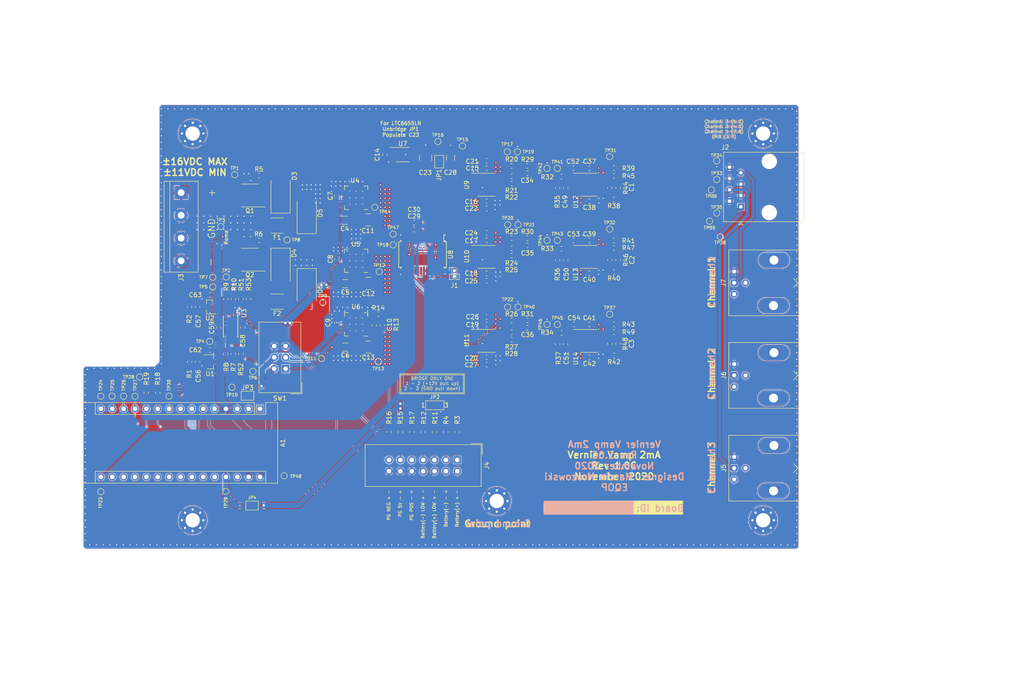
<source format=kicad_pcb>
(kicad_pcb (version 20171130) (host pcbnew "(5.1.7)-1")
  (title_block (title "\"Vernier Vamp\" Coil Driver - 2mA") (date 2020-05-12) (rev 1.0B) (company "Strathclyde University") (comment 1 "Designed by: Marcin Mrozowski") (comment 2 "Checked by:") (comment 3 "Approved by:"))
  (layers (0 F.Cu signal) (1 GND.Cu power) (2 PWR.Cu power) (31 B.Cu signal) (34 B.Paste user) (35 F.Paste user) (36 B.SilkS user) (37 F.SilkS user) (38 B.Mask user) (39 F.Mask user) (44 Edge.Cuts user))
  (net 0 "")
  (net 1 /DAC/CLK)
  (net 2 /DAC/SDI)
  (net 3 "Net-(A1-Pad30)")
  (net 4 GNDD)
  (net 5 /DAC/~CS)
  (net 6 /DAC/~RS)
  (net 7 /DAC/~LDAC)
  (net 8 /DAC/MSB)
  (net 9 GND)
  (net 10 "Net-(C7-Pad1)")
  (net 11 "Net-(C8-Pad1)")
  (net 12 "Net-(C9-Pad1)")
  (net 13 "Net-(C10-Pad2)")
  (net 14 +5V)
  (net 15 "Net-(C23-Pad1)")
  (net 16 /DAC/Vref_2.5V)
  (net 17 /Channel_Outputs/4Q_DAC_OUT_1)
  (net 18 "Net-(C34-Pad1)")
  (net 19 /Channel_Outputs/4Q_DAC_OUT_2)
  (net 20 "Net-(C35-Pad1)")
  (net 21 /Channel_Outputs/4Q_DAC_OUT_3)
  (net 22 "Net-(C36-Pad1)")
  (net 23 "Net-(C49-Pad1)")
  (net 24 "Net-(C50-Pad1)")
  (net 25 "Net-(C51-Pad1)")
  (net 26 "Net-(C52-Pad2)")
  (net 27 "Net-(C52-Pad1)")
  (net 28 "Net-(C53-Pad2)")
  (net 29 "Net-(C53-Pad1)")
  (net 30 "Net-(C54-Pad2)")
  (net 31 "Net-(C54-Pad1)")
  (net 32 +BATT)
  (net 33 -BATT)
  (net 34 "Net-(D3-Pad2)")
  (net 35 "Net-(D3-Pad1)")
  (net 36 "Net-(D4-Pad2)")
  (net 37 "Net-(D4-Pad1)")
  (net 38 /DAC/Rrb_D)
  (net 39 /DAC/Iout_D)
  (net 40 /Channel_Outputs/Coil_Iout_3)
  (net 41 /Channel_Outputs/Coil_Iout_2)
  (net 42 /Channel_Outputs/Coil_Iout_1)
  (net 43 +5VD)
  (net 44 "Net-(R10-Pad1)")
  (net 45 "Net-(R21-Pad1)")
  (net 46 "Net-(R24-Pad1)")
  (net 47 "Net-(R27-Pad1)")
  (net 48 /Power/-EN)
  (net 49 "Net-(U11-Pad2)")
  (net 50 "Net-(U10-Pad2)")
  (net 51 "Net-(U8-Pad2)")
  (net 52 /Power/-12VDC_bat)
  (net 53 /Power/+12VDC_bat)
  (net 54 "Net-(C1-Pad2)")
  (net 55 "Net-(C1-Pad1)")
  (net 56 "Net-(C2-Pad2)")
  (net 57 "Net-(C2-Pad1)")
  (net 58 "Net-(C3-Pad2)")
  (net 59 "Net-(C3-Pad1)")
  (net 60 -7V5)
  (net 61 +7V5)
  (net 62 /Power/Battery_Management/+5V_c_ref)
  (net 63 /Power/Battery_Management/-5V_c_ref)
  (net 64 /Power/Battery_Management/Battery+_LOW_C)
  (net 65 /Power/Battery_Management/Battery-_LOW_C)
  (net 66 /Power/Battery_Management/Battery+_C)
  (net 67 /Power/Battery_Management/Battery-_A)
  (net 68 /Power/Battery_Management/Battery+_LOW_A)
  (net 69 /Power/Battery_Management/Battery-_LOW_A)
  (net 70 /Power/Battery_Management/+7.5_PG_A)
  (net 71 /Power/Battery_Management/+5_PG_A)
  (net 72 /Power/Battery_Management/-7.5_PG_C)
  (net 73 "Net-(JP2-Pad2)")
  (net 74 "Net-(R52-Pad2)")
  (net 75 +12V_batt_post)
  (net 76 "Net-(R51-Pad1)")
  (net 77 /DAC/SDO)
  (module Jumper:SolderJumper-2_P1.3mm_Open_Pad1.0x1.5mm (layer F.Cu) (at 70.6825 136.871)
    (fp_text reference JP4 (at 0 -1.8) (layer F.SilkS) (effects (font (size 0.7 0.7) (thickness 0.127))))
    (fp_text value SolderJumper_2_Open)
    (pad 1 smd rect (at -0.65 0) (size 1 1.5) (layers F.Cu F.Mask) (net 43 +5VD))
    (pad 2 smd rect (at 0.65 0) (size 1 1.5) (layers F.Cu F.Mask) (net 14 +5V))
  )
  (module Jumper:SolderJumper-2_P1.3mm_Open_Pad1.0x1.5mm (layer F.Cu) (at 69.6665 112.2965)
    (fp_text reference JP3 (at 0 -1.8) (layer F.SilkS))
    (fp_text value SolderJumper_2_Open)
    (pad 1 smd rect (at -0.65 0) (size 1 1.5) (layers F.Cu F.Mask) (net 75 +12V_batt_post))
    (pad 2 smd rect (at 0.65 0) (size 1 1.5) (layers F.Cu F.Mask) (net 3 "Net-(A1-Pad30)"))
  )
  (module Module:Arduino_Nano (layer F.Cu) (at 72.4605 115.2175 270)
    (fp_text reference A1 (at 7.62 -5.08 90) (layer F.SilkS))
    (fp_text value Arduino_Nano_Every)
    (pad 16 thru_hole oval (at 15.24 35.56 270) (size 1.6 1.6) (drill 1) (layers *.Cu *.Mask) (net 1 /DAC/CLK))
    (pad 15 thru_hole oval (at 0 35.56 270) (size 1.6 1.6) (drill 1) (layers *.Cu *.Mask) (net 77 /DAC/SDO))
    (pad 30 thru_hole oval (at 15.24 0 270) (size 1.6 1.6) (drill 1) (layers *.Cu *.Mask) (net 3 "Net-(A1-Pad30)"))
    (pad 14 thru_hole oval (at 0 33.02 270) (size 1.6 1.6) (drill 1) (layers *.Cu *.Mask) (net 2 /DAC/SDI))
    (pad 29 thru_hole oval (at 15.24 2.54 270) (size 1.6 1.6) (drill 1) (layers *.Cu *.Mask) (net 4 GNDD))
    (pad 13 thru_hole oval (at 0 30.48 270) (size 1.6 1.6) (drill 1) (layers *.Cu *.Mask) (net 5 /DAC/~CS))
    (pad 28 thru_hole oval (at 15.24 5.08 270) (size 1.6 1.6) (drill 1) (layers *.Cu *.Mask))
    (pad 12 thru_hole oval (at 0 27.94 270) (size 1.6 1.6) (drill 1) (layers *.Cu *.Mask) (net 7 /DAC/~LDAC))
    (pad 27 thru_hole oval (at 15.24 7.62 270) (size 1.6 1.6) (drill 1) (layers *.Cu *.Mask) (net 43 +5VD))
    (pad 11 thru_hole oval (at 0 25.4 270) (size 1.6 1.6) (drill 1) (layers *.Cu *.Mask) (net 8 /DAC/MSB))
    (pad 26 thru_hole oval (at 15.24 10.16 270) (size 1.6 1.6) (drill 1) (layers *.Cu *.Mask))
    (pad 10 thru_hole oval (at 0 22.86 270) (size 1.6 1.6) (drill 1) (layers *.Cu *.Mask) (net 6 /DAC/~RS))
    (pad 25 thru_hole oval (at 15.24 12.7 270) (size 1.6 1.6) (drill 1) (layers *.Cu *.Mask))
    (pad 9 thru_hole oval (at 0 20.32 270) (size 1.6 1.6) (drill 1) (layers *.Cu *.Mask))
    (pad 24 thru_hole oval (at 15.24 15.24 270) (size 1.6 1.6) (drill 1) (layers *.Cu *.Mask))
    (pad 8 thru_hole oval (at 0 17.78 270) (size 1.6 1.6) (drill 1) (layers *.Cu *.Mask))
    (pad 23 thru_hole oval (at 15.24 17.78 270) (size 1.6 1.6) (drill 1) (layers *.Cu *.Mask))
    (pad 7 thru_hole oval (at 0 15.24 270) (size 1.6 1.6) (drill 1) (layers *.Cu *.Mask))
    (pad 22 thru_hole oval (at 15.24 20.32 270) (size 1.6 1.6) (drill 1) (layers *.Cu *.Mask))
    (pad 6 thru_hole oval (at 0 12.7 270) (size 1.6 1.6) (drill 1) (layers *.Cu *.Mask))
    (pad 21 thru_hole oval (at 15.24 22.86 270) (size 1.6 1.6) (drill 1) (layers *.Cu *.Mask))
    (pad 5 thru_hole oval (at 0 10.16 270) (size 1.6 1.6) (drill 1) (layers *.Cu *.Mask))
    (pad 20 thru_hole oval (at 15.24 25.4 270) (size 1.6 1.6) (drill 1) (layers *.Cu *.Mask))
    (pad 4 thru_hole oval (at 0 7.62 270) (size 1.6 1.6) (drill 1) (layers *.Cu *.Mask) (net 4 GNDD))
    (pad 19 thru_hole oval (at 15.24 27.94 270) (size 1.6 1.6) (drill 1) (layers *.Cu *.Mask))
    (pad 3 thru_hole oval (at 0 5.08 270) (size 1.6 1.6) (drill 1) (layers *.Cu *.Mask))
    (pad 18 thru_hole oval (at 15.24 30.48 270) (size 1.6 1.6) (drill 1) (layers *.Cu *.Mask))
    (pad 2 thru_hole oval (at 0 2.54 270) (size 1.6 1.6) (drill 1) (layers *.Cu *.Mask))
    (pad 17 thru_hole oval (at 15.24 33.02 270) (size 1.6 1.6) (drill 1) (layers *.Cu *.Mask))
    (pad 1 thru_hole rect (at 0 0 270) (size 1.6 1.6) (drill 1) (layers *.Cu *.Mask))
  )
  (module Connector_IDC:IDC-Header_2x03_P2.54mm_Vertical (layer F.Cu) (at 78.1755 106.264 180)
    (fp_text reference SW1 (at 1.27 -6.604) (layer F.SilkS))
    (fp_text value DPDT_Hirose)
    (pad 6 thru_hole oval (at 2.54 5.08 180) (size 1.7272 1.7272) (drill 1.016) (layers *.Cu *.Mask) (net 9 GND))
    (pad 5 thru_hole oval (at 0 5.08 180) (size 1.7272 1.7272) (drill 1.016) (layers *.Cu *.Mask) (net 9 GND))
    (pad 4 thru_hole oval (at 2.54 2.54 180) (size 1.7272 1.7272) (drill 1.016) (layers *.Cu *.Mask) (net 75 +12V_batt_post))
    (pad 3 thru_hole oval (at 0 2.54 180) (size 1.7272 1.7272) (drill 1.016) (layers *.Cu *.Mask) (net 48 /Power/-EN))
    (pad 2 thru_hole oval (at 2.54 0 180) (size 1.7272 1.7272) (drill 1.016) (layers *.Cu *.Mask) (net 53 /Power/+12VDC_bat))
    (pad 1 thru_hole rect (at 0 0 180) (size 1.7272 1.7272) (drill 1.016) (layers *.Cu *.Mask) (net 52 /Power/-12VDC_bat))
  )
  (module Connector_IDC:IDC-Header_2x07_P2.54mm_Vertical (layer F.Cu) (at 116.5295 126.6475 270)
    (fp_text reference J4 (at 1.27 -6.604 90) (layer F.SilkS))
    (fp_text value Conn_02x07_Odd_Even)
    (pad 14 thru_hole oval (at 2.54 15.24 270) (size 1.7272 1.7272) (drill 1.016) (layers *.Cu *.Mask) (net 9 GND))
    (pad 13 thru_hole oval (at 0 15.24 270) (size 1.7272 1.7272) (drill 1.016) (layers *.Cu *.Mask) (net 72 /Power/Battery_Management/-7.5_PG_C))
    (pad 12 thru_hole oval (at 2.54 12.7 270) (size 1.7272 1.7272) (drill 1.016) (layers *.Cu *.Mask) (net 9 GND))
    (pad 11 thru_hole oval (at 0 12.7 270) (size 1.7272 1.7272) (drill 1.016) (layers *.Cu *.Mask) (net 71 /Power/Battery_Management/+5_PG_A))
    (pad 10 thru_hole oval (at 2.54 10.16 270) (size 1.7272 1.7272) (drill 1.016) (layers *.Cu *.Mask) (net 9 GND))
    (pad 9 thru_hole oval (at 0 10.16 270) (size 1.7272 1.7272) (drill 1.016) (layers *.Cu *.Mask) (net 70 /Power/Battery_Management/+7.5_PG_A))
    (pad 8 thru_hole oval (at 2.54 7.62 270) (size 1.7272 1.7272) (drill 1.016) (layers *.Cu *.Mask) (net 65 /Power/Battery_Management/Battery-_LOW_C))
    (pad 7 thru_hole oval (at 0 7.62 270) (size 1.7272 1.7272) (drill 1.016) (layers *.Cu *.Mask) (net 69 /Power/Battery_Management/Battery-_LOW_A))
    (pad 6 thru_hole oval (at 2.54 5.08 270) (size 1.7272 1.7272) (drill 1.016) (layers *.Cu *.Mask) (net 64 /Power/Battery_Management/Battery+_LOW_C))
    (pad 5 thru_hole oval (at 0 5.08 270) (size 1.7272 1.7272) (drill 1.016) (layers *.Cu *.Mask) (net 68 /Power/Battery_Management/Battery+_LOW_A))
    (pad 4 thru_hole oval (at 2.54 2.54 270) (size 1.7272 1.7272) (drill 1.016) (layers *.Cu *.Mask) (net 33 -BATT))
    (pad 3 thru_hole oval (at 0 2.54 270) (size 1.7272 1.7272) (drill 1.016) (layers *.Cu *.Mask) (net 67 /Power/Battery_Management/Battery-_A))
    (pad 2 thru_hole oval (at 2.54 0 270) (size 1.7272 1.7272) (drill 1.016) (layers *.Cu *.Mask) (net 32 +BATT))
    (pad 1 thru_hole rect (at 0 0 270) (size 1.7272 1.7272) (drill 1.016) (layers *.Cu *.Mask) (net 66 /Power/Battery_Management/Battery+_C))
  )
  (module Resistor_SMD:R_0603_1608Metric_Pad1.05x0.95mm_HandSolder (layer F.Cu) (at 69.88 90.6869 90)
    (fp_text reference R53 (at 3.2824 0.0225 90) (layer F.SilkS))
    (fp_text value 133k)
    (pad 1 smd roundrect (at -0.875 0 90) (size 1.05 0.95) (layers F.Cu F.Paste F.Mask) (net 65 /Power/Battery_Management/Battery-_LOW_C))
    (pad 2 smd roundrect (at 0.875 0 90) (size 1.05 0.95) (layers F.Cu F.Paste F.Mask) (net 76 "Net-(R51-Pad1)"))
  )
  (module Resistor_SMD:R_0603_1608Metric_Pad1.05x0.95mm_HandSolder (layer F.Cu) (at 68.188 102.9353 270)
    (fp_text reference R52 (at 3.4557 0 90) (layer F.SilkS))
    (fp_text value 2M)
    (pad 1 smd roundrect (at -0.875 0 270) (size 1.05 0.95) (layers F.Cu F.Paste F.Mask) (net 64 /Power/Battery_Management/Battery+_LOW_C))
    (pad 2 smd roundrect (at 0.875 0 270) (size 1.05 0.95) (layers F.Cu F.Paste F.Mask) (net 74 "Net-(R52-Pad2)"))
  )
  (module Resistor_SMD:R_0603_1608Metric_Pad1.05x0.95mm_HandSolder (layer F.Cu) (at 68.188 90.6869 90)
    (fp_text reference R51 (at 3.2824 0.0635 90) (layer F.SilkS))
    (fp_text value 3k)
    (pad 1 smd roundrect (at -0.875 0 90) (size 1.05 0.95) (layers F.Cu F.Paste F.Mask) (net 76 "Net-(R51-Pad1)"))
    (pad 2 smd roundrect (at 0.875 0 90) (size 1.05 0.95) (layers F.Cu F.Paste F.Mask) (net 63 /Power/Battery_Management/-5V_c_ref))
  )
  (module TestPoint:TestPoint_Pad_D1.0mm (layer F.Cu) (at 77.84 130.2035)
    (fp_text reference TP48 (at 2.6035 0.127) (layer F.SilkS) (effects (font (size 0.7 0.7) (thickness 0.127))))
    (fp_text value TestPoint_Probe)
    (pad 1 smd circle (at 0 0) (size 1 1) (layers F.Cu F.Mask) (net 3 "Net-(A1-Pad30)"))
  )
  (module TestPoint:TestPoint_Pad_D1.0mm (layer F.Cu) (at 102.2 76.15)
    (fp_text reference TP47 (at 0 -1.448) (layer F.SilkS) (effects (font (size 0.7 0.7) (thickness 0.127))))
    (fp_text value TestPoint_Probe)
    (pad 1 smd circle (at 0 0) (size 1 1) (layers F.Cu F.Mask) (net 9 GND))
  )
  (module Capacitor_SMD:C_1206_3216Metric_Pad1.42x1.75mm_HandSolder (layer F.Cu) (at 91.5 87.25)
    (fp_text reference C5 (at 0 1.9) (layer F.SilkS))
    (fp_text value 10u)
    (pad 1 smd roundrect (at -1.4875 0) (size 1.425 1.75) (layers F.Cu F.Paste F.Mask) (roundrect_rratio 0.175439) (net 53 /Power/+12VDC_bat))
    (pad 2 smd roundrect (at 1.4875 0) (size 1.425 1.75) (layers F.Cu F.Paste F.Mask) (roundrect_rratio 0.175439) (net 9 GND))
  )
  (module Capacitor_SMD:C_1206_3216Metric_Pad1.42x1.75mm_HandSolder (layer F.Cu) (at 91.5 101.42)
    (fp_text reference C6 (at 0 1.83) (layer F.SilkS))
    (fp_text value 10u)
    (pad 1 smd roundrect (at -1.4875 0) (size 1.425 1.75) (layers F.Cu F.Paste F.Mask) (roundrect_rratio 0.175439) (net 52 /Power/-12VDC_bat))
    (pad 2 smd roundrect (at 1.4875 0) (size 1.425 1.75) (layers F.Cu F.Paste F.Mask) (roundrect_rratio 0.175439) (net 9 GND))
  )
  (module Capacitor_SMD:C_1206_3216Metric_Pad1.42x1.75mm_HandSolder (layer F.Cu) (at 91.4 73.05)
    (fp_text reference C4 (at 0 1.9) (layer F.SilkS))
    (fp_text value 10u)
    (pad 1 smd roundrect (at -1.4875 0) (size 1.425 1.75) (layers F.Cu F.Paste F.Mask) (roundrect_rratio 0.175439) (net 53 /Power/+12VDC_bat))
    (pad 2 smd roundrect (at 1.4875 0) (size 1.425 1.75) (layers F.Cu F.Paste F.Mask) (roundrect_rratio 0.175439) (net 9 GND))
  )
  (module Capacitor_SMD:C_0603_1608Metric_Pad1.05x0.95mm_HandSolder (layer F.Cu) (at 98.005 96.58 90)
    (fp_text reference C10 (at 0.18 3.395 90) (layer F.SilkS))
    (fp_text value 10n)
    (pad 1 smd roundrect (at -0.875 0 90) (size 1.05 0.95) (layers F.Cu F.Paste F.Mask) (net 60 -7V5))
    (pad 2 smd roundrect (at 0.875 0 90) (size 1.05 0.95) (layers F.Cu F.Paste F.Mask) (net 13 "Net-(C10-Pad2)"))
  )
  (module Capacitor_SMD:C_1206_3216Metric_Pad1.42x1.75mm_HandSolder (layer F.Cu) (at 115.025 59.1 90)
    (fp_text reference C28 (at -3.275 -0.025 180) (layer F.SilkS))
    (fp_text value 10u)
    (pad 1 smd roundrect (at -1.4875 0 90) (size 1.425 1.75) (layers F.Cu F.Paste F.Mask) (roundrect_rratio 0.175439) (net 16 /DAC/Vref_2.5V))
    (pad 2 smd roundrect (at 1.4875 0 90) (size 1.425 1.75) (layers F.Cu F.Paste F.Mask) (roundrect_rratio 0.175439) (net 9 GND))
  )
  (module TestPoint:TestPoint_Pad_D1.0mm (layer F.Cu) (at 130.1 92.45)
    (fp_text reference TP40 (at 2.5 0) (layer F.SilkS) (effects (font (size 0.7 0.7) (thickness 0.127))))
    (fp_text value TestPoint_Probe)
    (pad 1 smd circle (at 0 0) (size 1 1) (layers F.Cu F.Mask) (net 9 GND))
  )
  (module TestPoint:TestPoint_Pad_D1.0mm (layer F.Cu) (at 52.1098 112.3854 90)
    (fp_text reference TP30 (at 2.45 0 90) (layer F.SilkS) (effects (font (size 0.7 0.7) (thickness 0.127))))
    (fp_text value TestPoint_Probe)
    (pad 1 smd circle (at 0 0 90) (size 1 1) (layers F.Cu F.Mask) (net 6 /DAC/~RS))
  )
  (module TestPoint:TestPoint_Pad_D1.0mm (layer F.Cu) (at 41.975 112.4 90)
    (fp_text reference TP26 (at 2.45 0 270) (layer F.SilkS) (effects (font (size 0.7 0.7) (thickness 0.127))))
    (fp_text value TestPoint_Probe)
    (pad 1 smd circle (at 0 0 90) (size 1 1) (layers F.Cu F.Mask) (net 5 /DAC/~CS))
  )
  (module TestPoint:TestPoint_Pad_D1.0mm (layer F.Cu) (at 44.525 112.4 90)
    (fp_text reference TP27 (at 2.45 0.05 270) (layer F.SilkS) (effects (font (size 0.7 0.7) (thickness 0.127))))
    (fp_text value TestPoint_Probe)
    (pad 1 smd circle (at 0 0 90) (size 1 1) (layers F.Cu F.Mask) (net 7 /DAC/~LDAC))
  )
  (module TestPoint:TestPoint_Pad_D1.0mm (layer F.Cu) (at 64.8225 133.696 90)
    (fp_text reference TP29 (at -2.54 0 270) (layer F.SilkS) (effects (font (size 0.7 0.7) (thickness 0.127))))
    (fp_text value TestPoint_Probe)
    (pad 1 smd circle (at 0 0 90) (size 1 1) (layers F.Cu F.Mask) (net 43 +5VD))
  )
  (module MountingHole:MountingHole_3.2mm_M3_Pad_Via (layer F.Cu) (at 125.364 135.85)
    (fp_text reference H5 hide)
    (fp_text value MountingHole_Pad)
    (pad 1 thru_hole circle (at 0 0) (size 6.4 6.4) (drill 3.2) (layers *.Cu *.Mask) (net 9 GND))
    (pad 1 thru_hole circle (at 2.4 0) (size 0.8 0.8) (drill 0.5) (layers *.Cu *.Mask) (net 9 GND))
    (pad 1 thru_hole circle (at 1.697056 1.697056) (size 0.8 0.8) (drill 0.5) (layers *.Cu *.Mask) (net 9 GND))
    (pad 1 thru_hole circle (at 0 2.4) (size 0.8 0.8) (drill 0.5) (layers *.Cu *.Mask) (net 9 GND))
    (pad 1 thru_hole circle (at -1.697056 1.697056) (size 0.8 0.8) (drill 0.5) (layers *.Cu *.Mask) (net 9 GND))
    (pad 1 thru_hole circle (at -2.4 0) (size 0.8 0.8) (drill 0.5) (layers *.Cu *.Mask) (net 9 GND))
    (pad 1 thru_hole circle (at -1.697056 -1.697056) (size 0.8 0.8) (drill 0.5) (layers *.Cu *.Mask) (net 9 GND))
    (pad 1 thru_hole circle (at 0 -2.4) (size 0.8 0.8) (drill 0.5) (layers *.Cu *.Mask) (net 9 GND))
    (pad 1 thru_hole circle (at 1.697056 -1.697056) (size 0.8 0.8) (drill 0.5) (layers *.Cu *.Mask) (net 9 GND))
  )
  (module Jumper:SolderJumper-3_P1.3mm_Open_Pad1.0x1.5mm_NumberLabels (layer F.Cu) (at 111.516 114.436)
    (fp_text reference JP2 (at 0 -1.8) (layer F.SilkS) (effects (font (size 0.8 0.8) (thickness 0.125))))
    (fp_text value SolderJumper_3_Open)
    (fp_text user 3 (at 2.6 0) (layer F.SilkS))
    (fp_text user 1 (at -2.6 0) (layer F.SilkS))
    (pad 3 smd rect (at 1.3 0) (size 1 1.5) (layers F.Cu F.Mask) (net 9 GND))
    (pad 2 smd rect (at 0 0) (size 1 1.5) (layers F.Cu F.Mask) (net 73 "Net-(JP2-Pad2)"))
    (pad 1 smd rect (at -1.3 0) (size 1 1.5) (layers F.Cu F.Mask) (net 53 /Power/+12VDC_bat))
  )
  (module MountingHole:MountingHole_3.2mm_M3_Pad_Via (layer F.Cu) (at 57.4 140.15)
    (fp_text reference H1 hide)
    (fp_text value MountingHole_Pad)
    (pad 1 thru_hole circle (at 0 0) (size 6.4 6.4) (drill 3.2) (layers *.Cu *.Mask) (net 9 GND))
    (pad 1 thru_hole circle (at 2.4 0) (size 0.8 0.8) (drill 0.5) (layers *.Cu *.Mask) (net 9 GND))
    (pad 1 thru_hole circle (at 1.697056 1.697056) (size 0.8 0.8) (drill 0.5) (layers *.Cu *.Mask) (net 9 GND))
    (pad 1 thru_hole circle (at 0 2.4) (size 0.8 0.8) (drill 0.5) (layers *.Cu *.Mask) (net 9 GND))
    (pad 1 thru_hole circle (at -1.697056 1.697056) (size 0.8 0.8) (drill 0.5) (layers *.Cu *.Mask) (net 9 GND))
    (pad 1 thru_hole circle (at -2.4 0) (size 0.8 0.8) (drill 0.5) (layers *.Cu *.Mask) (net 9 GND))
    (pad 1 thru_hole circle (at -1.697056 -1.697056) (size 0.8 0.8) (drill 0.5) (layers *.Cu *.Mask) (net 9 GND))
    (pad 1 thru_hole circle (at 0 -2.4) (size 0.8 0.8) (drill 0.5) (layers *.Cu *.Mask) (net 9 GND))
    (pad 1 thru_hole circle (at 1.697056 -1.697056) (size 0.8 0.8) (drill 0.5) (layers *.Cu *.Mask) (net 9 GND))
  )
  (module Resistor_SMD:R_0603_1608Metric_Pad1.05x0.95mm_HandSolder (layer F.Cu) (at 47.0425 111.65 90)
    (fp_text reference R19 (at 3.175 0.02 90) (layer F.SilkS))
    (fp_text value 10k)
    (pad 1 smd roundrect (at -0.875 0 90) (size 1.05 0.95) (layers F.Cu F.Paste F.Mask) (net 8 /DAC/MSB))
    (pad 2 smd roundrect (at 0.875 0 90) (size 1.05 0.95) (layers F.Cu F.Paste F.Mask) (net 43 +5VD))
  )
  (module TestPoint:TestPoint_Pad_D1.0mm (layer F.Cu) (at 45.55 108.1)
    (fp_text reference TP28 (at -2.45 0) (layer F.SilkS) (effects (font (size 0.7 0.7) (thickness 0.127))))
    (fp_text value TestPoint_Probe)
    (pad 1 smd circle (at 0 0) (size 1 1) (layers F.Cu F.Mask) (net 8 /DAC/MSB))
  )
  (module MountingHole:MountingHole_3.2mm_M3_Pad_Via (layer F.Cu) (at 57.4 53.65)
    (fp_text reference H3 hide)
    (fp_text value MountingHole_Pad)
    (pad 1 thru_hole circle (at 0 0) (size 6.4 6.4) (drill 3.2) (layers *.Cu *.Mask) (net 9 GND))
    (pad 1 thru_hole circle (at 2.4 0) (size 0.8 0.8) (drill 0.5) (layers *.Cu *.Mask) (net 9 GND))
    (pad 1 thru_hole circle (at 1.697056 1.697056) (size 0.8 0.8) (drill 0.5) (layers *.Cu *.Mask) (net 9 GND))
    (pad 1 thru_hole circle (at 0 2.4) (size 0.8 0.8) (drill 0.5) (layers *.Cu *.Mask) (net 9 GND))
    (pad 1 thru_hole circle (at -1.697056 1.697056) (size 0.8 0.8) (drill 0.5) (layers *.Cu *.Mask) (net 9 GND))
    (pad 1 thru_hole circle (at -2.4 0) (size 0.8 0.8) (drill 0.5) (layers *.Cu *.Mask) (net 9 GND))
    (pad 1 thru_hole circle (at -1.697056 -1.697056) (size 0.8 0.8) (drill 0.5) (layers *.Cu *.Mask) (net 9 GND))
    (pad 1 thru_hole circle (at 0 -2.4) (size 0.8 0.8) (drill 0.5) (layers *.Cu *.Mask) (net 9 GND))
    (pad 1 thru_hole circle (at 1.697056 -1.697056) (size 0.8 0.8) (drill 0.5) (layers *.Cu *.Mask) (net 9 GND))
  )
  (module Resistor_SMD:R_0603_1608Metric_Pad1.05x0.95mm_HandSolder (layer F.Cu) (at 99.783 96.594 90)
    (fp_text reference R13 (at 0.194 3.117 90) (layer F.SilkS))
    (fp_text value 549k)
    (pad 1 smd roundrect (at -0.875 0 90) (size 1.05 0.95) (layers F.Cu F.Paste F.Mask) (net 60 -7V5))
    (pad 2 smd roundrect (at 0.875 0 90) (size 1.05 0.95) (layers F.Cu F.Paste F.Mask) (net 13 "Net-(C10-Pad2)"))
  )
  (module Resistor_SMD:R_0603_1608Metric_Pad1.05x0.95mm_HandSolder (layer F.Cu) (at 128.68 80.973)
    (fp_text reference R25 (at -0.03 3.177) (layer F.SilkS))
    (fp_text value 10k)
    (pad 1 smd roundrect (at -0.875 0) (size 1.05 0.95) (layers F.Cu F.Paste F.Mask) (net 46 "Net-(R24-Pad1)"))
    (pad 2 smd roundrect (at 0.875 0) (size 1.05 0.95) (layers F.Cu F.Paste F.Mask) (net 20 "Net-(C35-Pad1)"))
  )
  (module Resistor_SMD:R_0603_1608Metric_Pad1.05x0.95mm_HandSolder (layer F.Cu) (at 49.5825 111.65 90)
    (fp_text reference R18 (at 3.175 0 90) (layer F.SilkS))
    (fp_text value 10k)
    (pad 1 smd roundrect (at -0.875 0 90) (size 1.05 0.95) (layers F.Cu F.Paste F.Mask) (net 6 /DAC/~RS))
    (pad 2 smd roundrect (at 0.875 0 90) (size 1.05 0.95) (layers F.Cu F.Paste F.Mask) (net 43 +5VD))
  )
  (module Resistor_SMD:R_0603_1608Metric_Pad1.05x0.95mm_HandSolder (layer F.Cu) (at 128.68 77.036)
    (fp_text reference R23 (at 0 -1.43) (layer F.SilkS))
    (fp_text value 10k)
    (pad 1 smd roundrect (at -0.875 0) (size 1.05 0.95) (layers F.Cu F.Paste F.Mask) (net 16 /DAC/Vref_2.5V))
    (pad 2 smd roundrect (at 0.875 0) (size 1.05 0.95) (layers F.Cu F.Paste F.Mask) (net 20 "Net-(C35-Pad1)"))
  )
  (module Resistor_SMD:R_0603_1608Metric_Pad1.05x0.95mm_HandSolder (layer F.Cu) (at 128.68 60.907)
    (fp_text reference R20 (at 0 -1.507) (layer F.SilkS))
    (fp_text value 10k)
    (pad 1 smd roundrect (at -0.875 0) (size 1.05 0.95) (layers F.Cu F.Paste F.Mask) (net 16 /DAC/Vref_2.5V))
    (pad 2 smd roundrect (at 0.875 0) (size 1.05 0.95) (layers F.Cu F.Paste F.Mask) (net 18 "Net-(C34-Pad1)"))
  )
  (module Resistor_SMD:R_0603_1608Metric_Pad1.05x0.95mm_HandSolder (layer F.Cu) (at 128.68 95.451)
    (fp_text reference R26 (at 0 -1.43) (layer F.SilkS))
    (fp_text value 10k)
    (pad 1 smd roundrect (at -0.875 0) (size 1.05 0.95) (layers F.Cu F.Paste F.Mask) (net 16 /DAC/Vref_2.5V))
    (pad 2 smd roundrect (at 0.875 0) (size 1.05 0.95) (layers F.Cu F.Paste F.Mask) (net 22 "Net-(C36-Pad1)"))
  )
  (module Resistor_SMD:R_0603_1608Metric_Pad1.05x0.95mm_HandSolder (layer F.Cu) (at 116.5295 120.4245 90)
    (fp_text reference R3 (at 2.701 0.022 90) (layer F.SilkS))
    (fp_text value 10k)
    (pad 1 smd roundrect (at -0.875 0 90) (size 1.05 0.95) (layers F.Cu F.Paste F.Mask) (net 66 /Power/Battery_Management/Battery+_C))
    (pad 2 smd roundrect (at 0.875 0 90) (size 1.05 0.95) (layers F.Cu F.Paste F.Mask) (net 9 GND))
  )
  (module Resistor_SMD:R_0603_1608Metric_Pad1.05x0.95mm_HandSolder (layer F.Cu) (at 128.68 79.322)
    (fp_text reference R24 (at 0 3.328) (layer F.SilkS))
    (fp_text value 10k)
    (pad 1 smd roundrect (at -0.875 0) (size 1.05 0.95) (layers F.Cu F.Paste F.Mask) (net 46 "Net-(R24-Pad1)"))
    (pad 2 smd roundrect (at 0.875 0) (size 1.05 0.95) (layers F.Cu F.Paste F.Mask) (net 20 "Net-(C35-Pad1)"))
  )
  (module Resistor_SMD:R_0603_1608Metric_Pad1.05x0.95mm_HandSolder (layer F.Cu) (at 113.9895 120.4245 90)
    (fp_text reference R4 (at 2.687 0.062 90) (layer F.SilkS))
    (fp_text value 10k)
    (pad 1 smd roundrect (at -0.875 0 90) (size 1.05 0.95) (layers F.Cu F.Paste F.Mask) (net 67 /Power/Battery_Management/Battery-_A))
    (pad 2 smd roundrect (at 0.875 0 90) (size 1.05 0.95) (layers F.Cu F.Paste F.Mask) (net 9 GND))
  )
  (module Resistor_SMD:R_0603_1608Metric_Pad1.05x0.95mm_HandSolder (layer F.Cu) (at 128.68 98.118)
    (fp_text reference R27 (at -0.03 3.282) (layer F.SilkS))
    (fp_text value 10k)
    (pad 1 smd roundrect (at -0.875 0) (size 1.05 0.95) (layers F.Cu F.Paste F.Mask) (net 47 "Net-(R27-Pad1)"))
    (pad 2 smd roundrect (at 0.875 0) (size 1.05 0.95) (layers F.Cu F.Paste F.Mask) (net 22 "Net-(C36-Pad1)"))
  )
  (module Resistor_SMD:R_0603_1608Metric_Pad1.05x0.95mm_HandSolder (layer F.Cu) (at 128.68 99.769)
    (fp_text reference R28 (at -0.03 3.131) (layer F.SilkS))
    (fp_text value 10k)
    (pad 1 smd roundrect (at -0.875 0) (size 1.05 0.95) (layers F.Cu F.Paste F.Mask) (net 47 "Net-(R27-Pad1)"))
    (pad 2 smd roundrect (at 0.875 0) (size 1.05 0.95) (layers F.Cu F.Paste F.Mask) (net 22 "Net-(C36-Pad1)"))
  )
  (module Package_SO:SO-8_3.9x4.9mm_P1.27mm (layer F.Cu) (at 70.192 81.862 180)
    (fp_text reference Q2 (at 0 -3.4) (layer F.SilkS))
    (fp_text value IRF8707PbF)
    (pad 1 smd roundrect (at -2.575 -1.905 180) (size 1.75 0.6) (layers F.Cu F.Paste F.Mask) (net 36 "Net-(D4-Pad2)"))
    (pad 2 smd roundrect (at -2.575 -0.635 180) (size 1.75 0.6) (layers F.Cu F.Paste F.Mask) (net 36 "Net-(D4-Pad2)"))
    (pad 3 smd roundrect (at -2.575 0.635 180) (size 1.75 0.6) (layers F.Cu F.Paste F.Mask) (net 36 "Net-(D4-Pad2)"))
    (pad 4 smd roundrect (at -2.575 1.905 180) (size 1.75 0.6) (layers F.Cu F.Paste F.Mask) (net 37 "Net-(D4-Pad1)"))
    (pad 5 smd roundrect (at 2.575 1.905 180) (size 1.75 0.6) (layers F.Cu F.Paste F.Mask) (net 33 -BATT))
    (pad 6 smd roundrect (at 2.575 0.635 180) (size 1.75 0.6) (layers F.Cu F.Paste F.Mask) (net 33 -BATT))
    (pad 7 smd roundrect (at 2.575 -0.635 180) (size 1.75 0.6) (layers F.Cu F.Paste F.Mask) (net 33 -BATT))
    (pad 8 smd roundrect (at 2.575 -1.905 180) (size 1.75 0.6) (layers F.Cu F.Paste F.Mask) (net 33 -BATT))
  )
  (module Fuse:Fuse_1812_4532Metric_Pad1.30x3.40mm_HandSolder (layer F.Cu) (at 76.288 74.242 180)
    (fp_text reference F1 (at 0 -2.65) (layer F.SilkS))
    (fp_text value 1A)
    (pad 1 smd roundrect (at -2.225 0 180) (size 1.3 3.4) (layers F.Cu F.Paste F.Mask) (roundrect_rratio 0.192308) (net 53 /Power/+12VDC_bat))
    (pad 2 smd roundrect (at 2.225 0 180) (size 1.3 3.4) (layers F.Cu F.Paste F.Mask) (roundrect_rratio 0.192308) (net 35 "Net-(D3-Pad1)"))
  )
  (module Resistor_SMD:R_0603_1608Metric_Pad1.05x0.95mm_HandSolder (layer F.Cu) (at 103.8295 120.421 270)
    (fp_text reference R15 (at -3.187 0.028 90) (layer F.SilkS))
    (fp_text value 10k)
    (pad 1 smd roundrect (at -0.875 0 270) (size 1.05 0.95) (layers F.Cu F.Paste F.Mask) (net 14 +5V))
    (pad 2 smd roundrect (at 0.875 0 270) (size 1.05 0.95) (layers F.Cu F.Paste F.Mask) (net 71 /Power/Battery_Management/+5_PG_A))
  )
  (module Resistor_SMD:R_0603_1608Metric_Pad1.05x0.95mm_HandSolder (layer F.Cu) (at 128.68 63.193)
    (fp_text reference R21 (at 0 3.207) (layer F.SilkS))
    (fp_text value 10k)
    (pad 1 smd roundrect (at -0.875 0) (size 1.05 0.95) (layers F.Cu F.Paste F.Mask) (net 45 "Net-(R21-Pad1)"))
    (pad 2 smd roundrect (at 0.875 0) (size 1.05 0.95) (layers F.Cu F.Paste F.Mask) (net 18 "Net-(C34-Pad1)"))
  )
  (module Resistor_SMD:R_0603_1608Metric_Pad1.05x0.95mm_HandSolder (layer F.Cu) (at 98.894 94.054 180)
    (fp_text reference R14 (at -0.006 1.404) (layer F.SilkS))
    (fp_text value 102k)
    (pad 1 smd roundrect (at -0.875 0 180) (size 1.05 0.95) (layers F.Cu F.Paste F.Mask) (net 13 "Net-(C10-Pad2)"))
    (pad 2 smd roundrect (at 0.875 0 180) (size 1.05 0.95) (layers F.Cu F.Paste F.Mask) (net 9 GND))
  )
  (module Resistor_SMD:R_0603_1608Metric_Pad1.05x0.95mm_HandSolder (layer F.Cu) (at 72.224 77.544 180)
    (fp_text reference R6 (at 0.074 1.394) (layer F.SilkS))
    (fp_text value 10k)
    (pad 1 smd roundrect (at -0.875 0 180) (size 1.05 0.95) (layers F.Cu F.Paste F.Mask) (net 37 "Net-(D4-Pad1)"))
    (pad 2 smd roundrect (at 0.875 0 180) (size 1.05 0.95) (layers F.Cu F.Paste F.Mask) (net 9 GND))
  )
  (module Resistor_SMD:R_0603_1608Metric_Pad1.05x0.95mm_HandSolder (layer F.Cu) (at 132.236 95.451)
    (fp_text reference R31 (at 0 -1.43) (layer F.SilkS))
    (fp_text value 10k)
    (pad 1 smd roundrect (at -0.875 0) (size 1.05 0.95) (layers F.Cu F.Paste F.Mask) (net 22 "Net-(C36-Pad1)"))
    (pad 2 smd roundrect (at 0.875 0) (size 1.05 0.95) (layers F.Cu F.Paste F.Mask) (net 21 /Channel_Outputs/4Q_DAC_OUT_3))
  )
  (module Resistor_SMD:R_0603_1608Metric_Pad1.05x0.95mm_HandSolder (layer F.Cu) (at 101.2895 120.421 270)
    (fp_text reference R16 (at -3.187 -0.012 90) (layer F.SilkS))
    (fp_text value 10k)
    (pad 1 smd roundrect (at -0.875 0 270) (size 1.05 0.95) (layers F.Cu F.Paste F.Mask) (net 60 -7V5))
    (pad 2 smd roundrect (at 0.875 0 270) (size 1.05 0.95) (layers F.Cu F.Paste F.Mask) (net 72 /Power/Battery_Management/-7.5_PG_C))
  )
  (module Jumper:SolderJumper-2_P1.3mm_Open_Pad1.0x1.5mm (layer F.Cu) (at 112.5 59.95 90)
    (fp_text reference JP1 (at -2.9684 -0.0346 270) (layer F.SilkS))
    (fp_text value SolderJumper_2_Open)
    (pad 2 smd rect (at 0.65 0 90) (size 1 1.5) (layers F.Cu F.Mask) (net 16 /DAC/Vref_2.5V))
    (pad 1 smd rect (at -0.65 0 90) (size 1 1.5) (layers F.Cu F.Mask) (net 15 "Net-(C23-Pad1)"))
  )
  (module Resistor_SMD:R_0603_1608Metric_Pad1.05x0.95mm_HandSolder (layer F.Cu) (at 132.236 60.907)
    (fp_text reference R29 (at 0 -1.43) (layer F.SilkS))
    (fp_text value 10k)
    (pad 1 smd roundrect (at -0.875 0) (size 1.05 0.95) (layers F.Cu F.Paste F.Mask) (net 18 "Net-(C34-Pad1)"))
    (pad 2 smd roundrect (at 0.875 0) (size 1.05 0.95) (layers F.Cu F.Paste F.Mask) (net 17 /Channel_Outputs/4Q_DAC_OUT_1))
  )
  (module NetTie:NetTie-3_SMD_Pad2.0mm (layer F.Cu) (at 64.1 76.75)
    (fp_text reference NT1 hide)
    (fp_text value Net-Tie_3)
    (fp_poly (pts (xy -4 -1) (xy 4 -1) (xy 4 1) (xy -4 1)) (layer F.Cu) (width 0))
    (pad 1 smd circle (at -4 0) (size 2 2) (layers F.Cu) (net 9 GND))
    (pad 2 smd circle (at 0 0) (size 2 2) (layers F.Cu) (net 4 GNDD))
    (pad 3 smd circle (at 4 0) (size 2 2) (layers F.Cu) (net 9 GND))
  )
  (module Resistor_SMD:R_0603_1608Metric_Pad1.05x0.95mm_HandSolder (layer F.Cu) (at 106.3695 120.4245 270)
    (fp_text reference R17 (at -3.201 -0.059 90) (layer F.SilkS))
    (fp_text value 10k)
    (pad 1 smd roundrect (at -0.875 0 270) (size 1.05 0.95) (layers F.Cu F.Paste F.Mask) (net 61 +7V5))
    (pad 2 smd roundrect (at 0.875 0 270) (size 1.05 0.95) (layers F.Cu F.Paste F.Mask) (net 70 /Power/Battery_Management/+7.5_PG_A))
  )
  (module Resistor_SMD:R_0603_1608Metric_Pad1.05x0.95mm_HandSolder (layer F.Cu) (at 128.68 64.844)
    (fp_text reference R22 (at -0.03 3.056) (layer F.SilkS))
    (fp_text value 10k)
    (pad 1 smd roundrect (at -0.875 0) (size 1.05 0.95) (layers F.Cu F.Paste F.Mask) (net 45 "Net-(R21-Pad1)"))
    (pad 2 smd roundrect (at 0.875 0) (size 1.05 0.95) (layers F.Cu F.Paste F.Mask) (net 18 "Net-(C34-Pad1)"))
  )
  (module Resistor_SMD:R_0603_1608Metric_Pad1.05x0.95mm_HandSolder (layer F.Cu) (at 72.224 63.066 180)
    (fp_text reference R5 (at 0 1.416) (layer F.SilkS))
    (fp_text value 10k)
    (pad 1 smd roundrect (at -0.875 0 180) (size 1.05 0.95) (layers F.Cu F.Paste F.Mask) (net 34 "Net-(D3-Pad2)"))
    (pad 2 smd roundrect (at 0.875 0 180) (size 1.05 0.95) (layers F.Cu F.Paste F.Mask) (net 9 GND))
  )
  (module Capacitor_SMD:C_0603_1608Metric_Pad1.05x0.95mm_HandSolder (layer F.Cu) (at 132.236 62.558)
    (fp_text reference C34 (at -0.086 1.592) (layer F.SilkS))
    (fp_text value 100n)
    (pad 1 smd roundrect (at -0.875 0) (size 1.05 0.95) (layers F.Cu F.Paste F.Mask) (net 18 "Net-(C34-Pad1)"))
    (pad 2 smd roundrect (at 0.875 0) (size 1.05 0.95) (layers F.Cu F.Paste F.Mask) (net 17 /Channel_Outputs/4Q_DAC_OUT_1))
  )
  (module Capacitor_SMD:C_0603_1608Metric_Pad1.05x0.95mm_HandSolder (layer F.Cu) (at 123.092 105.357 180)
    (fp_text reference C27 (at 3.442 -0.043) (layer F.SilkS))
    (fp_text value 1u)
    (pad 1 smd roundrect (at -0.875 0 180) (size 1.05 0.95) (layers F.Cu F.Paste F.Mask) (net 9 GND))
    (pad 2 smd roundrect (at 0.875 0 180) (size 1.05 0.95) (layers F.Cu F.Paste F.Mask) (net 60 -7V5))
  )
  (module Capacitor_SMD:C_0603_1608Metric_Pad1.05x0.95mm_HandSolder (layer F.Cu) (at 123.092 70.432 180)
    (fp_text reference C22 (at 3.442 0.032) (layer F.SilkS))
    (fp_text value 1u)
    (pad 1 smd roundrect (at -0.875 0 180) (size 1.05 0.95) (layers F.Cu F.Paste F.Mask) (net 9 GND))
    (pad 2 smd roundrect (at 0.875 0 180) (size 1.05 0.95) (layers F.Cu F.Paste F.Mask) (net 60 -7V5))
  )
  (module Capacitor_SMD:C_0603_1608Metric_Pad1.05x0.95mm_HandSolder (layer F.Cu) (at 123.092 96.34 180)
    (fp_text reference C19 (at 3.192 -0.06) (layer F.SilkS))
    (fp_text value 100n)
    (pad 1 smd roundrect (at -0.875 0 180) (size 1.05 0.95) (layers F.Cu F.Paste F.Mask) (net 61 +7V5))
    (pad 2 smd roundrect (at 0.875 0 180) (size 1.05 0.95) (layers F.Cu F.Paste F.Mask) (net 9 GND))
  )
  (module Capacitor_SMD:C_0603_1608Metric_Pad1.05x0.95mm_HandSolder (layer F.Cu) (at 106.873 73.607 180)
    (fp_text reference C30 (at -0.027 2.957) (layer F.SilkS))
    (fp_text value 100n)
    (pad 1 smd roundrect (at -0.875 0 180) (size 1.05 0.95) (layers F.Cu F.Paste F.Mask) (net 14 +5V))
    (pad 2 smd roundrect (at 0.875 0 180) (size 1.05 0.95) (layers F.Cu F.Paste F.Mask) (net 9 GND))
  )
  (module Capacitor_SMD:C_0603_1608Metric_Pad1.05x0.95mm_HandSolder (layer F.Cu) (at 123.092 75.893 180)
    (fp_text reference C24 (at 3.442 -0.007) (layer F.SilkS))
    (fp_text value 1u)
    (pad 1 smd roundrect (at -0.875 0 180) (size 1.05 0.95) (layers F.Cu F.Paste F.Mask) (net 61 +7V5))
    (pad 2 smd roundrect (at 0.875 0 180) (size 1.05 0.95) (layers F.Cu F.Paste F.Mask) (net 9 GND))
  )
  (module TerminalBlock:TerminalBlock_bornier-4_P5.08mm (layer F.Cu) (at 54.825 66.876 270)
    (fp_text reference J3 (at 18.974 0.025 90) (layer F.SilkS))
    (fp_text value Screw_Terminal_01x04)
    (pad 2 thru_hole circle (at 5.08 0 270) (size 3 3) (drill 1.52) (layers *.Cu *.Mask) (net 9 GND))
    (pad 3 thru_hole circle (at 10.16 0 270) (size 3 3) (drill 1.52) (layers *.Cu *.Mask) (net 9 GND))
    (pad 1 thru_hole rect (at 0 0 270) (size 3 3) (drill 1.52) (layers *.Cu *.Mask) (net 32 +BATT))
    (pad 4 thru_hole circle (at 15.24 0 270) (size 3 3) (drill 1.52) (layers *.Cu *.Mask) (net 33 -BATT))
  )
  (module Diode_SMD:D_SMB_Handsoldering (layer F.Cu) (at 77.05 66.876 90)
    (fp_text reference D3 (at 3.726 3.1 90) (layer F.SilkS))
    (fp_text value SMBJ16A)
    (pad 1 smd rect (at -2.7 0 90) (size 3.5 2.3) (layers F.Cu F.Paste F.Mask) (net 35 "Net-(D3-Pad1)"))
    (pad 2 smd rect (at 2.7 0 90) (size 3.5 2.3) (layers F.Cu F.Paste F.Mask) (net 34 "Net-(D3-Pad2)"))
  )
  (module Capacitor_SMD:C_1210_3225Metric_Pad1.42x2.65mm_HandSolder (layer F.Cu) (at 109.4644 59.0831 90)
    (fp_text reference C23 (at -3.3169 -0.0644 180) (layer F.SilkS))
    (fp_text value 47u)
    (pad 1 smd roundrect (at -1.4875 0 90) (size 1.425 2.65) (layers F.Cu F.Paste F.Mask) (roundrect_rratio 0.175439) (net 15 "Net-(C23-Pad1)"))
    (pad 2 smd roundrect (at 1.4875 0 90) (size 1.425 2.65) (layers F.Cu F.Paste F.Mask) (roundrect_rratio 0.175439) (net 9 GND))
  )
  (module Capacitor_SMD:C_0603_1608Metric_Pad1.05x0.95mm_HandSolder (layer F.Cu) (at 89.623 81.735 90)
    (fp_text reference C8 (at 0 -1.43 90) (layer F.SilkS))
    (fp_text value 1u)
    (pad 1 smd roundrect (at -0.875 0 90) (size 1.05 0.95) (layers F.Cu F.Paste F.Mask) (net 11 "Net-(C8-Pad1)"))
    (pad 2 smd roundrect (at 0.875 0 90) (size 1.05 0.95) (layers F.Cu F.Paste F.Mask) (net 9 GND))
  )
  (module Capacitor_SMD:C_0603_1608Metric_Pad1.05x0.95mm_HandSolder (layer F.Cu) (at 132.236 97.102)
    (fp_text reference C36 (at 0 1.548) (layer F.SilkS))
    (fp_text value 100n)
    (pad 1 smd roundrect (at -0.875 0) (size 1.05 0.95) (layers F.Cu F.Paste F.Mask) (net 22 "Net-(C36-Pad1)"))
    (pad 2 smd roundrect (at 0.875 0) (size 1.05 0.95) (layers F.Cu F.Paste F.Mask) (net 21 /Channel_Outputs/4Q_DAC_OUT_3))
  )
  (module Fuse:Fuse_1812_4532Metric_Pad1.30x3.40mm_HandSolder (layer F.Cu) (at 76.288 91.26 180)
    (fp_text reference F2 (at 0 -2.65) (layer F.SilkS))
    (fp_text value 1A)
    (pad 1 smd roundrect (at -2.225 0 180) (size 1.3 3.4) (layers F.Cu F.Paste F.Mask) (roundrect_rratio 0.192308) (net 52 /Power/-12VDC_bat))
    (pad 2 smd roundrect (at 2.225 0 180) (size 1.3 3.4) (layers F.Cu F.Paste F.Mask) (roundrect_rratio 0.192308) (net 36 "Net-(D4-Pad2)"))
  )
  (module Diode_SMD:D_SMB_Handsoldering (layer F.Cu) (at 82.892 71.448 90)
    (fp_text reference D5 (at 0 3.008 90) (layer F.SilkS))
    (fp_text value SMBJ16A)
    (pad 1 smd rect (at -2.7 0 90) (size 3.5 2.3) (layers F.Cu F.Paste F.Mask) (net 53 /Power/+12VDC_bat))
    (pad 2 smd rect (at 2.7 0 90) (size 3.5 2.3) (layers F.Cu F.Paste F.Mask) (net 9 GND))
  )
  (module Diode_SMD:D_SMB_Handsoldering (layer F.Cu) (at 77.05 83.894 270)
    (fp_text reference D4 (at -3.494 -3 90) (layer F.SilkS))
    (fp_text value SMBJ16A)
    (pad 1 smd rect (at -2.7 0 270) (size 3.5 2.3) (layers F.Cu F.Paste F.Mask) (net 37 "Net-(D4-Pad1)"))
    (pad 2 smd rect (at 2.7 0 270) (size 3.5 2.3) (layers F.Cu F.Paste F.Mask) (net 36 "Net-(D4-Pad2)"))
  )
  (module Capacitor_SMD:C_0603_1608Metric_Pad1.05x0.95mm_HandSolder (layer F.Cu) (at 106.873 75.131 180)
    (fp_text reference C29 (at -0.027 2.981 180) (layer F.SilkS))
    (fp_text value 10n)
    (pad 1 smd roundrect (at -0.875 0 180) (size 1.05 0.95) (layers F.Cu F.Paste F.Mask) (net 14 +5V))
    (pad 2 smd roundrect (at 0.875 0 180) (size 1.05 0.95) (layers F.Cu F.Paste F.Mask) (net 9 GND))
  )
  (module Capacitor_SMD:C_0603_1608Metric_Pad1.05x0.95mm_HandSolder (layer F.Cu) (at 123.092 86.561 180)
    (fp_text reference C25 (at 3.442 -0.089) (layer F.SilkS))
    (fp_text value 1u)
    (pad 1 smd roundrect (at -0.875 0 180) (size 1.05 0.95) (layers F.Cu F.Paste F.Mask) (net 9 GND))
    (pad 2 smd roundrect (at 0.875 0 180) (size 1.05 0.95) (layers F.Cu F.Paste F.Mask) (net 60 -7V5))
  )
  (module Capacitor_SMD:C_0603_1608Metric_Pad1.05x0.95mm_HandSolder (layer F.Cu) (at 123.092 94.689 180)
    (fp_text reference C26 (at 3.192 0.039) (layer F.SilkS))
    (fp_text value 1u)
    (pad 1 smd roundrect (at -0.875 0 180) (size 1.05 0.95) (layers F.Cu F.Paste F.Mask) (net 61 +7V5))
    (pad 2 smd roundrect (at 0.875 0 180) (size 1.05 0.95) (layers F.Cu F.Paste F.Mask) (net 9 GND))
  )
  (module Capacitor_SMD:C_0603_1608Metric_Pad1.05x0.95mm_HandSolder (layer F.Cu) (at 123.092 59.764 180)
    (fp_text reference C21 (at 3.192 -0.136) (layer F.SilkS))
    (fp_text value 1u)
    (pad 1 smd roundrect (at -0.875 0 180) (size 1.05 0.95) (layers F.Cu F.Paste F.Mask) (net 61 +7V5))
    (pad 2 smd roundrect (at 0.875 0 180) (size 1.05 0.95) (layers F.Cu F.Paste F.Mask) (net 9 GND))
  )
  (module Capacitor_SMD:C_1210_3225Metric_Pad1.42x2.65mm_HandSolder (layer F.Cu) (at 96.6445 101.42 180)
    (fp_text reference C13 (at -0.0055 -2.28) (layer F.SilkS))
    (fp_text value 47u)
    (pad 1 smd roundrect (at -1.4875 0 180) (size 1.425 2.65) (layers F.Cu F.Paste F.Mask) (roundrect_rratio 0.175439) (net 60 -7V5))
    (pad 2 smd roundrect (at 1.4875 0 180) (size 1.425 2.65) (layers F.Cu F.Paste F.Mask) (roundrect_rratio 0.175439) (net 9 GND))
  )
  (module Resistor_SMD:R_0603_1608Metric_Pad1.05x0.95mm_HandSolder (layer F.Cu) (at 111.4495 120.4245 270)
    (fp_text reference R11 (at -3.187 -0.102 90) (layer F.SilkS))
    (fp_text value 10k)
    (pad 1 smd roundrect (at -0.875 0 270) (size 1.05 0.95) (layers F.Cu F.Paste F.Mask) (net 73 "Net-(JP2-Pad2)"))
    (pad 2 smd roundrect (at 0.875 0 270) (size 1.05 0.95) (layers F.Cu F.Paste F.Mask) (net 68 /Power/Battery_Management/Battery+_LOW_A))
  )
  (module Resistor_SMD:R_0603_1608Metric_Pad1.05x0.95mm_HandSolder (layer F.Cu) (at 66.4735 102.9353 90)
    (fp_text reference R7 (at -2.9647 0.0484 90) (layer F.SilkS))
    (fp_text value 120k)
    (pad 1 smd roundrect (at -0.875 0 90) (size 1.05 0.95) (layers F.Cu F.Paste F.Mask) (net 53 /Power/+12VDC_bat))
    (pad 2 smd roundrect (at 0.875 0 90) (size 1.05 0.95) (layers F.Cu F.Paste F.Mask) (net 74 "Net-(R52-Pad2)"))
  )
  (module Resistor_SMD:R_0603_1608Metric_Pad1.05x0.95mm_HandSolder (layer F.Cu) (at 64.8118 90.6869 90)
    (fp_text reference R9 (at 2.7869 0.0882 90) (layer F.SilkS))
    (fp_text value 133k)
    (pad 1 smd roundrect (at -0.875 0 90) (size 1.05 0.95) (layers F.Cu F.Paste F.Mask) (net 52 /Power/-12VDC_bat))
    (pad 2 smd roundrect (at 0.875 0 90) (size 1.05 0.95) (layers F.Cu F.Paste F.Mask) (net 44 "Net-(R10-Pad1)"))
  )
  (module Capacitor_SMD:C_0603_1608Metric_Pad1.05x0.95mm_HandSolder (layer F.Cu) (at 61.251 89.7725 180)
    (fp_text reference C63 (at 3.251 0.0225) (layer F.SilkS))
    (fp_text value 100n)
    (pad 1 smd roundrect (at -0.875 0 180) (size 1.05 0.95) (layers F.Cu F.Paste F.Mask) (net 63 /Power/Battery_Management/-5V_c_ref))
    (pad 2 smd roundrect (at 0.875 0 180) (size 1.05 0.95) (layers F.Cu F.Paste F.Mask) (net 9 GND))
  )
  (module Resistor_SMD:R_0603_1608Metric_Pad1.05x0.95mm_HandSolder (layer F.Cu) (at 56.7236 104.7133 270)
    (fp_text reference R1 (at 2.6867 0.0736 90) (layer F.SilkS))
    (fp_text value 10k)
    (pad 1 smd roundrect (at -0.875 0 270) (size 1.05 0.95) (layers F.Cu F.Paste F.Mask) (net 62 /Power/Battery_Management/+5V_c_ref))
    (pad 2 smd roundrect (at 0.875 0 270) (size 1.05 0.95) (layers F.Cu F.Paste F.Mask) (net 53 /Power/+12VDC_bat))
  )
  (module Resistor_SMD:R_0603_1608Metric_Pad1.05x0.95mm_HandSolder (layer F.Cu) (at 56.679 92.4395 270)
    (fp_text reference R2 (at 2.7105 0.029 90) (layer F.SilkS))
    (fp_text value 10k)
    (pad 1 smd roundrect (at -0.875 0 270) (size 1.05 0.95) (layers F.Cu F.Paste F.Mask) (net 63 /Power/Battery_Management/-5V_c_ref))
    (pad 2 smd roundrect (at 0.875 0 270) (size 1.05 0.95) (layers F.Cu F.Paste F.Mask) (net 52 /Power/-12VDC_bat))
  )
  (module Resistor_SMD:R_0603_1608Metric_Pad1.05x0.95mm_HandSolder (layer F.Cu) (at 108.9095 120.4245 270)
    (fp_text reference R12 (at -3.187 -0.142 90) (layer F.SilkS))
    (fp_text value 10k)
    (pad 1 smd roundrect (at -0.875 0 270) (size 1.05 0.95) (layers F.Cu F.Paste F.Mask) (net 73 "Net-(JP2-Pad2)"))
    (pad 2 smd roundrect (at 0.875 0 270) (size 1.05 0.95) (layers F.Cu F.Paste F.Mask) (net 69 /Power/Battery_Management/Battery-_LOW_A))
  )
  (module Resistor_SMD:R_0603_1608Metric_Pad1.05x0.95mm_HandSolder (layer F.Cu) (at 64.759 102.9353 270)
    (fp_text reference R8 (at 2.9647 -0.15 90) (layer F.SilkS))
    (fp_text value 100k)
    (pad 1 smd roundrect (at -0.875 0 270) (size 1.05 0.95) (layers F.Cu F.Paste F.Mask) (net 74 "Net-(R52-Pad2)"))
    (pad 2 smd roundrect (at 0.875 0 270) (size 1.05 0.95) (layers F.Cu F.Paste F.Mask) (net 9 GND))
  )
  (module Package_SO:SO-8_3.9x4.9mm_P1.27mm (layer F.Cu) (at 70.192 67.511 180)
    (fp_text reference Q1 (at 0 -3.4) (layer F.SilkS))
    (fp_text value Si4447ADY)
    (pad 1 smd roundrect (at -2.575 -1.905 180) (size 1.75 0.6) (layers F.Cu F.Paste F.Mask) (net 35 "Net-(D3-Pad1)"))
    (pad 2 smd roundrect (at -2.575 -0.635 180) (size 1.75 0.6) (layers F.Cu F.Paste F.Mask) (net 35 "Net-(D3-Pad1)"))
    (pad 3 smd roundrect (at -2.575 0.635 180) (size 1.75 0.6) (layers F.Cu F.Paste F.Mask) (net 35 "Net-(D3-Pad1)"))
    (pad 4 smd roundrect (at -2.575 1.905 180) (size 1.75 0.6) (layers F.Cu F.Paste F.Mask) (net 34 "Net-(D3-Pad2)"))
    (pad 5 smd roundrect (at 2.575 1.905 180) (size 1.75 0.6) (layers F.Cu F.Paste F.Mask) (net 32 +BATT))
    (pad 6 smd roundrect (at 2.575 0.635 180) (size 1.75 0.6) (layers F.Cu F.Paste F.Mask) (net 32 +BATT))
    (pad 7 smd roundrect (at 2.575 -0.635 180) (size 1.75 0.6) (layers F.Cu F.Paste F.Mask) (net 32 +BATT))
    (pad 8 smd roundrect (at 2.575 -1.905 180) (size 1.75 0.6) (layers F.Cu F.Paste F.Mask) (net 32 +BATT))
  )
  (module Resistor_SMD:R_0603_1608Metric_Pad1.05x0.95mm_HandSolder (layer F.Cu) (at 66.5 90.6869 270)
    (fp_text reference R10 (at -3.2869 -0.15 90) (layer F.SilkS))
    (fp_text value 100k)
    (pad 1 smd roundrect (at -0.875 0 270) (size 1.05 0.95) (layers F.Cu F.Paste F.Mask) (net 44 "Net-(R10-Pad1)"))
    (pad 2 smd roundrect (at 0.875 0 270) (size 1.05 0.95) (layers F.Cu F.Paste F.Mask) (net 9 GND))
  )
  (module Capacitor_SMD:C_0603_1608Metric_Pad1.05x0.95mm_HandSolder (layer F.Cu) (at 58.5 92.4395 90)
    (fp_text reference C57 (at -3.2105 0.15 90) (layer F.SilkS))
    (fp_text value 100n)
    (pad 1 smd roundrect (at -0.875 0 90) (size 1.05 0.95) (layers F.Cu F.Paste F.Mask) (net 52 /Power/-12VDC_bat))
    (pad 2 smd roundrect (at 0.875 0 90) (size 1.05 0.95) (layers F.Cu F.Paste F.Mask) (net 9 GND))
  )
  (module Capacitor_SMD:C_0603_1608Metric_Pad1.05x0.95mm_HandSolder (layer F.Cu) (at 58.5016 104.7133 270)
    (fp_text reference C56 (at 3.1867 -0.1484 90) (layer F.SilkS))
    (fp_text value 100n)
    (pad 1 smd roundrect (at -0.875 0 270) (size 1.05 0.95) (layers F.Cu F.Paste F.Mask) (net 53 /Power/+12VDC_bat))
    (pad 2 smd roundrect (at 0.875 0 270) (size 1.05 0.95) (layers F.Cu F.Paste F.Mask) (net 9 GND))
  )
  (module Capacitor_SMD:C_0603_1608Metric_Pad1.05x0.95mm_HandSolder (layer F.Cu) (at 63.2 97.05 270)
    (fp_text reference C59 (at 0 1.55 90) (layer F.SilkS))
    (fp_text value 100n)
    (pad 1 smd roundrect (at -0.875 0 270) (size 1.05 0.95) (layers F.Cu F.Paste F.Mask) (net 52 /Power/-12VDC_bat))
    (pad 2 smd roundrect (at 0.875 0 270) (size 1.05 0.95) (layers F.Cu F.Paste F.Mask) (net 9 GND))
  )
  (module Package_TO_SOT_SMD:SOT-23 (layer F.Cu) (at 61.251 92.4395 180)
    (fp_text reference U2 (at 0 -2.5) (layer F.SilkS))
    (fp_text value LM4040DBZ-5)
    (pad 3 smd rect (at 1 0 180) (size 0.9 0.8) (layers F.Cu F.Paste F.Mask))
    (pad 2 smd rect (at -1 0.95 180) (size 0.9 0.8) (layers F.Cu F.Paste F.Mask) (net 63 /Power/Battery_Management/-5V_c_ref))
    (pad 1 smd rect (at -1 -0.95 180) (size 0.9 0.8) (layers F.Cu F.Paste F.Mask) (net 9 GND))
  )
  (module Package_TO_SOT_SMD:SOT-23 (layer F.Cu) (at 61.2956 104.7273)
    (fp_text reference U1 (at 0 2.6727) (layer F.SilkS))
    (fp_text value LM4040DBZ-5)
    (pad 3 smd rect (at 1 0) (size 0.9 0.8) (layers F.Cu F.Paste F.Mask))
    (pad 2 smd rect (at -1 0.95) (size 0.9 0.8) (layers F.Cu F.Paste F.Mask) (net 9 GND))
    (pad 1 smd rect (at -1 -0.95) (size 0.9 0.8) (layers F.Cu F.Paste F.Mask) (net 62 /Power/Battery_Management/+5V_c_ref))
  )
  (module Diode_SMD:D_SMB_Handsoldering (layer F.Cu) (at 82.892 88.466 270)
    (fp_text reference D6 (at 0 -3 90) (layer F.SilkS))
    (fp_text value SMBJ16A)
    (pad 1 smd rect (at -2.7 0 270) (size 3.5 2.3) (layers F.Cu F.Paste F.Mask) (net 9 GND))
    (pad 2 smd rect (at 2.7 0 270) (size 3.5 2.3) (layers F.Cu F.Paste F.Mask) (net 52 /Power/-12VDC_bat))
  )
  (module Resistor_SMD:R_0603_1608Metric_Pad1.05x0.95mm_HandSolder (layer F.Cu) (at 132.236 77.036)
    (fp_text reference R30 (at 0 -1.43) (layer F.SilkS))
    (fp_text value 10k)
    (pad 1 smd roundrect (at -0.875 0) (size 1.05 0.95) (layers F.Cu F.Paste F.Mask) (net 20 "Net-(C35-Pad1)"))
    (pad 2 smd roundrect (at 0.875 0) (size 1.05 0.95) (layers F.Cu F.Paste F.Mask) (net 19 /Channel_Outputs/4Q_DAC_OUT_2))
  )
  (module Capacitor_SMD:C_0603_1608Metric_Pad1.05x0.95mm_HandSolder (layer F.Cu) (at 61.2956 102.0603)
    (fp_text reference C62 (at -3.2956 -0.0103) (layer F.SilkS))
    (fp_text value 100n)
    (pad 1 smd roundrect (at -0.875 0) (size 1.05 0.95) (layers F.Cu F.Paste F.Mask) (net 62 /Power/Battery_Management/+5V_c_ref))
    (pad 2 smd roundrect (at 0.875 0) (size 1.05 0.95) (layers F.Cu F.Paste F.Mask) (net 9 GND))
  )
  (module Capacitor_SMD:C_0603_1608Metric_Pad1.05x0.95mm_HandSolder (layer F.Cu) (at 68.5944 97.0279 90)
    (fp_text reference C58 (at -3.0221 0.0056 90) (layer F.SilkS))
    (fp_text value 100n)
    (pad 1 smd roundrect (at -0.875 0 90) (size 1.05 0.95) (layers F.Cu F.Paste F.Mask) (net 53 /Power/+12VDC_bat))
    (pad 2 smd roundrect (at 0.875 0 90) (size 1.05 0.95) (layers F.Cu F.Paste F.Mask) (net 9 GND))
  )
  (module Capacitor_SMD:C_0603_1608Metric_Pad1.05x0.95mm_HandSolder (layer F.Cu) (at 89.623 95.959 90)
    (fp_text reference C9 (at 0 -1.973 90) (layer F.SilkS))
    (fp_text value 1u)
    (pad 1 smd roundrect (at -0.875 0 90) (size 1.05 0.95) (layers F.Cu F.Paste F.Mask) (net 12 "Net-(C9-Pad1)"))
    (pad 2 smd roundrect (at 0.875 0 90) (size 1.05 0.95) (layers F.Cu F.Paste F.Mask) (net 9 GND))
  )
  (module Capacitor_SMD:C_0603_1608Metric_Pad1.05x0.95mm_HandSolder (layer F.Cu) (at 100.3966 58.383 270)
    (fp_text reference C14 (at 0 1.7466 90) (layer F.SilkS))
    (fp_text value 100n)
    (pad 1 smd roundrect (at -0.875 0 270) (size 1.05 0.95) (layers F.Cu F.Paste F.Mask) (net 61 +7V5))
    (pad 2 smd roundrect (at 0.875 0 270) (size 1.05 0.95) (layers F.Cu F.Paste F.Mask) (net 9 GND))
  )
  (module Capacitor_SMD:C_1210_3225Metric_Pad1.42x2.65mm_HandSolder (layer F.Cu) (at 96.608 72.972 180)
    (fp_text reference C11 (at 0 -2.428) (layer F.SilkS))
    (fp_text value 47u)
    (pad 1 smd roundrect (at -1.4875 0 180) (size 1.425 2.65) (layers F.Cu F.Paste F.Mask) (roundrect_rratio 0.175439) (net 61 +7V5))
    (pad 2 smd roundrect (at 1.4875 0 180) (size 1.425 2.65) (layers F.Cu F.Paste F.Mask) (roundrect_rratio 0.175439) (net 9 GND))
  )
  (module Capacitor_SMD:C_0603_1608Metric_Pad1.05x0.95mm_HandSolder (layer F.Cu) (at 123.092 103.706 180)
    (fp_text reference C20 (at 3.442 -0.194) (layer F.SilkS))
    (fp_text value 100n)
    (pad 1 smd roundrect (at -0.875 0 180) (size 1.05 0.95) (layers F.Cu F.Paste F.Mask) (net 9 GND))
    (pad 2 smd roundrect (at 0.875 0 180) (size 1.05 0.95) (layers F.Cu F.Paste F.Mask) (net 60 -7V5))
  )
  (module Capacitor_SMD:C_0603_1608Metric_Pad1.05x0.95mm_HandSolder (layer F.Cu) (at 123.092 84.91 180)
    (fp_text reference C18 (at 3.442 0.01) (layer F.SilkS))
    (fp_text value 100n)
    (pad 1 smd roundrect (at -0.875 0 180) (size 1.05 0.95) (layers F.Cu F.Paste F.Mask) (net 9 GND))
    (pad 2 smd roundrect (at 0.875 0 180) (size 1.05 0.95) (layers F.Cu F.Paste F.Mask) (net 60 -7V5))
  )
  (module Capacitor_SMD:C_0603_1608Metric_Pad1.05x0.95mm_HandSolder (layer F.Cu) (at 123.092 77.544 180)
    (fp_text reference C17 (at 3.442 -0.106) (layer F.SilkS))
    (fp_text value 100n)
    (pad 1 smd roundrect (at -0.875 0 180) (size 1.05 0.95) (layers F.Cu F.Paste F.Mask) (net 61 +7V5))
    (pad 2 smd roundrect (at 0.875 0 180) (size 1.05 0.95) (layers F.Cu F.Paste F.Mask) (net 9 GND))
  )
  (module Package_SO:MSOP-8_3x3mm_P0.65mm (layer F.Cu) (at 104.359 58.383)
    (fp_text reference U7 (at 0 -2.45) (layer F.SilkS))
    (fp_text value LTC6655-2.5)
    (pad 1 smd roundrect (at -2.1125 -0.975) (size 1.625 0.5) (layers F.Cu F.Paste F.Mask) (net 61 +7V5))
    (pad 2 smd roundrect (at -2.1125 -0.325) (size 1.625 0.5) (layers F.Cu F.Paste F.Mask) (net 61 +7V5))
    (pad 3 smd roundrect (at -2.1125 0.325) (size 1.625 0.5) (layers F.Cu F.Paste F.Mask) (net 9 GND))
    (pad 4 smd roundrect (at -2.1125 0.975) (size 1.625 0.5) (layers F.Cu F.Paste F.Mask) (net 9 GND))
    (pad 5 smd roundrect (at 2.1125 0.975) (size 1.625 0.5) (layers F.Cu F.Paste F.Mask) (net 9 GND))
    (pad 6 smd roundrect (at 2.1125 0.325) (size 1.625 0.5) (layers F.Cu F.Paste F.Mask) (net 15 "Net-(C23-Pad1)"))
    (pad 7 smd roundrect (at 2.1125 -0.325) (size 1.625 0.5) (layers F.Cu F.Paste F.Mask) (net 16 /DAC/Vref_2.5V))
    (pad 8 smd roundrect (at 2.1125 -0.975) (size 1.625 0.5) (layers F.Cu F.Paste F.Mask) (net 9 GND))
  )
  (module Capacitor_SMD:C_0603_1608Metric_Pad1.05x0.95mm_HandSolder (layer F.Cu) (at 89.623 67.638 90)
    (fp_text reference C7 (at 0 -1.43 90) (layer F.SilkS))
    (fp_text value 1u)
    (pad 1 smd roundrect (at -0.875 0 90) (size 1.05 0.95) (layers F.Cu F.Paste F.Mask) (net 10 "Net-(C7-Pad1)"))
    (pad 2 smd roundrect (at 0.875 0 90) (size 1.05 0.95) (layers F.Cu F.Paste F.Mask) (net 9 GND))
  )
  (module Capacitor_SMD:C_0603_1608Metric_Pad1.05x0.95mm_HandSolder (layer F.Cu) (at 123.092 68.781 180)
    (fp_text reference C16 (at 3.442 -0.119) (layer F.SilkS))
    (fp_text value 100n)
    (pad 1 smd roundrect (at -0.875 0 180) (size 1.05 0.95) (layers F.Cu F.Paste F.Mask) (net 9 GND))
    (pad 2 smd roundrect (at 0.875 0 180) (size 1.05 0.95) (layers F.Cu F.Paste F.Mask) (net 60 -7V5))
  )
  (module Package_SO:SSOP-28_5.3x10.2mm_P0.65mm (layer F.Cu) (at 108.778 80.719 270)
    (fp_text reference U8 (at 0 -6.25 90) (layer F.SilkS))
    (fp_text value DAC8814)
    (pad 28 smd rect (at 3.6 -4.225 270) (size 1.75 0.45) (layers F.Cu F.Paste F.Mask) (net 9 GND))
    (pad 27 smd rect (at 3.6 -3.575 270) (size 1.75 0.45) (layers F.Cu F.Paste F.Mask) (net 39 /DAC/Iout_D))
    (pad 26 smd rect (at 3.6 -2.925 270) (size 1.75 0.45) (layers F.Cu F.Paste F.Mask) (net 16 /DAC/Vref_2.5V))
    (pad 25 smd rect (at 3.6 -2.275 270) (size 1.75 0.45) (layers F.Cu F.Paste F.Mask) (net 38 /DAC/Rrb_D))
    (pad 24 smd rect (at 3.6 -1.625 270) (size 1.75 0.45) (layers F.Cu F.Paste F.Mask) (net 9 GND))
    (pad 23 smd rect (at 3.6 -0.975 270) (size 1.75 0.45) (layers F.Cu F.Paste F.Mask) (net 9 GND))
    (pad 22 smd rect (at 3.6 -0.325 270) (size 1.75 0.45) (layers F.Cu F.Paste F.Mask) (net 9 GND))
    (pad 21 smd rect (at 3.6 0.325 270) (size 1.75 0.45) (layers F.Cu F.Paste F.Mask) (net 7 /DAC/~LDAC))
    (pad 20 smd rect (at 3.6 0.975 270) (size 1.75 0.45) (layers F.Cu F.Paste F.Mask) (net 77 /DAC/SDO))
    (pad 19 smd rect (at 3.6 1.625 270) (size 1.75 0.45) (layers F.Cu F.Paste F.Mask))
    (pad 18 smd rect (at 3.6 2.275 270) (size 1.75 0.45) (layers F.Cu F.Paste F.Mask) (net 47 "Net-(R27-Pad1)"))
    (pad 17 smd rect (at 3.6 2.925 270) (size 1.75 0.45) (layers F.Cu F.Paste F.Mask) (net 16 /DAC/Vref_2.5V))
    (pad 16 smd rect (at 3.6 3.575 270) (size 1.75 0.45) (layers F.Cu F.Paste F.Mask) (net 49 "Net-(U11-Pad2)"))
    (pad 15 smd rect (at 3.6 4.225 270) (size 1.75 0.45) (layers F.Cu F.Paste F.Mask) (net 9 GND))
    (pad 14 smd rect (at -3.6 4.225 270) (size 1.75 0.45) (layers F.Cu F.Paste F.Mask) (net 9 GND))
    (pad 13 smd rect (at -3.6 3.575 270) (size 1.75 0.45) (layers F.Cu F.Paste F.Mask) (net 50 "Net-(U10-Pad2)"))
    (pad 12 smd rect (at -3.6 2.925 270) (size 1.75 0.45) (layers F.Cu F.Paste F.Mask) (net 16 /DAC/Vref_2.5V))
    (pad 11 smd rect (at -3.6 2.275 270) (size 1.75 0.45) (layers F.Cu F.Paste F.Mask) (net 46 "Net-(R24-Pad1)"))
    (pad 10 smd rect (at -3.6 1.625 270) (size 1.75 0.45) (layers F.Cu F.Paste F.Mask) (net 2 /DAC/SDI))
    (pad 9 smd rect (at -3.6 0.975 270) (size 1.75 0.45) (layers F.Cu F.Paste F.Mask) (net 1 /DAC/CLK))
    (pad 8 smd rect (at -3.6 0.325 270) (size 1.75 0.45) (layers F.Cu F.Paste F.Mask) (net 5 /DAC/~CS))
    (pad 7 smd rect (at -3.6 -0.325 270) (size 1.75 0.45) (layers F.Cu F.Paste F.Mask) (net 14 +5V))
    (pad 6 smd rect (at -3.6 -0.975 270) (size 1.75 0.45) (layers F.Cu F.Paste F.Mask) (net 6 /DAC/~RS))
    (pad 5 smd rect (at -3.6 -1.625 270) (size 1.75 0.45) (layers F.Cu F.Paste F.Mask) (net 8 /DAC/MSB))
    (pad 4 smd rect (at -3.6 -2.275 270) (size 1.75 0.45) (layers F.Cu F.Paste F.Mask) (net 45 "Net-(R21-Pad1)"))
    (pad 3 smd rect (at -3.6 -2.925 270) (size 1.75 0.45) (layers F.Cu F.Paste F.Mask) (net 16 /DAC/Vref_2.5V))
    (pad 2 smd rect (at -3.6 -3.575 270) (size 1.75 0.45) (layers F.Cu F.Paste F.Mask) (net 51 "Net-(U8-Pad2)"))
    (pad 1 smd rect (at -3.6 -4.225 270) (size 1.75 0.45) (layers F.Cu F.Paste F.Mask) (net 9 GND))
  )
  (module Package_SO:SOIC-8_3.9x4.9mm_P1.27mm (layer F.Cu) (at 123.092 81.227)
    (fp_text reference U10 (at -4.442 -0.077 90) (layer F.SilkS))
    (fp_text value OPA2277)
    (pad 1 smd roundrect (at -2.475 -1.905) (size 1.95 0.6) (layers F.Cu F.Paste F.Mask) (net 46 "Net-(R24-Pad1)"))
    (pad 2 smd roundrect (at -2.475 -0.635) (size 1.95 0.6) (layers F.Cu F.Paste F.Mask) (net 50 "Net-(U10-Pad2)"))
    (pad 3 smd roundrect (at -2.475 0.635) (size 1.95 0.6) (layers F.Cu F.Paste F.Mask) (net 9 GND))
    (pad 4 smd roundrect (at -2.475 1.905) (size 1.95 0.6) (layers F.Cu F.Paste F.Mask) (net 60 -7V5))
    (pad 5 smd roundrect (at 2.475 1.905) (size 1.95 0.6) (layers F.Cu F.Paste F.Mask) (net 9 GND))
    (pad 6 smd roundrect (at 2.475 0.635) (size 1.95 0.6) (layers F.Cu F.Paste F.Mask) (net 20 "Net-(C35-Pad1)"))
    (pad 7 smd roundrect (at 2.475 -0.635) (size 1.95 0.6) (layers F.Cu F.Paste F.Mask) (net 19 /Channel_Outputs/4Q_DAC_OUT_2))
    (pad 8 smd roundrect (at 2.475 -1.905) (size 1.95 0.6) (layers F.Cu F.Paste F.Mask) (net 61 +7V5))
  )
  (module Package_SO:SOIC-8_3.9x4.9mm_P1.27mm (layer F.Cu) (at 123.092 100.023)
    (fp_text reference U11 (at -4.442 -0.123 90) (layer F.SilkS))
    (fp_text value OPA2277)
    (pad 1 smd roundrect (at -2.475 -1.905) (size 1.95 0.6) (layers F.Cu F.Paste F.Mask) (net 47 "Net-(R27-Pad1)"))
    (pad 2 smd roundrect (at -2.475 -0.635) (size 1.95 0.6) (layers F.Cu F.Paste F.Mask) (net 49 "Net-(U11-Pad2)"))
    (pad 3 smd roundrect (at -2.475 0.635) (size 1.95 0.6) (layers F.Cu F.Paste F.Mask) (net 9 GND))
    (pad 4 smd roundrect (at -2.475 1.905) (size 1.95 0.6) (layers F.Cu F.Paste F.Mask) (net 60 -7V5))
    (pad 5 smd roundrect (at 2.475 1.905) (size 1.95 0.6) (layers F.Cu F.Paste F.Mask) (net 9 GND))
    (pad 6 smd roundrect (at 2.475 0.635) (size 1.95 0.6) (layers F.Cu F.Paste F.Mask) (net 22 "Net-(C36-Pad1)"))
    (pad 7 smd roundrect (at 2.475 -0.635) (size 1.95 0.6) (layers F.Cu F.Paste F.Mask) (net 21 /Channel_Outputs/4Q_DAC_OUT_3))
    (pad 8 smd roundrect (at 2.475 -1.905) (size 1.95 0.6) (layers F.Cu F.Paste F.Mask) (net 61 +7V5))
  )
  (module Capacitor_SMD:C_1210_3225Metric_Pad1.42x2.65mm_HandSolder (layer F.Cu) (at 96.6445 87.196 180)
    (fp_text reference C12 (at 0 -2.28) (layer F.SilkS))
    (fp_text value 47u)
    (pad 1 smd roundrect (at -1.4875 0 180) (size 1.425 2.65) (layers F.Cu F.Paste F.Mask) (roundrect_rratio 0.175439) (net 14 +5V))
    (pad 2 smd roundrect (at 1.4875 0 180) (size 1.425 2.65) (layers F.Cu F.Paste F.Mask) (roundrect_rratio 0.175439) (net 9 GND))
  )
  (module Capacitor_SMD:C_0603_1608Metric_Pad1.05x0.95mm_HandSolder (layer F.Cu) (at 123.092 61.415 180)
    (fp_text reference C15 (at 3.192 0.015) (layer F.SilkS))
    (fp_text value 100n)
    (pad 1 smd roundrect (at -0.875 0 180) (size 1.05 0.95) (layers F.Cu F.Paste F.Mask) (net 61 +7V5))
    (pad 2 smd roundrect (at 0.875 0 180) (size 1.05 0.95) (layers F.Cu F.Paste F.Mask) (net 9 GND))
  )
  (module Package_SO:SOIC-8_3.9x4.9mm_P1.27mm (layer F.Cu) (at 123.092 65.098)
    (fp_text reference U9 (at -4.442 0.052 90) (layer F.SilkS))
    (fp_text value OPA2277)
    (pad 1 smd roundrect (at -2.475 -1.905) (size 1.95 0.6) (layers F.Cu F.Paste F.Mask) (net 45 "Net-(R21-Pad1)"))
    (pad 2 smd roundrect (at -2.475 -0.635) (size 1.95 0.6) (layers F.Cu F.Paste F.Mask) (net 51 "Net-(U8-Pad2)"))
    (pad 3 smd roundrect (at -2.475 0.635) (size 1.95 0.6) (layers F.Cu F.Paste F.Mask) (net 9 GND))
    (pad 4 smd roundrect (at -2.475 1.905) (size 1.95 0.6) (layers F.Cu F.Paste F.Mask) (net 60 -7V5))
    (pad 5 smd roundrect (at 2.475 1.905) (size 1.95 0.6) (layers F.Cu F.Paste F.Mask) (net 9 GND))
    (pad 6 smd roundrect (at 2.475 0.635) (size 1.95 0.6) (layers F.Cu F.Paste F.Mask) (net 18 "Net-(C34-Pad1)"))
    (pad 7 smd roundrect (at 2.475 -0.635) (size 1.95 0.6) (layers F.Cu F.Paste F.Mask) (net 17 /Channel_Outputs/4Q_DAC_OUT_1))
    (pad 8 smd roundrect (at 2.475 -1.905) (size 1.95 0.6) (layers F.Cu F.Paste F.Mask) (net 61 +7V5))
  )
  (module TestPoint:TestPoint_Pad_D1.0mm (layer F.Cu) (at 64.9 85.75)
    (fp_text reference TP2 (at 0 -1.448) (layer F.SilkS) (effects (font (size 0.7 0.7) (thickness 0.127))))
    (fp_text value TestPoint_Probe)
    (pad 1 smd circle (at 0 0) (size 1 1) (layers F.Cu F.Mask) (net 33 -BATT))
  )
  (module TestPoint:TestPoint_Pad_D1.0mm (layer F.Cu) (at 61.9015 85.817 180)
    (fp_text reference TP7 (at 2.1 0) (layer F.SilkS) (effects (font (size 0.7 0.7) (thickness 0.127))))
    (fp_text value TestPoint_Probe)
    (pad 1 smd circle (at 0 0 180) (size 1 1) (layers F.Cu F.Mask) (net 44 "Net-(R10-Pad1)"))
  )
  (module TestPoint:TestPoint_Pad_D1.0mm (layer F.Cu) (at 70.873 106.8355 180)
    (fp_text reference TP6 (at 0 -1.448) (layer F.SilkS) (effects (font (size 0.7 0.7) (thickness 0.127))))
    (fp_text value TestPoint_Probe)
    (pad 1 smd circle (at 0 0 180) (size 1 1) (layers F.Cu F.Mask) (net 74 "Net-(R52-Pad2)"))
  )
  (module TestPoint:TestPoint_Pad_D1.0mm (layer F.Cu) (at 61.2 100.15)
    (fp_text reference TP4 (at -2.1 0) (layer F.SilkS) (effects (font (size 0.7 0.7) (thickness 0.127))))
    (fp_text value TestPoint_Probe)
    (pad 1 smd circle (at 0 0) (size 1 1) (layers F.Cu F.Mask) (net 62 /Power/Battery_Management/+5V_c_ref))
  )
  (module Capacitor_SMD:C_0603_1608Metric_Pad1.05x0.95mm_HandSolder (layer F.Cu) (at 132.236 78.687)
    (fp_text reference C35 (at 0 1.713) (layer F.SilkS))
    (fp_text value 100n)
    (pad 1 smd roundrect (at -0.875 0) (size 1.05 0.95) (layers F.Cu F.Paste F.Mask) (net 20 "Net-(C35-Pad1)"))
    (pad 2 smd roundrect (at 0.875 0) (size 1.05 0.95) (layers F.Cu F.Paste F.Mask) (net 19 /Channel_Outputs/4Q_DAC_OUT_2))
  )
  (module Connector_PinHeader_1.27mm:PinHeader_1x02_P1.27mm_Vertical (layer F.Cu) (at 115.9 84.35)
    (fp_text reference J1 (at 0 3.3) (layer F.SilkS))
    (fp_text value Conn_01x02)
    (pad 1 thru_hole rect (at 0 0) (size 1 1) (drill 0.65) (layers *.Cu *.Mask) (net 39 /DAC/Iout_D))
    (pad 2 thru_hole oval (at 0 1.27) (size 1 1) (drill 0.65) (layers *.Cu *.Mask) (net 38 /DAC/Rrb_D))
  )
  (module TestPoint:TestPoint_Pad_D1.0mm (layer F.Cu) (at 61.9 87.95)
    (fp_text reference TP5 (at -2.1 0) (layer F.SilkS) (effects (font (size 0.7 0.7) (thickness 0.127))))
    (fp_text value TestPoint_Probe)
    (pad 1 smd circle (at 0 0) (size 1 1) (layers F.Cu F.Mask) (net 63 /Power/Battery_Management/-5V_c_ref))
  )
  (module TestPoint:TestPoint_Pad_D1.0mm (layer F.Cu) (at 66.8 62.85)
    (fp_text reference TP1 (at 0 -1.448) (layer F.SilkS) (effects (font (size 0.7 0.7) (thickness 0.127))))
    (fp_text value TestPoint_Probe)
    (pad 1 smd circle (at 0 0) (size 1 1) (layers F.Cu F.Mask) (net 32 +BATT))
  )
  (module Package_DFN_QFN:QFN-20-1EP_5x5mm_P0.65mm_EP3.35x3.35mm_ThermalVias (layer F.Cu) (at 93.941 82.116 180)
    (fp_text reference U5 (at 0.041 3.716) (layer F.SilkS))
    (fp_text value TPS7A470x)
    (pad 20 smd roundrect (at -1.3 -2.45 180) (size 0.3 0.8) (layers F.Cu F.Paste F.Mask) (net 14 +5V))
    (pad 19 smd roundrect (at -0.65 -2.45 180) (size 0.3 0.8) (layers F.Cu F.Paste F.Mask) (net 9 GND))
    (pad 18 smd roundrect (at 0 -2.45 180) (size 0.3 0.8) (layers F.Cu F.Paste F.Mask) (net 9 GND))
    (pad 17 smd roundrect (at 0.65 -2.45 180) (size 0.3 0.8) (layers F.Cu F.Paste F.Mask) (net 9 GND))
    (pad 16 smd roundrect (at 1.3 -2.45 180) (size 0.3 0.8) (layers F.Cu F.Paste F.Mask) (net 53 /Power/+12VDC_bat))
    (pad 15 smd roundrect (at 2.45 -1.3 180) (size 0.8 0.3) (layers F.Cu F.Paste F.Mask) (net 53 /Power/+12VDC_bat))
    (pad 14 smd roundrect (at 2.45 -0.65 180) (size 0.8 0.3) (layers F.Cu F.Paste F.Mask) (net 11 "Net-(C8-Pad1)"))
    (pad 13 smd roundrect (at 2.45 0 180) (size 0.8 0.3) (layers F.Cu F.Paste F.Mask) (net 75 +12V_batt_post))
    (pad 12 smd roundrect (at 2.45 0.65 180) (size 0.8 0.3) (layers F.Cu F.Paste F.Mask))
    (pad 11 smd roundrect (at 2.45 1.3 180) (size 0.8 0.3) (layers F.Cu F.Paste F.Mask))
    (pad 10 smd roundrect (at 1.3 2.45 180) (size 0.3 0.8) (layers F.Cu F.Paste F.Mask) (net 9 GND))
    (pad 9 smd roundrect (at 0.65 2.45 180) (size 0.3 0.8) (layers F.Cu F.Paste F.Mask))
    (pad 8 smd roundrect (at 0 2.45 180) (size 0.3 0.8) (layers F.Cu F.Paste F.Mask))
    (pad 7 smd roundrect (at -0.65 2.45 180) (size 0.3 0.8) (layers F.Cu F.Paste F.Mask) (net 9 GND))
    (pad 6 smd roundrect (at -1.3 2.45 180) (size 0.3 0.8) (layers F.Cu F.Paste F.Mask) (net 9 GND))
    (pad 5 smd roundrect (at -2.45 1.3 180) (size 0.8 0.3) (layers F.Cu F.Paste F.Mask))
    (pad 4 smd roundrect (at -2.45 0.65 180) (size 0.8 0.3) (layers F.Cu F.Paste F.Mask))
    (pad 3 smd roundrect (at -2.45 0 180) (size 0.8 0.3) (layers F.Cu F.Paste F.Mask) (net 14 +5V))
    (pad 2 smd roundrect (at -2.45 -0.65 180) (size 0.8 0.3) (layers F.Cu F.Paste F.Mask))
    (pad 1 smd roundrect (at -2.45 -1.3 180) (size 0.8 0.3) (layers F.Cu F.Paste F.Mask) (net 14 +5V))
    (pad 21 smd roundrect (at 0 0 180) (size 3.35 3.35) (layers B.Cu) (roundrect_rratio 0.074627) (net 9 GND))
    (pad 21 thru_hole circle (at 1.425 1.425 180) (size 0.5 0.5) (drill 0.2) (layers *.Cu) (net 9 GND))
    (pad 21 thru_hole circle (at 0 1.425 180) (size 0.5 0.5) (drill 0.2) (layers *.Cu) (net 9 GND))
    (pad 21 thru_hole circle (at -1.425 1.425 180) (size 0.5 0.5) (drill 0.2) (layers *.Cu) (net 9 GND))
    (pad 21 thru_hole circle (at 1.425 0 180) (size 0.5 0.5) (drill 0.2) (layers *.Cu) (net 9 GND))
    (pad 21 thru_hole circle (at 0 0 180) (size 0.5 0.5) (drill 0.2) (layers *.Cu) (net 9 GND))
    (pad 21 thru_hole circle (at -1.425 0 180) (size 0.5 0.5) (drill 0.2) (layers *.Cu) (net 9 GND))
    (pad 21 thru_hole circle (at 1.425 -1.425 180) (size 0.5 0.5) (drill 0.2) (layers *.Cu) (net 9 GND))
    (pad 21 thru_hole circle (at 0 -1.425 180) (size 0.5 0.5) (drill 0.2) (layers *.Cu) (net 9 GND))
    (pad 21 thru_hole circle (at -1.425 -1.425 180) (size 0.5 0.5) (drill 0.2) (layers *.Cu) (net 9 GND))
    (pad 21 smd roundrect (at 0 0 180) (size 3.35 3.35) (layers F.Cu F.Mask) (roundrect_rratio 0.074627) (net 9 GND))
  )
  (module Package_DFN_QFN:QFN-20-1EP_5x5mm_P0.65mm_EP3.35x3.35mm_ThermalVias (layer F.Cu) (at 93.941 68.019 180)
    (fp_text reference U4 (at 0.291 3.869) (layer F.SilkS))
    (fp_text value TPS7A470x)
    (pad 20 smd roundrect (at -1.3 -2.45 180) (size 0.3 0.8) (layers F.Cu F.Paste F.Mask) (net 61 +7V5))
    (pad 19 smd roundrect (at -0.65 -2.45 180) (size 0.3 0.8) (layers F.Cu F.Paste F.Mask) (net 9 GND))
    (pad 18 smd roundrect (at 0 -2.45 180) (size 0.3 0.8) (layers F.Cu F.Paste F.Mask) (net 9 GND))
    (pad 17 smd roundrect (at 0.65 -2.45 180) (size 0.3 0.8) (layers F.Cu F.Paste F.Mask) (net 9 GND))
    (pad 16 smd roundrect (at 1.3 -2.45 180) (size 0.3 0.8) (layers F.Cu F.Paste F.Mask) (net 53 /Power/+12VDC_bat))
    (pad 15 smd roundrect (at 2.45 -1.3 180) (size 0.8 0.3) (layers F.Cu F.Paste F.Mask) (net 53 /Power/+12VDC_bat))
    (pad 14 smd roundrect (at 2.45 -0.65 180) (size 0.8 0.3) (layers F.Cu F.Paste F.Mask) (net 10 "Net-(C7-Pad1)"))
    (pad 13 smd roundrect (at 2.45 0 180) (size 0.8 0.3) (layers F.Cu F.Paste F.Mask) (net 75 +12V_batt_post))
    (pad 12 smd roundrect (at 2.45 0.65 180) (size 0.8 0.3) (layers F.Cu F.Paste F.Mask) (net 9 GND))
    (pad 11 smd roundrect (at 2.45 1.3 180) (size 0.8 0.3) (layers F.Cu F.Paste F.Mask))
    (pad 10 smd roundrect (at 1.3 2.45 180) (size 0.3 0.8) (layers F.Cu F.Paste F.Mask) (net 9 GND))
    (pad 9 smd roundrect (at 0.65 2.45 180) (size 0.3 0.8) (layers F.Cu F.Paste F.Mask) (net 9 GND))
    (pad 8 smd roundrect (at 0 2.45 180) (size 0.3 0.8) (layers F.Cu F.Paste F.Mask) (net 9 GND))
    (pad 7 smd roundrect (at -0.65 2.45 180) (size 0.3 0.8) (layers F.Cu F.Paste F.Mask) (net 9 GND))
    (pad 6 smd roundrect (at -1.3 2.45 180) (size 0.3 0.8) (layers F.Cu F.Paste F.Mask) (net 9 GND))
    (pad 5 smd roundrect (at -2.45 1.3 180) (size 0.8 0.3) (layers F.Cu F.Paste F.Mask))
    (pad 4 smd roundrect (at -2.45 0.65 180) (size 0.8 0.3) (layers F.Cu F.Paste F.Mask))
    (pad 3 smd roundrect (at -2.45 0 180) (size 0.8 0.3) (layers F.Cu F.Paste F.Mask) (net 61 +7V5))
    (pad 2 smd roundrect (at -2.45 -0.65 180) (size 0.8 0.3) (layers F.Cu F.Paste F.Mask))
    (pad 1 smd roundrect (at -2.45 -1.3 180) (size 0.8 0.3) (layers F.Cu F.Paste F.Mask) (net 61 +7V5))
    (pad 21 smd roundrect (at 0 0 180) (size 3.35 3.35) (layers B.Cu) (roundrect_rratio 0.074627) (net 9 GND))
    (pad 21 thru_hole circle (at 1.425 1.425 180) (size 0.5 0.5) (drill 0.2) (layers *.Cu) (net 9 GND))
    (pad 21 thru_hole circle (at 0 1.425 180) (size 0.5 0.5) (drill 0.2) (layers *.Cu) (net 9 GND))
    (pad 21 thru_hole circle (at -1.425 1.425 180) (size 0.5 0.5) (drill 0.2) (layers *.Cu) (net 9 GND))
    (pad 21 thru_hole circle (at 1.425 0 180) (size 0.5 0.5) (drill 0.2) (layers *.Cu) (net 9 GND))
    (pad 21 thru_hole circle (at 0 0 180) (size 0.5 0.5) (drill 0.2) (layers *.Cu) (net 9 GND))
    (pad 21 thru_hole circle (at -1.425 0 180) (size 0.5 0.5) (drill 0.2) (layers *.Cu) (net 9 GND))
    (pad 21 thru_hole circle (at 1.425 -1.425 180) (size 0.5 0.5) (drill 0.2) (layers *.Cu) (net 9 GND))
    (pad 21 thru_hole circle (at 0 -1.425 180) (size 0.5 0.5) (drill 0.2) (layers *.Cu) (net 9 GND))
    (pad 21 thru_hole circle (at -1.425 -1.425 180) (size 0.5 0.5) (drill 0.2) (layers *.Cu) (net 9 GND))
    (pad 21 smd roundrect (at 0 0 180) (size 3.35 3.35) (layers F.Cu F.Mask) (roundrect_rratio 0.074627) (net 9 GND))
  )
  (module Package_SO:TSSOP-8_4.4x3mm_P0.65mm (layer F.Cu) (at 65.874 96.848 270)
    (fp_text reference U3 (at -2.998 -3.026 90) (layer F.SilkS))
    (fp_text value LM393)
    (pad 1 smd rect (at -2.95 -0.975 270) (size 1.45 0.45) (layers F.Cu F.Paste F.Mask) (net 65 /Power/Battery_Management/Battery-_LOW_C))
    (pad 2 smd rect (at -2.95 -0.325 270) (size 1.45 0.45) (layers F.Cu F.Paste F.Mask) (net 44 "Net-(R10-Pad1)"))
    (pad 3 smd rect (at -2.95 0.325 270) (size 1.45 0.45) (layers F.Cu F.Paste F.Mask) (net 76 "Net-(R51-Pad1)"))
    (pad 4 smd rect (at -2.95 0.975 270) (size 1.45 0.45) (layers F.Cu F.Paste F.Mask) (net 52 /Power/-12VDC_bat))
    (pad 5 smd rect (at 2.95 0.975 270) (size 1.45 0.45) (layers F.Cu F.Paste F.Mask) (net 74 "Net-(R52-Pad2)"))
    (pad 6 smd rect (at 2.95 0.325 270) (size 1.45 0.45) (layers F.Cu F.Paste F.Mask) (net 62 /Power/Battery_Management/+5V_c_ref))
    (pad 7 smd rect (at 2.95 -0.325 270) (size 1.45 0.45) (layers F.Cu F.Paste F.Mask) (net 64 /Power/Battery_Management/Battery+_LOW_C))
    (pad 8 smd rect (at 2.95 -0.975 270) (size 1.45 0.45) (layers F.Cu F.Paste F.Mask) (net 53 /Power/+12VDC_bat))
  )
  (module Package_DFN_QFN:QFN-20-1EP_5x5mm_P0.65mm_EP3.35x3.35mm_ThermalVias (layer F.Cu) (at 93.941 96.34 180)
    (fp_text reference U6 (at 0.041 3.94) (layer F.SilkS))
    (fp_text value TPS7A33)
    (pad 20 smd roundrect (at -1.3 -2.45 180) (size 0.3 0.8) (layers F.Cu F.Paste F.Mask) (net 60 -7V5))
    (pad 19 smd roundrect (at -0.65 -2.45 180) (size 0.3 0.8) (layers F.Cu F.Paste F.Mask) (net 9 GND))
    (pad 18 smd roundrect (at 0 -2.45 180) (size 0.3 0.8) (layers F.Cu F.Paste F.Mask) (net 9 GND))
    (pad 17 smd roundrect (at 0.65 -2.45 180) (size 0.3 0.8) (layers F.Cu F.Paste F.Mask) (net 9 GND))
    (pad 16 smd roundrect (at 1.3 -2.45 180) (size 0.3 0.8) (layers F.Cu F.Paste F.Mask) (net 52 /Power/-12VDC_bat))
    (pad 15 smd roundrect (at 2.45 -1.3 180) (size 0.8 0.3) (layers F.Cu F.Paste F.Mask) (net 52 /Power/-12VDC_bat))
    (pad 14 smd roundrect (at 2.45 -0.65 180) (size 0.8 0.3) (layers F.Cu F.Paste F.Mask) (net 12 "Net-(C9-Pad1)"))
    (pad 13 smd roundrect (at 2.45 0 180) (size 0.8 0.3) (layers F.Cu F.Paste F.Mask) (net 48 /Power/-EN))
    (pad 12 smd roundrect (at 2.45 0.65 180) (size 0.8 0.3) (layers F.Cu F.Paste F.Mask) (net 9 GND))
    (pad 11 smd roundrect (at 2.45 1.3 180) (size 0.8 0.3) (layers F.Cu F.Paste F.Mask) (net 9 GND))
    (pad 10 smd roundrect (at 1.3 2.45 180) (size 0.3 0.8) (layers F.Cu F.Paste F.Mask) (net 9 GND))
    (pad 9 smd roundrect (at 0.65 2.45 180) (size 0.3 0.8) (layers F.Cu F.Paste F.Mask) (net 9 GND))
    (pad 8 smd roundrect (at 0 2.45 180) (size 0.3 0.8) (layers F.Cu F.Paste F.Mask) (net 9 GND))
    (pad 7 smd roundrect (at -0.65 2.45 180) (size 0.3 0.8) (layers F.Cu F.Paste F.Mask) (net 9 GND))
    (pad 6 smd roundrect (at -1.3 2.45 180) (size 0.3 0.8) (layers F.Cu F.Paste F.Mask) (net 9 GND))
    (pad 5 smd roundrect (at -2.45 1.3 180) (size 0.8 0.3) (layers F.Cu F.Paste F.Mask))
    (pad 4 smd roundrect (at -2.45 0.65 180) (size 0.8 0.3) (layers F.Cu F.Paste F.Mask))
    (pad 3 smd roundrect (at -2.45 0 180) (size 0.8 0.3) (layers F.Cu F.Paste F.Mask) (net 13 "Net-(C10-Pad2)"))
    (pad 2 smd roundrect (at -2.45 -0.65 180) (size 0.8 0.3) (layers F.Cu F.Paste F.Mask) (net 60 -7V5))
    (pad 1 smd roundrect (at -2.45 -1.3 180) (size 0.8 0.3) (layers F.Cu F.Paste F.Mask) (net 60 -7V5))
    (pad 21 smd roundrect (at 0 0 180) (size 3.35 3.35) (layers B.Cu) (roundrect_rratio 0.074627) (net 9 GND))
    (pad 21 thru_hole circle (at 1.425 1.425 180) (size 0.5 0.5) (drill 0.2) (layers *.Cu) (net 9 GND))
    (pad 21 thru_hole circle (at 0 1.425 180) (size 0.5 0.5) (drill 0.2) (layers *.Cu) (net 9 GND))
    (pad 21 thru_hole circle (at -1.425 1.425 180) (size 0.5 0.5) (drill 0.2) (layers *.Cu) (net 9 GND))
    (pad 21 thru_hole circle (at 1.425 0 180) (size 0.5 0.5) (drill 0.2) (layers *.Cu) (net 9 GND))
    (pad 21 thru_hole circle (at 0 0 180) (size 0.5 0.5) (drill 0.2) (layers *.Cu) (net 9 GND))
    (pad 21 thru_hole circle (at -1.425 0 180) (size 0.5 0.5) (drill 0.2) (layers *.Cu) (net 9 GND))
    (pad 21 thru_hole circle (at 1.425 -1.425 180) (size 0.5 0.5) (drill 0.2) (layers *.Cu) (net 9 GND))
    (pad 21 thru_hole circle (at 0 -1.425 180) (size 0.5 0.5) (drill 0.2) (layers *.Cu) (net 9 GND))
    (pad 21 thru_hole circle (at -1.425 -1.425 180) (size 0.5 0.5) (drill 0.2) (layers *.Cu) (net 9 GND))
    (pad 21 smd roundrect (at 0 0 180) (size 3.35 3.35) (layers F.Cu F.Mask) (roundrect_rratio 0.074627) (net 9 GND))
  )
  (module TestPoint:TestPoint_Pad_D1.0mm (layer F.Cu) (at 63.7 74.45)
    (fp_text reference TP3 (at 0 -1.448) (layer F.SilkS) (effects (font (size 0.7 0.7) (thickness 0.127))))
    (fp_text value TestPoint_Probe)
    (pad 1 smd circle (at 0 0) (size 1 1) (layers F.Cu F.Mask) (net 9 GND))
  )
  (module TestPoint:TestPoint_Pad_D1.0mm (layer F.Cu) (at 102.2 78.55)
    (fp_text reference TP18 (at -2.3 0) (layer F.SilkS) (effects (font (size 0.7 0.7) (thickness 0.127))))
    (fp_text value TestPoint_Probe)
    (pad 1 smd circle (at 0 0) (size 1 1) (layers F.Cu F.Mask) (net 16 /DAC/Vref_2.5V))
  )
  (module TestPoint:TestPoint_Pad_D1.0mm (layer F.Cu) (at 130 57.75)
    (fp_text reference TP19 (at 2.4 0) (layer F.SilkS) (effects (font (size 0.7 0.7) (thickness 0.127))))
    (fp_text value TestPoint_Probe)
    (pad 1 smd circle (at 0 0) (size 1 1) (layers F.Cu F.Mask) (net 9 GND))
  )
  (module TestPoint:TestPoint_Pad_D1.0mm (layer F.Cu) (at 127.8 74.05)
    (fp_text reference TP20 (at 0 -1.5) (layer F.SilkS) (effects (font (size 0.7 0.7) (thickness 0.127))))
    (fp_text value TestPoint_Probe)
    (pad 1 smd circle (at 0 0) (size 1 1) (layers F.Cu F.Mask) (net 16 /DAC/Vref_2.5V))
  )
  (module TestPoint:TestPoint_Pad_D1.0mm (layer F.Cu) (at 66.174 110.3915)
    (fp_text reference TP10 (at 0 1.7) (layer F.SilkS) (effects (font (size 0.7 0.7) (thickness 0.127))))
    (fp_text value TestPoint_Probe)
    (pad 1 smd circle (at 0 0) (size 1 1) (layers F.Cu F.Mask) (net 75 +12V_batt_post))
  )
  (module TestPoint:TestPoint_Pad_D1.0mm (layer F.Cu) (at 86.1765 103.978)
    (fp_text reference TP11 (at -2.4 0) (layer F.SilkS) (effects (font (size 0.7 0.7) (thickness 0.127))))
    (fp_text value TestPoint_Probe)
    (pad 1 smd circle (at 0 0) (size 1 1) (layers F.Cu F.Mask) (net 48 /Power/-EN))
  )
  (module TestPoint:TestPoint_Pad_D1.0mm (layer F.Cu) (at 98.9 104.65)
    (fp_text reference TP13 (at 0 1.6) (layer F.SilkS) (effects (font (size 0.7 0.7) (thickness 0.127))))
    (fp_text value TestPoint_Probe)
    (pad 1 smd circle (at 0 0) (size 1 1) (layers F.Cu F.Mask) (net 60 -7V5))
  )
  (module TestPoint:TestPoint_Pad_D1.0mm (layer F.Cu) (at 98.1 70.15)
    (fp_text reference TP14 (at 2.3 1) (layer F.SilkS) (effects (font (size 0.7 0.7) (thickness 0.127))))
    (fp_text value TestPoint_Probe)
    (pad 1 smd circle (at 0 0) (size 1 1) (layers F.Cu F.Mask) (net 61 +7V5))
  )
  (module TestPoint:TestPoint_Pad_D1.0mm (layer F.Cu) (at 117.7 56.45)
    (fp_text reference TP15 (at 0 -1.448) (layer F.SilkS) (effects (font (size 0.7 0.7) (thickness 0.127))))
    (fp_text value TestPoint_Probe)
    (pad 1 smd circle (at 0 0) (size 1 1) (layers F.Cu F.Mask) (net 16 /DAC/Vref_2.5V))
  )
  (module TestPoint:TestPoint_Pad_D1.0mm (layer F.Cu) (at 127.7 57.75)
    (fp_text reference TP17 (at 0 -1.7) (layer F.SilkS) (effects (font (size 0.7 0.7) (thickness 0.127))))
    (fp_text value TestPoint_Probe)
    (pad 1 smd circle (at 0 0) (size 1 1) (layers F.Cu F.Mask) (net 16 /DAC/Vref_2.5V))
  )
  (module TestPoint:TestPoint_Pad_D1.0mm (layer F.Cu) (at 130.1 74.05)
    (fp_text reference TP21 (at 2.5 0) (layer F.SilkS) (effects (font (size 0.7 0.7) (thickness 0.127))))
    (fp_text value TestPoint_Probe)
    (pad 1 smd circle (at 0 0) (size 1 1) (layers F.Cu F.Mask) (net 9 GND))
  )
  (module TestPoint:TestPoint_Pad_D1.0mm (layer F.Cu) (at 39.375 112.4 90)
    (fp_text reference TP25 (at 2.45 0.1 90) (layer F.SilkS) (effects (font (size 0.7 0.7) (thickness 0.127))))
    (fp_text value TestPoint_Probe)
    (pad 1 smd circle (at 0 0 90) (size 1 1) (layers F.Cu F.Mask) (net 2 /DAC/SDI))
  )
  (module TestPoint:TestPoint_Pad_D1.0mm (layer F.Cu) (at 36.875 133.7595 90)
    (fp_text reference TP23 (at -2.4765 -0.056 90) (layer F.SilkS) (effects (font (size 0.7 0.7) (thickness 0.127))))
    (fp_text value TestPoint_Probe)
    (pad 1 smd circle (at 0 0 90) (size 1 1) (layers F.Cu F.Mask) (net 1 /DAC/CLK))
  )
  (module TestPoint:TestPoint_Pad_D1.0mm (layer F.Cu) (at 127.8 92.45)
    (fp_text reference TP22 (at 0 -1.7) (layer F.SilkS) (effects (font (size 0.7 0.7) (thickness 0.127))))
    (fp_text value TestPoint_Probe)
    (pad 1 smd circle (at 0 0) (size 1 1) (layers F.Cu F.Mask) (net 16 /DAC/Vref_2.5V))
  )
  (module TestPoint:TestPoint_Pad_D1.0mm (layer F.Cu) (at 78.5 77.45)
    (fp_text reference TP8 (at 2 0) (layer F.SilkS) (effects (font (size 0.7 0.7) (thickness 0.127))))
    (fp_text value TestPoint_Probe)
    (pad 1 smd circle (at 0 0) (size 1 1) (layers F.Cu F.Mask) (net 53 /Power/+12VDC_bat))
  )
  (module TestPoint:TestPoint_Pad_D1.0mm (layer F.Cu) (at 86.5 91.45)
    (fp_text reference TP9 (at 0 -1.448) (layer F.SilkS) (effects (font (size 0.7 0.7) (thickness 0.127))))
    (fp_text value TestPoint_Probe)
    (pad 1 smd circle (at 0 0) (size 1 1) (layers F.Cu F.Mask) (net 52 /Power/-12VDC_bat))
  )
  (module TestPoint:TestPoint_Pad_D1.0mm (layer F.Cu) (at 99.1 84.55)
    (fp_text reference TP12 (at 0 -1.448) (layer F.SilkS) (effects (font (size 0.7 0.7) (thickness 0.127))))
    (fp_text value TestPoint_Probe)
    (pad 1 smd circle (at 0 0) (size 1 1) (layers F.Cu F.Mask) (net 14 +5V))
  )
  (module TestPoint:TestPoint_Pad_D1.0mm (layer F.Cu) (at 112.2 55.45)
    (fp_text reference TP16 (at 0 -1.448) (layer F.SilkS) (effects (font (size 0.7 0.7) (thickness 0.127))))
    (fp_text value TestPoint_Probe)
    (pad 1 smd circle (at 0 0) (size 1 1) (layers F.Cu F.Mask) (net 9 GND))
  )
  (module TestPoint:TestPoint_Pad_D1.0mm (layer F.Cu) (at 36.875 112.4 90)
    (fp_text reference TP24 (at 2.45 0 90) (layer F.SilkS) (effects (font (size 0.7 0.7) (thickness 0.127))))
    (fp_text value TestPoint_Probe)
    (pad 1 smd circle (at 0 0 90) (size 1 1) (layers F.Cu F.Mask) (net 77 /DAC/SDO))
  )
  (module TestPoint:TestPoint_Pad_D1.0mm (layer F.Cu) (at 150.603 94.072)
    (fp_text reference TP37 (at 0 -1.448) (layer F.SilkS) (effects (font (size 0.7 0.7) (thickness 0.127))))
    (fp_text value TestPoint_Probe)
    (pad 1 smd circle (at 0 0) (size 1 1) (layers F.Cu F.Mask) (net 31 "Net-(C54-Pad1)"))
  )
  (module Resistor_SMD:R_0603_1608Metric_Pad1.05x0.95mm_HandSolder (layer F.Cu) (at 151.575 98.075)
    (fp_text reference R49 (at 3.225 -0.025) (layer F.SilkS))
    (fp_text value 1k)
    (pad 2 smd roundrect (at 0.875 0) (size 1.05 0.95) (layers F.Cu F.Paste F.Mask) (net 40 /Channel_Outputs/Coil_Iout_3))
    (pad 1 smd roundrect (at -0.875 0) (size 1.05 0.95) (layers F.Cu F.Paste F.Mask) (net 59 "Net-(C3-Pad1)"))
  )
  (module Resistor_SMD:R_0603_1608Metric_Pad1.05x0.95mm_HandSolder (layer F.Cu) (at 150.6665 100.676 270)
    (fp_text reference R48 (at 0 -3.4335 90) (layer F.SilkS))
    (fp_text value 1k)
    (pad 2 smd roundrect (at 0.875 0 270) (size 1.05 0.95) (layers F.Cu F.Paste F.Mask) (net 58 "Net-(C3-Pad2)"))
    (pad 1 smd roundrect (at -0.875 0 270) (size 1.05 0.95) (layers F.Cu F.Paste F.Mask) (net 59 "Net-(C3-Pad1)"))
  )
  (module Resistor_SMD:R_0603_1608Metric_Pad1.05x0.95mm_HandSolder (layer F.Cu) (at 151.5555 79.2765)
    (fp_text reference R47 (at 3.2445 -0.0265) (layer F.SilkS))
    (fp_text value 1k)
    (pad 2 smd roundrect (at 0.875 0) (size 1.05 0.95) (layers F.Cu F.Paste F.Mask) (net 41 /Channel_Outputs/Coil_Iout_2))
    (pad 1 smd roundrect (at -0.875 0) (size 1.05 0.95) (layers F.Cu F.Paste F.Mask) (net 57 "Net-(C2-Pad1)"))
  )
  (module Resistor_SMD:R_0603_1608Metric_Pad1.05x0.95mm_HandSolder (layer F.Cu) (at 150.65 81.94 270)
    (fp_text reference R46 (at 0 -3.55 90) (layer F.SilkS))
    (fp_text value 1k)
    (pad 1 smd roundrect (at -0.875 0 270) (size 1.05 0.95) (layers F.Cu F.Paste F.Mask) (net 57 "Net-(C2-Pad1)"))
    (pad 2 smd roundrect (at 0.875 0 270) (size 1.05 0.95) (layers F.Cu F.Paste F.Mask) (net 56 "Net-(C2-Pad2)"))
  )
  (module Resistor_SMD:R_0603_1608Metric_Pad1.05x0.95mm_HandSolder (layer F.Cu) (at 151.5555 63.1475)
    (fp_text reference R45 (at 3.2445 0.0025) (layer F.SilkS))
    (fp_text value 1k)
    (pad 2 smd roundrect (at 0.875 0) (size 1.05 0.95) (layers F.Cu F.Paste F.Mask) (net 42 /Channel_Outputs/Coil_Iout_1))
    (pad 1 smd roundrect (at -0.875 0) (size 1.05 0.95) (layers F.Cu F.Paste F.Mask) (net 55 "Net-(C1-Pad1)"))
  )
  (module Resistor_SMD:R_0603_1608Metric_Pad1.05x0.95mm_HandSolder (layer F.Cu) (at 150.63 65.8 270)
    (fp_text reference R44 (at 0.05 -3.57 90) (layer F.SilkS))
    (fp_text value 1k)
    (pad 2 smd roundrect (at 0.875 0 270) (size 1.05 0.95) (layers F.Cu F.Paste F.Mask) (net 54 "Net-(C1-Pad2)"))
    (pad 1 smd roundrect (at -0.875 0 270) (size 1.05 0.95) (layers F.Cu F.Paste F.Mask) (net 55 "Net-(C1-Pad1)"))
  )
  (module Resistor_SMD:R_0603_1608Metric_Pad1.05x0.95mm_HandSolder (layer F.Cu) (at 151.575 96.325 180)
    (fp_text reference R43 (at -3.225 -0.025) (layer F.SilkS))
    (fp_text value 1k)
    (pad 2 smd roundrect (at 0.875 0 180) (size 1.05 0.95) (layers F.Cu F.Paste F.Mask) (net 31 "Net-(C54-Pad1)"))
    (pad 1 smd roundrect (at -0.875 0 180) (size 1.05 0.95) (layers F.Cu F.Paste F.Mask) (net 40 /Channel_Outputs/Coil_Iout_3))
  )
  (module Resistor_SMD:R_0603_1608Metric_Pad1.05x0.95mm_HandSolder (layer F.Cu) (at 151.575 103.325 180)
    (fp_text reference R42 (at 0 -1.43) (layer F.SilkS))
    (fp_text value 1k)
    (pad 2 smd roundrect (at 0.875 0 180) (size 1.05 0.95) (layers F.Cu F.Paste F.Mask) (net 9 GND))
    (pad 1 smd roundrect (at -0.875 0 180) (size 1.05 0.95) (layers F.Cu F.Paste F.Mask) (net 58 "Net-(C3-Pad2)"))
  )
  (module Resistor_SMD:R_0603_1608Metric_Pad1.05x0.95mm_HandSolder (layer F.Cu) (at 151.5555 77.562 180)
    (fp_text reference R41 (at -3.2445 -0.088) (layer F.SilkS))
    (fp_text value 1k)
    (pad 2 smd roundrect (at 0.875 0 180) (size 1.05 0.95) (layers F.Cu F.Paste F.Mask) (net 29 "Net-(C53-Pad1)"))
    (pad 1 smd roundrect (at -0.875 0 180) (size 1.05 0.95) (layers F.Cu F.Paste F.Mask) (net 41 /Channel_Outputs/Coil_Iout_2))
  )
  (module Resistor_SMD:R_0603_1608Metric_Pad1.05x0.95mm_HandSolder (layer F.Cu) (at 151.5555 84.6105 180)
    (fp_text reference R40 (at 0 -1.43) (layer F.SilkS))
    (fp_text value 1k)
    (pad 2 smd roundrect (at 0.875 0 180) (size 1.05 0.95) (layers F.Cu F.Paste F.Mask) (net 9 GND))
    (pad 1 smd roundrect (at -0.875 0 180) (size 1.05 0.95) (layers F.Cu F.Paste F.Mask) (net 56 "Net-(C2-Pad2)"))
  )
  (module Resistor_SMD:R_0603_1608Metric_Pad1.05x0.95mm_HandSolder (layer F.Cu) (at 151.5555 61.3695 180)
    (fp_text reference R39 (at -3.2445 -0.0805) (layer F.SilkS))
    (fp_text value 1k)
    (pad 2 smd roundrect (at 0.875 0 180) (size 1.05 0.95) (layers F.Cu F.Paste F.Mask) (net 27 "Net-(C52-Pad1)"))
    (pad 1 smd roundrect (at -0.875 0 180) (size 1.05 0.95) (layers F.Cu F.Paste F.Mask) (net 42 /Channel_Outputs/Coil_Iout_1))
  )
  (module Resistor_SMD:R_0603_1608Metric_Pad1.05x0.95mm_HandSolder (layer F.Cu) (at 151.5555 68.418 180)
    (fp_text reference R38 (at 0 -1.43) (layer F.SilkS))
    (fp_text value 1k)
    (pad 2 smd roundrect (at 0.875 0 180) (size 1.05 0.95) (layers F.Cu F.Paste F.Mask) (net 9 GND))
    (pad 1 smd roundrect (at -0.875 0 180) (size 1.05 0.95) (layers F.Cu F.Paste F.Mask) (net 54 "Net-(C1-Pad2)"))
  )
  (module Capacitor_SMD:C_0603_1608Metric_Pad1.05x0.95mm_HandSolder (layer F.Cu) (at 152.508 100.676 270)
    (fp_text reference C3 (at 0 -2.992 90) (layer F.SilkS))
    (fp_text value 1u)
    (pad 2 smd roundrect (at 0.875 0 270) (size 1.05 0.95) (layers F.Cu F.Paste F.Mask) (net 58 "Net-(C3-Pad2)"))
    (pad 1 smd roundrect (at -0.875 0 270) (size 1.05 0.95) (layers F.Cu F.Paste F.Mask) (net 59 "Net-(C3-Pad1)"))
  )
  (module Capacitor_SMD:C_0603_1608Metric_Pad1.05x0.95mm_HandSolder (layer F.Cu) (at 152.49 81.94 270)
    (fp_text reference C2 (at 0 -3.11 90) (layer F.SilkS))
    (fp_text value 1u)
    (pad 2 smd roundrect (at 0.875 0 270) (size 1.05 0.95) (layers F.Cu F.Paste F.Mask) (net 56 "Net-(C2-Pad2)"))
    (pad 1 smd roundrect (at -0.875 0 270) (size 1.05 0.95) (layers F.Cu F.Paste F.Mask) (net 57 "Net-(C2-Pad1)"))
  )
  (module Capacitor_SMD:C_0603_1608Metric_Pad1.05x0.95mm_HandSolder (layer F.Cu) (at 152.49 65.8 270)
    (fp_text reference C1 (at -0.15 -3.01 90) (layer F.SilkS))
    (fp_text value 1u)
    (pad 2 smd roundrect (at 0.875 0 270) (size 1.05 0.95) (layers F.Cu F.Paste F.Mask) (net 54 "Net-(C1-Pad2)"))
    (pad 1 smd roundrect (at -0.875 0 270) (size 1.05 0.95) (layers F.Cu F.Paste F.Mask) (net 55 "Net-(C1-Pad1)"))
  )
  (module TestPoint:TestPoint_Pad_D1.0mm (layer F.Cu) (at 136.6 96.35)
    (fp_text reference TP46 (at -1.5 0 90) (layer F.SilkS) (effects (font (size 0.7 0.7) (thickness 0.127))))
    (fp_text value TestPoint_Probe)
    (pad 1 smd circle (at 0 0) (size 1 1) (layers F.Cu F.Mask) (net 9 GND))
  )
  (module TestPoint:TestPoint_Pad_D1.0mm (layer F.Cu) (at 138.9 96.35)
    (fp_text reference TP45 (at 0 -1.448) (layer F.SilkS) (effects (font (size 0.7 0.7) (thickness 0.127))))
    (fp_text value TestPoint_Probe)
    (pad 1 smd circle (at 0 0) (size 1 1) (layers F.Cu F.Mask) (net 21 /Channel_Outputs/4Q_DAC_OUT_3))
  )
  (module TestPoint:TestPoint_Pad_D1.0mm (layer F.Cu) (at 136.6 77.55)
    (fp_text reference TP44 (at -1.5 0 90) (layer F.SilkS) (effects (font (size 0.7 0.7) (thickness 0.127))))
    (fp_text value TestPoint_Probe)
    (pad 1 smd circle (at 0 0) (size 1 1) (layers F.Cu F.Mask) (net 9 GND))
  )
  (module TestPoint:TestPoint_Pad_D1.0mm (layer F.Cu) (at 138.9 77.55)
    (fp_text reference TP43 (at 0 -1.448) (layer F.SilkS) (effects (font (size 0.7 0.7) (thickness 0.127))))
    (fp_text value TestPoint_Probe)
    (pad 1 smd circle (at 0 0) (size 1 1) (layers F.Cu F.Mask) (net 19 /Channel_Outputs/4Q_DAC_OUT_2))
  )
  (module TestPoint:TestPoint_Pad_D1.0mm (layer F.Cu) (at 136.6 61.45)
    (fp_text reference TP42 (at -1.5 0 90) (layer F.SilkS) (effects (font (size 0.7 0.7) (thickness 0.127))))
    (fp_text value TestPoint_Probe)
    (pad 1 smd circle (at 0 0) (size 1 1) (layers F.Cu F.Mask) (net 9 GND))
  )
  (module TestPoint:TestPoint_Pad_D1.0mm (layer F.Cu) (at 138.9 61.45)
    (fp_text reference TP41 (at 0 -1.448) (layer F.SilkS) (effects (font (size 0.7 0.7) (thickness 0.127))))
    (fp_text value TestPoint_Probe)
    (pad 1 smd circle (at 0 0) (size 1 1) (layers F.Cu F.Mask) (net 17 /Channel_Outputs/4Q_DAC_OUT_1))
  )
  (module TestPoint:TestPoint_Pad_D1.0mm (layer F.Cu) (at 172.922 73.25)
    (fp_text reference TP39 (at -0.022 1.5) (layer F.SilkS) (effects (font (size 0.7 0.7) (thickness 0.127))))
    (fp_text value TestPoint_Probe)
    (pad 1 smd circle (at 0 0) (size 1 1) (layers F.Cu F.Mask) (net 9 GND))
  )
  (module TestPoint:TestPoint_Pad_D1.0mm (layer F.Cu) (at 175.322 76.75)
    (fp_text reference TP38 (at -0.022 1.3) (layer F.SilkS) (effects (font (size 0.7 0.7) (thickness 0.127))))
    (fp_text value TestPoint_Probe)
    (pad 1 smd circle (at 0 0) (size 1 1) (layers F.Cu F.Mask) (net 40 /Channel_Outputs/Coil_Iout_3))
  )
  (module TestPoint:TestPoint_Pad_D1.0mm (layer F.Cu) (at 173.322 66.25)
    (fp_text reference TP36 (at -0.022 1.4) (layer F.SilkS) (effects (font (size 0.7 0.7) (thickness 0.127))))
    (fp_text value TestPoint_Probe)
    (pad 1 smd circle (at 0 0) (size 1 1) (layers F.Cu F.Mask) (net 9 GND))
  )
  (module TestPoint:TestPoint_Pad_D1.0mm (layer F.Cu) (at 174.522 71.45)
    (fp_text reference TP35 (at -0.022 -1.3) (layer F.SilkS) (effects (font (size 0.7 0.7) (thickness 0.127))))
    (fp_text value TestPoint_Probe)
    (pad 1 smd circle (at 0 0) (size 1 1) (layers F.Cu F.Mask) (net 41 /Channel_Outputs/Coil_Iout_2))
  )
  (module TestPoint:TestPoint_Pad_D1.0mm (layer F.Cu) (at 174.522 59.75)
    (fp_text reference TP34 (at -0.022 -1.2) (layer F.SilkS) (effects (font (size 0.7 0.7) (thickness 0.127))))
    (fp_text value TestPoint_Probe)
    (pad 1 smd circle (at 0 0) (size 1 1) (layers F.Cu F.Mask) (net 9 GND))
  )
  (module TestPoint:TestPoint_Pad_D1.0mm (layer F.Cu) (at 174.522 63.95)
    (fp_text reference TP33 (at -0.022 -1.4) (layer F.SilkS) (effects (font (size 0.7 0.7) (thickness 0.127))))
    (fp_text value TestPoint_Probe)
    (pad 1 smd circle (at 0 0) (size 1 1) (layers F.Cu F.Mask) (net 42 /Channel_Outputs/Coil_Iout_1))
  )
  (module TestPoint:TestPoint_Pad_D1.0mm (layer F.Cu) (at 150.603 75.022)
    (fp_text reference TP32 (at 0 -1.448) (layer F.SilkS) (effects (font (size 0.7 0.7) (thickness 0.127))))
    (fp_text value TestPoint_Probe)
    (pad 1 smd circle (at 0 0) (size 1 1) (layers F.Cu F.Mask) (net 29 "Net-(C53-Pad1)"))
  )
  (module TestPoint:TestPoint_Pad_D1.0mm (layer F.Cu) (at 150.603 58.8295)
    (fp_text reference TP31 (at 0.2 -1.41) (layer F.SilkS) (effects (font (size 0.7 0.7) (thickness 0.127))))
    (fp_text value TestPoint_Probe)
    (pad 1 smd circle (at 0 0) (size 1 1) (layers F.Cu F.Mask) (net 27 "Net-(C52-Pad1)"))
  )
  (module Connector_RJ:RJ45_Amphenol_54602-x08_Horizontal (layer F.Cu) (at 179.922 70.05 90)
    (fp_text reference J2 (at 13.3 -3.5 180) (layer F.SilkS))
    (fp_text value RJ45)
    (pad 8 thru_hole circle (at 8.89 -2.54 90) (size 1.5 1.5) (drill 0.76) (layers *.Cu *.Mask) (net 9 GND))
    (pad 7 thru_hole circle (at 7.62 0 90) (size 1.5 1.5) (drill 0.76) (layers *.Cu *.Mask) (net 42 /Channel_Outputs/Coil_Iout_1))
    (pad 6 thru_hole circle (at 6.35 -2.54 90) (size 1.5 1.5) (drill 0.76) (layers *.Cu *.Mask) (net 9 GND))
    (pad 5 thru_hole circle (at 5.08 0 90) (size 1.5 1.5) (drill 0.76) (layers *.Cu *.Mask) (net 9 GND))
    (pad 4 thru_hole circle (at 3.81 -2.54 90) (size 1.5 1.5) (drill 0.76) (layers *.Cu *.Mask) (net 41 /Channel_Outputs/Coil_Iout_2))
    (pad 3 thru_hole circle (at 2.54 0 90) (size 1.5 1.5) (drill 0.76) (layers *.Cu *.Mask) (net 9 GND))
    (pad 2 thru_hole circle (at 1.27 -2.54 90) (size 1.5 1.5) (drill 0.76) (layers *.Cu *.Mask) (net 9 GND))
    (pad 1 thru_hole rect (at 0 0 90) (size 1.5 1.5) (drill 0.76) (layers *.Cu *.Mask) (net 40 /Channel_Outputs/Coil_Iout_3))
    (pad "" np_thru_hole circle (at -1.27 6.35 90) (size 3.2 3.2) (drill 3.2) (layers *.Cu *.Mask))
    (pad "" np_thru_hole circle (at 10.16 6.35 90) (size 3.2 3.2) (drill 3.2) (layers *.Cu *.Mask))
  )
  (module Package_SO:SOIC-8_3.9x4.9mm_P1.27mm (layer F.Cu) (at 145.944 65.098)
    (fp_text reference U12 (at -2.944 3.852 90) (layer F.SilkS))
    (fp_text value OPA2277)
    (pad 8 smd roundrect (at 2.475 -1.905) (size 1.95 0.6) (layers F.Cu F.Paste F.Mask) (net 61 +7V5))
    (pad 7 smd roundrect (at 2.475 -0.635) (size 1.95 0.6) (layers F.Cu F.Paste F.Mask) (net 55 "Net-(C1-Pad1)"))
    (pad 6 smd roundrect (at 2.475 0.635) (size 1.95 0.6) (layers F.Cu F.Paste F.Mask) (net 54 "Net-(C1-Pad2)"))
    (pad 5 smd roundrect (at 2.475 1.905) (size 1.95 0.6) (layers F.Cu F.Paste F.Mask) (net 42 /Channel_Outputs/Coil_Iout_1))
    (pad 4 smd roundrect (at -2.475 1.905) (size 1.95 0.6) (layers F.Cu F.Paste F.Mask) (net 60 -7V5))
    (pad 3 smd roundrect (at -2.475 0.635) (size 1.95 0.6) (layers F.Cu F.Paste F.Mask) (net 23 "Net-(C49-Pad1)"))
    (pad 2 smd roundrect (at -2.475 -0.635) (size 1.95 0.6) (layers F.Cu F.Paste F.Mask) (net 27 "Net-(C52-Pad1)"))
    (pad 1 smd roundrect (at -2.475 -1.905) (size 1.95 0.6) (layers F.Cu F.Paste F.Mask) (net 27 "Net-(C52-Pad1)"))
  )
  (module MountingHole:MountingHole_3.2mm_M3_Pad_Via (layer F.Cu) (at 184.9 53.65)
    (fp_text reference H4 hide)
    (fp_text value MountingHole_Pad)
    (pad 1 thru_hole circle (at 1.697056 -1.697056) (size 0.8 0.8) (drill 0.5) (layers *.Cu *.Mask) (net 9 GND))
    (pad 1 thru_hole circle (at 0 -2.4) (size 0.8 0.8) (drill 0.5) (layers *.Cu *.Mask) (net 9 GND))
    (pad 1 thru_hole circle (at -1.697056 -1.697056) (size 0.8 0.8) (drill 0.5) (layers *.Cu *.Mask) (net 9 GND))
    (pad 1 thru_hole circle (at -2.4 0) (size 0.8 0.8) (drill 0.5) (layers *.Cu *.Mask) (net 9 GND))
    (pad 1 thru_hole circle (at -1.697056 1.697056) (size 0.8 0.8) (drill 0.5) (layers *.Cu *.Mask) (net 9 GND))
    (pad 1 thru_hole circle (at 0 2.4) (size 0.8 0.8) (drill 0.5) (layers *.Cu *.Mask) (net 9 GND))
    (pad 1 thru_hole circle (at 1.697056 1.697056) (size 0.8 0.8) (drill 0.5) (layers *.Cu *.Mask) (net 9 GND))
    (pad 1 thru_hole circle (at 2.4 0) (size 0.8 0.8) (drill 0.5) (layers *.Cu *.Mask) (net 9 GND))
    (pad 1 thru_hole circle (at 0 0) (size 6.4 6.4) (drill 3.2) (layers *.Cu *.Mask) (net 9 GND))
  )
  (module MountingHole:MountingHole_3.2mm_M3_Pad_Via (layer F.Cu) (at 184.9 140.15)
    (fp_text reference H2 hide)
    (fp_text value MountingHole_Pad)
    (pad 1 thru_hole circle (at 0 0) (size 6.4 6.4) (drill 3.2) (layers *.Cu *.Mask) (net 9 GND))
    (pad 1 thru_hole circle (at 2.4 0) (size 0.8 0.8) (drill 0.5) (layers *.Cu *.Mask) (net 9 GND))
    (pad 1 thru_hole circle (at 1.697056 1.697056) (size 0.8 0.8) (drill 0.5) (layers *.Cu *.Mask) (net 9 GND))
    (pad 1 thru_hole circle (at 0 2.4) (size 0.8 0.8) (drill 0.5) (layers *.Cu *.Mask) (net 9 GND))
    (pad 1 thru_hole circle (at -1.697056 1.697056) (size 0.8 0.8) (drill 0.5) (layers *.Cu *.Mask) (net 9 GND))
    (pad 1 thru_hole circle (at -2.4 0) (size 0.8 0.8) (drill 0.5) (layers *.Cu *.Mask) (net 9 GND))
    (pad 1 thru_hole circle (at -1.697056 -1.697056) (size 0.8 0.8) (drill 0.5) (layers *.Cu *.Mask) (net 9 GND))
    (pad 1 thru_hole circle (at 0 -2.4) (size 0.8 0.8) (drill 0.5) (layers *.Cu *.Mask) (net 9 GND))
    (pad 1 thru_hole circle (at 1.697056 -1.697056) (size 0.8 0.8) (drill 0.5) (layers *.Cu *.Mask) (net 9 GND))
  )
  (module Connector_Coaxial:BNC_Amphenol_031-6575_Horizontal (layer F.Cu) (at 178.422 87.05 270)
    (fp_text reference J7 (at 0 2.35 90) (layer F.SilkS))
    (fp_text value "Channel 1")
    (pad 4 thru_hole circle (at 2.54 0 270) (size 1.6 1.6) (drill 0.89) (layers *.Cu *.Mask))
    (pad 3 thru_hole circle (at 0 -2.54 270) (size 1.6 1.6) (drill 0.89) (layers *.Cu *.Mask))
    (pad 2 thru_hole circle (at -2.54 0 270) (size 1.6 1.6) (drill 0.89) (layers *.Cu *.Mask) (net 9 GND))
    (pad 1 thru_hole roundrect (at 0 0 270) (size 1.6 1.6) (drill 0.89) (layers *.Cu *.Mask) (net 42 /Channel_Outputs/Coil_Iout_1))
    (pad "" thru_hole oval (at 5.08 -8.79 270) (size 3.5 7) (drill 2.01) (layers *.Cu *.Mask))
    (pad "" thru_hole oval (at -5.08 -8.89 270) (size 3.5 7) (drill 2.01) (layers *.Cu *.Mask))
  )
  (module Connector_Coaxial:BNC_Amphenol_031-6575_Horizontal (layer F.Cu) (at 178.422 107.75 270)
    (fp_text reference J6 (at 0 2.35 90) (layer F.SilkS))
    (fp_text value "Channel 2")
    (pad "" thru_hole oval (at -5.08 -8.89 270) (size 3.5 7) (drill 2.01) (layers *.Cu *.Mask))
    (pad "" thru_hole oval (at 5.08 -8.79 270) (size 3.5 7) (drill 2.01) (layers *.Cu *.Mask))
    (pad 1 thru_hole roundrect (at 0 0 270) (size 1.6 1.6) (drill 0.89) (layers *.Cu *.Mask) (net 41 /Channel_Outputs/Coil_Iout_2))
    (pad 2 thru_hole circle (at -2.54 0 270) (size 1.6 1.6) (drill 0.89) (layers *.Cu *.Mask) (net 9 GND))
    (pad 3 thru_hole circle (at 0 -2.54 270) (size 1.6 1.6) (drill 0.89) (layers *.Cu *.Mask))
    (pad 4 thru_hole circle (at 2.54 0 270) (size 1.6 1.6) (drill 0.89) (layers *.Cu *.Mask))
  )
  (module Connector_Coaxial:BNC_Amphenol_031-6575_Horizontal (layer F.Cu) (at 178.422 128.5 270)
    (fp_text reference J5 (at 0 2.35 90) (layer F.SilkS))
    (fp_text value "Channel 3")
    (pad 4 thru_hole circle (at 2.54 0 270) (size 1.6 1.6) (drill 0.89) (layers *.Cu *.Mask))
    (pad 3 thru_hole circle (at 0 -2.54 270) (size 1.6 1.6) (drill 0.89) (layers *.Cu *.Mask))
    (pad 2 thru_hole circle (at -2.54 0 270) (size 1.6 1.6) (drill 0.89) (layers *.Cu *.Mask) (net 9 GND))
    (pad 1 thru_hole roundrect (at 0 0 270) (size 1.6 1.6) (drill 0.89) (layers *.Cu *.Mask) (net 40 /Channel_Outputs/Coil_Iout_3))
    (pad "" thru_hole oval (at 5.08 -8.79 270) (size 3.5 7) (drill 2.01) (layers *.Cu *.Mask))
    (pad "" thru_hole oval (at -5.08 -8.89 270) (size 3.5 7) (drill 2.01) (layers *.Cu *.Mask))
  )
  (module Package_SO:SOIC-8_3.9x4.9mm_P1.27mm (layer F.Cu) (at 145.904 81.245)
    (fp_text reference U13 (at -2.904 3.905 90) (layer F.SilkS))
    (fp_text value OPA2277)
    (pad 8 smd roundrect (at 2.475 -1.905) (size 1.95 0.6) (layers F.Cu F.Paste F.Mask) (net 61 +7V5))
    (pad 7 smd roundrect (at 2.475 -0.635) (size 1.95 0.6) (layers F.Cu F.Paste F.Mask) (net 57 "Net-(C2-Pad1)"))
    (pad 6 smd roundrect (at 2.475 0.635) (size 1.95 0.6) (layers F.Cu F.Paste F.Mask) (net 56 "Net-(C2-Pad2)"))
    (pad 5 smd roundrect (at 2.475 1.905) (size 1.95 0.6) (layers F.Cu F.Paste F.Mask) (net 41 /Channel_Outputs/Coil_Iout_2))
    (pad 4 smd roundrect (at -2.475 1.905) (size 1.95 0.6) (layers F.Cu F.Paste F.Mask) (net 60 -7V5))
    (pad 3 smd roundrect (at -2.475 0.635) (size 1.95 0.6) (layers F.Cu F.Paste F.Mask) (net 24 "Net-(C50-Pad1)"))
    (pad 2 smd roundrect (at -2.475 -0.635) (size 1.95 0.6) (layers F.Cu F.Paste F.Mask) (net 29 "Net-(C53-Pad1)"))
    (pad 1 smd roundrect (at -2.475 -1.905) (size 1.95 0.6) (layers F.Cu F.Paste F.Mask) (net 29 "Net-(C53-Pad1)"))
  )
  (module Package_SO:SOIC-8_3.9x4.9mm_P1.27mm (layer F.Cu) (at 145.944 100.041)
    (fp_text reference U14 (at -2.944 3.909 90) (layer F.SilkS))
    (fp_text value OPA2277)
    (pad 8 smd roundrect (at 2.475 -1.905) (size 1.95 0.6) (layers F.Cu F.Paste F.Mask) (net 61 +7V5))
    (pad 7 smd roundrect (at 2.475 -0.635) (size 1.95 0.6) (layers F.Cu F.Paste F.Mask) (net 59 "Net-(C3-Pad1)"))
    (pad 6 smd roundrect (at 2.475 0.635) (size 1.95 0.6) (layers F.Cu F.Paste F.Mask) (net 58 "Net-(C3-Pad2)"))
    (pad 5 smd roundrect (at 2.475 1.905) (size 1.95 0.6) (layers F.Cu F.Paste F.Mask) (net 40 /Channel_Outputs/Coil_Iout_3))
    (pad 4 smd roundrect (at -2.475 1.905) (size 1.95 0.6) (layers F.Cu F.Paste F.Mask) (net 60 -7V5))
    (pad 3 smd roundrect (at -2.475 0.635) (size 1.95 0.6) (layers F.Cu F.Paste F.Mask) (net 25 "Net-(C51-Pad1)"))
    (pad 2 smd roundrect (at -2.475 -0.635) (size 1.95 0.6) (layers F.Cu F.Paste F.Mask) (net 31 "Net-(C54-Pad1)"))
    (pad 1 smd roundrect (at -2.475 -1.905) (size 1.95 0.6) (layers F.Cu F.Paste F.Mask) (net 31 "Net-(C54-Pad1)"))
  )
  (module Capacitor_SMD:C_0603_1608Metric_Pad1.05x0.95mm_HandSolder (layer F.Cu) (at 146.071 103.706 180)
    (fp_text reference C42 (at 0 -1.43) (layer F.SilkS))
    (fp_text value 100n)
    (pad 2 smd roundrect (at 0.875 0 180) (size 1.05 0.95) (layers F.Cu F.Paste F.Mask) (net 60 -7V5))
    (pad 1 smd roundrect (at -0.875 0 180) (size 1.05 0.95) (layers F.Cu F.Paste F.Mask) (net 9 GND))
  )
  (module Capacitor_SMD:C_0603_1608Metric_Pad1.05x0.95mm_HandSolder (layer F.Cu) (at 142.515 77.544 180)
    (fp_text reference C53 (at 0 1.394) (layer F.SilkS))
    (fp_text value 1u)
    (pad 2 smd roundrect (at 0.875 0 180) (size 1.05 0.95) (layers F.Cu F.Paste F.Mask) (net 28 "Net-(C53-Pad2)"))
    (pad 1 smd roundrect (at -0.875 0 180) (size 1.05 0.95) (layers F.Cu F.Paste F.Mask) (net 29 "Net-(C53-Pad1)"))
  )
  (module Capacitor_SMD:C_0603_1608Metric_Pad1.05x0.95mm_HandSolder (layer F.Cu) (at 146.071 84.91 180)
    (fp_text reference C40 (at 0 -1.43) (layer F.SilkS))
    (fp_text value 100n)
    (pad 2 smd roundrect (at 0.875 0 180) (size 1.05 0.95) (layers F.Cu F.Paste F.Mask) (net 60 -7V5))
    (pad 1 smd roundrect (at -0.875 0 180) (size 1.05 0.95) (layers F.Cu F.Paste F.Mask) (net 9 GND))
  )
  (module Capacitor_SMD:C_0603_1608Metric_Pad1.05x0.95mm_HandSolder (layer F.Cu) (at 140.737 81.989 270)
    (fp_text reference C50 (at 3.161 -0.163 90) (layer F.SilkS))
    (fp_text value 1u)
    (pad 2 smd roundrect (at 0.875 0 270) (size 1.05 0.95) (layers F.Cu F.Paste F.Mask) (net 9 GND))
    (pad 1 smd roundrect (at -0.875 0 270) (size 1.05 0.95) (layers F.Cu F.Paste F.Mask) (net 24 "Net-(C50-Pad1)"))
  )
  (module Capacitor_SMD:C_0603_1608Metric_Pad1.05x0.95mm_HandSolder (layer F.Cu) (at 146.085 77.544 180)
    (fp_text reference C39 (at 0 1.394) (layer F.SilkS))
    (fp_text value 100n)
    (pad 2 smd roundrect (at 0.875 0 180) (size 1.05 0.95) (layers F.Cu F.Paste F.Mask) (net 9 GND))
    (pad 1 smd roundrect (at -0.875 0 180) (size 1.05 0.95) (layers F.Cu F.Paste F.Mask) (net 61 +7V5))
  )
  (module Capacitor_SMD:C_0603_1608Metric_Pad1.05x0.95mm_HandSolder (layer F.Cu) (at 146.071 68.781 180)
    (fp_text reference C38 (at 0 -1.43) (layer F.SilkS))
    (fp_text value 100n)
    (pad 2 smd roundrect (at 0.875 0 180) (size 1.05 0.95) (layers F.Cu F.Paste F.Mask) (net 60 -7V5))
    (pad 1 smd roundrect (at -0.875 0 180) (size 1.05 0.95) (layers F.Cu F.Paste F.Mask) (net 9 GND))
  )
  (module Capacitor_SMD:C_0603_1608Metric_Pad1.05x0.95mm_HandSolder (layer F.Cu) (at 140.737 65.86 270)
    (fp_text reference C49 (at 3.04 0.087 90) (layer F.SilkS))
    (fp_text value 1u)
    (pad 2 smd roundrect (at 0.875 0 270) (size 1.05 0.95) (layers F.Cu F.Paste F.Mask) (net 9 GND))
    (pad 1 smd roundrect (at -0.875 0 270) (size 1.05 0.95) (layers F.Cu F.Paste F.Mask) (net 23 "Net-(C49-Pad1)"))
  )
  (module Capacitor_SMD:C_0603_1608Metric_Pad1.05x0.95mm_HandSolder (layer F.Cu) (at 142.642 96.34 180)
    (fp_text reference C54 (at 0 1.44) (layer F.SilkS))
    (fp_text value 1u)
    (pad 2 smd roundrect (at 0.875 0 180) (size 1.05 0.95) (layers F.Cu F.Paste F.Mask) (net 30 "Net-(C54-Pad2)"))
    (pad 1 smd roundrect (at -0.875 0 180) (size 1.05 0.95) (layers F.Cu F.Paste F.Mask) (net 31 "Net-(C54-Pad1)"))
  )
  (module Capacitor_SMD:C_0603_1608Metric_Pad1.05x0.95mm_HandSolder (layer F.Cu) (at 146.085 61.415 180)
    (fp_text reference C37 (at 0 1.515) (layer F.SilkS))
    (fp_text value 100n)
    (pad 2 smd roundrect (at 0.875 0 180) (size 1.05 0.95) (layers F.Cu F.Paste F.Mask) (net 9 GND))
    (pad 1 smd roundrect (at -0.875 0 180) (size 1.05 0.95) (layers F.Cu F.Paste F.Mask) (net 61 +7V5))
  )
  (module Capacitor_SMD:C_0603_1608Metric_Pad1.05x0.95mm_HandSolder (layer F.Cu) (at 140.737 100.785 270)
    (fp_text reference C51 (at 3.115 -0.163 90) (layer F.SilkS))
    (fp_text value 1u)
    (pad 2 smd roundrect (at 0.875 0 270) (size 1.05 0.95) (layers F.Cu F.Paste F.Mask) (net 9 GND))
    (pad 1 smd roundrect (at -0.875 0 270) (size 1.05 0.95) (layers F.Cu F.Paste F.Mask) (net 25 "Net-(C51-Pad1)"))
  )
  (module Capacitor_SMD:C_0603_1608Metric_Pad1.05x0.95mm_HandSolder (layer F.Cu) (at 146.085 96.34 180)
    (fp_text reference C41 (at 0 1.44) (layer F.SilkS))
    (fp_text value 100n)
    (pad 2 smd roundrect (at 0.875 0 180) (size 1.05 0.95) (layers F.Cu F.Paste F.Mask) (net 9 GND))
    (pad 1 smd roundrect (at -0.875 0 180) (size 1.05 0.95) (layers F.Cu F.Paste F.Mask) (net 61 +7V5))
  )
  (module Capacitor_SMD:C_0603_1608Metric_Pad1.05x0.95mm_HandSolder (layer F.Cu) (at 142.515 61.415 180)
    (fp_text reference C52 (at 0.115 1.515) (layer F.SilkS))
    (fp_text value 1u)
    (pad 2 smd roundrect (at 0.875 0 180) (size 1.05 0.95) (layers F.Cu F.Paste F.Mask) (net 26 "Net-(C52-Pad2)"))
    (pad 1 smd roundrect (at -0.875 0 180) (size 1.05 0.95) (layers F.Cu F.Paste F.Mask) (net 27 "Net-(C52-Pad1)"))
  )
  (module Resistor_SMD:R_0603_1608Metric_Pad1.05x0.95mm_HandSolder (layer F.Cu) (at 139.848 98.245 180)
    (fp_text reference R34 (at 3.198 0.095) (layer F.SilkS))
    (fp_text value 1k)
    (pad 2 smd roundrect (at 0.875 0 180) (size 1.05 0.95) (layers F.Cu F.Paste F.Mask) (net 21 /Channel_Outputs/4Q_DAC_OUT_3))
    (pad 1 smd roundrect (at -0.875 0 180) (size 1.05 0.95) (layers F.Cu F.Paste F.Mask) (net 30 "Net-(C54-Pad2)"))
  )
  (module Resistor_SMD:R_0603_1608Metric_Pad1.05x0.95mm_HandSolder (layer F.Cu) (at 139.848 79.449 180)
    (fp_text reference R33 (at 3.198 0.049) (layer F.SilkS))
    (fp_text value 1k)
    (pad 2 smd roundrect (at 0.875 0 180) (size 1.05 0.95) (layers F.Cu F.Paste F.Mask) (net 19 /Channel_Outputs/4Q_DAC_OUT_2))
    (pad 1 smd roundrect (at -0.875 0 180) (size 1.05 0.95) (layers F.Cu F.Paste F.Mask) (net 28 "Net-(C53-Pad2)"))
  )
  (module Resistor_SMD:R_0603_1608Metric_Pad1.05x0.95mm_HandSolder (layer F.Cu) (at 139.848 63.32 180)
    (fp_text reference R32 (at 3.198 -0.08) (layer F.SilkS))
    (fp_text value 1k)
    (pad 2 smd roundrect (at 0.875 0 180) (size 1.05 0.95) (layers F.Cu F.Paste F.Mask) (net 17 /Channel_Outputs/4Q_DAC_OUT_1))
    (pad 1 smd roundrect (at -0.875 0 180) (size 1.05 0.95) (layers F.Cu F.Paste F.Mask) (net 26 "Net-(C52-Pad2)"))
  )
  (module Resistor_SMD:R_0603_1608Metric_Pad1.05x0.95mm_HandSolder (layer F.Cu) (at 138.95 65.86 90)
    (fp_text reference R35 (at -3.04 -0.05 90) (layer F.SilkS))
    (fp_text value 1k)
    (pad 2 smd roundrect (at 0.875 0 90) (size 1.05 0.95) (layers F.Cu F.Paste F.Mask) (net 26 "Net-(C52-Pad2)"))
    (pad 1 smd roundrect (at -0.875 0 90) (size 1.05 0.95) (layers F.Cu F.Paste F.Mask) (net 23 "Net-(C49-Pad1)"))
  )
  (module Resistor_SMD:R_0603_1608Metric_Pad1.05x0.95mm_HandSolder (layer F.Cu) (at 138.9825 100.785 90)
    (fp_text reference R37 (at -3.115 0.1675 90) (layer F.SilkS))
    (fp_text value 1k)
    (pad 2 smd roundrect (at 0.875 0 90) (size 1.05 0.95) (layers F.Cu F.Paste F.Mask) (net 30 "Net-(C54-Pad2)"))
    (pad 1 smd roundrect (at -0.875 0 90) (size 1.05 0.95) (layers F.Cu F.Paste F.Mask) (net 25 "Net-(C51-Pad1)"))
  )
  (module Resistor_SMD:R_0603_1608Metric_Pad1.05x0.95mm_HandSolder (layer F.Cu) (at 138.95 82 90)
    (fp_text reference R36 (at -3.15 -0.05 90) (layer F.SilkS))
    (fp_text value 1k)
    (pad 2 smd roundrect (at 0.875 0 90) (size 1.05 0.95) (layers F.Cu F.Paste F.Mask) (net 28 "Net-(C53-Pad2)"))
    (pad 1 smd roundrect (at -0.875 0 90) (size 1.05 0.95) (layers F.Cu F.Paste F.Mask) (net 24 "Net-(C50-Pad1)"))
  )
  (gr_text "Vernier Vamp 2mA\nRev 1.0C\nNovember 2020\nDesigner: Marcin Mrozowski\nEQOP" (at 151.65 128) (layer B.SilkS) (effects (font (size 1.5 1.5) (thickness 0.3)) (justify mirror)))
  (gr_text "Board ID:\n" (at 161.9 137.45) (layer B.SilkS) (effects (font (size 1.5 1.5) (thickness 0.3)) (justify mirror)))
  (gr_text "Ground point" (at 125.714 140.9) (layer B.SilkS) (effects (font (size 1.5 1.5) (thickness 0.3)) (justify mirror)))
  (gr_text "Board ID:\n" (at 140.875 137.35) (layer F.SilkS) (effects (font (size 1.5 1.5) (thickness 0.3))))
  (gr_text "Vernier Vamp 2mA\nRev 1.0C\nNovember 2020" (at 151.6 127.95) (layer F.SilkS) (effects (font (size 1.5 1.5) (thickness 0.3))))
  (gr_poly (pts (xy 166.95 135.825) (xy 146.95 135.825) (xy 146.95 138.825) (xy 166.95 138.825)) (layer F.SilkS) (width 0.1))
  (gr_poly (pts (xy 155.9 138.85) (xy 135.9 138.85) (xy 135.9 135.85) (xy 155.9 135.85)) (layer B.SilkS) (width 0.1))
  (gr_line (start 117.9 107.634) (end 117.9 111.634) (layer F.SilkS) (width 0.12))
  (gr_text "Channel 3" (at 173.4 128.4 90) (layer F.SilkS) (effects (font (size 1.5 1.5) (thickness 0.3))))
  (gr_text "Channel 1" (at 173.4 86.9 90) (layer F.SilkS) (effects (font (size 1.5 1.5) (thickness 0.3))))
  (gr_text "Channel 2" (at 173.4 107.4 90) (layer F.SilkS) (effects (font (size 1.5 1.5) (thickness 0.3))))
  (gr_text "Channel 3" (at 173.4 128.4 90) (layer B.SilkS) (effects (font (size 1.5 1.5) (thickness 0.3)) (justify mirror)))
  (gr_text "Channel 2" (at 173.4 107.4 90) (layer B.SilkS) (effects (font (size 1.5 1.5) (thickness 0.3)) (justify mirror)))
  (gr_text "Channel 1" (at 173.4 86.9 90) (layer B.SilkS) (effects (font (size 1.5 1.5) (thickness 0.3)) (justify mirror)))
  (gr_text "Channel 3 (1 2)\nChannel 2 (4 5)\nChannel 1 (7 8)\nGND (3 7)" (at 176.15 52.65) (layer F.SilkS) (effects (font (size 0.7 0.7) (thickness 0.125))))
  (gr_text "Channel 3 (1 2)\nChannel 2 (4 5)\nChannel 1 (7 8)\nGND (3 7)" (at 176.15 52.65) (layer B.SilkS) (effects (font (size 0.7 0.7) (thickness 0.125)) (justify mirror)))
  (gr_line (start 32.9 146.15) (end 33.4 146.65) (layer Edge.Cuts) (width 0.05))
  (gr_line (start 192.9 146.15) (end 192.4 146.65) (layer Edge.Cuts) (width 0.05))
  (gr_line (start 192.4 47.15) (end 192.9 47.65) (layer Edge.Cuts) (width 0.05))
  (gr_line (start 50.4 47.15) (end 49.9 47.65) (layer Edge.Cuts) (width 0.05))
  (gr_line (start 33.4 105.65) (end 32.9 106.15) (layer Edge.Cuts) (width 0.05))
  (gr_line (start 117.9 111.634) (end 103.9 111.634) (layer F.SilkS) (width 0.12))
  (gr_line (start 49.9 104.65) (end 48.9 105.65) (layer Edge.Cuts) (width 0.05))
  (gr_line (start 49.9 146.65) (end 192.4 146.65) (layer Edge.Cuts) (width 0.05))
  (gr_line (start 33.4 146.65) (end 49.9 146.65) (layer Edge.Cuts) (width 0.05))
  (gr_line (start 103.9 107.384) (end 118.15 107.384) (layer F.SilkS) (width 0.12))
  (gr_line (start 103.9 107.634) (end 117.9 107.634) (layer F.SilkS) (width 0.12))
  (gr_line (start 48.9 105.65) (end 33.4 105.65) (layer Edge.Cuts) (width 0.05))
  (gr_line (start 192.4 47.15) (end 50.4 47.15) (layer Edge.Cuts) (width 0.05))
  (gr_line (start 103.65 111.884) (end 103.65 107.384) (layer F.SilkS) (width 0.12))
  (gr_line (start 32.9 106.15) (end 32.9 146.15) (layer Edge.Cuts) (width 0.05))
  (gr_line (start 103.9 111.634) (end 103.9 107.634) (layer F.SilkS) (width 0.12))
  (gr_line (start 118.15 111.884) (end 103.65 111.884) (layer F.SilkS) (width 0.12))
  (gr_line (start 49.9 47.65) (end 49.9 104.65) (layer Edge.Cuts) (width 0.05))
  (gr_line (start 103.65 107.384) (end 103.9 107.384) (layer F.SilkS) (width 0.12))
  (gr_line (start 118.15 107.384) (end 118.15 111.884) (layer F.SilkS) (width 0.12))
  (gr_text "Battery(-) LOW + -" (at 108.846 138.776 90) (layer F.SilkS) (effects (font (size 0.7 0.7) (thickness 0.127))))
  (gr_text "GND\n" (at 61.65 74.9 90) (layer F.SilkS) (effects (font (size 1.5 1.5))))
  (gr_text "Battery(-) - +" (at 113.9895 137.506 90) (layer F.SilkS) (effects (font (size 0.7 0.7) (thickness 0.127))))
  (gr_text "BRIDGE ONLY ONE\n1 - 2 (+12V pull up)\n2 - 3 (GND pull down)" (at 110.95 109.534) (layer F.SilkS) (effects (font (size 0.7 0.7) (thickness 0.1))))
  (gr_text Rome (at 64.9 76.9 90) (layer F.SilkS) (effects (font (size 0.8 0.8))))
  (gr_text "Ground point" (at 125.464 140.9) (layer F.SilkS) (effects (font (size 1.5 1.5) (thickness 0.3))))
  (gr_text "±16VDC MAX\n±11VDC MIN" (at 57.9 61.15) (layer F.SilkS) (effects (font (size 1.5 1.5) (thickness 0.3))))
  (gr_text "+\n" (at 61.65 66.9 90) (layer F.SilkS) (effects (font (size 1.5 1.5))))
  (gr_text "PG 5V - +" (at 103.766 136.3805 90) (layer F.SilkS) (effects (font (size 0.7 0.7) (thickness 0.127))))
  (gr_text "For LTC6655LN\nUnbridge JP1\nPopulate C23" (at 103.9 52.65) (layer F.SilkS) (effects (font (size 0.8 0.8))))
  (gr_text "Battery(+) + -" (at 116.466 137.506 90) (layer F.SilkS) (effects (font (size 0.7 0.7) (thickness 0.127))))
  (gr_text "-\n" (at 61.4 82.4 90) (layer F.SilkS) (effects (font (size 1.5 1.5))))
  (gr_text "PG POS - +" (at 106.306 136.7805 90) (layer F.SilkS) (effects (font (size 0.7 0.7) (thickness 0.127))))
  (gr_text "PG NEG + - " (at 101.226 136.4805 90) (layer F.SilkS) (effects (font (size 0.7 0.7) (thickness 0.127))))
  (gr_text "Battery(+) LOW + -" (at 111.386 138.776 90) (layer F.SilkS) (effects (font (size 0.7 0.7) (thickness 0.127))))
  (gr_line (start 192.9 47.65) (end 192.9 146.15) (layer Edge.Cuts) (width 0.05))
  (segment (start 108.335 79.25) (end 109.176711 79.25) (width 0.127) (layer F.Cu) (net 1))
  (segment (start 36.875 130.398) (end 36.867 130.39) (width 0.254) (layer F.Cu) (net 1))
  (segment (start 109.176711 79.25) (end 109.5 79.25) (width 0.127) (layer F.Cu) (net 1))
  (segment (start 107.803 78.718) (end 108.335 79.25) (width 0.127) (layer F.Cu) (net 1))
  (segment (start 107.803 77.119) (end 107.803 78.718) (width 0.127) (layer F.Cu) (net 1))
  (via (at 109.5 79.25) (size 0.4572) (drill 0.254) (layers F.Cu B.Cu) (net 1))
  (segment (start 36.875 130.483) (end 36.9005 130.4575) (width 0.254) (layer F.Cu) (net 1))
  (segment (start 36.875 133.7595) (end 36.875 130.483) (width 0.254) (layer F.Cu) (net 1))
  (segment (start 47.251 120.107) (end 36.9005 130.4575) (width 0.127) (layer B.Cu) (net 1))
  (segment (start 50.4895 120.107) (end 47.251 120.107) (width 0.127) (layer B.Cu) (net 1))
  (segment (start 50.9975 119.599) (end 50.4895 120.107) (width 0.127) (layer B.Cu) (net 1))
  (segment (start 94.9215 119.599) (end 50.9975 119.599) (width 0.127) (layer B.Cu) (net 1))
  (segment (start 108.8915 105.629) (end 94.9215 119.599) (width 0.127) (layer B.Cu) (net 1))
  (segment (start 108.8915 86.8965) (end 108.8915 105.629) (width 0.127) (layer B.Cu) (net 1))
  (segment (start 109.728599 86.059401) (end 108.8915 86.8965) (width 0.127) (layer B.Cu) (net 1))
  (segment (start 109.728599 79.478599) (end 109.728599 86.059401) (width 0.127) (layer B.Cu) (net 1))
  (segment (start 109.5 79.25) (end 109.728599 79.478599) (width 0.127) (layer B.Cu) (net 1))
  (segment (start 107.153 77.119) (end 107.153 78.597) (width 0.254) (layer F.Cu) (net 2))
  (segment (start 94.298 118) (end 73.625 118) (width 0.127) (layer B.Cu) (net 2))
  (segment (start 107.2165 78.597) (end 107.1635 78.65) (width 0.254) (layer F.Cu) (net 2))
  (segment (start 107.0915 78.722) (end 107.0915 86.392753) (width 0.127) (layer B.Cu) (net 2))
  (segment (start 107.345435 86.646688) (end 107.345435 104.952565) (width 0.127) (layer B.Cu) (net 2))
  (segment (start 107.0915 86.392753) (end 107.345435 86.646688) (width 0.127) (layer B.Cu) (net 2))
  (segment (start 107.1635 78.65) (end 107.0915 78.722) (width 0.127) (layer B.Cu) (net 2))
  (segment (start 73.661522 118) (end 73.625 118) (width 0.127) (layer B.Cu) (net 2))
  (segment (start 107.345435 104.952565) (end 94.298 118) (width 0.127) (layer B.Cu) (net 2))
  (via (at 107.1635 78.65) (size 0.4572) (drill 0.254) (layers F.Cu B.Cu) (net 2))
  (segment (start 40.206999 114.350001) (end 39.407 115.15) (width 0.127) (layer B.Cu) (net 2))
  (segment (start 40.736509 113.820491) (end 40.206999 114.350001) (width 0.127) (layer B.Cu) (net 2))
  (segment (start 44.982666 113.8205) (end 44.982657 113.820491) (width 0.127) (layer B.Cu) (net 2))
  (segment (start 44.982657 113.820491) (end 40.736509 113.820491) (width 0.127) (layer B.Cu) (net 2))
  (segment (start 46.403521 118.011297) (end 45.917511 117.525287) (width 0.127) (layer B.Cu) (net 2))
  (segment (start 45.917511 117.525287) (end 45.917511 114.392011) (width 0.127) (layer B.Cu) (net 2))
  (segment (start 45.917511 114.392011) (end 45.346 113.8205) (width 0.127) (layer B.Cu) (net 2))
  (segment (start 45.346 113.8205) (end 44.982666 113.8205) (width 0.127) (layer B.Cu) (net 2))
  (segment (start 73.625 118) (end 46.403521 118.011297) (width 0.127) (layer B.Cu) (net 2))
  (segment (start 39.375 115.118) (end 39.407 115.15) (width 0.254) (layer F.Cu) (net 2))
  (segment (start 39.375 112.4) (end 39.375 115.118) (width 0.254) (layer F.Cu) (net 2))
  (segment (start 76.0535 128.417) (end 77.84 130.2035) (width 0.254) (layer F.Cu) (net 3))
  (segment (start 74.4 128.417) (end 76.0535 128.417) (width 0.254) (layer F.Cu) (net 3))
  (segment (start 74.425 128.392) (end 72.427 130.39) (width 1.5) (layer F.Cu) (net 3))
  (segment (start 74.4 128.417) (end 72.427 130.39) (width 1) (layer F.Cu) (net 3))
  (segment (start 74.4 128.417) (end 74.4 114.203398) (width 1.25) (layer F.Cu) (net 3))
  (segment (start 72.493102 112.2965) (end 70.393509 112.2965) (width 1.25) (layer F.Cu) (net 3))
  (segment (start 74.4 114.203398) (end 72.493102 112.2965) (width 1.25) (layer F.Cu) (net 3))
  (segment (start 64.099982 77.052618) (end 64.099982 76.75) (width 1.5) (layer F.Cu) (net 4))
  (segment (start 62.854 78.2986) (end 64.099982 77.052618) (width 1.5) (layer F.Cu) (net 4))
  (segment (start 69.887 120.23) (end 64.807 115.15) (width 1.5) (layer F.Cu) (net 4))
  (via (at 62.854 78.2986) (size 0.4572) (drill 0.254) (layers F.Cu B.Cu) (net 4))
  (via (at 64.099982 76.75) (size 0.4572) (drill 0.254) (layers F.Cu B.Cu) (net 4))
  (segment (start 69.9205 127.286) (end 69.9205 130.4575) (width 1.5) (layer F.Cu) (net 4))
  (segment (start 69.887 127.2525) (end 69.9205 127.286) (width 1.5) (layer F.Cu) (net 4))
  (segment (start 69.887 120.23) (end 69.887 127.2525) (width 1.5) (layer F.Cu) (net 4))
  (segment (start 63.616 113.1675) (end 64.7135 114.265) (width 2) (layer B.Cu) (net 4))
  (segment (start 63.616 95.539439) (end 63.616 113.1675) (width 2) (layer B.Cu) (net 4))
  (segment (start 64.7135 115.0565) (end 64.807 115.15) (width 2) (layer B.Cu) (net 4))
  (segment (start 62.854 94.777439) (end 63.616 95.539439) (width 2) (layer B.Cu) (net 4))
  (segment (start 64.7135 114.265) (end 64.7135 115.0565) (width 2) (layer B.Cu) (net 4))
  (segment (start 62.854 78.2986) (end 62.854 94.777439) (width 2) (layer B.Cu) (net 4))
  (segment (start 41.947 112.478) (end 42.025 112.4) (width 0.254) (layer F.Cu) (net 5))
  (segment (start 41.947 115.15) (end 41.947 112.478) (width 0.254) (layer F.Cu) (net 5))
  (via (at 108.4885 78.41289) (size 0.4572) (drill 0.254) (layers F.Cu B.Cu) (net 5))
  (segment (start 108.453 78.37739) (end 108.4885 78.41289) (width 0.254) (layer F.Cu) (net 5))
  (segment (start 108.453 77.119) (end 108.453 78.37739) (width 0.254) (layer F.Cu) (net 5))
  (segment (start 107.853457 105.184767) (end 107.853457 86.417364) (width 0.127) (layer B.Cu) (net 5))
  (segment (start 94.518726 118.519498) (end 107.853457 105.184767) (width 0.127) (layer B.Cu) (net 5))
  (segment (start 108.005899 86.264923) (end 108.005899 78.895491) (width 0.127) (layer B.Cu) (net 5))
  (segment (start 107.853457 86.417364) (end 108.005899 86.264923) (width 0.127) (layer B.Cu) (net 5))
  (segment (start 42.802 115.15) (end 46.1715 118.5195) (width 0.127) (layer B.Cu) (net 5))
  (segment (start 41.947 115.15) (end 42.802 115.15) (width 0.127) (layer B.Cu) (net 5))
  (segment (start 108.005899 78.895491) (end 108.4885 78.41289) (width 0.127) (layer B.Cu) (net 5))
  (segment (start 94.308294 118.5195) (end 94.308296 118.519498) (width 0.127) (layer B.Cu) (net 5))
  (segment (start 46.1715 118.5195) (end 94.308294 118.5195) (width 0.127) (layer B.Cu) (net 5))
  (segment (start 94.308296 118.519498) (end 94.518726 118.519498) (width 0.127) (layer B.Cu) (net 5))
  (segment (start 109.753 77.119) (end 109.753 78.248) (width 0.254) (layer F.Cu) (net 6))
  (segment (start 49.567 115.15) (end 49.567 118.5675) (width 0.127) (layer F.Cu) (net 6))
  (segment (start 109.58811 78.41289) (end 109.1235 78.41289) (width 0.254) (layer F.Cu) (net 6))
  (segment (start 109.753 78.248) (end 109.58811 78.41289) (width 0.254) (layer F.Cu) (net 6))
  (segment (start 49.7221 112.3854) (end 49.5825 112.525) (width 0.254) (layer F.Cu) (net 6))
  (segment (start 49.567 118.5675) (end 49.988901 118.989401) (width 0.127) (layer F.Cu) (net 6))
  (segment (start 52.1098 112.3854) (end 49.7221 112.3854) (width 0.254) (layer F.Cu) (net 6))
  (segment (start 49.5825 115.1345) (end 49.567 115.15) (width 0.254) (layer F.Cu) (net 6))
  (segment (start 49.5825 112.525) (end 49.5825 115.1345) (width 0.254) (layer F.Cu) (net 6))
  (segment (start 49.988901 118.989401) (end 50.2175 119.218) (width 0.127) (layer F.Cu) (net 6))
  (via (at 50.2175 119.218) (size 0.4572) (drill 0.254) (layers F.Cu B.Cu) (net 6))
  (via (at 109.1235 78.41289) (size 0.4572) (drill 0.254) (layers F.Cu B.Cu) (net 6))
  (segment (start 108.361478 105.438746) (end 94.709224 119.091) (width 0.127) (layer B.Cu) (net 6))
  (segment (start 108.907601 86.081669) (end 108.361478 86.627792) (width 0.127) (layer B.Cu) (net 6))
  (segment (start 108.907601 80.521101) (end 108.907601 86.081669) (width 0.127) (layer B.Cu) (net 6))
  (segment (start 108.298 79.9115) (end 108.907601 80.521101) (width 0.127) (layer B.Cu) (net 6))
  (segment (start 94.709224 119.091) (end 93.7785 119.091) (width 0.127) (layer B.Cu) (net 6))
  (segment (start 108.361478 86.627792) (end 108.361478 105.438746) (width 0.127) (layer B.Cu) (net 6))
  (segment (start 108.298 79.23839) (end 108.298 79.9115) (width 0.127) (layer B.Cu) (net 6))
  (segment (start 109.1235 78.41289) (end 108.298 79.23839) (width 0.127) (layer B.Cu) (net 6))
  (segment (start 50.3445 119.091) (end 50.2175 119.218) (width 0.127) (layer B.Cu) (net 6))
  (segment (start 93.7965 119.091) (end 50.3445 119.091) (width 0.127) (layer B.Cu) (net 6))
  (segment (start 44.487 115.15) (end 44.487 112.438) (width 0.254) (layer F.Cu) (net 7))
  (segment (start 44.487 112.438) (end 44.525 112.4) (width 0.254) (layer F.Cu) (net 7))
  (segment (start 108.107468 105.333532) (end 108.107468 86.522578) (width 0.127) (layer B.Cu) (net 7))
  (segment (start 94.645011 118.795989) (end 108.107468 105.333532) (width 0.127) (layer B.Cu) (net 7))
  (segment (start 45.15 118.583) (end 45.362989 118.795989) (width 0.127) (layer B.Cu) (net 7))
  (segment (start 44.487 115.15) (end 44.487 117.92) (width 0.127) (layer F.Cu) (net 7))
  (segment (start 108.425 86.205046) (end 108.425 85.69) (width 0.127) (layer B.Cu) (net 7))
  (segment (start 108.453 84.319) (end 108.453 85.662) (width 0.254) (layer F.Cu) (net 7))
  (segment (start 44.487 117.92) (end 45.15 118.583) (width 0.127) (layer F.Cu) (net 7))
  (segment (start 108.453 85.662) (end 108.425 85.69) (width 0.254) (layer F.Cu) (net 7))
  (segment (start 45.362989 118.795989) (end 94.645011 118.795989) (width 0.127) (layer B.Cu) (net 7))
  (segment (start 108.107468 86.522578) (end 108.425 86.205046) (width 0.127) (layer B.Cu) (net 7))
  (via (at 108.425 85.69) (size 0.4572) (drill 0.254) (layers F.Cu B.Cu) (net 7))
  (via (at 45.15 118.583) (size 0.4572) (drill 0.254) (layers F.Cu B.Cu) (net 7))
  (segment (start 47.027 115.15) (end 47.027 119.152) (width 0.127) (layer F.Cu) (net 8))
  (segment (start 47.027 119.152) (end 47.125 119.25) (width 0.127) (layer F.Cu) (net 8))
  (segment (start 47.055 115.122) (end 47.027 115.15) (width 0.127) (layer F.Cu) (net 8))
  (segment (start 110.403 78.379544) (end 110.407708 78.384252) (width 0.254) (layer F.Cu) (net 8))
  (segment (start 110.403 77.119) (end 110.403 78.379544) (width 0.254) (layer F.Cu) (net 8))
  (segment (start 47.0425 112.4) (end 47.0425 115.1345) (width 0.254) (layer F.Cu) (net 8))
  (segment (start 47.0425 115.1345) (end 47.027 115.15) (width 0.254) (layer F.Cu) (net 8))
  (via (at 110.407708 78.384252) (size 0.4572) (drill 0.254) (layers F.Cu B.Cu) (net 8))
  (via (at 47.125 119.25) (size 0.4572) (drill 0.254) (layers F.Cu B.Cu) (net 8))
  (segment (start 109.998061 78.793899) (end 110.407708 78.384252) (width 0.127) (layer B.Cu) (net 8))
  (segment (start 109.303331 78.793899) (end 109.998061 78.793899) (width 0.127) (layer B.Cu) (net 8))
  (segment (start 108.7425 79.35473) (end 109.303331 78.793899) (width 0.127) (layer B.Cu) (net 8))
  (segment (start 108.6155 86.7695) (end 109.250489 86.134511) (width 0.127) (layer B.Cu) (net 8))
  (segment (start 108.6155 105.545776) (end 108.6155 86.7695) (width 0.127) (layer B.Cu) (net 8))
  (segment (start 94.816276 119.345) (end 108.6155 105.545776) (width 0.127) (layer B.Cu) (net 8))
  (segment (start 109.250489 80.419489) (end 108.7425 79.9115) (width 0.127) (layer B.Cu) (net 8))
  (segment (start 109.250489 86.134511) (end 109.250489 80.419489) (width 0.127) (layer B.Cu) (net 8))
  (segment (start 50.807 119.345) (end 94.816276 119.345) (width 0.127) (layer B.Cu) (net 8))
  (segment (start 50.4895 119.6625) (end 50.807 119.345) (width 0.127) (layer B.Cu) (net 8))
  (segment (start 47.5375 119.6625) (end 50.4895 119.6625) (width 0.127) (layer B.Cu) (net 8))
  (segment (start 108.7425 79.9115) (end 108.7425 79.35473) (width 0.127) (layer B.Cu) (net 8))
  (segment (start 47.125 119.25) (end 47.5375 119.6625) (width 0.127) (layer B.Cu) (net 8))
  (segment (start 45.55 111.0325) (end 47.0425 112.525) (width 0.254) (layer F.Cu) (net 8))
  (segment (start 45.55 108.1) (end 45.55 111.0325) (width 0.254) (layer F.Cu) (net 8))
  (via (at 33.9 106.4) (size 0.4572) (drill 0.254) (layers F.Cu B.Cu) (net 9))
  (via (at 50.4 51.15) (size 0.4572) (drill 0.254) (layers F.Cu B.Cu) (net 9))
  (via (at 50.4 54.15) (size 0.4572) (drill 0.254) (layers F.Cu B.Cu) (net 9))
  (via (at 50.4 63.15) (size 0.4572) (drill 0.254) (layers F.Cu B.Cu) (net 9))
  (via (at 50.4 60.15) (size 0.4572) (drill 0.254) (layers F.Cu B.Cu) (net 9))
  (via (at 50.4 58.65) (size 0.4572) (drill 0.254) (layers F.Cu B.Cu) (net 9))
  (via (at 50.4 67.65) (size 0.4572) (drill 0.254) (layers F.Cu B.Cu) (net 9))
  (via (at 50.4 55.65) (size 0.4572) (drill 0.254) (layers F.Cu B.Cu) (net 9))
  (via (at 50.4 49.65) (size 0.4572) (drill 0.254) (layers F.Cu B.Cu) (net 9))
  (via (at 50.4 72.15) (size 0.4572) (drill 0.254) (layers F.Cu B.Cu) (net 9))
  (via (at 50.4 66.15) (size 0.4572) (drill 0.254) (layers F.Cu B.Cu) (net 9))
  (via (at 50.4 75.15) (size 0.4572) (drill 0.254) (layers F.Cu B.Cu) (net 9))
  (via (at 50.4 76.65) (size 0.4572) (drill 0.254) (layers F.Cu B.Cu) (net 9))
  (via (at 50.4 64.65) (size 0.4572) (drill 0.254) (layers F.Cu B.Cu) (net 9))
  (via (at 50.4 57.15) (size 0.4572) (drill 0.254) (layers F.Cu B.Cu) (net 9))
  (via (at 50.4 78.15) (size 0.4572) (drill 0.254) (layers F.Cu B.Cu) (net 9))
  (via (at 50.4 73.65) (size 0.4572) (drill 0.254) (layers F.Cu B.Cu) (net 9))
  (via (at 50.4 69.15) (size 0.4572) (drill 0.254) (layers F.Cu B.Cu) (net 9))
  (via (at 50.4 61.65) (size 0.4572) (drill 0.254) (layers F.Cu B.Cu) (net 9))
  (via (at 50.4 52.65) (size 0.4572) (drill 0.254) (layers F.Cu B.Cu) (net 9))
  (via (at 50.4 70.65) (size 0.4572) (drill 0.254) (layers F.Cu B.Cu) (net 9))
  (via (at 50.4 81.15) (size 0.4572) (drill 0.254) (layers F.Cu B.Cu) (net 9))
  (via (at 50.4 84.15) (size 0.4572) (drill 0.254) (layers F.Cu B.Cu) (net 9))
  (via (at 50.4 93.15) (size 0.4572) (drill 0.254) (layers F.Cu B.Cu) (net 9))
  (via (at 50.4 90.15) (size 0.4572) (drill 0.254) (layers F.Cu B.Cu) (net 9))
  (via (at 50.4 88.65) (size 0.4572) (drill 0.254) (layers F.Cu B.Cu) (net 9))
  (via (at 50.4 97.65) (size 0.4572) (drill 0.254) (layers F.Cu B.Cu) (net 9))
  (via (at 50.4 85.65) (size 0.4572) (drill 0.254) (layers F.Cu B.Cu) (net 9))
  (via (at 50.4 79.65) (size 0.4572) (drill 0.254) (layers F.Cu B.Cu) (net 9))
  (via (at 50.4 102.15) (size 0.4572) (drill 0.254) (layers F.Cu B.Cu) (net 9))
  (via (at 50.4 96.15) (size 0.4572) (drill 0.254) (layers F.Cu B.Cu) (net 9))
  (via (at 50.4 105.15) (size 0.4572) (drill 0.254) (layers F.Cu B.Cu) (net 9))
  (via (at 50.4 94.65) (size 0.4572) (drill 0.254) (layers F.Cu B.Cu) (net 9))
  (via (at 50.4 87.15) (size 0.4572) (drill 0.254) (layers F.Cu B.Cu) (net 9))
  (via (at 50.4 103.65) (size 0.4572) (drill 0.254) (layers F.Cu B.Cu) (net 9))
  (via (at 50.4 99.15) (size 0.4572) (drill 0.254) (layers F.Cu B.Cu) (net 9))
  (via (at 50.4 91.65) (size 0.4572) (drill 0.254) (layers F.Cu B.Cu) (net 9))
  (via (at 50.4 82.65) (size 0.4572) (drill 0.254) (layers F.Cu B.Cu) (net 9))
  (via (at 50.4 100.65) (size 0.4572) (drill 0.254) (layers F.Cu B.Cu) (net 9))
  (via (at 33.4 107.65) (size 0.4572) (drill 0.254) (layers F.Cu B.Cu) (net 9))
  (via (at 33.4 110.65) (size 0.4572) (drill 0.254) (layers F.Cu B.Cu) (net 9))
  (via (at 33.4 119.65) (size 0.4572) (drill 0.254) (layers F.Cu B.Cu) (net 9))
  (via (at 33.4 116.65) (size 0.4572) (drill 0.254) (layers F.Cu B.Cu) (net 9))
  (via (at 33.4 115.15) (size 0.4572) (drill 0.254) (layers F.Cu B.Cu) (net 9))
  (via (at 33.4 124.15) (size 0.4572) (drill 0.254) (layers F.Cu B.Cu) (net 9))
  (via (at 33.4 112.15) (size 0.4572) (drill 0.254) (layers F.Cu B.Cu) (net 9))
  (via (at 33.4 128.65) (size 0.4572) (drill 0.254) (layers F.Cu B.Cu) (net 9))
  (via (at 33.4 122.65) (size 0.4572) (drill 0.254) (layers F.Cu B.Cu) (net 9))
  (via (at 33.4 131.65) (size 0.4572) (drill 0.254) (layers F.Cu B.Cu) (net 9))
  (via (at 33.4 133.15) (size 0.4572) (drill 0.254) (layers F.Cu B.Cu) (net 9))
  (via (at 33.4 121.15) (size 0.4572) (drill 0.254) (layers F.Cu B.Cu) (net 9))
  (via (at 33.4 113.65) (size 0.4572) (drill 0.254) (layers F.Cu B.Cu) (net 9))
  (via (at 33.4 134.65) (size 0.4572) (drill 0.254) (layers F.Cu B.Cu) (net 9))
  (via (at 33.4 130.15) (size 0.4572) (drill 0.254) (layers F.Cu B.Cu) (net 9))
  (via (at 33.4 125.65) (size 0.4572) (drill 0.254) (layers F.Cu B.Cu) (net 9))
  (via (at 33.4 118.15) (size 0.4572) (drill 0.254) (layers F.Cu B.Cu) (net 9))
  (via (at 33.4 109.15) (size 0.4572) (drill 0.254) (layers F.Cu B.Cu) (net 9))
  (via (at 33.4 127.15) (size 0.4572) (drill 0.254) (layers F.Cu B.Cu) (net 9))
  (via (at 33.4 137.15) (size 0.4572) (drill 0.254) (layers F.Cu B.Cu) (net 9))
  (via (at 33.4 140.15) (size 0.4572) (drill 0.254) (layers F.Cu B.Cu) (net 9))
  (via (at 33.4 144.65) (size 0.4572) (drill 0.254) (layers F.Cu B.Cu) (net 9))
  (via (at 33.4 141.65) (size 0.4572) (drill 0.254) (layers F.Cu B.Cu) (net 9))
  (via (at 33.4 135.65) (size 0.4572) (drill 0.254) (layers F.Cu B.Cu) (net 9))
  (via (at 33.4 143.15) (size 0.4572) (drill 0.254) (layers F.Cu B.Cu) (net 9))
  (via (at 33.4 138.65) (size 0.4572) (drill 0.254) (layers F.Cu B.Cu) (net 9))
  (via (at 35.9 145.65) (size 0.4572) (drill 0.254) (layers F.Cu B.Cu) (net 9))
  (via (at 38.9 145.65) (size 0.4572) (drill 0.254) (layers F.Cu B.Cu) (net 9))
  (via (at 47.9 145.65) (size 0.4572) (drill 0.254) (layers F.Cu B.Cu) (net 9))
  (via (at 44.9 145.65) (size 0.4572) (drill 0.254) (layers F.Cu B.Cu) (net 9))
  (via (at 43.4 145.65) (size 0.4572) (drill 0.254) (layers F.Cu B.Cu) (net 9))
  (via (at 52.4 145.65) (size 0.4572) (drill 0.254) (layers F.Cu B.Cu) (net 9))
  (via (at 40.4 145.65) (size 0.4572) (drill 0.254) (layers F.Cu B.Cu) (net 9))
  (via (at 34.4 145.65) (size 0.4572) (drill 0.254) (layers F.Cu B.Cu) (net 9))
  (via (at 56.9 145.65) (size 0.4572) (drill 0.254) (layers F.Cu B.Cu) (net 9))
  (via (at 50.9 145.65) (size 0.4572) (drill 0.254) (layers F.Cu B.Cu) (net 9))
  (via (at 59.9 145.65) (size 0.4572) (drill 0.254) (layers F.Cu B.Cu) (net 9))
  (via (at 61.4 145.65) (size 0.4572) (drill 0.254) (layers F.Cu B.Cu) (net 9))
  (via (at 49.4 145.65) (size 0.4572) (drill 0.254) (layers F.Cu B.Cu) (net 9))
  (via (at 41.9 145.65) (size 0.4572) (drill 0.254) (layers F.Cu B.Cu) (net 9))
  (via (at 62.9 145.65) (size 0.4572) (drill 0.254) (layers F.Cu B.Cu) (net 9))
  (via (at 58.4 145.65) (size 0.4572) (drill 0.254) (layers F.Cu B.Cu) (net 9))
  (via (at 53.9 145.65) (size 0.4572) (drill 0.254) (layers F.Cu B.Cu) (net 9))
  (via (at 46.4 145.65) (size 0.4572) (drill 0.254) (layers F.Cu B.Cu) (net 9))
  (via (at 37.4 145.65) (size 0.4572) (drill 0.254) (layers F.Cu B.Cu) (net 9))
  (via (at 55.4 145.65) (size 0.4572) (drill 0.254) (layers F.Cu B.Cu) (net 9))
  (via (at 65.9 145.65) (size 0.4572) (drill 0.254) (layers F.Cu B.Cu) (net 9))
  (via (at 68.9 145.65) (size 0.4572) (drill 0.254) (layers F.Cu B.Cu) (net 9))
  (via (at 77.9 145.65) (size 0.4572) (drill 0.254) (layers F.Cu B.Cu) (net 9))
  (via (at 74.9 145.65) (size 0.4572) (drill 0.254) (layers F.Cu B.Cu) (net 9))
  (via (at 73.4 145.65) (size 0.4572) (drill 0.254) (layers F.Cu B.Cu) (net 9))
  (via (at 82.4 145.65) (size 0.4572) (drill 0.254) (layers F.Cu B.Cu) (net 9))
  (via (at 70.4 145.65) (size 0.4572) (drill 0.254) (layers F.Cu B.Cu) (net 9))
  (via (at 64.4 145.65) (size 0.4572) (drill 0.254) (layers F.Cu B.Cu) (net 9))
  (via (at 86.9 145.65) (size 0.4572) (drill 0.254) (layers F.Cu B.Cu) (net 9))
  (via (at 80.9 145.65) (size 0.4572) (drill 0.254) (layers F.Cu B.Cu) (net 9))
  (via (at 89.9 145.65) (size 0.4572) (drill 0.254) (layers F.Cu B.Cu) (net 9))
  (via (at 91.4 145.65) (size 0.4572) (drill 0.254) (layers F.Cu B.Cu) (net 9))
  (via (at 79.4 145.65) (size 0.4572) (drill 0.254) (layers F.Cu B.Cu) (net 9))
  (via (at 71.9 145.65) (size 0.4572) (drill 0.254) (layers F.Cu B.Cu) (net 9))
  (via (at 92.9 145.65) (size 0.4572) (drill 0.254) (layers F.Cu B.Cu) (net 9))
  (via (at 88.4 145.65) (size 0.4572) (drill 0.254) (layers F.Cu B.Cu) (net 9))
  (via (at 83.9 145.65) (size 0.4572) (drill 0.254) (layers F.Cu B.Cu) (net 9))
  (via (at 76.4 145.65) (size 0.4572) (drill 0.254) (layers F.Cu B.Cu) (net 9))
  (via (at 67.4 145.65) (size 0.4572) (drill 0.254) (layers F.Cu B.Cu) (net 9))
  (via (at 85.4 145.65) (size 0.4572) (drill 0.254) (layers F.Cu B.Cu) (net 9))
  (via (at 95.9 145.65) (size 0.4572) (drill 0.254) (layers F.Cu B.Cu) (net 9))
  (via (at 98.9 145.65) (size 0.4572) (drill 0.254) (layers F.Cu B.Cu) (net 9))
  (via (at 107.9 145.65) (size 0.4572) (drill 0.254) (layers F.Cu B.Cu) (net 9))
  (via (at 104.9 145.65) (size 0.4572) (drill 0.254) (layers F.Cu B.Cu) (net 9))
  (via (at 103.4 145.65) (size 0.4572) (drill 0.254) (layers F.Cu B.Cu) (net 9))
  (via (at 112.4 145.65) (size 0.4572) (drill 0.254) (layers F.Cu B.Cu) (net 9))
  (via (at 100.4 145.65) (size 0.4572) (drill 0.254) (layers F.Cu B.Cu) (net 9))
  (via (at 94.4 145.65) (size 0.4572) (drill 0.254) (layers F.Cu B.Cu) (net 9))
  (via (at 116.9 145.65) (size 0.4572) (drill 0.254) (layers F.Cu B.Cu) (net 9))
  (via (at 110.9 145.65) (size 0.4572) (drill 0.254) (layers F.Cu B.Cu) (net 9))
  (via (at 119.9 145.65) (size 0.4572) (drill 0.254) (layers F.Cu B.Cu) (net 9))
  (via (at 121.4 145.65) (size 0.4572) (drill 0.254) (layers F.Cu B.Cu) (net 9))
  (via (at 109.4 145.65) (size 0.4572) (drill 0.254) (layers F.Cu B.Cu) (net 9))
  (via (at 101.9 145.65) (size 0.4572) (drill 0.254) (layers F.Cu B.Cu) (net 9))
  (via (at 122.9 145.65) (size 0.4572) (drill 0.254) (layers F.Cu B.Cu) (net 9))
  (via (at 118.4 145.65) (size 0.4572) (drill 0.254) (layers F.Cu B.Cu) (net 9))
  (via (at 113.9 145.65) (size 0.4572) (drill 0.254) (layers F.Cu B.Cu) (net 9))
  (via (at 106.4 145.65) (size 0.4572) (drill 0.254) (layers F.Cu B.Cu) (net 9))
  (via (at 97.4 145.65) (size 0.4572) (drill 0.254) (layers F.Cu B.Cu) (net 9))
  (via (at 115.4 145.65) (size 0.4572) (drill 0.254) (layers F.Cu B.Cu) (net 9))
  (via (at 125.9 145.65) (size 0.4572) (drill 0.254) (layers F.Cu B.Cu) (net 9))
  (via (at 128.9 145.65) (size 0.4572) (drill 0.254) (layers F.Cu B.Cu) (net 9))
  (via (at 137.9 145.65) (size 0.4572) (drill 0.254) (layers F.Cu B.Cu) (net 9))
  (via (at 134.9 145.65) (size 0.4572) (drill 0.254) (layers F.Cu B.Cu) (net 9))
  (via (at 133.4 145.65) (size 0.4572) (drill 0.254) (layers F.Cu B.Cu) (net 9))
  (via (at 142.4 145.65) (size 0.4572) (drill 0.254) (layers F.Cu B.Cu) (net 9))
  (via (at 130.4 145.65) (size 0.4572) (drill 0.254) (layers F.Cu B.Cu) (net 9))
  (via (at 124.4 145.65) (size 0.4572) (drill 0.254) (layers F.Cu B.Cu) (net 9))
  (via (at 146.9 145.65) (size 0.4572) (drill 0.254) (layers F.Cu B.Cu) (net 9))
  (via (at 140.9 145.65) (size 0.4572) (drill 0.254) (layers F.Cu B.Cu) (net 9))
  (via (at 149.9 145.65) (size 0.4572) (drill 0.254) (layers F.Cu B.Cu) (net 9))
  (via (at 151.4 145.65) (size 0.4572) (drill 0.254) (layers F.Cu B.Cu) (net 9))
  (via (at 139.4 145.65) (size 0.4572) (drill 0.254) (layers F.Cu B.Cu) (net 9))
  (via (at 131.9 145.65) (size 0.4572) (drill 0.254) (layers F.Cu B.Cu) (net 9))
  (via (at 152.9 145.65) (size 0.4572) (drill 0.254) (layers F.Cu B.Cu) (net 9))
  (via (at 148.4 145.65) (size 0.4572) (drill 0.254) (layers F.Cu B.Cu) (net 9))
  (via (at 143.9 145.65) (size 0.4572) (drill 0.254) (layers F.Cu B.Cu) (net 9))
  (via (at 136.4 145.65) (size 0.4572) (drill 0.254) (layers F.Cu B.Cu) (net 9))
  (via (at 127.4 145.65) (size 0.4572) (drill 0.254) (layers F.Cu B.Cu) (net 9))
  (via (at 145.4 145.65) (size 0.4572) (drill 0.254) (layers F.Cu B.Cu) (net 9))
  (via (at 155.9 145.65) (size 0.4572) (drill 0.254) (layers F.Cu B.Cu) (net 9))
  (via (at 158.9 145.65) (size 0.4572) (drill 0.254) (layers F.Cu B.Cu) (net 9))
  (via (at 167.9 145.65) (size 0.4572) (drill 0.254) (layers F.Cu B.Cu) (net 9))
  (via (at 164.9 145.65) (size 0.4572) (drill 0.254) (layers F.Cu B.Cu) (net 9))
  (via (at 163.4 145.65) (size 0.4572) (drill 0.254) (layers F.Cu B.Cu) (net 9))
  (via (at 172.4 145.65) (size 0.4572) (drill 0.254) (layers F.Cu B.Cu) (net 9))
  (via (at 160.4 145.65) (size 0.4572) (drill 0.254) (layers F.Cu B.Cu) (net 9))
  (via (at 154.4 145.65) (size 0.4572) (drill 0.254) (layers F.Cu B.Cu) (net 9))
  (via (at 176.9 145.65) (size 0.4572) (drill 0.254) (layers F.Cu B.Cu) (net 9))
  (via (at 170.9 145.65) (size 0.4572) (drill 0.254) (layers F.Cu B.Cu) (net 9))
  (via (at 179.9 145.65) (size 0.4572) (drill 0.254) (layers F.Cu B.Cu) (net 9))
  (via (at 181.4 145.65) (size 0.4572) (drill 0.254) (layers F.Cu B.Cu) (net 9))
  (via (at 169.4 145.65) (size 0.4572) (drill 0.254) (layers F.Cu B.Cu) (net 9))
  (via (at 161.9 145.65) (size 0.4572) (drill 0.254) (layers F.Cu B.Cu) (net 9))
  (via (at 182.9 145.65) (size 0.4572) (drill 0.254) (layers F.Cu B.Cu) (net 9))
  (via (at 178.4 145.65) (size 0.4572) (drill 0.254) (layers F.Cu B.Cu) (net 9))
  (via (at 173.9 145.65) (size 0.4572) (drill 0.254) (layers F.Cu B.Cu) (net 9))
  (via (at 166.4 145.65) (size 0.4572) (drill 0.254) (layers F.Cu B.Cu) (net 9))
  (via (at 157.4 145.65) (size 0.4572) (drill 0.254) (layers F.Cu B.Cu) (net 9))
  (via (at 175.4 145.65) (size 0.4572) (drill 0.254) (layers F.Cu B.Cu) (net 9))
  (via (at 185.9 145.65) (size 0.4572) (drill 0.254) (layers F.Cu B.Cu) (net 9))
  (via (at 188.9 145.65) (size 0.4572) (drill 0.254) (layers F.Cu B.Cu) (net 9))
  (via (at 190.4 145.65) (size 0.4572) (drill 0.254) (layers F.Cu B.Cu) (net 9))
  (via (at 184.4 145.65) (size 0.4572) (drill 0.254) (layers F.Cu B.Cu) (net 9))
  (via (at 191.9 145.65) (size 0.4572) (drill 0.254) (layers F.Cu B.Cu) (net 9))
  (via (at 187.4 145.65) (size 0.4572) (drill 0.254) (layers F.Cu B.Cu) (net 9))
  (via (at 192.4 117.65) (size 0.4572) (drill 0.254) (layers F.Cu B.Cu) (net 9))
  (via (at 192.4 120.65) (size 0.4572) (drill 0.254) (layers F.Cu B.Cu) (net 9))
  (via (at 192.4 129.65) (size 0.4572) (drill 0.254) (layers F.Cu B.Cu) (net 9))
  (via (at 192.4 126.65) (size 0.4572) (drill 0.254) (layers F.Cu B.Cu) (net 9))
  (via (at 192.4 125.15) (size 0.4572) (drill 0.254) (layers F.Cu B.Cu) (net 9))
  (via (at 192.4 134.15) (size 0.4572) (drill 0.254) (layers F.Cu B.Cu) (net 9))
  (via (at 192.4 122.15) (size 0.4572) (drill 0.254) (layers F.Cu B.Cu) (net 9))
  (via (at 192.4 116.15) (size 0.4572) (drill 0.254) (layers F.Cu B.Cu) (net 9))
  (via (at 192.4 138.65) (size 0.4572) (drill 0.254) (layers F.Cu B.Cu) (net 9))
  (via (at 192.4 132.65) (size 0.4572) (drill 0.254) (layers F.Cu B.Cu) (net 9))
  (via (at 192.4 141.65) (size 0.4572) (drill 0.254) (layers F.Cu B.Cu) (net 9))
  (via (at 192.4 143.15) (size 0.4572) (drill 0.254) (layers F.Cu B.Cu) (net 9))
  (via (at 192.4 131.15) (size 0.4572) (drill 0.254) (layers F.Cu B.Cu) (net 9))
  (via (at 192.4 123.65) (size 0.4572) (drill 0.254) (layers F.Cu B.Cu) (net 9))
  (via (at 192.4 144.65) (size 0.4572) (drill 0.254) (layers F.Cu B.Cu) (net 9))
  (via (at 192.4 140.15) (size 0.4572) (drill 0.254) (layers F.Cu B.Cu) (net 9))
  (via (at 192.4 135.65) (size 0.4572) (drill 0.254) (layers F.Cu B.Cu) (net 9))
  (via (at 192.4 128.15) (size 0.4572) (drill 0.254) (layers F.Cu B.Cu) (net 9))
  (via (at 192.4 119.15) (size 0.4572) (drill 0.254) (layers F.Cu B.Cu) (net 9))
  (via (at 192.4 137.15) (size 0.4572) (drill 0.254) (layers F.Cu B.Cu) (net 9))
  (via (at 192.4 113.15) (size 0.4572) (drill 0.254) (layers F.Cu B.Cu) (net 9))
  (via (at 192.4 110.15) (size 0.4572) (drill 0.254) (layers F.Cu B.Cu) (net 9))
  (via (at 192.4 101.15) (size 0.4572) (drill 0.254) (layers F.Cu B.Cu) (net 9))
  (via (at 192.4 104.15) (size 0.4572) (drill 0.254) (layers F.Cu B.Cu) (net 9))
  (via (at 192.4 105.65) (size 0.4572) (drill 0.254) (layers F.Cu B.Cu) (net 9))
  (via (at 192.4 96.65) (size 0.4572) (drill 0.254) (layers F.Cu B.Cu) (net 9))
  (via (at 192.4 108.65) (size 0.4572) (drill 0.254) (layers F.Cu B.Cu) (net 9))
  (via (at 192.4 114.65) (size 0.4572) (drill 0.254) (layers F.Cu B.Cu) (net 9))
  (via (at 192.4 92.15) (size 0.4572) (drill 0.254) (layers F.Cu B.Cu) (net 9))
  (via (at 192.4 98.15) (size 0.4572) (drill 0.254) (layers F.Cu B.Cu) (net 9))
  (via (at 192.4 89.15) (size 0.4572) (drill 0.254) (layers F.Cu B.Cu) (net 9))
  (via (at 192.4 87.65) (size 0.4572) (drill 0.254) (layers F.Cu B.Cu) (net 9))
  (via (at 192.4 99.65) (size 0.4572) (drill 0.254) (layers F.Cu B.Cu) (net 9))
  (via (at 192.4 107.15) (size 0.4572) (drill 0.254) (layers F.Cu B.Cu) (net 9))
  (via (at 192.4 86.15) (size 0.4572) (drill 0.254) (layers F.Cu B.Cu) (net 9))
  (via (at 192.4 90.65) (size 0.4572) (drill 0.254) (layers F.Cu B.Cu) (net 9))
  (via (at 192.4 95.15) (size 0.4572) (drill 0.254) (layers F.Cu B.Cu) (net 9))
  (via (at 192.4 102.65) (size 0.4572) (drill 0.254) (layers F.Cu B.Cu) (net 9))
  (via (at 192.4 111.65) (size 0.4572) (drill 0.254) (layers F.Cu B.Cu) (net 9))
  (via (at 192.4 93.65) (size 0.4572) (drill 0.254) (layers F.Cu B.Cu) (net 9))
  (via (at 192.4 83.15) (size 0.4572) (drill 0.254) (layers F.Cu B.Cu) (net 9))
  (via (at 192.4 80.15) (size 0.4572) (drill 0.254) (layers F.Cu B.Cu) (net 9))
  (via (at 192.4 71.15) (size 0.4572) (drill 0.254) (layers F.Cu B.Cu) (net 9))
  (via (at 192.4 74.15) (size 0.4572) (drill 0.254) (layers F.Cu B.Cu) (net 9))
  (via (at 192.4 75.65) (size 0.4572) (drill 0.254) (layers F.Cu B.Cu) (net 9))
  (via (at 192.4 66.65) (size 0.4572) (drill 0.254) (layers F.Cu B.Cu) (net 9))
  (via (at 192.4 78.65) (size 0.4572) (drill 0.254) (layers F.Cu B.Cu) (net 9))
  (via (at 192.4 84.65) (size 0.4572) (drill 0.254) (layers F.Cu B.Cu) (net 9))
  (via (at 192.4 62.15) (size 0.4572) (drill 0.254) (layers F.Cu B.Cu) (net 9))
  (via (at 192.4 68.15) (size 0.4572) (drill 0.254) (layers F.Cu B.Cu) (net 9))
  (via (at 192.4 59.15) (size 0.4572) (drill 0.254) (layers F.Cu B.Cu) (net 9))
  (via (at 192.4 57.65) (size 0.4572) (drill 0.254) (layers F.Cu B.Cu) (net 9))
  (via (at 192.4 69.65) (size 0.4572) (drill 0.254) (layers F.Cu B.Cu) (net 9))
  (via (at 192.4 77.15) (size 0.4572) (drill 0.254) (layers F.Cu B.Cu) (net 9))
  (via (at 192.4 56.15) (size 0.4572) (drill 0.254) (layers F.Cu B.Cu) (net 9))
  (via (at 192.4 60.65) (size 0.4572) (drill 0.254) (layers F.Cu B.Cu) (net 9))
  (via (at 192.4 65.15) (size 0.4572) (drill 0.254) (layers F.Cu B.Cu) (net 9))
  (via (at 192.4 72.65) (size 0.4572) (drill 0.254) (layers F.Cu B.Cu) (net 9))
  (via (at 192.4 81.65) (size 0.4572) (drill 0.254) (layers F.Cu B.Cu) (net 9))
  (via (at 192.4 63.65) (size 0.4572) (drill 0.254) (layers F.Cu B.Cu) (net 9))
  (via (at 192.4 53.15) (size 0.4572) (drill 0.254) (layers F.Cu B.Cu) (net 9))
  (via (at 192.4 50.15) (size 0.4572) (drill 0.254) (layers F.Cu B.Cu) (net 9))
  (via (at 192.4 54.65) (size 0.4572) (drill 0.254) (layers F.Cu B.Cu) (net 9))
  (via (at 192.4 51.65) (size 0.4572) (drill 0.254) (layers F.Cu B.Cu) (net 9))
  (via (at 189.9 48.15) (size 0.4572) (drill 0.254) (layers F.Cu B.Cu) (net 9))
  (via (at 186.9 48.15) (size 0.4572) (drill 0.254) (layers F.Cu B.Cu) (net 9))
  (via (at 177.9 48.15) (size 0.4572) (drill 0.254) (layers F.Cu B.Cu) (net 9))
  (via (at 180.9 48.15) (size 0.4572) (drill 0.254) (layers F.Cu B.Cu) (net 9))
  (via (at 182.4 48.15) (size 0.4572) (drill 0.254) (layers F.Cu B.Cu) (net 9))
  (via (at 173.4 48.15) (size 0.4572) (drill 0.254) (layers F.Cu B.Cu) (net 9))
  (via (at 185.4 48.15) (size 0.4572) (drill 0.254) (layers F.Cu B.Cu) (net 9))
  (via (at 191.4 48.15) (size 0.4572) (drill 0.254) (layers F.Cu B.Cu) (net 9))
  (via (at 168.9 48.15) (size 0.4572) (drill 0.254) (layers F.Cu B.Cu) (net 9))
  (via (at 174.9 48.15) (size 0.4572) (drill 0.254) (layers F.Cu B.Cu) (net 9))
  (via (at 165.9 48.15) (size 0.4572) (drill 0.254) (layers F.Cu B.Cu) (net 9))
  (via (at 164.4 48.15) (size 0.4572) (drill 0.254) (layers F.Cu B.Cu) (net 9))
  (via (at 176.4 48.15) (size 0.4572) (drill 0.254) (layers F.Cu B.Cu) (net 9))
  (via (at 183.9 48.15) (size 0.4572) (drill 0.254) (layers F.Cu B.Cu) (net 9))
  (via (at 162.9 48.15) (size 0.4572) (drill 0.254) (layers F.Cu B.Cu) (net 9))
  (via (at 167.4 48.15) (size 0.4572) (drill 0.254) (layers F.Cu B.Cu) (net 9))
  (via (at 171.9 48.15) (size 0.4572) (drill 0.254) (layers F.Cu B.Cu) (net 9))
  (via (at 179.4 48.15) (size 0.4572) (drill 0.254) (layers F.Cu B.Cu) (net 9))
  (via (at 188.4 48.15) (size 0.4572) (drill 0.254) (layers F.Cu B.Cu) (net 9))
  (via (at 170.4 48.15) (size 0.4572) (drill 0.254) (layers F.Cu B.Cu) (net 9))
  (via (at 134.4 48.15) (size 0.4572) (drill 0.254) (layers F.Cu B.Cu) (net 9))
  (via (at 137.4 48.15) (size 0.4572) (drill 0.254) (layers F.Cu B.Cu) (net 9))
  (via (at 146.4 48.15) (size 0.4572) (drill 0.254) (layers F.Cu B.Cu) (net 9))
  (via (at 143.4 48.15) (size 0.4572) (drill 0.254) (layers F.Cu B.Cu) (net 9))
  (via (at 141.9 48.15) (size 0.4572) (drill 0.254) (layers F.Cu B.Cu) (net 9))
  (via (at 150.9 48.15) (size 0.4572) (drill 0.254) (layers F.Cu B.Cu) (net 9))
  (via (at 138.9 48.15) (size 0.4572) (drill 0.254) (layers F.Cu B.Cu) (net 9))
  (via (at 132.9 48.15) (size 0.4572) (drill 0.254) (layers F.Cu B.Cu) (net 9))
  (via (at 155.4 48.15) (size 0.4572) (drill 0.254) (layers F.Cu B.Cu) (net 9))
  (via (at 149.4 48.15) (size 0.4572) (drill 0.254) (layers F.Cu B.Cu) (net 9))
  (via (at 158.4 48.15) (size 0.4572) (drill 0.254) (layers F.Cu B.Cu) (net 9))
  (via (at 159.9 48.15) (size 0.4572) (drill 0.254) (layers F.Cu B.Cu) (net 9))
  (via (at 147.9 48.15) (size 0.4572) (drill 0.254) (layers F.Cu B.Cu) (net 9))
  (via (at 140.4 48.15) (size 0.4572) (drill 0.254) (layers F.Cu B.Cu) (net 9))
  (via (at 161.4 48.15) (size 0.4572) (drill 0.254) (layers F.Cu B.Cu) (net 9))
  (via (at 156.9 48.15) (size 0.4572) (drill 0.254) (layers F.Cu B.Cu) (net 9))
  (via (at 152.4 48.15) (size 0.4572) (drill 0.254) (layers F.Cu B.Cu) (net 9))
  (via (at 144.9 48.15) (size 0.4572) (drill 0.254) (layers F.Cu B.Cu) (net 9))
  (via (at 135.9 48.15) (size 0.4572) (drill 0.254) (layers F.Cu B.Cu) (net 9))
  (via (at 153.9 48.15) (size 0.4572) (drill 0.254) (layers F.Cu B.Cu) (net 9))
  (via (at 104.4 48.15) (size 0.4572) (drill 0.254) (layers F.Cu B.Cu) (net 9))
  (via (at 107.4 48.15) (size 0.4572) (drill 0.254) (layers F.Cu B.Cu) (net 9))
  (via (at 116.4 48.15) (size 0.4572) (drill 0.254) (layers F.Cu B.Cu) (net 9))
  (via (at 113.4 48.15) (size 0.4572) (drill 0.254) (layers F.Cu B.Cu) (net 9))
  (via (at 111.9 48.15) (size 0.4572) (drill 0.254) (layers F.Cu B.Cu) (net 9))
  (via (at 120.9 48.15) (size 0.4572) (drill 0.254) (layers F.Cu B.Cu) (net 9))
  (via (at 108.9 48.15) (size 0.4572) (drill 0.254) (layers F.Cu B.Cu) (net 9))
  (via (at 102.9 48.15) (size 0.4572) (drill 0.254) (layers F.Cu B.Cu) (net 9))
  (via (at 125.4 48.15) (size 0.4572) (drill 0.254) (layers F.Cu B.Cu) (net 9))
  (via (at 119.4 48.15) (size 0.4572) (drill 0.254) (layers F.Cu B.Cu) (net 9))
  (via (at 128.4 48.15) (size 0.4572) (drill 0.254) (layers F.Cu B.Cu) (net 9))
  (via (at 129.9 48.15) (size 0.4572) (drill 0.254) (layers F.Cu B.Cu) (net 9))
  (via (at 117.9 48.15) (size 0.4572) (drill 0.254) (layers F.Cu B.Cu) (net 9))
  (via (at 110.4 48.15) (size 0.4572) (drill 0.254) (layers F.Cu B.Cu) (net 9))
  (via (at 131.4 48.15) (size 0.4572) (drill 0.254) (layers F.Cu B.Cu) (net 9))
  (via (at 126.9 48.15) (size 0.4572) (drill 0.254) (layers F.Cu B.Cu) (net 9))
  (via (at 122.4 48.15) (size 0.4572) (drill 0.254) (layers F.Cu B.Cu) (net 9))
  (via (at 114.9 48.15) (size 0.4572) (drill 0.254) (layers F.Cu B.Cu) (net 9))
  (via (at 105.9 48.15) (size 0.4572) (drill 0.254) (layers F.Cu B.Cu) (net 9))
  (via (at 123.9 48.15) (size 0.4572) (drill 0.254) (layers F.Cu B.Cu) (net 9))
  (via (at 74.4 48.15) (size 0.4572) (drill 0.254) (layers F.Cu B.Cu) (net 9))
  (via (at 77.4 48.15) (size 0.4572) (drill 0.254) (layers F.Cu B.Cu) (net 9))
  (via (at 86.4 48.15) (size 0.4572) (drill 0.254) (layers F.Cu B.Cu) (net 9))
  (via (at 83.4 48.15) (size 0.4572) (drill 0.254) (layers F.Cu B.Cu) (net 9))
  (via (at 81.9 48.15) (size 0.4572) (drill 0.254) (layers F.Cu B.Cu) (net 9))
  (via (at 90.9 48.15) (size 0.4572) (drill 0.254) (layers F.Cu B.Cu) (net 9))
  (via (at 78.9 48.15) (size 0.4572) (drill 0.254) (layers F.Cu B.Cu) (net 9))
  (via (at 72.9 48.15) (size 0.4572) (drill 0.254) (layers F.Cu B.Cu) (net 9))
  (via (at 95.4 48.15) (size 0.4572) (drill 0.254) (layers F.Cu B.Cu) (net 9))
  (via (at 89.4 48.15) (size 0.4572) (drill 0.254) (layers F.Cu B.Cu) (net 9))
  (via (at 98.4 48.15) (size 0.4572) (drill 0.254) (layers F.Cu B.Cu) (net 9))
  (via (at 99.9 48.15) (size 0.4572) (drill 0.254) (layers F.Cu B.Cu) (net 9))
  (via (at 87.9 48.15) (size 0.4572) (drill 0.254) (layers F.Cu B.Cu) (net 9))
  (via (at 80.4 48.15) (size 0.4572) (drill 0.254) (layers F.Cu B.Cu) (net 9))
  (via (at 101.4 48.15) (size 0.4572) (drill 0.254) (layers F.Cu B.Cu) (net 9))
  (via (at 96.9 48.15) (size 0.4572) (drill 0.254) (layers F.Cu B.Cu) (net 9))
  (via (at 92.4 48.15) (size 0.4572) (drill 0.254) (layers F.Cu B.Cu) (net 9))
  (via (at 84.9 48.15) (size 0.4572) (drill 0.254) (layers F.Cu B.Cu) (net 9))
  (via (at 75.9 48.15) (size 0.4572) (drill 0.254) (layers F.Cu B.Cu) (net 9))
  (via (at 93.9 48.15) (size 0.4572) (drill 0.254) (layers F.Cu B.Cu) (net 9))
  (via (at 56.4 48.15) (size 0.4572) (drill 0.254) (layers F.Cu B.Cu) (net 9))
  (via (at 53.4 48.15) (size 0.4572) (drill 0.254) (layers F.Cu B.Cu) (net 9))
  (via (at 51.9 48.15) (size 0.4572) (drill 0.254) (layers F.Cu B.Cu) (net 9))
  (via (at 60.9 48.15) (size 0.4572) (drill 0.254) (layers F.Cu B.Cu) (net 9))
  (via (at 65.4 48.15) (size 0.4572) (drill 0.254) (layers F.Cu B.Cu) (net 9))
  (via (at 59.4 48.15) (size 0.4572) (drill 0.254) (layers F.Cu B.Cu) (net 9))
  (via (at 68.4 48.15) (size 0.4572) (drill 0.254) (layers F.Cu B.Cu) (net 9))
  (via (at 69.9 48.15) (size 0.4572) (drill 0.254) (layers F.Cu B.Cu) (net 9))
  (via (at 57.9 48.15) (size 0.4572) (drill 0.254) (layers F.Cu B.Cu) (net 9))
  (via (at 50.4 48.15) (size 0.4572) (drill 0.254) (layers F.Cu B.Cu) (net 9))
  (via (at 71.4 48.15) (size 0.4572) (drill 0.254) (layers F.Cu B.Cu) (net 9))
  (via (at 66.9 48.15) (size 0.4572) (drill 0.254) (layers F.Cu B.Cu) (net 9))
  (via (at 62.4 48.15) (size 0.4572) (drill 0.254) (layers F.Cu B.Cu) (net 9))
  (via (at 54.9 48.15) (size 0.4572) (drill 0.254) (layers F.Cu B.Cu) (net 9))
  (via (at 63.9 48.15) (size 0.4572) (drill 0.254) (layers F.Cu B.Cu) (net 9))
  (via (at 48.9 106.15) (size 0.4572) (drill 0.254) (layers F.Cu B.Cu) (net 9))
  (via (at 45.9 106.15) (size 0.4572) (drill 0.254) (layers F.Cu B.Cu) (net 9))
  (via (at 36.9 106.15) (size 0.4572) (drill 0.254) (layers F.Cu B.Cu) (net 9))
  (via (at 39.9 106.15) (size 0.4572) (drill 0.254) (layers F.Cu B.Cu) (net 9))
  (via (at 41.4 106.15) (size 0.4572) (drill 0.254) (layers F.Cu B.Cu) (net 9))
  (via (at 44.4 106.15) (size 0.4572) (drill 0.254) (layers F.Cu B.Cu) (net 9))
  (via (at 35.4 106.15) (size 0.4572) (drill 0.254) (layers F.Cu B.Cu) (net 9))
  (via (at 42.9 106.15) (size 0.4572) (drill 0.254) (layers F.Cu B.Cu) (net 9))
  (via (at 38.4 106.15) (size 0.4572) (drill 0.254) (layers F.Cu B.Cu) (net 9))
  (via (at 47.4 106.15) (size 0.4572) (drill 0.254) (layers F.Cu B.Cu) (net 9))
  (via (at 120.15 97.15) (size 0.4572) (drill 0.254) (layers F.Cu B.Cu) (net 9))
  (via (at 113.8 83.75) (size 0.4572) (drill 0.254) (layers F.Cu B.Cu) (net 9))
  (via (at 113.8 85.05) (size 0.4572) (drill 0.254) (layers F.Cu B.Cu) (net 9))
  (via (at 120.9 75.9) (size 0.4572) (drill 0.254) (layers F.Cu B.Cu) (net 9))
  (via (at 120.9 76.9) (size 0.4572) (drill 0.254) (layers F.Cu B.Cu) (net 9))
  (via (at 120.9 77.9) (size 0.4572) (drill 0.254) (layers F.Cu B.Cu) (net 9))
  (via (at 119.9 77.9) (size 0.4572) (drill 0.254) (layers F.Cu B.Cu) (net 9))
  (via (at 119.9 76.9) (size 0.4572) (drill 0.254) (layers F.Cu B.Cu) (net 9))
  (via (at 113.8 76.35) (size 0.4572) (drill 0.254) (layers F.Cu B.Cu) (net 9))
  (via (at 113.8 77.65) (size 0.4572) (drill 0.254) (layers F.Cu B.Cu) (net 9))
  (via (at 103.9 83.75) (size 0.4572) (drill 0.254) (layers F.Cu B.Cu) (net 9))
  (via (at 103.9 85.15) (size 0.4572) (drill 0.254) (layers F.Cu B.Cu) (net 9))
  (via (at 110.4 86.15) (size 0.4572) (drill 0.254) (layers F.Cu B.Cu) (net 9))
  (via (at 110.4 85.55) (size 0.4572) (drill 0.254) (layers F.Cu B.Cu) (net 9))
  (via (at 103.9 77.55) (size 0.4572) (drill 0.254) (layers F.Cu B.Cu) (net 9))
  (via (at 70.4 64.15) (size 0.4572) (drill 0.254) (layers F.Cu B.Cu) (net 9))
  (via (at 121.15 95.15) (size 0.4572) (drill 0.254) (layers F.Cu B.Cu) (net 9))
  (via (at 120.15 96.15) (size 0.4572) (drill 0.254) (layers F.Cu B.Cu) (net 9))
  (via (at 121.15 96.15) (size 0.4572) (drill 0.254) (layers F.Cu B.Cu) (net 9))
  (via (at 121.15 60.15) (size 0.4572) (drill 0.254) (layers F.Cu B.Cu) (net 9))
  (via (at 125.15 84.65) (size 0.4572) (drill 0.254) (layers F.Cu B.Cu) (net 9))
  (via (at 126.15 85.65) (size 0.4572) (drill 0.254) (layers F.Cu B.Cu) (net 9))
  (via (at 121.15 62.15) (size 0.4572) (drill 0.254) (layers F.Cu B.Cu) (net 9))
  (via (at 120.15 61.15) (size 0.4572) (drill 0.254) (layers F.Cu B.Cu) (net 9))
  (via (at 126.15 104.4) (size 0.4572) (drill 0.254) (layers F.Cu B.Cu) (net 9))
  (via (at 125.15 103.4) (size 0.4572) (drill 0.254) (layers F.Cu B.Cu) (net 9))
  (via (at 125.15 105.4) (size 0.4572) (drill 0.254) (layers F.Cu B.Cu) (net 9))
  (via (at 121.15 94.15) (size 0.4572) (drill 0.254) (layers F.Cu B.Cu) (net 9))
  (via (at 120.15 95.15) (size 0.4572) (drill 0.254) (layers F.Cu B.Cu) (net 9))
  (via (at 120.15 62.15) (size 0.4572) (drill 0.254) (layers F.Cu B.Cu) (net 9))
  (via (at 121.15 61.15) (size 0.4572) (drill 0.254) (layers F.Cu B.Cu) (net 9))
  (via (at 125.15 86.65) (size 0.4572) (drill 0.254) (layers F.Cu B.Cu) (net 9))
  (via (at 126.15 103.4) (size 0.4572) (drill 0.254) (layers F.Cu B.Cu) (net 9))
  (via (at 125.15 85.65) (size 0.4572) (drill 0.254) (layers F.Cu B.Cu) (net 9))
  (via (at 121.15 97.15) (size 0.4572) (drill 0.254) (layers F.Cu B.Cu) (net 9))
  (via (at 125.15 104.4) (size 0.4572) (drill 0.254) (layers F.Cu B.Cu) (net 9))
  (via (at 126.15 84.65) (size 0.4572) (drill 0.254) (layers F.Cu B.Cu) (net 9))
  (via (at 89.1 93.35) (size 0.4572) (drill 0.254) (layers F.Cu B.Cu) (net 9))
  (via (at 88.5 94.15) (size 0.4572) (drill 0.254) (layers F.Cu B.Cu) (net 9))
  (via (at 89.7 92.55) (size 0.4572) (drill 0.254) (layers F.Cu B.Cu) (net 9))
  (via (at 90.2 93.35) (size 0.4572) (drill 0.254) (layers F.Cu B.Cu) (net 9))
  (via (at 92 92.55) (size 0.4572) (drill 0.254) (layers F.Cu B.Cu) (net 9))
  (via (at 88.5 95.95) (size 0.4572) (drill 0.254) (layers F.Cu B.Cu) (net 9))
  (via (at 89.6 95.95) (size 0.4572) (drill 0.254) (layers F.Cu B.Cu) (net 9))
  (via (at 90.9 92.55) (size 0.4572) (drill 0.254) (layers F.Cu B.Cu) (net 9))
  (via (at 91.4 93.35) (size 0.4572) (drill 0.254) (layers F.Cu B.Cu) (net 9))
  (via (at 125 70.65) (size 0.4572) (drill 0.254) (layers F.Cu B.Cu) (net 9))
  (via (at 88.5 95.05) (size 0.4572) (drill 0.254) (layers F.Cu B.Cu) (net 9))
  (via (at 92.9 76.15) (size 0.4572) (drill 0.254) (layers F.Cu B.Cu) (net 9))
  (via (at 93.9 77.15) (size 0.4572) (drill 0.254) (layers F.Cu B.Cu) (net 9))
  (via (at 126.1 69.65) (size 0.4572) (drill 0.254) (layers F.Cu B.Cu) (net 9))
  (via (at 93.9 78.15) (size 0.4572) (drill 0.254) (layers F.Cu B.Cu) (net 9))
  (via (at 91.9 79.15) (size 0.4572) (drill 0.254) (layers F.Cu B.Cu) (net 9))
  (via (at 94.9 76.15) (size 0.4572) (drill 0.254) (layers F.Cu B.Cu) (net 9))
  (via (at 92.9 77.15) (size 0.4572) (drill 0.254) (layers F.Cu B.Cu) (net 9))
  (via (at 92.9 78.15) (size 0.4572) (drill 0.254) (layers F.Cu B.Cu) (net 9))
  (via (at 91.9 79.9) (size 0.4572) (drill 0.254) (layers F.Cu B.Cu) (net 9))
  (via (at 95.3 92.55) (size 0.4572) (drill 0.254) (layers F.Cu B.Cu) (net 9))
  (via (at 93.9 76.15) (size 0.4572) (drill 0.254) (layers F.Cu B.Cu) (net 9))
  (via (at 88.9 89.15) (size 0.4572) (drill 0.254) (layers F.Cu B.Cu) (net 9))
  (via (at 90.9 89.15) (size 0.4572) (drill 0.254) (layers F.Cu B.Cu) (net 9))
  (via (at 94.9 77.15) (size 0.4572) (drill 0.254) (layers F.Cu B.Cu) (net 9))
  (via (at 89.9 79.15) (size 0.4572) (drill 0.254) (layers F.Cu B.Cu) (net 9))
  (via (at 94.9 78.15) (size 0.4572) (drill 0.254) (layers F.Cu B.Cu) (net 9))
  (via (at 90.9 79.15) (size 0.4572) (drill 0.254) (layers F.Cu B.Cu) (net 9))
  (via (at 88.9 79.9) (size 0.4572) (drill 0.254) (layers F.Cu B.Cu) (net 9))
  (via (at 91.9 89.15) (size 0.4572) (drill 0.254) (layers F.Cu B.Cu) (net 9))
  (via (at 92.9 89.15) (size 0.4572) (drill 0.254) (layers F.Cu B.Cu) (net 9))
  (via (at 93.9 89.15) (size 0.4572) (drill 0.254) (layers F.Cu B.Cu) (net 9))
  (via (at 93.9 75.15) (size 0.4572) (drill 0.254) (layers F.Cu B.Cu) (net 9))
  (via (at 94.2 92.55) (size 0.4572) (drill 0.254) (layers F.Cu B.Cu) (net 9))
  (via (at 89.9 89.15) (size 0.4572) (drill 0.254) (layers F.Cu B.Cu) (net 9))
  (via (at 97.4 92.55) (size 0.4572) (drill 0.254) (layers F.Cu B.Cu) (net 9))
  (via (at 88.9 79.15) (size 0.4572) (drill 0.254) (layers F.Cu B.Cu) (net 9))
  (via (at 92.9 75.15) (size 0.4572) (drill 0.254) (layers F.Cu B.Cu) (net 9))
  (via (at 96.5 93.35) (size 0.4572) (drill 0.254) (layers F.Cu B.Cu) (net 9))
  (via (at 90.9 79.9) (size 0.4572) (drill 0.254) (layers F.Cu B.Cu) (net 9))
  (via (at 89.9 79.9) (size 0.4572) (drill 0.254) (layers F.Cu B.Cu) (net 9))
  (via (at 94.9 75.15) (size 0.4572) (drill 0.254) (layers F.Cu B.Cu) (net 9))
  (via (at 96.5 92.55) (size 0.4572) (drill 0.254) (layers F.Cu B.Cu) (net 9))
  (via (at 93.1 92.55) (size 0.4572) (drill 0.254) (layers F.Cu B.Cu) (net 9))
  (via (at 126.1 68.65) (size 0.4572) (drill 0.254) (layers F.Cu B.Cu) (net 9))
  (via (at 68.9 62.65) (size 0.4572) (drill 0.254) (layers F.Cu B.Cu) (net 9))
  (via (at 92.9 90.15) (size 0.4572) (drill 0.254) (layers F.Cu B.Cu) (net 9))
  (via (at 90.9 90.15) (size 0.4572) (drill 0.254) (layers F.Cu B.Cu) (net 9))
  (via (at 94.9 90.15) (size 0.4572) (drill 0.254) (layers F.Cu B.Cu) (net 9))
  (via (at 80.4 83.15) (size 0.4572) (drill 0.254) (layers F.Cu B.Cu) (net 9))
  (via (at 94.9 89.15) (size 0.4572) (drill 0.254) (layers F.Cu B.Cu) (net 9))
  (via (at 91.9 90.15) (size 0.4572) (drill 0.254) (layers F.Cu B.Cu) (net 9))
  (via (at 88.9 90.15) (size 0.4572) (drill 0.254) (layers F.Cu B.Cu) (net 9))
  (via (at 84.15 81.9) (size 0.4572) (drill 0.254) (layers F.Cu B.Cu) (net 9))
  (via (at 93.9 90.15) (size 0.4572) (drill 0.254) (layers F.Cu B.Cu) (net 9))
  (via (at 89.9 90.15) (size 0.4572) (drill 0.254) (layers F.Cu B.Cu) (net 9))
  (via (at 82.9 81.9) (size 0.4572) (drill 0.254) (layers F.Cu B.Cu) (net 9))
  (via (at 80.4 81.9) (size 0.4572) (drill 0.254) (layers F.Cu B.Cu) (net 9))
  (via (at 81.65 81.9) (size 0.4572) (drill 0.254) (layers F.Cu B.Cu) (net 9))
  (segment (start 94.591 70.469) (end 93.291 70.469) (width 0.508) (layer F.Cu) (net 9))
  (segment (start 95.241 66.719) (end 95.211 66.749) (width 0.254) (layer F.Cu) (net 9))
  (segment (start 94.591 84.566) (end 93.941 84.566) (width 0.508) (layer F.Cu) (net 9))
  (segment (start 106.4715 57.408) (end 105.772998 57.408) (width 0.254) (layer F.Cu) (net 9))
  (segment (start 62.1706 102.0603) (end 62.6956 102.0603) (width 0.254) (layer F.Cu) (net 9))
  (segment (start 94.591 65.569) (end 94.591 66.734) (width 0.254) (layer F.Cu) (net 9))
  (segment (start 93.941 84.566) (end 93.291 84.566) (width 0.508) (layer F.Cu) (net 9))
  (segment (start 94.591 65.169) (end 94.591 65.569) (width 0.254) (layer F.Cu) (net 9))
  (segment (start 58.5906 105.6773) (end 58.5016 105.5883) (width 0.254) (layer F.Cu) (net 9))
  (segment (start 92.641 80.816) (end 92.671 80.846) (width 0.508) (layer F.Cu) (net 9))
  (segment (start 93.778 72.972) (end 93.188 72.972) (width 0.508) (layer F.Cu) (net 9))
  (segment (start 93.941 70.869) (end 93.941 70.469) (width 0.254) (layer F.Cu) (net 9))
  (segment (start 93.941 98.79) (end 93.291 98.79) (width 0.508) (layer F.Cu) (net 9))
  (segment (start 105.40499 59.10399) (end 105.659 59.358) (width 0.254) (layer F.Cu) (net 9))
  (segment (start 102.2465 58.708) (end 102.2465 59.358) (width 0.254) (layer F.Cu) (net 9))
  (segment (start 106.4715 57.408) (end 109.2768 57.408) (width 0.254) (layer F.Cu) (net 9))
  (segment (start 93.291 95.69) (end 93.941 96.34) (width 0.508) (layer F.Cu) (net 9))
  (segment (start 95.1205 72.972) (end 93.941 72.972) (width 0.254) (layer F.Cu) (net 9))
  (segment (start 92.641 95.04) (end 93.941 96.34) (width 0.508) (layer F.Cu) (net 9))
  (segment (start 95.405 94.054) (end 95.241 93.89) (width 0.508) (layer F.Cu) (net 9))
  (segment (start 93.941 72.972) (end 93.188 72.972) (width 0.254) (layer F.Cu) (net 9))
  (segment (start 89.623 95.084) (end 91.447 95.084) (width 0.508) (layer F.Cu) (net 9))
  (segment (start 95.1205 72.972) (end 93.778 72.972) (width 0.508) (layer F.Cu) (net 9))
  (segment (start 98.019 94.054) (end 95.405 94.054) (width 0.508) (layer F.Cu) (net 9))
  (segment (start 109.103 84.319) (end 109.753 84.319) (width 0.254) (layer F.Cu) (net 9))
  (segment (start 91.447 95.084) (end 91.491 95.04) (width 0.508) (layer F.Cu) (net 9))
  (segment (start 105.659 59.358) (end 106.4715 59.358) (width 0.254) (layer F.Cu) (net 9))
  (segment (start 91.491 95.04) (end 92.641 95.04) (width 0.508) (layer F.Cu) (net 9))
  (segment (start 93.941 72.972) (end 93.941 70.469) (width 0.254) (layer F.Cu) (net 9))
  (segment (start 125.567 67.303) (end 125.567 67.003) (width 0.254) (layer F.Cu) (net 9))
  (segment (start 102.1465 59.258) (end 102.2465 59.358) (width 0.254) (layer F.Cu) (net 9))
  (segment (start 109.2768 57.408) (end 109.4644 57.5956) (width 0.254) (layer F.Cu) (net 9))
  (segment (start 105.772998 57.408) (end 105.40499 57.776008) (width 0.254) (layer F.Cu) (net 9))
  (segment (start 62.1706 102.0603) (end 62.1706 101.5853) (width 0.254) (layer F.Cu) (net 9))
  (segment (start 94.33699 64.91499) (end 94.591 65.169) (width 0.254) (layer F.Cu) (net 9))
  (segment (start 89.667 80.816) (end 89.623 80.86) (width 0.508) (layer F.Cu) (net 9))
  (segment (start 93.941 98.79) (end 94.591 98.79) (width 0.508) (layer F.Cu) (net 9))
  (segment (start 94.591 66.734) (end 94.576 66.749) (width 0.254) (layer F.Cu) (net 9))
  (segment (start 120.476 82.003) (end 120.617 81.862) (width 0.254) (layer F.Cu) (net 9))
  (segment (start 93.941 82.116) (end 93.941 84.566) (width 0.508) (layer F.Cu) (net 9))
  (segment (start 93.941 70.469) (end 93.941 69.289) (width 0.508) (layer F.Cu) (net 9))
  (segment (start 92.641 93.89) (end 95.241 93.89) (width 0.508) (layer F.Cu) (net 9))
  (segment (start 93.941 96.34) (end 93.941 93.89) (width 0.508) (layer F.Cu) (net 9))
  (segment (start 91.491 95.69) (end 93.291 95.69) (width 0.508) (layer F.Cu) (net 9))
  (segment (start 93.941 98.79) (end 93.941 96.34) (width 0.508) (layer F.Cu) (net 9))
  (segment (start 110.403 84.319) (end 109.753 84.319) (width 0.254) (layer F.Cu) (net 9))
  (segment (start 104.553 75.736) (end 104.553 77.119) (width 0.508) (layer F.Cu) (net 9))
  (segment (start 122.217 59.764) (end 122.217 60.598) (width 1) (layer F.Cu) (net 9))
  (segment (start 125.567 101.928) (end 125.567 102.106) (width 0.254) (layer F.Cu) (net 9))
  (segment (start 105.158 75.131) (end 104.553 75.736) (width 0.508) (layer F.Cu) (net 9))
  (segment (start 120.617 81.862) (end 122.144998 81.862) (width 0.254) (layer F.Cu) (net 9))
  (segment (start 122.181 100.658) (end 122.1884 100.6506) (width 0.254) (layer F.Cu) (net 9))
  (segment (start 122.1884 65.751002) (end 122.188402 65.751) (width 0.254) (layer B.Cu) (net 9))
  (segment (start 123.967 103.706) (end 123.967 104.385) (width 1) (layer F.Cu) (net 9))
  (segment (start 109.4644 57.5956) (end 109.4644 56.2528) (width 1) (layer F.Cu) (net 9))
  (segment (start 101.2174 60.0266) (end 101.208 60.036) (width 0.254) (layer F.Cu) (net 9))
  (segment (start 123.967 69.535) (end 123.967 70.432) (width 1) (layer F.Cu) (net 9))
  (segment (start 101.2174 59.258) (end 101.2174 60.0266) (width 0.254) (layer F.Cu) (net 9))
  (segment (start 124.9818 69.535) (end 124.9824 69.5356) (width 1) (layer F.Cu) (net 9))
  (segment (start 120.617 100.658) (end 122.181 100.658) (width 0.254) (layer F.Cu) (net 9))
  (segment (start 101.2174 59.258) (end 102.1465 59.258) (width 0.254) (layer F.Cu) (net 9))
  (segment (start 104.99859 58.35361) (end 104.9926 58.3596) (width 0.254) (layer F.Cu) (net 9))
  (segment (start 105.40499 58.35361) (end 105.40499 59.10399) (width 0.254) (layer F.Cu) (net 9))
  (segment (start 105.40499 57.776008) (end 105.40499 58.35361) (width 0.254) (layer F.Cu) (net 9))
  (segment (start 123.967 84.91) (end 123.967 85.7402) (width 1) (layer F.Cu) (net 9))
  (segment (start 105.998 73.607) (end 105.998 75.131) (width 0.508) (layer F.Cu) (net 9))
  (segment (start 123.967 69.535) (end 124.9818 69.535) (width 1) (layer F.Cu) (net 9))
  (segment (start 125.6174 67.3766) (end 125.567 67.303) (width 0.254) (layer F.Cu) (net 9))
  (segment (start 70.5034 76.6984) (end 71.349 77.544) (width 1.5) (layer F.Cu) (net 9))
  (segment (start 120.617 65.733) (end 122.170402 65.733) (width 0.254) (layer F.Cu) (net 9))
  (segment (start 109.4644 56.2528) (end 109.463 56.2514) (width 1) (layer F.Cu) (net 9))
  (segment (start 105.998 75.131) (end 105.158 75.131) (width 0.508) (layer F.Cu) (net 9))
  (segment (start 122.170402 65.733) (end 122.188402 65.751) (width 0.254) (layer F.Cu) (net 9))
  (segment (start 100.3966 59.258) (end 101.2174 59.258) (width 0.254) (layer F.Cu) (net 9))
  (segment (start 123.967 85.7402) (end 123.967 86.561) (width 1) (layer F.Cu) (net 9))
  (segment (start 71.349 63.066) (end 69.916 63.066) (width 1) (layer F.Cu) (net 9))
  (segment (start 123.967 68.781) (end 124.492 68.781) (width 1) (layer F.Cu) (net 9))
  (segment (start 69.916 63.066) (end 69.9 63.05) (width 1) (layer F.Cu) (net 9))
  (segment (start 81.9 84.774) (end 82.892 85.766) (width 0.508) (layer F.Cu) (net 9))
  (segment (start 122.217 60.598) (end 122.217 61.415) (width 1) (layer F.Cu) (net 9))
  (segment (start 125.6174 67.6556) (end 125.6174 67.3766) (width 1) (layer F.Cu) (net 9))
  (segment (start 105.40499 58.35361) (end 104.99859 58.35361) (width 0.254) (layer F.Cu) (net 9))
  (segment (start 81.9 83.15) (end 81.9 83.15) (width 0.508) (layer F.Cu) (net 9))
  (segment (start 83.9 84.758) (end 82.892 85.766) (width 0.508) (layer F.Cu) (net 9))
  (segment (start 83.9 83.15) (end 83.9 83.15) (width 0.508) (layer F.Cu) (net 9))
  (segment (start 82.892 85.766) (end 82.9 85.758) (width 1.5) (layer F.Cu) (net 9))
  (segment (start 81.9 83.15) (end 82.9 83.15) (width 0.508) (layer F.Cu) (net 9))
  (segment (start 83.9 83.15) (end 82.9 83.15) (width 0.508) (layer F.Cu) (net 9))
  (segment (start 82.9 83.15) (end 82.9 83.65) (width 0.508) (layer F.Cu) (net 9))
  (segment (start 124.492 68.781) (end 125.6174 67.6556) (width 1) (layer F.Cu) (net 9))
  (segment (start 66.8794 76.6984) (end 69.8516 76.6984) (width 1.5) (layer F.Cu) (net 9))
  (segment (start 123.967 68.781) (end 123.967 69.535) (width 1) (layer F.Cu) (net 9))
  (segment (start 122.144998 81.862) (end 122.162999 81.880001) (width 0.254) (layer F.Cu) (net 9))
  (segment (start 63.2 97.925) (end 62.175 97.925) (width 1) (layer F.Cu) (net 9))
  (segment (start 69.916 63.066) (end 69.916 63.066) (width 1) (layer F.Cu) (net 9))
  (segment (start 82.9 85.758) (end 82.9 83.973289) (width 1.5) (layer F.Cu) (net 9))
  (segment (start 62.4 74.45) (end 60.1 76.75) (width 1.25) (layer F.Cu) (net 9))
  (segment (start 58.5016 105.5883) (end 59.4617 105.5883) (width 1) (layer F.Cu) (net 9))
  (segment (start 130.1 92.45) (end 130.1 91.25) (width 0.254) (layer F.Cu) (net 9))
  (segment (start 62.1706 102.0603) (end 62.1706 102.8794) (width 1) (layer F.Cu) (net 9))
  (segment (start 130 57.75) (end 130 56.55001) (width 0.254) (layer F.Cu) (net 9))
  (segment (start 102.5 76.35) (end 102.3 76.15) (width 0.254) (layer F.Cu) (net 9))
  (segment (start 82.9 83.15) (end 82.9 83.15) (width 0.508) (layer F.Cu) (net 9))
  (segment (start 60 76.75) (end 58.4 75.15) (width 0.254) (layer F.Cu) (net 9))
  (segment (start 89.623 65.62305) (end 89.39995 65.4) (width 0.254) (layer F.Cu) (net 9))
  (segment (start 112.931 84.319) (end 112.832001 84.417999) (width 0.254) (layer F.Cu) (net 9))
  (segment (start 112.2 57.25) (end 112.2 55.45) (width 0.254) (layer F.Cu) (net 9))
  (segment (start 90.448 65.352) (end 89.44795 65.352) (width 0.254) (layer F.Cu) (net 9))
  (segment (start 60.2706 105.5883) (end 60.2956 105.6133) (width 1) (layer F.Cu) (net 9))
  (segment (start 68.5944 96.1529) (end 69.5029 96.1529) (width 1) (layer F.Cu) (net 9))
  (segment (start 82.9 83.973289) (end 82.9 83.65) (width 1.5) (layer F.Cu) (net 9))
  (segment (start 130.1 74.05) (end 130.1 72.95) (width 0.254) (layer F.Cu) (net 9))
  (segment (start 103.9 76.35) (end 102.5 76.35) (width 0.254) (layer F.Cu) (net 9))
  (segment (start 130 56.55001) (end 129.99999 56.55) (width 0.254) (layer F.Cu) (net 9))
  (segment (start 62.251 93.3895) (end 61.7105 93.3895) (width 0.762) (layer F.Cu) (net 9))
  (segment (start 89.44795 65.352) (end 89.39995 65.4) (width 0.254) (layer F.Cu) (net 9))
  (segment (start 58.4 75.15) (end 58.4 76.219) (width 0.254) (layer F.Cu) (net 9))
  (segment (start 115.025 57.475) (end 115.025 56.3) (width 1) (layer F.Cu) (net 9))
  (segment (start 58.5 91.5645) (end 58.584 91.5645) (width 0.762) (layer F.Cu) (net 9))
  (segment (start 58.4 76.219) (end 58.8794 76.6984) (width 0.254) (layer F.Cu) (net 9))
  (segment (start 90.448 65.352) (end 91.448 65.352) (width 0.254) (layer F.Cu) (net 9))
  (segment (start 70.3516 76.6984) (end 70.5034 76.6984) (width 1.5) (layer F.Cu) (net 9))
  (segment (start 113.003 84.319) (end 112.931 84.319) (width 0.254) (layer F.Cu) (net 9))
  (segment (start 63.7 74.45) (end 62.4 74.45) (width 1.25) (layer F.Cu) (net 9))
  (segment (start 112.2294 57.2794) (end 112.2 57.25) (width 0.254) (layer F.Cu) (net 9))
  (segment (start 92.9875 73.05) (end 95.0425 73.05) (width 1) (layer F.Cu) (net 9))
  (segment (start 93.941 72.991) (end 94 73.05) (width 1) (layer F.Cu) (net 9))
  (segment (start 93.941 70.469) (end 93.941 72.991) (width 1) (layer F.Cu) (net 9))
  (segment (start 93.778 72.972) (end 94 73.05) (width 0.508) (layer F.Cu) (net 9))
  (segment (start 95.0425 73.05) (end 95.1205 72.972) (width 1) (layer F.Cu) (net 9))
  (segment (start 83.9 83.15) (end 83.9 84.758) (width 0.508) (layer F.Cu) (net 9))
  (segment (start 59.48675 90.66175) (end 60.376 89.7725) (width 0.762) (layer F.Cu) (net 9))
  (segment (start 60.1 76.75) (end 60 76.75) (width 0.254) (layer F.Cu) (net 9))
  (segment (start 69.8516 76.6984) (end 70.3516 76.6984) (width 1.5) (layer F.Cu) (net 9))
  (segment (start 89.623 65.352) (end 89.623 65.352) (width 0.254) (layer F.Cu) (net 9))
  (segment (start 81.9 83.15) (end 81.9 84.774) (width 0.508) (layer F.Cu) (net 9))
  (segment (start 59.4617 105.5883) (end 60.2706 105.5883) (width 1) (layer F.Cu) (net 9))
  (segment (start 95.103 87.25) (end 95.157 87.196) (width 1) (layer F.Cu) (net 9))
  (segment (start 94 87.25) (end 93.941 87.191) (width 1) (layer F.Cu) (net 9))
  (segment (start 62.175 97.925) (end 62.15 97.9) (width 1) (layer F.Cu) (net 9))
  (segment (start 89.623 66.763) (end 89.623 65.62305) (width 0.254) (layer F.Cu) (net 9))
  (segment (start 62.1706 102.8794) (end 62.15 102.9) (width 1) (layer F.Cu) (net 9))
  (segment (start 69.5029 96.1529) (end 69.525 96.175) (width 1) (layer F.Cu) (net 9))
  (segment (start 58.584 91.5645) (end 59.48675 90.66175) (width 0.762) (layer F.Cu) (net 9))
  (segment (start 61.7105 93.3895) (end 61.3 93.8) (width 0.762) (layer F.Cu) (net 9))
  (segment (start 93.93 101.42) (end 93.941 101.409) (width 1) (layer F.Cu) (net 9))
  (segment (start 92.9875 101.42) (end 93.93 101.42) (width 1) (layer F.Cu) (net 9))
  (segment (start 93.941 68.019) (end 92.516 69.444) (width 1.5) (layer B.Cu) (net 9))
  (segment (start 93.941 101.409) (end 93.941 98.79) (width 1) (layer F.Cu) (net 9))
  (segment (start 66.5 91.5619) (end 66.5 92.257) (width 0.254) (layer F.Cu) (net 9))
  (segment (start 64.759 103.8103) (end 64.759 104.613) (width 0.254) (layer F.Cu) (net 9))
  (segment (start 93.941 68.019) (end 95.366 69.444) (width 1.5) (layer B.Cu) (net 9))
  (segment (start 93.93 101.42) (end 95.157 101.42) (width 1) (layer F.Cu) (net 9))
  (segment (start 64.759 104.613) (end 65.14 104.994) (width 0.254) (layer F.Cu) (net 9))
  (segment (start 92.9875 87.25) (end 94 87.25) (width 1) (layer F.Cu) (net 9))
  (segment (start 93.941 68.019) (end 93.941 66.594) (width 1.5) (layer B.Cu) (net 9))
  (segment (start 115.0081 57.5956) (end 115.025 57.6125) (width 1) (layer F.Cu) (net 9))
  (segment (start 93.941 68.019) (end 93.941 69.444) (width 1.5) (layer B.Cu) (net 9))
  (segment (start 93.941 68.019) (end 92.516 66.594) (width 1.5) (layer B.Cu) (net 9))
  (segment (start 109.4644 57.5956) (end 115.0081 57.5956) (width 1) (layer F.Cu) (net 9))
  (segment (start 66.5 92.257) (end 66.8545 92.6115) (width 0.254) (layer F.Cu) (net 9))
  (segment (start 93.941 87.191) (end 93.941 84.566) (width 1) (layer F.Cu) (net 9))
  (segment (start 94 87.25) (end 95.103 87.25) (width 1) (layer F.Cu) (net 9))
  (segment (start 93.941 82.116) (end 92.516 82.116) (width 1.5) (layer B.Cu) (net 9))
  (segment (start 93.941 82.116) (end 92.516 80.691) (width 1.5) (layer B.Cu) (net 9))
  (segment (start 93.941 82.116) (end 95.366 80.691) (width 1.5) (layer B.Cu) (net 9))
  (segment (start 93.941 82.116) (end 93.941 83.541) (width 1.5) (layer B.Cu) (net 9))
  (segment (start 93.941 96.34) (end 95.366 96.34) (width 1.5) (layer B.Cu) (net 9))
  (segment (start 93.941 68.019) (end 92.516 68.019) (width 1.5) (layer B.Cu) (net 9))
  (segment (start 93.941 96.34) (end 92.516 97.765) (width 1.5) (layer B.Cu) (net 9))
  (segment (start 93.941 68.019) (end 95.366 66.594) (width 1.5) (layer B.Cu) (net 9))
  (segment (start 93.941 82.116) (end 92.516 83.541) (width 1.5) (layer B.Cu) (net 9))
  (segment (start 93.941 96.34) (end 93.941 97.765) (width 1.5) (layer B.Cu) (net 9))
  (segment (start 93.941 82.116) (end 95.366 83.541) (width 1.5) (layer B.Cu) (net 9))
  (segment (start 93.941 96.34) (end 92.516 94.915) (width 1.5) (layer B.Cu) (net 9))
  (segment (start 93.941 96.34) (end 92.596601 96.34) (width 1.5) (layer B.Cu) (net 9))
  (segment (start 93.941 96.34) (end 95.366 94.915) (width 1.5) (layer B.Cu) (net 9))
  (segment (start 93.941 96.34) (end 95.366 97.765) (width 1.5) (layer B.Cu) (net 9))
  (segment (start 93.941 82.116) (end 95.366 82.116) (width 1.5) (layer B.Cu) (net 9))
  (segment (start 93.941 68.019) (end 95.366 68.019) (width 1.5) (layer B.Cu) (net 9))
  (segment (start 93.941 82.116) (end 93.941 80.691) (width 1.5) (layer B.Cu) (net 9))
  (segment (start 93.941 96.34) (end 93.941 94.915) (width 1.5) (layer B.Cu) (net 9))
  (via (at 88.9 104.4) (size 0.4572) (drill 0.254) (layers F.Cu B.Cu) (net 9))
  (via (at 115.025 56.3) (size 0.4572) (drill 0.254) (layers F.Cu B.Cu) (net 9))
  (via (at 93.9 103.4) (size 0.4572) (drill 0.254) (layers F.Cu B.Cu) (net 9))
  (via (at 95.9 104.4) (size 0.4572) (drill 0.254) (layers F.Cu B.Cu) (net 9))
  (via (at 93.9 104.4) (size 0.4572) (drill 0.254) (layers F.Cu B.Cu) (net 9))
  (via (at 90.9 104.4) (size 0.4572) (drill 0.254) (layers F.Cu B.Cu) (net 9))
  (via (at 91.9 103.4) (size 0.4572) (drill 0.254) (layers F.Cu B.Cu) (net 9))
  (via (at 89.9 104.4) (size 0.4572) (drill 0.254) (layers F.Cu B.Cu) (net 9))
  (via (at 103.9 76.35) (size 0.4572) (drill 0.254) (layers F.Cu B.Cu) (net 9))
  (via (at 130.1 72.95) (size 0.4572) (drill 0.254) (layers F.Cu B.Cu) (net 9))
  (via (at 95.9 103.4) (size 0.4572) (drill 0.254) (layers F.Cu B.Cu) (net 9))
  (via (at 88.9 103.4) (size 0.4572) (drill 0.254) (layers F.Cu B.Cu) (net 9))
  (via (at 94.9 104.4) (size 0.4572) (drill 0.254) (layers F.Cu B.Cu) (net 9))
  (via (at 91.9 104.4) (size 0.4572) (drill 0.254) (layers F.Cu B.Cu) (net 9))
  (via (at 129.99999 56.55) (size 0.4572) (drill 0.254) (layers F.Cu B.Cu) (net 9))
  (via (at 89.9 103.4) (size 0.4572) (drill 0.254) (layers F.Cu B.Cu) (net 9))
  (via (at 92.9 103.4) (size 0.4572) (drill 0.254) (layers F.Cu B.Cu) (net 9))
  (via (at 65.14 104.994) (size 0.4572) (drill 0.254) (layers F.Cu B.Cu) (net 9))
  (via (at 130.1 91.25) (size 0.4572) (drill 0.254) (layers F.Cu B.Cu) (net 9))
  (via (at 90.9 103.4) (size 0.4572) (drill 0.254) (layers F.Cu B.Cu) (net 9))
  (via (at 94.9 103.4) (size 0.4572) (drill 0.254) (layers F.Cu B.Cu) (net 9))
  (via (at 92.9 104.4) (size 0.4572) (drill 0.254) (layers F.Cu B.Cu) (net 9))
  (via (at 68.9 76.6984) (size 0.4572) (drill 0.254) (layers F.Cu B.Cu) (net 9))
  (via (at 69.9 62.65) (size 0.4572) (drill 0.254) (layers F.Cu B.Cu) (net 9))
  (via (at 68.9 75.15) (size 0.4572) (drill 0.254) (layers F.Cu B.Cu) (net 9))
  (via (at 70.4 72.15) (size 0.4572) (drill 0.254) (layers F.Cu B.Cu) (net 9))
  (via (at 67.4 75.15) (size 0.4572) (drill 0.254) (layers F.Cu B.Cu) (net 9))
  (via (at 65.9 75.15) (size 0.4572) (drill 0.254) (layers F.Cu B.Cu) (net 9))
  (via (at 62.9 75.15) (size 0.4572) (drill 0.254) (layers F.Cu B.Cu) (net 9))
  (via (at 70.4 75.15) (size 0.4572) (drill 0.254) (layers F.Cu B.Cu) (net 9))
  (via (at 61.4 75.15) (size 0.4572) (drill 0.254) (layers F.Cu B.Cu) (net 9))
  (via (at 64.4 75.15) (size 0.4572) (drill 0.254) (layers F.Cu B.Cu) (net 9))
  (via (at 70.4 73.65) (size 0.4572) (drill 0.254) (layers F.Cu B.Cu) (net 9))
  (via (at 70.3516 76.6984) (size 0.4572) (drill 0.254) (layers F.Cu B.Cu) (net 9))
  (via (at 58.4 75.15) (size 0.4572) (drill 0.254) (layers F.Cu B.Cu) (net 9))
  (via (at 122.188402 65.751) (size 0.4572) (drill 0.254) (layers F.Cu B.Cu) (net 9))
  (via (at 109.463 56.2514) (size 0.4572) (drill 0.254) (layers F.Cu B.Cu) (net 9))
  (via (at 125 69.65) (size 0.4572) (drill 0.254) (layers F.Cu B.Cu) (net 9))
  (via (at 125 68.65) (size 0.4572) (drill 0.254) (layers F.Cu B.Cu) (net 9))
  (via (at 122.1884 100.6506) (size 0.4572) (drill 0.254) (layers F.Cu B.Cu) (net 9))
  (via (at 122.162999 81.880001) (size 0.4572) (drill 0.254) (layers F.Cu B.Cu) (net 9))
  (via (at 101.208 60.036) (size 0.4572) (drill 0.254) (layers F.Cu B.Cu) (net 9))
  (via (at 104.9926 58.3596) (size 0.4572) (drill 0.254) (layers F.Cu B.Cu) (net 9))
  (via (at 96.5 94.15) (size 0.4572) (drill 0.254) (layers F.Cu B.Cu) (net 9))
  (via (at 84.9 68.15) (size 0.4572) (drill 0.254) (layers F.Cu B.Cu) (net 9))
  (via (at 84.9 65.15) (size 0.4572) (drill 0.254) (layers F.Cu B.Cu) (net 9))
  (via (at 84.9 66.15) (size 0.4572) (drill 0.254) (layers F.Cu B.Cu) (net 9))
  (via (at 82.9 65.15) (size 0.4572) (drill 0.254) (layers F.Cu B.Cu) (net 9))
  (via (at 81.9 65.15) (size 0.4572) (drill 0.254) (layers F.Cu B.Cu) (net 9))
  (via (at 85.9 69.15) (size 0.4572) (drill 0.254) (layers F.Cu B.Cu) (net 9))
  (via (at 84.9 67.15) (size 0.4572) (drill 0.254) (layers F.Cu B.Cu) (net 9))
  (via (at 94.4 64.4) (size 0.4572) (drill 0.254) (layers F.Cu B.Cu) (net 9))
  (via (at 92.4 64.4) (size 0.4572) (drill 0.254) (layers F.Cu B.Cu) (net 9))
  (via (at 91.448 65.352) (size 0.4572) (drill 0.254) (layers F.Cu B.Cu) (net 9))
  (via (at 88.4 67.9) (size 0.4572) (drill 0.254) (layers F.Cu B.Cu) (net 9))
  (via (at 88.4 65.4) (size 0.4572) (drill 0.254) (layers F.Cu B.Cu) (net 9))
  (via (at 89.4 64.4) (size 0.4572) (drill 0.254) (layers F.Cu B.Cu) (net 9))
  (via (at 84.9 69.15) (size 0.4572) (drill 0.254) (layers F.Cu B.Cu) (net 9))
  (via (at 81.9 66.15) (size 0.4572) (drill 0.254) (layers F.Cu B.Cu) (net 9))
  (via (at 82.9 66.15) (size 0.4572) (drill 0.254) (layers F.Cu B.Cu) (net 9))
  (via (at 85.9 66.15) (size 0.4572) (drill 0.254) (layers F.Cu B.Cu) (net 9))
  (via (at 93.4 64.4) (size 0.4572) (drill 0.254) (layers F.Cu B.Cu) (net 9))
  (via (at 90.448 65.352) (size 0.4572) (drill 0.254) (layers F.Cu B.Cu) (net 9))
  (via (at 83.9 66.15) (size 0.4572) (drill 0.254) (layers F.Cu B.Cu) (net 9))
  (via (at 85.9 67.15) (size 0.4572) (drill 0.254) (layers F.Cu B.Cu) (net 9))
  (via (at 89.39995 65.4) (size 0.4572) (drill 0.254) (layers F.Cu B.Cu) (net 9))
  (via (at 91.4 64.4) (size 0.4572) (drill 0.254) (layers F.Cu B.Cu) (net 9))
  (via (at 83.9 65.15) (size 0.4572) (drill 0.254) (layers F.Cu B.Cu) (net 9))
  (via (at 95.4 64.4) (size 0.4572) (drill 0.254) (layers F.Cu B.Cu) (net 9))
  (via (at 88.4 66.65) (size 0.4572) (drill 0.254) (layers F.Cu B.Cu) (net 9))
  (via (at 88.4 64.4) (size 0.4572) (drill 0.254) (layers F.Cu B.Cu) (net 9))
  (via (at 90.4 64.4) (size 0.4572) (drill 0.254) (layers F.Cu B.Cu) (net 9))
  (via (at 85.9 68.15) (size 0.4572) (drill 0.254) (layers F.Cu B.Cu) (net 9))
  (via (at 85.9 65.15) (size 0.4572) (drill 0.254) (layers F.Cu B.Cu) (net 9))
  (via (at 66.8545 92.6115) (size 0.4572) (drill 0.254) (layers F.Cu B.Cu) (net 9))
  (via (at 62.15 102.9) (size 0.4572) (drill 0.254) (layers F.Cu B.Cu) (net 9))
  (via (at 59.4617 105.5883) (size 0.4572) (drill 0.254) (layers F.Cu B.Cu) (net 9))
  (via (at 84.15 83.15) (size 0.4572) (drill 0.254) (layers F.Cu B.Cu) (net 9))
  (via (at 62.15 97.9) (size 0.4572) (drill 0.254) (layers F.Cu B.Cu) (net 9))
  (via (at 69.525 96.175) (size 0.4572) (drill 0.254) (layers F.Cu B.Cu) (net 9))
  (via (at 59.48675 90.66175) (size 0.4572) (drill 0.254) (layers F.Cu B.Cu) (net 9))
  (via (at 61.3 93.8) (size 0.4572) (drill 0.254) (layers F.Cu B.Cu) (net 9))
  (via (at 81.65 83.15) (size 0.4572) (drill 0.254) (layers F.Cu B.Cu) (net 9))
  (via (at 82.9 83.15) (size 0.4572) (drill 0.254) (layers F.Cu B.Cu) (net 9))
  (via (at 62.9 73.65) (size 0.4572) (drill 0.254) (layers F.Cu B.Cu) (net 9))
  (segment (start 146.946 68.781) (end 147.471 68.781) (width 1) (layer F.Cu) (net 9))
  (via (at 148.15 68.15) (size 0.4572) (drill 0.254) (layers F.Cu B.Cu) (net 9))
  (via (at 149.15 68.15) (size 0.4572) (drill 0.254) (layers F.Cu B.Cu) (net 9))
  (via (at 148.15 69.15) (size 0.4572) (drill 0.254) (layers F.Cu B.Cu) (net 9))
  (via (at 144.65 60.15) (size 0.4572) (drill 0.254) (layers F.Cu B.Cu) (net 9))
  (via (at 145.65 60.15) (size 0.4572) (drill 0.254) (layers F.Cu B.Cu) (net 9))
  (via (at 145.65 95.15) (size 0.4572) (drill 0.254) (layers F.Cu B.Cu) (net 9))
  (via (at 144.9 95.15) (size 0.4572) (drill 0.254) (layers F.Cu B.Cu) (net 9))
  (via (at 145.65 76.4) (size 0.4572) (drill 0.254) (layers F.Cu B.Cu) (net 9))
  (via (at 144.65 76.4) (size 0.4572) (drill 0.254) (layers F.Cu B.Cu) (net 9))
  (via (at 148.15 103.9) (size 0.4572) (drill 0.254) (layers F.Cu B.Cu) (net 9))
  (via (at 148.15 85.15) (size 0.4572) (drill 0.254) (layers F.Cu B.Cu) (net 9))
  (segment (start 140.737 66.735) (end 140.737 67.663) (width 0.508) (layer F.Cu) (net 9))
  (via (at 140.725 67.675) (size 0.4572) (drill 0.254) (layers F.Cu B.Cu) (net 9))
  (segment (start 140.737 67.663) (end 140.725 67.675) (width 0.508) (layer F.Cu) (net 9))
  (via (at 140.725 83.9) (size 0.4572) (drill 0.254) (layers F.Cu B.Cu) (net 9))
  (segment (start 140.737 82.864) (end 140.737 83.888) (width 0.508) (layer F.Cu) (net 9))
  (segment (start 140.737 83.888) (end 140.725 83.9) (width 0.508) (layer F.Cu) (net 9))
  (via (at 140.75 102.7) (size 0.4572) (drill 0.254) (layers F.Cu B.Cu) (net 9))
  (segment (start 140.737 101.66) (end 140.737 102.687) (width 0.508) (layer F.Cu) (net 9))
  (segment (start 140.737 102.687) (end 140.75 102.7) (width 0.508) (layer F.Cu) (net 9))
  (via (at 136.6 60.249992) (size 0.4572) (drill 0.254) (layers F.Cu B.Cu) (net 9))
  (segment (start 136.6 61.45) (end 136.6 60.249992) (width 0.254) (layer F.Cu) (net 9))
  (via (at 136.6 76.35) (size 0.4572) (drill 0.254) (layers F.Cu B.Cu) (net 9))
  (segment (start 136.6 77.55) (end 136.6 76.35) (width 0.254) (layer F.Cu) (net 9))
  (via (at 136.6 95.15) (size 0.4572) (drill 0.254) (layers F.Cu B.Cu) (net 9))
  (segment (start 136.6 96.35) (end 136.6 95.15) (width 0.254) (layer F.Cu) (net 9))
  (segment (start 177.422 68.82) (end 177.382 68.78) (width 0.762) (layer F.Cu) (net 9))
  (segment (start 177.382 61.16) (end 177.2486 61.0266) (width 0.508) (layer F.Cu) (net 9))
  (segment (start 177.382 61.16) (end 177.372 61.15) (width 0.762) (layer F.Cu) (net 9))
  (segment (start 174.522 61.05) (end 174.522 61.05) (width 0.254) (layer F.Cu) (net 9))
  (segment (start 174.522 61.05) (end 174.522 59.75) (width 0.254) (layer F.Cu) (net 9))
  (via (at 174.522 61.05) (size 0.4572) (drill 0.254) (layers F.Cu B.Cu) (net 9))
  (via (at 172.9 74.65) (size 0.4572) (drill 0.254) (layers F.Cu B.Cu) (net 9))
  (segment (start 172.922 73.25) (end 172.922 74.628) (width 0.254) (layer F.Cu) (net 9))
  (segment (start 172.922 74.628) (end 172.9 74.65) (width 0.254) (layer F.Cu) (net 9))
  (segment (start 173.322 67.628) (end 173.3 67.65) (width 0.254) (layer F.Cu) (net 9))
  (segment (start 173.322 66.25) (end 173.322 67.628) (width 0.254) (layer F.Cu) (net 9))
  (via (at 173.3 67.65) (size 0.4572) (drill 0.254) (layers F.Cu B.Cu) (net 9))
  (via (at 59.9 72.15) (size 0.4572) (drill 0.254) (layers F.Cu B.Cu) (net 9))
  (via (at 61.4 72.15) (size 0.4572) (drill 0.254) (layers F.Cu B.Cu) (net 9))
  (via (at 62.9 72.15) (size 0.4572) (drill 0.254) (layers F.Cu B.Cu) (net 9))
  (via (at 64.4 72.15) (size 0.4572) (drill 0.254) (layers F.Cu B.Cu) (net 9))
  (via (at 65.9 72.15) (size 0.4572) (drill 0.254) (layers F.Cu B.Cu) (net 9))
  (via (at 67.4 72.15) (size 0.4572) (drill 0.254) (layers F.Cu B.Cu) (net 9))
  (via (at 68.9 72.15) (size 0.4572) (drill 0.254) (layers F.Cu B.Cu) (net 9))
  (via (at 61.4 73.65) (size 0.4572) (drill 0.254) (layers F.Cu B.Cu) (net 9))
  (via (at 59.9 73.65) (size 0.4572) (drill 0.254) (layers F.Cu B.Cu) (net 9))
  (via (at 64.4 73.65) (size 0.4572) (drill 0.254) (layers F.Cu B.Cu) (net 9))
  (via (at 65.9 73.65) (size 0.4572) (drill 0.254) (layers F.Cu B.Cu) (net 9))
  (via (at 67.4 73.65) (size 0.4572) (drill 0.254) (layers F.Cu B.Cu) (net 9))
  (via (at 68.9 73.65) (size 0.4572) (drill 0.254) (layers F.Cu B.Cu) (net 9))
  (via (at 58.4 72.15) (size 0.4572) (drill 0.254) (layers F.Cu B.Cu) (net 9))
  (via (at 58.4 73.65) (size 0.4572) (drill 0.254) (layers F.Cu B.Cu) (net 9))
  (via (at 59.9 75.15) (size 0.4572) (drill 0.254) (layers F.Cu B.Cu) (net 9))
  (via (at 149.15 84.2295) (size 0.4572) (drill 0.254) (layers F.Cu B.Cu) (net 9))
  (via (at 148.1525 84.2295) (size 0.4572) (drill 0.254) (layers F.Cu B.Cu) (net 9))
  (via (at 149.1685 103.0255) (size 0.4572) (drill 0.254) (layers F.Cu B.Cu) (net 9))
  (via (at 148.1525 103.0255) (size 0.4572) (drill 0.254) (layers F.Cu B.Cu) (net 9))
  (via (at 113.9895 118.456) (size 0.4572) (drill 0.254) (layers F.Cu B.Cu) (net 9))
  (segment (start 113.9895 119.5495) (end 113.9895 118.456) (width 0.254) (layer F.Cu) (net 9))
  (via (at 116.5295 118.456) (size 0.4572) (drill 0.254) (layers F.Cu B.Cu) (net 9))
  (segment (start 116.5295 119.5495) (end 116.5295 118.456) (width 0.254) (layer F.Cu) (net 9))
  (via (at 112.8465 115.8525) (size 0.4572) (drill 0.254) (layers F.Cu B.Cu) (net 9))
  (segment (start 112.816 115.822) (end 112.8465 115.8525) (width 0.254) (layer F.Cu) (net 9))
  (segment (start 112.816 114.436) (end 112.816 115.822) (width 0.254) (layer F.Cu) (net 9))
  (via (at 90.6 95.723) (size 0.4572) (drill 0.254) (layers F.Cu B.Cu) (net 9))
  (segment (start 91.458 95.723) (end 91.491 95.69) (width 0.254) (layer F.Cu) (net 9))
  (segment (start 90.6 95.723) (end 91.458 95.723) (width 0.254) (layer F.Cu) (net 9))
  (via (at 192.4 48.65) (size 0.4572) (drill 0.254) (layers F.Cu B.Cu) (net 9))
  (segment (start 91.491 68.669) (end 89.779 68.669) (width 0.254) (layer F.Cu) (net 10))
  (segment (start 89.779 68.669) (end 89.623 68.513) (width 0.254) (layer F.Cu) (net 10))
  (segment (start 89.779 82.766) (end 89.623 82.61) (width 0.508) (layer F.Cu) (net 11))
  (segment (start 91.491 82.766) (end 89.779 82.766) (width 0.508) (layer F.Cu) (net 11))
  (segment (start 89.779 96.99) (end 89.623 96.834) (width 0.508) (layer F.Cu) (net 12))
  (segment (start 91.491 96.99) (end 89.779 96.99) (width 0.508) (layer F.Cu) (net 12))
  (segment (start 99.783 95.719) (end 98.019 95.719) (width 0.508) (layer F.Cu) (net 13))
  (segment (start 96.391 96.34) (end 97.37 96.34) (width 0.254) (layer F.Cu) (net 13))
  (segment (start 97.37 96.34) (end 98.005 95.705) (width 0.254) (layer F.Cu) (net 13))
  (segment (start 98.019 95.719) (end 98.005 95.705) (width 0.508) (layer F.Cu) (net 13))
  (segment (start 99.769 95.705) (end 99.783 95.719) (width 0.508) (layer F.Cu) (net 13))
  (segment (start 99.769 94.054) (end 99.769 95.705) (width 0.508) (layer F.Cu) (net 13))
  (via (at 100.4 85.15) (size 0.4572) (drill 0.254) (layers F.Cu B.Cu) (net 14))
  (via (at 100.4 83.15) (size 0.4572) (drill 0.254) (layers F.Cu B.Cu) (net 14))
  (via (at 99.4 81.15) (size 0.4572) (drill 0.254) (layers F.Cu B.Cu) (net 14))
  (via (at 100.4 82.15) (size 0.4572) (drill 0.254) (layers F.Cu B.Cu) (net 14))
  (via (at 101.4 84.15) (size 0.4572) (drill 0.254) (layers F.Cu B.Cu) (net 14))
  (via (at 100.4 81.15) (size 0.4572) (drill 0.254) (layers F.Cu B.Cu) (net 14))
  (via (at 98.4 83.15) (size 0.4572) (drill 0.254) (layers F.Cu B.Cu) (net 14))
  (via (at 100.4 87.15) (size 0.4572) (drill 0.254) (layers F.Cu B.Cu) (net 14))
  (via (at 101.4 82.15) (size 0.4572) (drill 0.254) (layers F.Cu B.Cu) (net 14))
  (via (at 100.4 86.15) (size 0.4572) (drill 0.254) (layers F.Cu B.Cu) (net 14))
  (via (at 99.4 82.15) (size 0.4572) (drill 0.254) (layers F.Cu B.Cu) (net 14))
  (via (at 101.4 81.15) (size 0.4572) (drill 0.254) (layers F.Cu B.Cu) (net 14))
  (via (at 101.4 85.15) (size 0.4572) (drill 0.254) (layers F.Cu B.Cu) (net 14))
  (via (at 100.4 84.15) (size 0.4572) (drill 0.254) (layers F.Cu B.Cu) (net 14))
  (via (at 98.4 82.15) (size 0.4572) (drill 0.254) (layers F.Cu B.Cu) (net 14))
  (via (at 101.4 89.15) (size 0.4572) (drill 0.254) (layers F.Cu B.Cu) (net 14))
  (via (at 101.4 83.15) (size 0.4572) (drill 0.254) (layers F.Cu B.Cu) (net 14))
  (via (at 101.4 86.15) (size 0.4572) (drill 0.254) (layers F.Cu B.Cu) (net 14))
  (via (at 100.4 88.15) (size 0.4572) (drill 0.254) (layers F.Cu B.Cu) (net 14))
  (via (at 101.4 88.15) (size 0.4572) (drill 0.254) (layers F.Cu B.Cu) (net 14))
  (via (at 99.4 83.15) (size 0.4572) (drill 0.254) (layers F.Cu B.Cu) (net 14))
  (via (at 101.4 87.15) (size 0.4572) (drill 0.254) (layers F.Cu B.Cu) (net 14))
  (via (at 98.4 81.15) (size 0.4572) (drill 0.254) (layers F.Cu B.Cu) (net 14))
  (segment (start 107.748 73.607) (end 108.743 73.607) (width 0.508) (layer F.Cu) (net 14))
  (segment (start 109.103 75.736) (end 109.103 77.119) (width 0.508) (layer F.Cu) (net 14))
  (segment (start 108.498 75.131) (end 109.103 75.736) (width 0.508) (layer F.Cu) (net 14))
  (segment (start 96.391 82.116) (end 97.366 82.116) (width 0.508) (layer F.Cu) (net 14))
  (segment (start 95.484 84.566) (end 95.241 84.566) (width 0.254) (layer F.Cu) (net 14))
  (segment (start 107.748 75.131) (end 108.498 75.131) (width 0.508) (layer F.Cu) (net 14))
  (segment (start 107.748 73.607) (end 107.748 75.131) (width 0.508) (layer F.Cu) (net 14))
  (segment (start 108.743 73.607) (end 108.8 73.55) (width 0.508) (layer F.Cu) (net 14))
  (segment (start 107.748 75.131) (end 108.719 75.131) (width 0.508) (layer F.Cu) (net 14))
  (segment (start 108.719 75.131) (end 108.8 75.05) (width 0.508) (layer F.Cu) (net 14))
  (segment (start 98.132 84.418) (end 98.132 83.417999) (width 0.254) (layer F.Cu) (net 14))
  (segment (start 95.502 84.566) (end 95.484 84.566) (width 0.254) (layer F.Cu) (net 14))
  (segment (start 98.132 87.196) (end 98.132 84.418) (width 0.254) (layer F.Cu) (net 14))
  (segment (start 96.391 83.416) (end 97.9 83.416) (width 0.508) (layer F.Cu) (net 14))
  (segment (start 98.132 83.457) (end 98.132 83.417999) (width 0.254) (layer F.Cu) (net 14))
  (segment (start 95.484 84.566) (end 96.9 84.566) (width 0.508) (layer F.Cu) (net 14))
  (via (at 108.8 73.55) (size 0.4572) (drill 0.254) (layers F.Cu B.Cu) (net 14))
  (via (at 108.8 75.05) (size 0.4572) (drill 0.254) (layers F.Cu B.Cu) (net 14))
  (via (at 100.4 89.15) (size 0.4572) (drill 0.254) (layers F.Cu B.Cu) (net 14))
  (segment (start 103.8295 91.5795) (end 103.8295 114.0745) (width 1.25) (layer F.Cu) (net 14))
  (segment (start 101.4 89.15) (end 103.8295 91.5795) (width 1.25) (layer F.Cu) (net 14))
  (segment (start 103.8295 114.0745) (end 103.8295 115.154) (width 1.25) (layer F.Cu) (net 14))
  (via (at 103.8295 114.0745) (size 0.9144) (drill 0.508) (layers F.Cu B.Cu) (net 14))
  (segment (start 103.8295 115.154) (end 103.8295 119.4495) (width 1.25) (layer F.Cu) (net 14))
  (via (at 103.8295 115.154) (size 0.9144) (drill 0.508) (layers F.Cu B.Cu) (net 14))
  (via (at 73.286 136.8075) (size 0.9144) (drill 0.508) (layers F.Cu B.Cu) (net 14))
  (segment (start 81.0965 136.8075) (end 73.286 136.8075) (width 1.25) (layer B.Cu) (net 14))
  (segment (start 103.8295 114.0745) (end 81.0965 136.8075) (width 1.25) (layer B.Cu) (net 14))
  (segment (start 71.47301 136.8075) (end 71.40951 136.871) (width 1.25) (layer F.Cu) (net 14))
  (segment (start 73.286 136.8075) (end 71.47301 136.8075) (width 1.25) (layer F.Cu) (net 14))
  (segment (start 112.3346 60.5316) (end 109.5034 60.5316) (width 0.508) (layer F.Cu) (net 15))
  (segment (start 106.4715 58.708) (end 107.6018 58.708) (width 0.508) (layer F.Cu) (net 15))
  (segment (start 107.6018 58.708) (end 109.4644 60.5706) (width 0.508) (layer F.Cu) (net 15))
  (segment (start 109.5034 60.5316) (end 109.4644 60.5706) (width 0.508) (layer F.Cu) (net 15))
  (segment (start 111.3306 59.2316) (end 112.3346 59.2316) (width 0.254) (layer F.Cu) (net 16))
  (segment (start 105.853 83.317) (end 105.853 84.319) (width 0.127) (layer F.Cu) (net 16))
  (segment (start 108.85012 59.2316) (end 111.3306 59.2316) (width 0.254) (layer F.Cu) (net 16))
  (segment (start 107.67652 58.058) (end 108.85012 59.2316) (width 0.254) (layer F.Cu) (net 16))
  (segment (start 106.4715 58.058) (end 107.67652 58.058) (width 0.254) (layer F.Cu) (net 16))
  (segment (start 127.28 95.451) (end 127.805 95.451) (width 0.127) (layer F.Cu) (net 16))
  (segment (start 126.40799 75.16399) (end 127.805 76.561) (width 0.254) (layer F.Cu) (net 16))
  (segment (start 105.853 77.119) (end 105.853 78.121) (width 0.127) (layer F.Cu) (net 16))
  (segment (start 106.8 69.925) (end 106.77701 69.97299) (width 0.254) (layer F.Cu) (net 16))
  (segment (start 126.47149 75.22749) (end 127.805 76.561) (width 0.127) (layer F.Cu) (net 16))
  (segment (start 106.77701 69.97299) (end 106.77701 72.12299) (width 1) (layer F.Cu) (net 16))
  (segment (start 109.203044 59.2316) (end 109.026582 59.055138) (width 0.762) (layer F.Cu) (net 16))
  (segment (start 112.3346 59.2316) (end 109.203044 59.2316) (width 0.762) (layer F.Cu) (net 16))
  (segment (start 109.023438 59.2316) (end 108.480948 58.68911) (width 0.508) (layer F.Cu) (net 16))
  (segment (start 109.203044 59.2316) (end 109.023438 59.2316) (width 0.508) (layer F.Cu) (net 16))
  (segment (start 111.659001 83.459001) (end 111.659001 83.139199) (width 0.508) (layer F.Cu) (net 16))
  (segment (start 111.703 77.119) (end 111.703001 78.248001) (width 0.254) (layer F.Cu) (net 16))
  (segment (start 127.805 60.432) (end 127.805 60.907) (width 1) (layer F.Cu) (net 16))
  (segment (start 105.850002 77.121998) (end 105.850002 78.475) (width 0.254) (layer F.Cu) (net 16))
  (segment (start 105.853 81.690099) (end 105.8 81.637099) (width 0.254) (layer F.Cu) (net 16))
  (segment (start 118.698198 92.45) (end 118.698198 92.348198) (width 1) (layer F.Cu) (net 16))
  (segment (start 111.703 78.502) (end 111.83 78.375) (width 0.508) (layer F.Cu) (net 16))
  (segment (start 105.850002 78.475) (end 105.850002 80.674998) (width 0.254) (layer B.Cu) (net 16))
  (segment (start 111.83 78.375) (end 112.825 78.375) (width 0.508) (layer F.Cu) (net 16))
  (segment (start 105.853 77.119) (end 105.850002 77.121998) (width 0.254) (layer F.Cu) (net 16))
  (segment (start 105.853 84.319) (end 105.853 81.690099) (width 0.508) (layer F.Cu) (net 16))
  (segment (start 111.703 84.319) (end 111.703 83.503) (width 0.508) (layer F.Cu) (net 16))
  (segment (start 127.805 76.561) (end 127.805 77.036) (width 1) (layer F.Cu) (net 16))
  (segment (start 118.698198 92.45) (end 118.698198 92.448198) (width 1) (layer F.Cu) (net 16))
  (segment (start 111.659001 83.139199) (end 111.675 83.1232) (width 0.254) (layer F.Cu) (net 16))
  (segment (start 125.279 92.45) (end 127.805 94.976) (width 1) (layer F.Cu) (net 16))
  (segment (start 111.703 83.503) (end 111.659001 83.459001) (width 0.508) (layer F.Cu) (net 16))
  (segment (start 118.698198 92.448198) (end 112.5 86.25) (width 1) (layer F.Cu) (net 16))
  (segment (start 111.703 77.119) (end 111.703 78.502) (width 0.254) (layer F.Cu) (net 16))
  (segment (start 111.703 85.454802) (end 112.5 86.25) (width 0.508) (layer F.Cu) (net 16))
  (segment (start 111.675 81.723289) (end 111.675 81.4) (width 0.254) (layer F.Cu) (net 16))
  (segment (start 118.698198 92.45) (end 125.279 92.45) (width 1) (layer F.Cu) (net 16))
  (segment (start 111.675 83.1232) (end 111.675 81.723289) (width 0.254) (layer F.Cu) (net 16))
  (segment (start 111.703 81.372) (end 111.675 81.4) (width 0.254) (layer B.Cu) (net 16))
  (segment (start 111.703 78.502) (end 111.703 81.372) (width 0.254) (layer B.Cu) (net 16))
  (segment (start 125.423 58.05) (end 127.805 60.432) (width 1) (layer F.Cu) (net 16))
  (segment (start 105.8 81.048289) (end 105.8 80.725) (width 0.254) (layer F.Cu) (net 16))
  (segment (start 105.8 81.637099) (end 105.8 81.048289) (width 0.254) (layer F.Cu) (net 16))
  (segment (start 105.850002 80.674998) (end 105.8 80.725) (width 0.254) (layer B.Cu) (net 16))
  (segment (start 112.825 78.375) (end 112.9 78.45) (width 0.508) (layer F.Cu) (net 16))
  (segment (start 111.703 84.319) (end 111.703 85.454802) (width 0.508) (layer F.Cu) (net 16))
  (segment (start 127.805 94.976) (end 127.805 95.451) (width 1) (layer F.Cu) (net 16))
  (segment (start 120.1 74.65) (end 125.894 74.65) (width 1) (layer F.Cu) (net 16))
  (segment (start 127.805 60.907) (end 127.805 57.855) (width 0.254) (layer F.Cu) (net 16))
  (segment (start 102.3 78.55) (end 103.007106 78.55) (width 0.254) (layer F.Cu) (net 16))
  (segment (start 115.665282 59.3) (end 116.915282 58.05) (width 1) (layer F.Cu) (net 16))
  (segment (start 106.9 70.09598) (end 106.9 75.449102) (width 0.254) (layer F.Cu) (net 16))
  (segment (start 114.95 59.3) (end 115.025 59.375) (width 1) (layer F.Cu) (net 16))
  (segment (start 112.5 59.3) (end 114.95 59.3) (width 1) (layer F.Cu) (net 16))
  (segment (start 115.025 60.5875) (end 115.025 61.3) (width 1) (layer F.Cu) (net 16))
  (segment (start 105.853 75.99) (end 105.853 77.119) (width 0.254) (layer F.Cu) (net 16))
  (segment (start 127.805 57.855) (end 127.7 57.75) (width 0.254) (layer F.Cu) (net 16))
  (segment (start 108.625 68.05) (end 111.385802 68.05) (width 1) (layer F.Cu) (net 16))
  (segment (start 117.8 58.05) (end 125.423 58.05) (width 1) (layer F.Cu) (net 16))
  (segment (start 127.805 74.055) (end 127.8 74.05) (width 0.254) (layer F.Cu) (net 16))
  (segment (start 115.025 61.3) (end 114.3666 61.9584) (width 1) (layer F.Cu) (net 16))
  (segment (start 127.805 77.036) (end 127.805 74.055) (width 0.254) (layer F.Cu) (net 16))
  (segment (start 117.7 57.95) (end 117.7 56.45) (width 0.254) (layer F.Cu) (net 16))
  (segment (start 127.805 95.451) (end 127.805 92.455) (width 0.254) (layer F.Cu) (net 16))
  (segment (start 116.1 78.65) (end 120.1 74.65) (width 1) (layer F.Cu) (net 16))
  (segment (start 115.025 59.375) (end 115.025 60.5875) (width 1) (layer F.Cu) (net 16))
  (segment (start 106.359103 75.989999) (end 105.853 75.99) (width 0.254) (layer F.Cu) (net 16))
  (segment (start 111.385802 68.05) (end 114.3666 65.069202) (width 1) (layer F.Cu) (net 16))
  (segment (start 127.805 92.455) (end 127.8 92.45) (width 0.254) (layer F.Cu) (net 16))
  (segment (start 114.3666 61.9584) (end 114.3666 65.069202) (width 1) (layer F.Cu) (net 16))
  (segment (start 106.8 69.925) (end 108.625 68.1) (width 1) (layer F.Cu) (net 16))
  (segment (start 106.77701 69.97299) (end 106.9 70.09598) (width 0.254) (layer F.Cu) (net 16))
  (segment (start 116.915282 58.05) (end 117.8 58.05) (width 1) (layer F.Cu) (net 16))
  (segment (start 106.9 75.449102) (end 106.359103 75.989999) (width 0.254) (layer F.Cu) (net 16))
  (segment (start 104.4 78.55) (end 104.6 78.75) (width 0.254) (layer F.Cu) (net 16))
  (segment (start 114.95 59.3) (end 115.665282 59.3) (width 1) (layer F.Cu) (net 16))
  (segment (start 112.5 78.65) (end 116.1 78.65) (width 1) (layer F.Cu) (net 16))
  (segment (start 125.894 74.65) (end 127.805 76.561) (width 1) (layer F.Cu) (net 16))
  (segment (start 117.8 58.05) (end 117.7 57.95) (width 0.254) (layer F.Cu) (net 16))
  (segment (start 103.007106 78.55) (end 104.4 78.55) (width 0.254) (layer F.Cu) (net 16))
  (segment (start 108.625 68.1) (end 108.625 68.05) (width 1) (layer F.Cu) (net 16))
  (via (at 111.703 78.502) (size 0.4572) (drill 0.254) (layers F.Cu B.Cu) (net 16))
  (via (at 105.850002 78.475) (size 0.4572) (drill 0.254) (layers F.Cu B.Cu) (net 16))
  (via (at 111.675 81.4) (size 0.4572) (drill 0.254) (layers F.Cu B.Cu) (net 16))
  (via (at 105.8 80.725) (size 0.4572) (drill 0.254) (layers F.Cu B.Cu) (net 16))
  (segment (start 133.111 63.046931) (end 133.111 62.906) (width 0.254) (layer F.Cu) (net 17))
  (segment (start 133.111 60.907) (end 133.111 62.558) (width 0.254) (layer F.Cu) (net 17))
  (segment (start 133.111 62.906) (end 133.111 62.431) (width 0.254) (layer F.Cu) (net 17))
  (segment (start 124.592 64.463) (end 124.33799 64.71701) (width 0.254) (layer F.Cu) (net 17))
  (segment (start 133.111 60.432) (end 133.111 60.907) (width 0.254) (layer F.Cu) (net 17))
  (segment (start 124.33799 66.050348) (end 124.574652 66.28701) (width 0.254) (layer F.Cu) (net 17))
  (segment (start 125.567 64.463) (end 124.592 64.463) (width 0.254) (layer F.Cu) (net 17))
  (segment (start 129.332092 66.28701) (end 133.061102 62.558) (width 0.254) (layer F.Cu) (net 17))
  (segment (start 133.061102 62.558) (end 133.111 62.558) (width 0.254) (layer F.Cu) (net 17))
  (segment (start 124.33799 64.71701) (end 124.33799 66.050348) (width 0.254) (layer F.Cu) (net 17))
  (segment (start 124.574652 66.28701) (end 129.332092 66.28701) (width 0.254) (layer F.Cu) (net 17))
  (segment (start 138.945 63.348) (end 138.973 63.32) (width 0.254) (layer F.Cu) (net 17))
  (segment (start 138.9 63.247) (end 138.973 63.32) (width 0.254) (layer F.Cu) (net 17))
  (segment (start 138.9 61.45) (end 138.9 63.247) (width 0.254) (layer F.Cu) (net 17))
  (segment (start 138.429 63.32) (end 138.973 63.32) (width 0.254) (layer F.Cu) (net 17))
  (segment (start 138.2332 63.4142) (end 138.3348 63.4142) (width 0.254) (layer F.Cu) (net 17))
  (segment (start 137.9794 63.668) (end 138.2332 63.4142) (width 0.254) (layer F.Cu) (net 17))
  (segment (start 133.746 63.668) (end 137.9794 63.668) (width 0.254) (layer F.Cu) (net 17))
  (segment (start 138.3348 63.4142) (end 138.429 63.32) (width 0.254) (layer F.Cu) (net 17))
  (segment (start 133.111 63.033) (end 133.746 63.668) (width 0.254) (layer F.Cu) (net 17))
  (segment (start 133.111 62.558) (end 133.111 63.033) (width 0.254) (layer F.Cu) (net 17))
  (segment (start 131.361 60.907) (end 131.361 62.558) (width 0.254) (layer F.Cu) (net 18))
  (segment (start 131.361 63.033) (end 131.361 62.558) (width 0.254) (layer F.Cu) (net 18))
  (segment (start 129.555 64.717) (end 129.555 65.192) (width 0.254) (layer F.Cu) (net 18))
  (segment (start 126.542 65.733) (end 125.567 65.733) (width 0.254) (layer F.Cu) (net 18))
  (segment (start 129.555 63.193) (end 129.555 64.717) (width 0.254) (layer F.Cu) (net 18))
  (segment (start 128.141 65.733) (end 126.542 65.733) (width 0.254) (layer F.Cu) (net 18))
  (segment (start 129.555 60.907) (end 129.555 60.432) (width 0.254) (layer F.Cu) (net 18))
  (segment (start 129.555 64.844) (end 129.03 64.844) (width 0.254) (layer F.Cu) (net 18))
  (segment (start 129.555 60.907) (end 131.361 60.907) (width 0.254) (layer F.Cu) (net 18))
  (segment (start 129.555 60.907) (end 129.555 63.193) (width 0.254) (layer F.Cu) (net 18))
  (segment (start 129.03 64.844) (end 128.141 65.733) (width 0.254) (layer F.Cu) (net 18))
  (segment (start 124.33799 80.84601) (end 124.33799 82.179348) (width 0.254) (layer F.Cu) (net 19))
  (segment (start 124.592 80.592) (end 124.33799 80.84601) (width 0.254) (layer F.Cu) (net 19))
  (segment (start 133.111 77.036) (end 133.111 78.687) (width 0.254) (layer F.Cu) (net 19))
  (segment (start 129.85699 82.41601) (end 133.111 79.162) (width 0.254) (layer F.Cu) (net 19))
  (segment (start 125.567 80.592) (end 124.592 80.592) (width 0.254) (layer F.Cu) (net 19))
  (segment (start 133.111 79.162) (end 133.111 78.687) (width 0.254) (layer F.Cu) (net 19))
  (segment (start 124.574652 82.41601) (end 129.85699 82.41601) (width 0.254) (layer F.Cu) (net 19))
  (segment (start 124.33799 82.179348) (end 124.574652 82.41601) (width 0.254) (layer F.Cu) (net 19))
  (segment (start 138.8 79.276) (end 138.973 79.449) (width 0.254) (layer F.Cu) (net 19))
  (segment (start 138.9 79.376) (end 138.973 79.449) (width 0.254) (layer F.Cu) (net 19))
  (segment (start 138.9 77.55) (end 138.9 79.376) (width 0.254) (layer F.Cu) (net 19))
  (segment (start 138.973 78.974) (end 138.973 79.449) (width 0.254) (layer F.Cu) (net 19))
  (segment (start 138.686 78.687) (end 138.973 78.974) (width 0.254) (layer F.Cu) (net 19))
  (segment (start 133.111 78.687) (end 138.686 78.687) (width 0.254) (layer F.Cu) (net 19))
  (segment (start 129.555 79.322) (end 129.555 80.973) (width 0.254) (layer F.Cu) (net 20))
  (segment (start 129.555 81.448) (end 129.555 80.973) (width 0.254) (layer F.Cu) (net 20))
  (segment (start 129.141 81.862) (end 129.555 81.448) (width 0.254) (layer F.Cu) (net 20))
  (segment (start 131.361 78.687) (end 130.19 78.687) (width 0.254) (layer F.Cu) (net 20))
  (segment (start 130.19 78.687) (end 129.555 79.322) (width 0.254) (layer F.Cu) (net 20))
  (segment (start 131.361 77.036) (end 131.361 78.687) (width 0.254) (layer F.Cu) (net 20))
  (segment (start 125.567 81.862) (end 129.141 81.862) (width 0.254) (layer F.Cu) (net 20))
  (segment (start 129.555 77.036) (end 131.361 77.036) (width 0.254) (layer F.Cu) (net 20))
  (segment (start 133.111 95.451) (end 133.111 97.102) (width 0.254) (layer F.Cu) (net 21))
  (segment (start 124.33799 100.975348) (end 124.701652 101.33901) (width 0.254) (layer F.Cu) (net 21))
  (segment (start 124.701652 101.33901) (end 129.34899 101.33901) (width 0.254) (layer F.Cu) (net 21))
  (segment (start 124.33799 99.64201) (end 124.33799 100.975348) (width 0.254) (layer F.Cu) (net 21))
  (segment (start 133.111 97.102) (end 134.652 97.102) (width 0.254) (layer F.Cu) (net 21))
  (segment (start 129.34899 101.33901) (end 133.111 97.577) (width 0.254) (layer F.Cu) (net 21))
  (segment (start 133.111 97.577) (end 133.111 97.102) (width 0.254) (layer F.Cu) (net 21))
  (segment (start 125.567 99.388) (end 124.592 99.388) (width 0.254) (layer F.Cu) (net 21))
  (segment (start 124.592 99.388) (end 124.33799 99.64201) (width 0.254) (layer F.Cu) (net 21))
  (segment (start 138.9 98.172) (end 138.973 98.245) (width 0.254) (layer F.Cu) (net 21))
  (segment (start 138.9 96.35) (end 138.9 98.172) (width 0.254) (layer F.Cu) (net 21))
  (segment (start 138.278 97.55) (end 138.973 98.245) (width 0.254) (layer F.Cu) (net 21))
  (segment (start 135.6 97.55) (end 138.278 97.55) (width 0.254) (layer F.Cu) (net 21))
  (segment (start 135.152 97.102) (end 135.6 97.55) (width 0.254) (layer F.Cu) (net 21))
  (segment (start 135.152 97.102) (end 134.652 97.102) (width 0.254) (layer F.Cu) (net 21))
  (segment (start 129.555 100.244) (end 129.555 99.769) (width 0.254) (layer F.Cu) (net 22))
  (segment (start 125.867 100.958) (end 128.841 100.958) (width 0.254) (layer F.Cu) (net 22))
  (segment (start 129.555 95.451) (end 131.361 95.451) (width 0.254) (layer F.Cu) (net 22))
  (segment (start 131.361 97.102) (end 130.571 97.102) (width 0.254) (layer F.Cu) (net 22))
  (segment (start 130.571 97.102) (end 129.555 98.118) (width 0.254) (layer F.Cu) (net 22))
  (segment (start 129.555 98.118) (end 129.555 99.769) (width 0.254) (layer F.Cu) (net 22))
  (segment (start 131.361 95.451) (end 131.361 97.102) (width 0.254) (layer F.Cu) (net 22))
  (segment (start 128.841 100.958) (end 129.555 100.244) (width 0.254) (layer F.Cu) (net 22))
  (segment (start 125.567 100.658) (end 125.867 100.958) (width 0.254) (layer F.Cu) (net 22))
  (segment (start 140.723 64.971) (end 140.737 64.985) (width 0.254) (layer F.Cu) (net 23))
  (segment (start 140.737 65.513) (end 140.737 65.51) (width 0.254) (layer F.Cu) (net 23))
  (segment (start 140.665 64.985) (end 140.737 64.985) (width 0.254) (layer F.Cu) (net 23))
  (segment (start 138.95 66.725) (end 138.95 66.7) (width 0.254) (layer F.Cu) (net 23))
  (segment (start 139.425 66.735) (end 138.95 66.735) (width 0.254) (layer F.Cu) (net 23))
  (segment (start 139.512 66.735) (end 139.425 66.735) (width 0.254) (layer F.Cu) (net 23))
  (segment (start 140.737 65.51) (end 139.512 66.735) (width 0.254) (layer F.Cu) (net 23))
  (segment (start 140.737 64.985) (end 140.737 65.51) (width 0.254) (layer F.Cu) (net 23))
  (segment (start 142.494 65.733) (end 143.469 65.733) (width 0.254) (layer F.Cu) (net 23))
  (segment (start 141.96 65.733) (end 142.494 65.733) (width 0.254) (layer F.Cu) (net 23))
  (segment (start 141.212 64.985) (end 141.96 65.733) (width 0.254) (layer F.Cu) (net 23))
  (segment (start 140.737 64.985) (end 141.212 64.985) (width 0.254) (layer F.Cu) (net 23))
  (segment (start 140.723 81.1) (end 140.737 81.114) (width 0.254) (layer F.Cu) (net 24))
  (segment (start 141.978 81.88) (end 142.454 81.88) (width 0.254) (layer F.Cu) (net 24))
  (segment (start 141.212 81.114) (end 141.978 81.88) (width 0.254) (layer F.Cu) (net 24))
  (segment (start 142.454 81.88) (end 143.429 81.88) (width 0.254) (layer F.Cu) (net 24))
  (segment (start 140.737 81.114) (end 141.212 81.114) (width 0.254) (layer F.Cu) (net 24))
  (segment (start 140.262 81.114) (end 140.737 81.114) (width 0.254) (layer F.Cu) (net 24))
  (segment (start 140.186 81.114) (end 140.262 81.114) (width 0.254) (layer F.Cu) (net 24))
  (segment (start 138.95 82.35) (end 140.186 81.114) (width 0.254) (layer F.Cu) (net 24))
  (segment (start 138.95 82.875) (end 138.95 82.35) (width 0.254) (layer F.Cu) (net 24))
  (segment (start 140.262 99.91) (end 140.737 99.91) (width 0.254) (layer F.Cu) (net 25))
  (segment (start 140.2565 99.91) (end 140.262 99.91) (width 0.254) (layer F.Cu) (net 25))
  (segment (start 138.9825 101.66) (end 138.9825 101.184) (width 0.254) (layer F.Cu) (net 25))
  (segment (start 138.9825 101.184) (end 140.2565 99.91) (width 0.254) (layer F.Cu) (net 25))
  (segment (start 141.978 100.676) (end 142.494 100.676) (width 0.254) (layer F.Cu) (net 25))
  (segment (start 141.212 99.91) (end 141.978 100.676) (width 0.254) (layer F.Cu) (net 25))
  (segment (start 142.494 100.676) (end 143.469 100.676) (width 0.254) (layer F.Cu) (net 25))
  (segment (start 140.737 99.91) (end 141.212 99.91) (width 0.254) (layer F.Cu) (net 25))
  (segment (start 141.115 61.415) (end 141.64 61.415) (width 0.254) (layer F.Cu) (net 26))
  (segment (start 140.723 61.807) (end 141.115 61.415) (width 0.254) (layer F.Cu) (net 26))
  (segment (start 140.723 63.32) (end 140.723 61.807) (width 0.254) (layer F.Cu) (net 26))
  (segment (start 138.95 64.568) (end 138.95 65.075) (width 0.254) (layer F.Cu) (net 26))
  (segment (start 140.723 63.677) (end 140.723 63.32) (width 0.254) (layer F.Cu) (net 26))
  (segment (start 140.723 63.687) (end 140.723 63.32) (width 0.254) (layer F.Cu) (net 26))
  (segment (start 139.425 64.985) (end 140.723 63.687) (width 0.254) (layer F.Cu) (net 26))
  (segment (start 138.95 64.985) (end 139.425 64.985) (width 0.254) (layer F.Cu) (net 26))
  (segment (start 143.39 63.114) (end 143.469 63.193) (width 0.254) (layer F.Cu) (net 27))
  (segment (start 143.39 61.415) (end 143.39 63.114) (width 0.254) (layer F.Cu) (net 27))
  (segment (start 143.469 63.193) (end 143.469 64.463) (width 0.254) (layer F.Cu) (net 27))
  (segment (start 143.469 63.193) (end 144.743004 63.193) (width 0.254) (layer F.Cu) (net 27))
  (segment (start 149.87649 63.74701) (end 146.37651 63.74701) (width 0.254) (layer F.Cu) (net 27))
  (segment (start 149.90149 62.706408) (end 149.90149 63.72201) (width 0.254) (layer F.Cu) (net 27))
  (segment (start 149.90149 63.72201) (end 149.87649 63.74701) (width 0.254) (layer F.Cu) (net 27))
  (segment (start 150.6805 61.3695) (end 150.6805 61.927398) (width 0.254) (layer F.Cu) (net 27))
  (segment (start 150.6805 61.927398) (end 149.90149 62.706408) (width 0.254) (layer F.Cu) (net 27))
  (segment (start 145.8225 63.193) (end 146.37651 63.74701) (width 0.508) (layer F.Cu) (net 27))
  (segment (start 143.469 63.193) (end 145.8225 63.193) (width 0.508) (layer F.Cu) (net 27))
  (segment (start 150.6805 58.907) (end 150.603 58.8295) (width 0.254) (layer F.Cu) (net 27))
  (segment (start 150.6805 61.3695) (end 150.6805 58.907) (width 0.254) (layer F.Cu) (net 27))
  (segment (start 141.248 79.449) (end 140.723 79.449) (width 0.254) (layer F.Cu) (net 28))
  (segment (start 141.64 79.057) (end 141.248 79.449) (width 0.254) (layer F.Cu) (net 28))
  (segment (start 141.64 77.544) (end 141.64 79.057) (width 0.254) (layer F.Cu) (net 28))
  (segment (start 138.95 80.697) (end 138.95 81.125) (width 0.254) (layer F.Cu) (net 28))
  (segment (start 140.198 79.449) (end 138.95 80.697) (width 0.254) (layer F.Cu) (net 28))
  (segment (start 140.723 79.449) (end 140.198 79.449) (width 0.254) (layer F.Cu) (net 28))
  (segment (start 143.39 79.301) (end 143.429 79.34) (width 0.254) (layer F.Cu) (net 29))
  (segment (start 143.39 77.544) (end 143.39 79.301) (width 0.254) (layer F.Cu) (net 29))
  (segment (start 143.429 79.34) (end 143.429 80.61) (width 0.254) (layer F.Cu) (net 29))
  (segment (start 143.4925 79.2765) (end 143.429 79.34) (width 0.254) (layer F.Cu) (net 29))
  (segment (start 150.1555 77.562) (end 150.6805 77.562) (width 0.254) (layer F.Cu) (net 29))
  (segment (start 149.90149 77.81601) (end 150.1555 77.562) (width 0.254) (layer F.Cu) (net 29))
  (segment (start 149.90149 79.363868) (end 149.90149 77.81601) (width 0.254) (layer F.Cu) (net 29))
  (segment (start 149.371348 79.89401) (end 149.90149 79.363868) (width 0.254) (layer F.Cu) (net 29))
  (segment (start 143.98301 79.89401) (end 149.371348 79.89401) (width 0.254) (layer F.Cu) (net 29))
  (segment (start 143.429 79.34) (end 143.98301 79.89401) (width 0.254) (layer F.Cu) (net 29))
  (segment (start 150.6805 75.0995) (end 150.603 75.022) (width 0.254) (layer F.Cu) (net 29))
  (segment (start 150.6805 77.562) (end 150.6805 75.0995) (width 0.254) (layer F.Cu) (net 29))
  (segment (start 141.242 96.34) (end 141.767 96.34) (width 0.254) (layer F.Cu) (net 30))
  (segment (start 140.723 96.859) (end 141.242 96.34) (width 0.254) (layer F.Cu) (net 30))
  (segment (start 140.723 98.245) (end 140.723 96.859) (width 0.254) (layer F.Cu) (net 30))
  (segment (start 140.334 98.245) (end 140.723 98.245) (width 0.254) (layer F.Cu) (net 30))
  (segment (start 138.9825 99.91) (end 138.9825 99.5965) (width 0.254) (layer F.Cu) (net 30))
  (segment (start 138.9825 99.5965) (end 140.334 98.245) (width 0.254) (layer F.Cu) (net 30))
  (segment (start 143.517 98.088) (end 143.469 98.136) (width 0.254) (layer F.Cu) (net 31))
  (segment (start 143.517 96.34) (end 143.517 98.088) (width 0.254) (layer F.Cu) (net 31))
  (segment (start 143.469 98.136) (end 143.469 99.406) (width 0.254) (layer F.Cu) (net 31))
  (segment (start 150.175 96.325) (end 150.7 96.325) (width 0.254) (layer F.Cu) (net 31))
  (segment (start 149.92099 96.57901) (end 150.175 96.325) (width 0.254) (layer F.Cu) (net 31))
  (segment (start 149.92099 98.180368) (end 149.92099 96.57901) (width 0.254) (layer F.Cu) (net 31))
  (segment (start 149.411348 98.69001) (end 149.92099 98.180368) (width 0.254) (layer F.Cu) (net 31))
  (segment (start 144.02301 98.69001) (end 149.411348 98.69001) (width 0.254) (layer F.Cu) (net 31))
  (segment (start 143.469 98.136) (end 144.02301 98.69001) (width 0.254) (layer F.Cu) (net 31))
  (segment (start 150.7 94.169) (end 150.603 94.072) (width 0.254) (layer F.Cu) (net 31))
  (segment (start 150.7 96.325) (end 150.7 94.169) (width 0.254) (layer F.Cu) (net 31))
  (segment (start 67.109 65.606) (end 67.109 69.416) (width 2) (layer F.Cu) (net 32))
  (segment (start 66.8 65.915) (end 66.728 65.987) (width 1.25) (layer F.Cu) (net 32))
  (segment (start 66.8 62.85) (end 66.8 65.915) (width 1.25) (layer F.Cu) (net 32))
  (segment (start 54.825 66.876) (end 55.714 65.987) (width 2) (layer F.Cu) (net 32))
  (segment (start 66.728 65.987) (end 67.109 65.606) (width 2) (layer F.Cu) (net 32))
  (segment (start 55.714 65.987) (end 66.728 65.987) (width 2) (layer F.Cu) (net 32))
  (segment (start 111.767 133.95) (end 99.0035 133.95) (width 0.254) (layer F.Cu) (net 32))
  (segment (start 116.5295 129.1875) (end 111.767 133.95) (width 0.254) (layer F.Cu) (net 32))
  (segment (start 54.825 68.884) (end 52.943999 70.765001) (width 0.508) (layer F.Cu) (net 32))
  (segment (start 54.825 66.876) (end 54.825 68.884) (width 0.508) (layer F.Cu) (net 32))
  (segment (start 52.943999 108.418999) (end 54.2815 109.7565) (width 0.508) (layer F.Cu) (net 32))
  (segment (start 54.2815 111.4075) (end 55.0435 112.1695) (width 0.508) (layer B.Cu) (net 32))
  (segment (start 52.943999 103.180185) (end 52.943999 108.418999) (width 0.508) (layer F.Cu) (net 32))
  (segment (start 52.943999 103.180185) (end 52.943999 70.765001) (width 0.508) (layer F.Cu) (net 32))
  (segment (start 54.2815 109.7565) (end 54.2815 111.4075) (width 0.508) (layer B.Cu) (net 32))
  (via (at 54.2815 109.7565) (size 0.4572) (drill 0.254) (layers F.Cu B.Cu) (net 32))
  (via (at 55.0435 112.1695) (size 0.4572) (drill 0.254) (layers F.Cu B.Cu) (net 32))
  (segment (start 63.5705 126.7925) (end 55.9505 119.1725) (width 0.508) (layer F.Cu) (net 32))
  (segment (start 63.5705 134.2675) (end 63.5705 126.7925) (width 0.508) (layer F.Cu) (net 32))
  (segment (start 55.9505 113.0765) (end 55.0435 112.1695) (width 0.508) (layer F.Cu) (net 32))
  (segment (start 64.396 135.093) (end 63.5705 134.2675) (width 0.508) (layer F.Cu) (net 32))
  (segment (start 67.916118 135.093) (end 64.396 135.093) (width 0.508) (layer F.Cu) (net 32))
  (segment (start 55.9505 119.1725) (end 55.9505 113.0765) (width 0.508) (layer F.Cu) (net 32))
  (segment (start 69.109118 133.9) (end 67.916118 135.093) (width 0.508) (layer F.Cu) (net 32))
  (segment (start 99.0035 133.95) (end 69.109118 133.9) (width 0.508) (layer F.Cu) (net 32))
  (segment (start 67.109 83.767) (end 67.109 79.957) (width 2) (layer F.Cu) (net 33))
  (segment (start 55.587 82.878) (end 66.22 82.878) (width 2) (layer F.Cu) (net 33))
  (segment (start 66.728 82.878) (end 67.109 82.497) (width 2) (layer F.Cu) (net 33))
  (segment (start 54.825 82.116) (end 55.587 82.878) (width 2) (layer F.Cu) (net 33))
  (segment (start 64.9 84.198) (end 66.22 82.878) (width 1.25) (layer F.Cu) (net 33))
  (segment (start 66.22 82.878) (end 67.109 83.767) (width 2) (layer F.Cu) (net 33))
  (segment (start 64.9 85.75) (end 64.9 84.198) (width 1.25) (layer F.Cu) (net 33))
  (segment (start 110.8145 132.3625) (end 99.1305 132.3625) (width 0.254) (layer F.Cu) (net 33))
  (segment (start 113.9895 129.1875) (end 110.8145 132.3625) (width 0.254) (layer F.Cu) (net 33))
  (segment (start 70.149118 132.4) (end 99.1305 132.3625) (width 0.508) (layer F.Cu) (net 33))
  (segment (start 68.587 130.837882) (end 70.149118 132.4) (width 0.508) (layer F.Cu) (net 33))
  (segment (start 61.085999 119.037499) (end 68.587 126.5385) (width 0.508) (layer F.Cu) (net 33))
  (segment (start 61.085999 113.939499) (end 61.085999 119.037499) (width 0.508) (layer F.Cu) (net 33))
  (segment (start 54.39841 107.25191) (end 61.085999 113.939499) (width 0.508) (layer F.Cu) (net 33))
  (segment (start 54.39841 84.66391) (end 54.39841 107.25191) (width 0.508) (layer F.Cu) (net 33))
  (segment (start 68.587 126.5385) (end 68.587 130.837882) (width 0.508) (layer F.Cu) (net 33))
  (segment (start 54.825 84.23732) (end 54.39841 84.66391) (width 0.508) (layer F.Cu) (net 33))
  (segment (start 54.825 82.116) (end 54.825 84.23732) (width 0.508) (layer F.Cu) (net 33))
  (segment (start 77.05 64.176) (end 74.197 64.176) (width 0.762) (layer F.Cu) (net 34))
  (segment (start 73.734 64.176) (end 74.197 64.176) (width 0.762) (layer F.Cu) (net 34))
  (segment (start 73.099 63.541) (end 73.734 64.176) (width 0.762) (layer F.Cu) (net 34))
  (segment (start 73.099 63.066) (end 73.099 63.541) (width 0.762) (layer F.Cu) (net 34))
  (segment (start 72.767 65.309) (end 72.767 65.36799) (width 2) (layer F.Cu) (net 34))
  (segment (start 74.197 64.176) (end 72.767 65.606) (width 0.762) (layer F.Cu) (net 34))
  (segment (start 73.9 64.176) (end 72.767 65.309) (width 2) (layer F.Cu) (net 34))
  (segment (start 77.05 64.176) (end 73.9 64.176) (width 2) (layer F.Cu) (net 34))
  (segment (start 76.89 69.416) (end 77.05 69.576) (width 0.762) (layer F.Cu) (net 35))
  (segment (start 72.767 68.943) (end 73.4 69.576) (width 2) (layer F.Cu) (net 35))
  (segment (start 72.767 68.943) (end 72.767 69.416) (width 0.762) (layer F.Cu) (net 35))
  (segment (start 72.767 69.416) (end 76.89 69.416) (width 0.762) (layer F.Cu) (net 35))
  (segment (start 72.767 66.876) (end 72.767 68.943) (width 0.762) (layer F.Cu) (net 35))
  (segment (start 72.767 72.946) (end 74.063 74.242) (width 2) (layer F.Cu) (net 35))
  (segment (start 72.767 69.416) (end 72.767 72.946) (width 2) (layer F.Cu) (net 35))
  (segment (start 73.4 69.576) (end 77.05 69.576) (width 2) (layer F.Cu) (net 35))
  (segment (start 72.767 82.497) (end 72.767 81.227) (width 1.5) (layer F.Cu) (net 36))
  (segment (start 72.767 83.767) (end 72.767 82.497) (width 2) (layer F.Cu) (net 36))
  (segment (start 75.594 86.594) (end 72.767 83.767) (width 2) (layer F.Cu) (net 36))
  (segment (start 74.063 89.581) (end 77.05 86.594) (width 1.5) (layer F.Cu) (net 36))
  (segment (start 77.05 86.594) (end 75.594 86.594) (width 2) (layer F.Cu) (net 36))
  (segment (start 74.063 91.26) (end 74.063 89.581) (width 1.5) (layer F.Cu) (net 36))
  (segment (start 75.45599 79.37599) (end 75.45599 79.59999) (width 1.5) (layer F.Cu) (net 37))
  (segment (start 75.45599 79.59999) (end 72.767 79.59999) (width 1.5) (layer F.Cu) (net 37))
  (segment (start 77.05 81.194) (end 75.45599 79.59999) (width 1.5) (layer F.Cu) (net 37))
  (segment (start 73.624 77.544) (end 75.45599 79.37599) (width 1.5) (layer F.Cu) (net 37))
  (segment (start 73.099 77.544) (end 73.624 77.544) (width 1.5) (layer F.Cu) (net 37))
  (segment (start 111.053 84.319) (end 111.053 86.003) (width 0.254) (layer F.Cu) (net 38))
  (segment (start 111.53 85.62) (end 115.9 85.62) (width 0.254) (layer B.Cu) (net 38))
  (segment (start 111.053 86.003) (end 111.1 86.05) (width 0.254) (layer F.Cu) (net 38))
  (segment (start 111.1 86.05) (end 111.53 85.62) (width 0.254) (layer B.Cu) (net 38))
  (via (at 111.1 86.05) (size 0.4572) (drill 0.254) (layers F.Cu B.Cu) (net 38))
  (segment (start 115.9 83.596) (end 115.9 84.35) (width 0.254) (layer F.Cu) (net 39))
  (segment (start 112.574799 83.189999) (end 115.493999 83.189999) (width 0.254) (layer F.Cu) (net 39))
  (segment (start 112.353 83.411798) (end 112.574799 83.189999) (width 0.254) (layer F.Cu) (net 39))
  (segment (start 112.353 84.319) (end 112.353 83.411798) (width 0.254) (layer F.Cu) (net 39))
  (segment (start 115.493999 83.189999) (end 115.9 83.596) (width 0.254) (layer F.Cu) (net 39))
  (segment (start 179.822 70.05) (end 173.849 76.023) (width 0.762) (layer F.Cu) (net 40))
  (segment (start 179.922 70.05) (end 179.822 70.05) (width 0.762) (layer F.Cu) (net 40))
  (segment (start 173.849 76.023) (end 173.876 76.05) (width 0.254) (layer F.Cu) (net 40))
  (segment (start 174.576 76.75) (end 175.322 76.75) (width 0.254) (layer F.Cu) (net 40))
  (segment (start 173.849 76.023) (end 174.576 76.75) (width 0.254) (layer F.Cu) (net 40))
  (segment (start 152.45 96.325) (end 152.45 98.075) (width 0.508) (layer F.Cu) (net 40))
  (segment (start 177.622 128.5) (end 178.422 128.5) (width 0.762) (layer B.Cu) (net 40))
  (segment (start 175.15 126.028) (end 177.622 128.5) (width 0.762) (layer B.Cu) (net 40))
  (segment (start 179.922 70.05) (end 179.922 71.562) (width 0.762) (layer B.Cu) (net 40))
  (segment (start 175.15 76.334) (end 175.15 126.028) (width 0.762) (layer B.Cu) (net 40))
  (segment (start 179.922 71.562) (end 175.15 76.334) (width 0.762) (layer B.Cu) (net 40))
  (segment (start 169.4 80.472) (end 173.849 76.023) (width 0.762) (layer F.Cu) (net 40))
  (segment (start 152.45 96.325) (end 153.547 96.325) (width 0.762) (layer F.Cu) (net 40))
  (segment (start 153.547 96.325) (end 169.4 80.472) (width 0.762) (layer F.Cu) (net 40))
  (segment (start 153.23701 98.33701) (end 152.975 98.075) (width 0.254) (layer F.Cu) (net 40))
  (segment (start 153.23701 100.292092) (end 153.23701 98.33701) (width 0.254) (layer F.Cu) (net 40))
  (segment (start 152.949092 100.58001) (end 153.23701 100.292092) (width 0.254) (layer F.Cu) (net 40))
  (segment (start 150.40749 100.58001) (end 152.949092 100.58001) (width 0.254) (layer F.Cu) (net 40))
  (segment (start 149.3415 101.646) (end 150.40749 100.58001) (width 0.254) (layer F.Cu) (net 40))
  (segment (start 152.975 98.075) (end 152.45 98.075) (width 0.254) (layer F.Cu) (net 40))
  (segment (start 148.719 101.646) (end 149.3415 101.646) (width 0.254) (layer F.Cu) (net 40))
  (segment (start 148.419 101.946) (end 148.719 101.646) (width 0.254) (layer F.Cu) (net 40))
  (segment (start 177.382 66.24) (end 177.382 66.44) (width 0.762) (layer F.Cu) (net 41))
  (segment (start 173.997 69.825) (end 173.997 70.125) (width 0.254) (layer F.Cu) (net 41))
  (segment (start 177.382 66.44) (end 173.997 69.825) (width 0.762) (layer F.Cu) (net 41))
  (segment (start 173.497 70.425) (end 174.522 71.45) (width 0.254) (layer F.Cu) (net 41))
  (segment (start 173.397 70.425) (end 173.497 70.425) (width 0.254) (layer F.Cu) (net 41))
  (segment (start 173.997 69.825) (end 173.397 70.425) (width 0.762) (layer F.Cu) (net 41))
  (segment (start 152.4305 77.562) (end 152.4305 79.2765) (width 0.508) (layer F.Cu) (net 41))
  (segment (start 159.397 70.5955) (end 152.4305 77.562) (width 0.762) (layer F.Cu) (net 41))
  (segment (start 173.397 70.425) (end 173.397 70.5955) (width 0.762) (layer F.Cu) (net 41))
  (segment (start 177.622 107.75) (end 178.422 107.75) (width 0.762) (layer B.Cu) (net 41))
  (segment (start 176.4 106.528) (end 177.622 107.75) (width 0.762) (layer B.Cu) (net 41))
  (segment (start 177.382 66.24) (end 180.74 66.24) (width 0.762) (layer B.Cu) (net 41))
  (segment (start 181.4 71.9) (end 176.4 76.9) (width 0.762) (layer B.Cu) (net 41))
  (segment (start 176.4 76.9) (end 176.4 106.528) (width 0.762) (layer B.Cu) (net 41))
  (segment (start 180.74 66.24) (end 181.4 66.9) (width 0.762) (layer B.Cu) (net 41))
  (segment (start 181.4 66.9) (end 181.4 71.9) (width 0.762) (layer B.Cu) (net 41))
  (segment (start 173.2265 70.5955) (end 173.397 70.425) (width 0.762) (layer F.Cu) (net 41))
  (segment (start 159.397 70.5955) (end 173.2265 70.5955) (width 0.762) (layer F.Cu) (net 41))
  (segment (start 153.21901 79.54001) (end 152.9555 79.2765) (width 0.254) (layer F.Cu) (net 41))
  (segment (start 153.21901 81.556092) (end 153.21901 79.54001) (width 0.254) (layer F.Cu) (net 41))
  (segment (start 152.9555 79.2765) (end 152.4305 79.2765) (width 0.254) (layer F.Cu) (net 41))
  (segment (start 152.931092 81.84401) (end 153.21901 81.556092) (width 0.254) (layer F.Cu) (net 41))
  (segment (start 150.28399 81.84401) (end 152.931092 81.84401) (width 0.254) (layer F.Cu) (net 41))
  (segment (start 149.69399 82.43401) (end 150.28399 81.84401) (width 0.254) (layer F.Cu) (net 41))
  (segment (start 148.79499 82.43401) (end 149.69399 82.43401) (width 0.254) (layer F.Cu) (net 41))
  (segment (start 148.379 82.85) (end 148.79499 82.43401) (width 0.254) (layer F.Cu) (net 41))
  (segment (start 148.379 83.15) (end 148.379 82.85) (width 0.254) (layer F.Cu) (net 41))
  (segment (start 174.522 62.45) (end 174.522 63.95) (width 0.254) (layer F.Cu) (net 42))
  (segment (start 174.502 62.43) (end 174.522 62.45) (width 0.254) (layer F.Cu) (net 42))
  (segment (start 179.922 62.43) (end 174.502 62.43) (width 0.762) (layer F.Cu) (net 42))
  (segment (start 152.4305 61.3695) (end 152.4305 63.1475) (width 0.508) (layer F.Cu) (net 42))
  (segment (start 179.9 85.572) (end 178.422 87.05) (width 0.762) (layer B.Cu) (net 42))
  (segment (start 180.999644 62.43) (end 182.672 64.102356) (width 0.762) (layer B.Cu) (net 42))
  (segment (start 179.922 62.43) (end 180.999644 62.43) (width 0.762) (layer B.Cu) (net 42))
  (segment (start 179.9 75.15) (end 179.9 85.572) (width 0.762) (layer B.Cu) (net 42))
  (segment (start 182.672 64.102356) (end 182.672 72.378) (width 0.762) (layer B.Cu) (net 42))
  (segment (start 182.672 72.378) (end 179.9 75.15) (width 0.762) (layer B.Cu) (net 42))
  (segment (start 171.87 62.43) (end 174.502 62.43) (width 0.762) (layer F.Cu) (net 42))
  (segment (start 152.4305 63.1475) (end 171.1475 63.1475) (width 0.762) (layer F.Cu) (net 42))
  (segment (start 171.15 63.15) (end 171.87 62.43) (width 0.762) (layer F.Cu) (net 42))
  (segment (start 171.1475 63.1475) (end 171.15 63.15) (width 0.762) (layer F.Cu) (net 42))
  (segment (start 153.21901 65.416092) (end 153.21901 63.41101) (width 0.254) (layer F.Cu) (net 42))
  (segment (start 152.9555 63.1475) (end 152.4305 63.1475) (width 0.254) (layer F.Cu) (net 42))
  (segment (start 152.931092 65.70401) (end 153.21901 65.416092) (width 0.254) (layer F.Cu) (net 42))
  (segment (start 150.380888 65.70401) (end 152.931092 65.70401) (width 0.254) (layer F.Cu) (net 42))
  (segment (start 149.381898 66.703) (end 150.380888 65.70401) (width 0.254) (layer F.Cu) (net 42))
  (segment (start 148.719 66.703) (end 149.381898 66.703) (width 0.254) (layer F.Cu) (net 42))
  (segment (start 153.21901 63.41101) (end 152.9555 63.1475) (width 0.254) (layer F.Cu) (net 42))
  (segment (start 148.419 67.003) (end 148.719 66.703) (width 0.254) (layer F.Cu) (net 42))
  (segment (start 64.8225 130.4055) (end 64.807 130.39) (width 0.254) (layer F.Cu) (net 43))
  (segment (start 64.886 130.469) (end 64.807 130.39) (width 0.254) (layer F.Cu) (net 43))
  (segment (start 47.0425 110.775) (end 47.5175 110.775) (width 0.254) (layer F.Cu) (net 43))
  (segment (start 47.5175 110.775) (end 49.5825 110.775) (width 0.254) (layer F.Cu) (net 43))
  (segment (start 64.8225 130.4755) (end 64.8405 130.4575) (width 0.254) (layer F.Cu) (net 43))
  (segment (start 64.8225 133.696) (end 64.8225 130.4755) (width 0.254) (layer F.Cu) (net 43))
  (segment (start 64.807 130.424) (end 64.8405 130.4575) (width 0.508) (layer F.Cu) (net 43))
  (segment (start 64.807 126.7465) (end 64.807 130.424) (width 0.508) (layer F.Cu) (net 43))
  (segment (start 58.4905 120.43) (end 64.807 126.7465) (width 0.508) (layer F.Cu) (net 43))
  (segment (start 58.4905 113.7115) (end 58.4905 120.43) (width 0.508) (layer F.Cu) (net 43))
  (segment (start 55.554 110.775) (end 58.4905 113.7115) (width 0.508) (layer F.Cu) (net 43))
  (segment (start 49.5825 110.775) (end 55.554 110.775) (width 0.508) (layer F.Cu) (net 43))
  (segment (start 64.8405 130.4575) (end 64.8405 134.6485) (width 1.25) (layer B.Cu) (net 43))
  (via (at 67.952 136.871) (size 0.4572) (drill 0.254) (layers F.Cu B.Cu) (net 43))
  (segment (start 67.063 136.871) (end 67.952 136.871) (width 1.25) (layer B.Cu) (net 43))
  (segment (start 64.8405 134.6485) (end 67.063 136.871) (width 1.25) (layer B.Cu) (net 43))
  (segment (start 67.952 136.871) (end 70.0325 136.871) (width 1.25) (layer F.Cu) (net 43))
  (segment (start 66.199 93.898) (end 66.199 92.6545) (width 0.254) (layer F.Cu) (net 44))
  (segment (start 66.537 87.4045) (end 66.537 88.5475) (width 0.254) (layer B.Cu) (net 44))
  (segment (start 65.5845 89.8175) (end 66.5 89.8119) (width 0.254) (layer F.Cu) (net 44))
  (segment (start 65.5845 92.04) (end 65.5845 89.8175) (width 0.254) (layer F.Cu) (net 44))
  (segment (start 66.199 92.6545) (end 65.5845 92.04) (width 0.254) (layer F.Cu) (net 44))
  (segment (start 63.235 85.817) (end 64.8225 87.4045) (width 0.254) (layer F.Cu) (net 44))
  (segment (start 66.537 89.7749) (end 66.5 89.8119) (width 0.254) (layer F.Cu) (net 44))
  (segment (start 66.537 88.5475) (end 66.537 89.7749) (width 0.254) (layer F.Cu) (net 44))
  (segment (start 61.9015 85.817) (end 63.235 85.817) (width 0.254) (layer F.Cu) (net 44))
  (segment (start 64.8225 87.4045) (end 66.537 87.4045) (width 0.254) (layer F.Cu) (net 44))
  (segment (start 64.8118 89.8119) (end 65.5845 89.8175) (width 0.254) (layer F.Cu) (net 44))
  (via (at 66.537 87.4045) (size 0.4572) (drill 0.254) (layers F.Cu B.Cu) (net 44))
  (via (at 66.537 88.5475) (size 0.4572) (drill 0.254) (layers F.Cu B.Cu) (net 44))
  (segment (start 121.17101 63.74701) (end 120.917 63.493) (width 0.254) (layer F.Cu) (net 45))
  (segment (start 111.053 77.119) (end 111.053 71.183171) (width 0.254) (layer F.Cu) (net 45))
  (segment (start 120.917 63.493) (end 120.617 63.193) (width 0.254) (layer F.Cu) (net 45))
  (segment (start 111.053 71.183171) (end 119.043171 63.193) (width 0.254) (layer F.Cu) (net 45))
  (segment (start 119.642 63.193) (end 120.617 63.193) (width 0.254) (layer F.Cu) (net 45))
  (segment (start 127.805 63.193) (end 127.805 64.717) (width 0.254) (layer F.Cu) (net 45))
  (segment (start 127.805 62.718) (end 127.805 63.193) (width 0.254) (layer F.Cu) (net 45))
  (segment (start 127.28 63.193) (end 126.72599 63.74701) (width 0.254) (layer F.Cu) (net 45))
  (segment (start 127.72599 62.63899) (end 127.805 62.718) (width 0.254) (layer F.Cu) (net 45))
  (segment (start 127.805 63.193) (end 127.28 63.193) (width 0.254) (layer F.Cu) (net 45))
  (segment (start 119.043171 63.193) (end 119.642 63.193) (width 0.254) (layer F.Cu) (net 45))
  (segment (start 126.72599 63.74701) (end 121.17101 63.74701) (width 0.254) (layer F.Cu) (net 45))
  (segment (start 127.805 80.973) (end 127.805 79.322) (width 0.254) (layer F.Cu) (net 46))
  (segment (start 127.805 79.797) (end 127.805 79.322) (width 0.254) (layer F.Cu) (net 46))
  (segment (start 127.72599 79.87601) (end 127.805 79.797) (width 0.254) (layer F.Cu) (net 46))
  (segment (start 120.617 79.322) (end 121.17101 79.87601) (width 0.254) (layer F.Cu) (net 46))
  (segment (start 118.617399 79.732601) (end 119.1 79.25) (width 0.254) (layer F.Cu) (net 46))
  (segment (start 120.545 79.25) (end 120.617 79.322) (width 0.254) (layer F.Cu) (net 46))
  (segment (start 119.1 79.25) (end 120.545 79.25) (width 0.254) (layer F.Cu) (net 46))
  (segment (start 106.503 78.70375) (end 107.531851 79.732601) (width 0.254) (layer F.Cu) (net 46))
  (segment (start 106.503 77.119) (end 106.503 78.70375) (width 0.254) (layer F.Cu) (net 46))
  (segment (start 107.531851 79.732601) (end 118.617399 79.732601) (width 0.254) (layer F.Cu) (net 46))
  (segment (start 121.17101 79.87601) (end 127.72599 79.87601) (width 0.254) (layer F.Cu) (net 46))
  (segment (start 121.17101 98.67201) (end 127.72599 98.67201) (width 0.254) (layer F.Cu) (net 47))
  (segment (start 127.72599 98.67201) (end 127.805 98.593) (width 0.254) (layer F.Cu) (net 47))
  (segment (start 127.805 99.769) (end 127.805 98.118) (width 0.254) (layer F.Cu) (net 47))
  (segment (start 106.503 85.448) (end 106.503 84.319) (width 0.254) (layer F.Cu) (net 47))
  (segment (start 127.805 98.593) (end 127.805 98.118) (width 0.254) (layer F.Cu) (net 47))
  (segment (start 119.173 98.118) (end 106.503 85.448) (width 0.254) (layer F.Cu) (net 47))
  (segment (start 120.617 98.118) (end 121.17101 98.67201) (width 0.254) (layer F.Cu) (net 47))
  (segment (start 120.617 98.118) (end 119.173 98.118) (width 0.254) (layer F.Cu) (net 47))
  (via (at 90.6215 96.358) (size 0.4572) (drill 0.254) (layers F.Cu B.Cu) (net 48))
  (segment (start 90.6395 96.34) (end 90.6215 96.358) (width 0.254) (layer F.Cu) (net 48))
  (segment (start 91.491 96.34) (end 90.6395 96.34) (width 0.254) (layer F.Cu) (net 48))
  (segment (start 90.546899 97.575601) (end 87.4465 100.676) (width 0.254) (layer B.Cu) (net 48))
  (segment (start 90.546899 96.432601) (end 90.546899 97.575601) (width 0.254) (layer B.Cu) (net 48))
  (segment (start 90.6215 96.358) (end 90.546899 96.432601) (width 0.254) (layer B.Cu) (net 48))
  (segment (start 79.039099 104.587599) (end 83.534901 104.587599) (width 0.254) (layer B.Cu) (net 48))
  (segment (start 78.1755 103.724) (end 79.039099 104.587599) (width 0.254) (layer B.Cu) (net 48))
  (via (at 85.1605 102.962) (size 0.4572) (drill 0.254) (layers F.Cu B.Cu) (net 48))
  (segment (start 83.534901 104.587599) (end 85.1605 102.962) (width 0.254) (layer B.Cu) (net 48))
  (segment (start 85.1605 102.962) (end 87.4465 100.676) (width 0.254) (layer B.Cu) (net 48))
  (segment (start 85.1605 102.962) (end 86.1765 103.978) (width 0.254) (layer F.Cu) (net 48))
  (segment (start 119.642 99.388) (end 120.617 99.388) (width 0.254) (layer F.Cu) (net 49))
  (segment (start 118.9954 99.388) (end 119.642 99.388) (width 0.254) (layer F.Cu) (net 49))
  (segment (start 105.203 84.319) (end 105.203 85.5956) (width 0.254) (layer F.Cu) (net 49))
  (segment (start 105.203 85.5956) (end 118.9954 99.388) (width 0.254) (layer F.Cu) (net 49))
  (segment (start 106.7 80.35) (end 105.203 78.853) (width 0.254) (layer F.Cu) (net 50))
  (segment (start 120.375 80.35) (end 106.7 80.35) (width 0.254) (layer F.Cu) (net 50))
  (segment (start 120.617 80.592) (end 120.375 80.35) (width 0.254) (layer F.Cu) (net 50))
  (segment (start 105.203 78.853) (end 105.203 77.119) (width 0.254) (layer F.Cu) (net 50))
  (segment (start 120.617 64.463) (end 119.642 64.463) (width 0.254) (layer F.Cu) (net 51))
  (segment (start 118.312 64.463) (end 120.617 64.463) (width 0.254) (layer F.Cu) (net 51))
  (segment (start 112.353 77.119) (end 112.353 70.422) (width 0.254) (layer F.Cu) (net 51))
  (segment (start 112.353 70.422) (end 118.312 64.463) (width 0.254) (layer F.Cu) (net 51))
  (segment (start 61.262203 92.735499) (end 60.683202 93.3145) (width 0.254) (layer F.Cu) (net 52))
  (segment (start 64.899 91.6491) (end 64.8118 91.5619) (width 0.254) (layer F.Cu) (net 52))
  (segment (start 64.42 95.43) (end 64.42 94.877) (width 0.254) (layer F.Cu) (net 52))
  (segment (start 90.0125 100.545) (end 91.491 99.0665) (width 1) (layer F.Cu) (net 52))
  (segment (start 64.899 94.398) (end 64.899 93.898) (width 0.254) (layer F.Cu) (net 52))
  (segment (start 58.5 93.3145) (end 56.679 93.3145) (width 0.254) (layer F.Cu) (net 52))
  (segment (start 58.975 93.3145) (end 58.5 93.3145) (width 0.254) (layer F.Cu) (net 52))
  (segment (start 86.5 91.45) (end 83.176 91.45) (width 0.254) (layer F.Cu) (net 52))
  (segment (start 78.513 91.26) (end 82.798 91.26) (width 1.5) (layer F.Cu) (net 52))
  (segment (start 64.899 93.898) (end 64.899 91.6491) (width 0.254) (layer F.Cu) (net 52))
  (segment (start 83.176 91.45) (end 82.892 91.166) (width 0.254) (layer F.Cu) (net 52))
  (segment (start 91.491 99.0665) (end 91.491 97.87101) (width 1) (layer F.Cu) (net 52))
  (segment (start 64.8118 91.5619) (end 64.3368 91.5619) (width 0.254) (layer F.Cu) (net 52))
  (segment (start 82.798 91.26) (end 82.892 91.166) (width 1.5) (layer F.Cu) (net 52))
  (segment (start 64.42 94.877) (end 64.899 94.398) (width 0.254) (layer F.Cu) (net 52))
  (segment (start 90.0125 101.42) (end 90.0125 100.545) (width 1) (layer F.Cu) (net 52))
  (segment (start 58.584 93.3145) (end 58.584 92.7895) (width 0.254) (layer F.Cu) (net 52))
  (segment (start 63.675 96.175) (end 64.42 95.43) (width 0.254) (layer F.Cu) (net 52))
  (segment (start 56.679 93.3145) (end 57.363898 93.3145) (width 0.254) (layer F.Cu) (net 52))
  (segment (start 82.892 91.166) (end 82.892 93.165) (width 1.5) (layer F.Cu) (net 52))
  (segment (start 63.2 96.175) (end 63.675 96.175) (width 0.254) (layer F.Cu) (net 52))
  (segment (start 63.163201 92.735499) (end 61.262203 92.735499) (width 0.254) (layer F.Cu) (net 52))
  (segment (start 64.3368 91.5619) (end 63.163201 92.735499) (width 0.254) (layer F.Cu) (net 52))
  (segment (start 60.683202 93.3145) (end 58.975 93.3145) (width 0.254) (layer F.Cu) (net 52))
  (segment (start 70.300891 95.025891) (end 69.85 95.025891) (width 1) (layer F.Cu) (net 52))
  (segment (start 69.7 94.95) (end 64.972 94.95) (width 0.254) (layer F.Cu) (net 52))
  (segment (start 64.972 94.95) (end 64.899 94.877) (width 0.254) (layer F.Cu) (net 52))
  (segment (start 64.899 94.877) (end 64.899 93.898) (width 0.254) (layer F.Cu) (net 52))
  (via (at 88.5895 101.438) (size 0.4572) (drill 0.254) (layers F.Cu B.Cu) (net 52))
  (segment (start 88.6075 101.42) (end 88.5895 101.438) (width 0.254) (layer F.Cu) (net 52))
  (segment (start 90.0125 101.42) (end 88.6075 101.42) (width 0.254) (layer F.Cu) (net 52))
  (segment (start 88.5895 101.438) (end 88.2085 101.819) (width 0.254) (layer B.Cu) (net 52))
  (segment (start 83.7635 106.264) (end 88.5895 101.438) (width 0.254) (layer B.Cu) (net 52))
  (segment (start 78.1755 106.264) (end 83.7635 106.264) (width 0.254) (layer B.Cu) (net 52))
  (segment (start 57.1986 105.5883) (end 56.7236 105.5883) (width 0.254) (layer F.Cu) (net 53))
  (segment (start 78.513 74.242) (end 82.798 74.242) (width 1.5) (layer F.Cu) (net 53))
  (segment (start 91.138 69.672) (end 91.138 72.591) (width 0.254) (layer F.Cu) (net 53))
  (segment (start 66.4316 103.8663) (end 66.3756 103.8103) (width 0.254) (layer F.Cu) (net 53))
  (segment (start 58.5016 103.8383) (end 58.5016 104.3633) (width 0.254) (layer F.Cu) (net 53))
  (segment (start 91.147 86.06) (end 92.641 84.566) (width 0.508) (layer F.Cu) (net 53))
  (segment (start 91.491 83.416) (end 91.491 86.09) (width 0.508) (layer F.Cu) (net 53))
  (segment (start 57.2766 105.5883) (end 57.1986 105.5883) (width 0.254) (layer F.Cu) (net 53))
  (segment (start 91.491 69.319) (end 91.138 69.672) (width 0.254) (layer F.Cu) (net 53))
  (segment (start 92.641 70.469) (end 91.138 71.972) (width 0.254) (layer F.Cu) (net 53))
  (segment (start 82.798 74.242) (end 82.892 74.148) (width 1.5) (layer F.Cu) (net 53))
  (segment (start 91.491 86.09) (end 91.147 86.434) (width 0.508) (layer F.Cu) (net 53))
  (segment (start 91.147 86.434) (end 91.147 86.06) (width 0.508) (layer F.Cu) (net 53))
  (segment (start 66.849 98.9733) (end 66.849 99.798) (width 0.254) (layer F.Cu) (net 53))
  (segment (start 83.99 73.05) (end 82.892 74.148) (width 1) (layer F.Cu) (net 53))
  (segment (start 91.138 72.637) (end 91.138 71.972) (width 1) (layer F.Cu) (net 53))
  (segment (start 66.4735 104.105) (end 67.1085 104.74) (width 0.254) (layer F.Cu) (net 53))
  (segment (start 69.6485 103.6605) (end 68.95 102.962) (width 0.254) (layer F.Cu) (net 53))
  (segment (start 91.147 86.496) (end 82.892 78.241) (width 0.508) (layer F.Cu) (net 53))
  (segment (start 69.458 104.74) (end 69.6485 104.5495) (width 0.254) (layer F.Cu) (net 53))
  (segment (start 67.613118 102.962) (end 67.20251 102.551392) (width 0.254) (layer F.Cu) (net 53))
  (segment (start 66.4735 104.359) (end 64.46519 106.36731) (width 0.254) (layer F.Cu) (net 53))
  (segment (start 90.0125 87.25) (end 90.725 87.25) (width 1) (layer F.Cu) (net 53))
  (segment (start 91.147 86.828) (end 91.147 86.434) (width 1) (layer F.Cu) (net 53))
  (segment (start 67.20251 101.13051) (end 66.849 100.777) (width 0.254) (layer F.Cu) (net 53))
  (segment (start 69.6485 104.5495) (end 69.6485 103.6605) (width 0.254) (layer F.Cu) (net 53))
  (segment (start 90.725 87.25) (end 91.147 86.828) (width 1) (layer F.Cu) (net 53))
  (segment (start 56.7236 106.1133) (end 56.7236 105.5883) (width 0.254) (layer F.Cu) (net 53))
  (segment (start 68.95 102.962) (end 67.613118 102.962) (width 0.254) (layer F.Cu) (net 53))
  (segment (start 67.1085 104.74) (end 69.458 104.74) (width 0.254) (layer F.Cu) (net 53))
  (segment (start 66.4735 103.8103) (end 66.4735 104.359) (width 0.254) (layer F.Cu) (net 53))
  (segment (start 82.892 76.406) (end 82.892 74.148) (width 0.508) (layer F.Cu) (net 53))
  (segment (start 90.725 73.05) (end 91.138 72.637) (width 1) (layer F.Cu) (net 53))
  (segment (start 66.4735 103.8103) (end 66.4735 104.105) (width 0.254) (layer F.Cu) (net 53))
  (segment (start 78.513 77.437) (end 78.5 77.45) (width 0.254) (layer F.Cu) (net 53))
  (segment (start 78.513 74.242) (end 78.513 77.437) (width 0.254) (layer F.Cu) (net 53))
  (segment (start 82.892 74.148) (end 83.494 74.75) (width 0.508) (layer F.Cu) (net 53))
  (segment (start 56.97761 106.36731) (end 56.7236 106.1133) (width 0.254) (layer F.Cu) (net 53))
  (segment (start 64.46519 106.36731) (end 56.97761 106.36731) (width 0.254) (layer F.Cu) (net 53))
  (segment (start 58.5016 104.3633) (end 57.2766 105.5883) (width 0.254) (layer F.Cu) (net 53))
  (segment (start 90.0125 73.05) (end 90.725 73.05) (width 1) (layer F.Cu) (net 53))
  (segment (start 66.849 98.9733) (end 67.9194 97.9029) (width 0.254) (layer F.Cu) (net 53))
  (segment (start 66.849 100.777) (end 66.849 99.798) (width 0.254) (layer F.Cu) (net 53))
  (segment (start 82.892 78.241) (end 82.892 76.406) (width 0.508) (layer F.Cu) (net 53))
  (segment (start 67.9194 97.9029) (end 68.5944 97.9029) (width 0.254) (layer F.Cu) (net 53))
  (segment (start 90.0125 73.05) (end 83.99 73.05) (width 1) (layer F.Cu) (net 53))
  (segment (start 67.20251 102.551392) (end 67.20251 101.13051) (width 0.254) (layer F.Cu) (net 53))
  (via (at 87.256 87.468) (size 0.9144) (drill 0.508) (layers F.Cu B.Cu) (net 53))
  (via (at 82.684 103.1525) (size 0.4572) (drill 0.254) (layers F.Cu B.Cu) (net 53))
  (segment (start 83.8905 104.105) (end 82.938 103.1525) (width 0.254) (layer F.Cu) (net 53))
  (segment (start 98.616092 120.037092) (end 83.8905 105.3115) (width 0.254) (layer F.Cu) (net 53))
  (segment (start 82.938 103.1525) (end 82.684 103.1525) (width 0.254) (layer F.Cu) (net 53))
  (segment (start 100.848408 120.32501) (end 100.56049 120.037092) (width 0.254) (layer F.Cu) (net 53))
  (segment (start 83.8905 105.3115) (end 83.8905 104.105) (width 0.254) (layer F.Cu) (net 53))
  (segment (start 100.93951 120.32851) (end 100.93601 120.32501) (width 0.254) (layer F.Cu) (net 53))
  (segment (start 106.810592 120.32851) (end 100.93951 120.32851) (width 0.254) (layer F.Cu) (net 53))
  (segment (start 107.449 119.690102) (end 106.810592 120.32851) (width 0.254) (layer F.Cu) (net 53))
  (segment (start 107.449 117.203) (end 107.449 119.690102) (width 0.254) (layer F.Cu) (net 53))
  (segment (start 100.56049 120.037092) (end 98.616092 120.037092) (width 0.254) (layer F.Cu) (net 53))
  (segment (start 100.93601 120.32501) (end 100.848408 120.32501) (width 0.254) (layer F.Cu) (net 53))
  (segment (start 110.216 114.436) (end 107.449 117.203) (width 0.254) (layer F.Cu) (net 53))
  (segment (start 79.128 99.5965) (end 79.128 96.0405) (width 0.254) (layer B.Cu) (net 53))
  (segment (start 82.684 103.1525) (end 79.128 99.5965) (width 0.254) (layer B.Cu) (net 53))
  (via (at 79.128 96.0405) (size 0.9144) (drill 0.508) (layers F.Cu B.Cu) (net 53))
  (segment (start 70.6825 97.12) (end 74.27 97.12) (width 0.762) (layer F.Cu) (net 53))
  (segment (start 66.4735 104.105) (end 66.4735 103.828406) (width 1.25) (layer F.Cu) (net 53))
  (segment (start 66.4735 103.828406) (end 66.464447 103.819353) (width 1.25) (layer F.Cu) (net 53))
  (via (at 78.112 96.0405) (size 0.9144) (drill 0.508) (layers F.Cu B.Cu) (net 53))
  (segment (start 74.27 97.12) (end 77.286502 97.12) (width 0.762) (layer F.Cu) (net 53))
  (segment (start 78.112 96.038) (end 78.112 96.0405) (width 1) (layer B.Cu) (net 53))
  (segment (start 78.0485 97.12) (end 79.128 96.0405) (width 1) (layer F.Cu) (net 53))
  (segment (start 77.286502 97.12) (end 78.0485 97.12) (width 1) (layer F.Cu) (net 53))
  (segment (start 77.286502 96.865998) (end 77.286502 97.12) (width 1) (layer F.Cu) (net 53))
  (segment (start 78.112 96.0405) (end 77.286502 96.865998) (width 1) (layer F.Cu) (net 53))
  (segment (start 70.936502 96.865998) (end 70.6825 97.12) (width 1) (layer F.Cu) (net 53))
  (segment (start 77.286502 96.865998) (end 70.936502 96.865998) (width 1) (layer F.Cu) (net 53))
  (segment (start 69.8996 97.9029) (end 70.6825 97.12) (width 1) (layer F.Cu) (net 53))
  (segment (start 68.5944 97.9029) (end 69.8996 97.9029) (width 1) (layer F.Cu) (net 53))
  (segment (start 66.4735 106.9445) (end 66.4735 104.105) (width 1.25) (layer F.Cu) (net 53))
  (segment (start 68.0155 108.4865) (end 66.4735 106.9445) (width 1.25) (layer F.Cu) (net 53))
  (segment (start 73.413 108.4865) (end 68.0155 108.4865) (width 1.25) (layer F.Cu) (net 53))
  (segment (start 75.6355 106.264) (end 73.413 108.4865) (width 1.25) (layer F.Cu) (net 53))
  (via (at 86.1765 87.468) (size 0.9144) (drill 0.508) (layers F.Cu B.Cu) (net 53))
  (segment (start 87.474 87.25) (end 87.256 87.468) (width 1) (layer F.Cu) (net 53))
  (segment (start 90.0125 87.25) (end 87.474 87.25) (width 1) (layer F.Cu) (net 53))
  (segment (start 78.112 95.5325) (end 78.112 96.0405) (width 1) (layer B.Cu) (net 53))
  (segment (start 86.1765 87.468) (end 78.112 95.5325) (width 1) (layer B.Cu) (net 53))
  (segment (start 79.128 95.596) (end 79.128 96.0405) (width 1) (layer B.Cu) (net 53))
  (segment (start 87.256 87.468) (end 79.128 95.596) (width 1) (layer B.Cu) (net 53))
  (segment (start 150.339 67.003) (end 150.6665 66.6755) (width 0.254) (layer F.Cu) (net 54))
  (segment (start 152.381 68.3685) (end 152.4305 68.418) (width 0.254) (layer F.Cu) (net 54))
  (segment (start 150.63 66.675) (end 152.49 66.675) (width 0.508) (layer F.Cu) (net 54))
  (segment (start 152.49 68.3585) (end 152.4305 68.418) (width 0.508) (layer F.Cu) (net 54))
  (segment (start 152.49 66.675) (end 152.49 68.3585) (width 0.508) (layer F.Cu) (net 54))
  (segment (start 149.394 65.733) (end 148.419 65.733) (width 0.254) (layer F.Cu) (net 54))
  (segment (start 147.444 65.733) (end 148.419 65.733) (width 0.254) (layer F.Cu) (net 54))
  (segment (start 147.18999 65.98701) (end 147.444 65.733) (width 0.254) (layer F.Cu) (net 54))
  (segment (start 147.426652 67.55701) (end 147.18999 67.320348) (width 0.254) (layer F.Cu) (net 54))
  (segment (start 150.27299 67.55701) (end 147.426652 67.55701) (width 0.254) (layer F.Cu) (net 54))
  (segment (start 147.18999 67.320348) (end 147.18999 65.98701) (width 0.254) (layer F.Cu) (net 54))
  (segment (start 150.63 67.2) (end 150.27299 67.55701) (width 0.254) (layer F.Cu) (net 54))
  (segment (start 150.63 66.675) (end 150.63 67.2) (width 0.254) (layer F.Cu) (net 54))
  (segment (start 150.6805 64.9115) (end 150.6665 64.9255) (width 0.254) (layer F.Cu) (net 55))
  (segment (start 150.168 64.463) (end 150.63 64.925) (width 0.254) (layer F.Cu) (net 55))
  (segment (start 148.419 64.463) (end 150.168 64.463) (width 0.254) (layer F.Cu) (net 55))
  (segment (start 150.6805 64.8745) (end 150.63 64.925) (width 0.254) (layer F.Cu) (net 55))
  (segment (start 150.6805 63.1475) (end 150.6805 64.8745) (width 0.254) (layer F.Cu) (net 55))
  (segment (start 150.63 64.925) (end 152.49 64.925) (width 0.254) (layer F.Cu) (net 55))
  (segment (start 152.49 84.551) (end 152.4305 84.6105) (width 0.508) (layer F.Cu) (net 56))
  (segment (start 152.49 82.815) (end 152.49 84.551) (width 0.508) (layer F.Cu) (net 56))
  (segment (start 150.65 82.815) (end 152.49 82.815) (width 0.508) (layer F.Cu) (net 56))
  (segment (start 147.404 81.88) (end 148.379 81.88) (width 0.254) (layer F.Cu) (net 56))
  (segment (start 147.14999 82.13401) (end 147.404 81.88) (width 0.254) (layer F.Cu) (net 56))
  (segment (start 147.14999 83.467348) (end 147.14999 82.13401) (width 0.254) (layer F.Cu) (net 56))
  (segment (start 147.386652 83.70401) (end 147.14999 83.467348) (width 0.254) (layer F.Cu) (net 56))
  (segment (start 150.28599 83.70401) (end 147.386652 83.70401) (width 0.254) (layer F.Cu) (net 56))
  (segment (start 150.65 83.34) (end 150.28599 83.70401) (width 0.254) (layer F.Cu) (net 56))
  (segment (start 150.65 82.815) (end 150.65 83.34) (width 0.254) (layer F.Cu) (net 56))
  (segment (start 150.6805 81.0345) (end 150.65 81.065) (width 0.508) (layer F.Cu) (net 57))
  (segment (start 150.6805 79.2765) (end 150.6805 81.0345) (width 0.508) (layer F.Cu) (net 57))
  (segment (start 150.65 81.065) (end 152.49 81.065) (width 0.508) (layer F.Cu) (net 57))
  (segment (start 150.195 80.61) (end 150.65 81.065) (width 0.508) (layer F.Cu) (net 57))
  (segment (start 148.379 80.61) (end 150.195 80.61) (width 0.508) (layer F.Cu) (net 57))
  (segment (start 150.6665 101.551) (end 152.508 101.551) (width 0.508) (layer F.Cu) (net 58))
  (segment (start 152.508 103.267) (end 152.45 103.325) (width 0.508) (layer F.Cu) (net 58))
  (segment (start 152.508 101.551) (end 152.508 103.267) (width 0.508) (layer F.Cu) (net 58))
  (segment (start 147.18999 102.263348) (end 147.18999 100.93001) (width 0.254) (layer F.Cu) (net 58))
  (segment (start 147.426652 102.50001) (end 147.18999 102.263348) (width 0.254) (layer F.Cu) (net 58))
  (segment (start 150.24249 102.50001) (end 147.426652 102.50001) (width 0.254) (layer F.Cu) (net 58))
  (segment (start 147.444 100.676) (end 148.419 100.676) (width 0.254) (layer F.Cu) (net 58))
  (segment (start 147.18999 100.93001) (end 147.444 100.676) (width 0.254) (layer F.Cu) (net 58))
  (segment (start 150.6665 102.076) (end 150.24249 102.50001) (width 0.254) (layer F.Cu) (net 58))
  (segment (start 150.6665 101.551) (end 150.6665 102.076) (width 0.254) (layer F.Cu) (net 58))
  (segment (start 152.508 99.801) (end 150.6665 99.801) (width 0.508) (layer F.Cu) (net 59))
  (segment (start 150.6665 98.1085) (end 150.7 98.075) (width 0.508) (layer F.Cu) (net 59))
  (segment (start 150.6665 99.801) (end 150.6665 98.1085) (width 0.508) (layer F.Cu) (net 59))
  (segment (start 150.2715 99.406) (end 150.6665 99.801) (width 0.508) (layer F.Cu) (net 59))
  (segment (start 148.419 99.406) (end 150.2715 99.406) (width 0.508) (layer F.Cu) (net 59))
  (via (at 120.9 86.65) (size 0.4572) (drill 0.254) (layers F.Cu B.Cu) (net 60))
  (via (at 121.15 103.4) (size 0.4572) (drill 0.254) (layers F.Cu B.Cu) (net 60))
  (via (at 120.9 84.65) (size 0.4572) (drill 0.254) (layers F.Cu B.Cu) (net 60))
  (via (at 121.15 104.4) (size 0.4572) (drill 0.254) (layers F.Cu B.Cu) (net 60))
  (via (at 119.9 84.65) (size 0.4572) (drill 0.254) (layers F.Cu B.Cu) (net 60))
  (via (at 121.15 105.4) (size 0.4572) (drill 0.254) (layers F.Cu B.Cu) (net 60))
  (via (at 120.15 104.4) (size 0.4572) (drill 0.254) (layers F.Cu B.Cu) (net 60))
  (via (at 120.15 103.4) (size 0.4572) (drill 0.254) (layers F.Cu B.Cu) (net 60))
  (via (at 121.15 70.65) (size 0.4572) (drill 0.254) (layers F.Cu B.Cu) (net 60))
  (via (at 120.175 68.65) (size 0.4572) (drill 0.254) (layers F.Cu B.Cu) (net 60))
  (via (at 120.15 69.65) (size 0.4572) (drill 0.254) (layers F.Cu B.Cu) (net 60))
  (via (at 120.9 85.65) (size 0.4572) (drill 0.254) (layers F.Cu B.Cu) (net 60))
  (via (at 119.9 85.65) (size 0.4572) (drill 0.254) (layers F.Cu B.Cu) (net 60))
  (via (at 144.15 68.15) (size 0.4572) (drill 0.254) (layers F.Cu B.Cu) (net 60))
  (via (at 143.15 68.15) (size 0.4572) (drill 0.254) (layers F.Cu B.Cu) (net 60))
  (via (at 144.15 69.15) (size 0.4572) (drill 0.254) (layers F.Cu B.Cu) (net 60))
  (via (at 144.15 103.9) (size 0.4572) (drill 0.254) (layers F.Cu B.Cu) (net 60))
  (via (at 144.15 85.15) (size 0.4572) (drill 0.254) (layers F.Cu B.Cu) (net 60))
  (segment (start 120.6136 102.2762) (end 120.617 102.228) (width 0.254) (layer F.Cu) (net 60))
  (segment (start 95.241 98.79) (end 95.502 98.79) (width 0.254) (layer F.Cu) (net 60))
  (segment (start 99.783 97.469) (end 98.019 97.469) (width 0.508) (layer F.Cu) (net 60))
  (segment (start 122.217 69.5896) (end 122.217 70.432) (width 1) (layer F.Cu) (net 60))
  (segment (start 95.502 98.529) (end 96.391 97.64) (width 0.508) (layer F.Cu) (net 60))
  (segment (start 120.617 102.228) (end 120.617 101.928) (width 0.254) (layer F.Cu) (net 60))
  (segment (start 96.856 97.455) (end 96.391 96.99) (width 0.508) (layer F.Cu) (net 60))
  (segment (start 122.217 68.781) (end 122.217 68.603) (width 1) (layer F.Cu) (net 60))
  (segment (start 122.217 69.5896) (end 121.3216 69.5896) (width 1) (layer F.Cu) (net 60))
  (segment (start 121.3216 69.5896) (end 121.2994 69.6118) (width 1) (layer F.Cu) (net 60))
  (segment (start 122.217 68.781) (end 122.217 69.5896) (width 1) (layer F.Cu) (net 60))
  (segment (start 98.005 97.455) (end 96.856 97.455) (width 0.508) (layer F.Cu) (net 60))
  (segment (start 95.502 98.79) (end 98.132 101.42) (width 0.508) (layer F.Cu) (net 60))
  (segment (start 120.639 68.0624) (end 120.639 67.4782) (width 1) (layer F.Cu) (net 60))
  (segment (start 120.639 67.4782) (end 120.639 67.3258) (width 1) (layer F.Cu) (net 60))
  (segment (start 122.217 84.91) (end 122.217 85.7122) (width 1) (layer F.Cu) (net 60))
  (segment (start 95.502 98.79) (end 95.502 98.529) (width 0.508) (layer F.Cu) (net 60))
  (segment (start 121.3576 68.781) (end 120.639 68.0624) (width 1) (layer F.Cu) (net 60))
  (segment (start 122.217 68.781) (end 121.3576 68.781) (width 1) (layer F.Cu) (net 60))
  (segment (start 122.217 85.7122) (end 122.217 86.561) (width 1) (layer F.Cu) (net 60))
  (segment (start 98.019 97.469) (end 98.005 97.455) (width 0.508) (layer F.Cu) (net 60))
  (segment (start 96.391 97.64) (end 96.391 96.99) (width 0.508) (layer F.Cu) (net 60))
  (segment (start 98.132 101.632) (end 98.132 101.42) (width 0.254) (layer F.Cu) (net 60))
  (segment (start 100.381 103.881) (end 98.132 101.632) (width 0.254) (layer F.Cu) (net 60))
  (segment (start 100.519118 104.15) (end 100.381 104.15) (width 0.254) (layer F.Cu) (net 60))
  (segment (start 100.381 104.15) (end 100.381 103.881) (width 0.254) (layer F.Cu) (net 60))
  (segment (start 101.4 105.030882) (end 100.519118 104.15) (width 0.254) (layer F.Cu) (net 60))
  (segment (start 101.4 105.15) (end 101.4 105.030882) (width 0.254) (layer F.Cu) (net 60))
  (via (at 100.4 103.15) (size 0.4572) (drill 0.254) (layers F.Cu B.Cu) (net 60))
  (via (at 101.4 98.15) (size 0.4572) (drill 0.254) (layers F.Cu B.Cu) (net 60))
  (via (at 100.4 99.15) (size 0.4572) (drill 0.254) (layers F.Cu B.Cu) (net 60))
  (via (at 98.4 105.15) (size 0.4572) (drill 0.254) (layers F.Cu B.Cu) (net 60))
  (via (at 98.4 104.15) (size 0.4572) (drill 0.254) (layers F.Cu B.Cu) (net 60))
  (via (at 101.4 103.15) (size 0.4572) (drill 0.254) (layers F.Cu B.Cu) (net 60))
  (via (at 99.4 105.15) (size 0.4572) (drill 0.254) (layers F.Cu B.Cu) (net 60))
  (via (at 101.4 104.15) (size 0.4572) (drill 0.254) (layers F.Cu B.Cu) (net 60))
  (via (at 121.15 69.65) (size 0.4572) (drill 0.254) (layers F.Cu B.Cu) (net 60))
  (via (at 97.4 105.15) (size 0.4572) (drill 0.254) (layers F.Cu B.Cu) (net 60))
  (via (at 121.15 68.65) (size 0.4572) (drill 0.254) (layers F.Cu B.Cu) (net 60))
  (via (at 100.4 102.15) (size 0.4572) (drill 0.254) (layers F.Cu B.Cu) (net 60))
  (via (at 101.4 105.15) (size 0.4572) (drill 0.254) (layers F.Cu B.Cu) (net 60))
  (via (at 99.4 104.15) (size 0.4572) (drill 0.254) (layers F.Cu B.Cu) (net 60))
  (via (at 101.4 101.15) (size 0.4572) (drill 0.254) (layers F.Cu B.Cu) (net 60))
  (via (at 101.4 100.15) (size 0.4572) (drill 0.254) (layers F.Cu B.Cu) (net 60))
  (via (at 101.4 99.15) (size 0.4572) (drill 0.254) (layers F.Cu B.Cu) (net 60))
  (via (at 100.4 105.15) (size 0.4572) (drill 0.254) (layers F.Cu B.Cu) (net 60))
  (via (at 100.381 104.15) (size 0.4572) (drill 0.254) (layers F.Cu B.Cu) (net 60))
  (via (at 101.4 102.15) (size 0.4572) (drill 0.254) (layers F.Cu B.Cu) (net 60))
  (via (at 100.4 98.15) (size 0.4572) (drill 0.254) (layers F.Cu B.Cu) (net 60))
  (via (at 100.4 101.15) (size 0.4572) (drill 0.254) (layers F.Cu B.Cu) (net 60))
  (via (at 100.4 100.15) (size 0.4572) (drill 0.254) (layers F.Cu B.Cu) (net 60))
  (via (at 101.4 97.15) (size 0.4572) (drill 0.254) (layers F.Cu B.Cu) (net 60))
  (segment (start 143.429 83.15) (end 143.436 83.15) (width 0.254) (layer F.Cu) (net 60))
  (segment (start 145.196 103.706) (end 144.671 103.706) (width 0.254) (layer F.Cu) (net 60))
  (via (at 144.15 103.0255) (size 0.4572) (drill 0.254) (layers F.Cu B.Cu) (net 60))
  (via (at 143.15 103.0255) (size 0.4572) (drill 0.254) (layers F.Cu B.Cu) (net 60))
  (via (at 144.152 84.2295) (size 0.4572) (drill 0.254) (layers F.Cu B.Cu) (net 60))
  (via (at 143.15 84.2295) (size 0.4572) (drill 0.254) (layers F.Cu B.Cu) (net 60))
  (segment (start 101.2895 106.0395) (end 100.4 105.15) (width 0.254) (layer F.Cu) (net 60))
  (segment (start 101.2895 119.546) (end 101.2895 106.0395) (width 0.254) (layer F.Cu) (net 60))
  (via (at 101.4 66.15) (size 0.4572) (drill 0.254) (layers F.Cu B.Cu) (net 61))
  (via (at 100.4 66.15) (size 0.4572) (drill 0.254) (layers F.Cu B.Cu) (net 61))
  (via (at 101.4 67.15) (size 0.4572) (drill 0.254) (layers F.Cu B.Cu) (net 61))
  (via (at 100.4 67.15) (size 0.4572) (drill 0.254) (layers F.Cu B.Cu) (net 61))
  (via (at 101.4 68.15) (size 0.4572) (drill 0.254) (layers F.Cu B.Cu) (net 61))
  (via (at 99.4 65.15) (size 0.4572) (drill 0.254) (layers F.Cu B.Cu) (net 61))
  (via (at 101.4 74.15) (size 0.4572) (drill 0.254) (layers F.Cu B.Cu) (net 61))
  (via (at 99.4 68.15) (size 0.4572) (drill 0.254) (layers F.Cu B.Cu) (net 61))
  (via (at 125.15 60.15) (size 0.4572) (drill 0.254) (layers F.Cu B.Cu) (net 61))
  (via (at 125.15 61.15) (size 0.4572) (drill 0.254) (layers F.Cu B.Cu) (net 61))
  (via (at 101.4 72.15) (size 0.4572) (drill 0.254) (layers F.Cu B.Cu) (net 61))
  (via (at 100.4 74.15) (size 0.4572) (drill 0.254) (layers F.Cu B.Cu) (net 61))
  (via (at 100.4 73.15) (size 0.4572) (drill 0.254) (layers F.Cu B.Cu) (net 61))
  (via (at 101.4 73.15) (size 0.4572) (drill 0.254) (layers F.Cu B.Cu) (net 61))
  (via (at 100.4 71.15) (size 0.4572) (drill 0.254) (layers F.Cu B.Cu) (net 61))
  (via (at 100.4 68.15) (size 0.4572) (drill 0.254) (layers F.Cu B.Cu) (net 61))
  (via (at 99.4 66.15) (size 0.4572) (drill 0.254) (layers F.Cu B.Cu) (net 61))
  (via (at 99.4 67.15) (size 0.4572) (drill 0.254) (layers F.Cu B.Cu) (net 61))
  (via (at 99.4 69.15) (size 0.4572) (drill 0.254) (layers F.Cu B.Cu) (net 61))
  (via (at 99.4 70.15) (size 0.4572) (drill 0.254) (layers F.Cu B.Cu) (net 61))
  (via (at 100.4 69.15) (size 0.4572) (drill 0.254) (layers F.Cu B.Cu) (net 61))
  (via (at 101.4 71.15) (size 0.4572) (drill 0.254) (layers F.Cu B.Cu) (net 61))
  (via (at 101.4 70.15) (size 0.4572) (drill 0.254) (layers F.Cu B.Cu) (net 61))
  (via (at 100.4 72.15) (size 0.4572) (drill 0.254) (layers F.Cu B.Cu) (net 61))
  (via (at 101.4 69.15) (size 0.4572) (drill 0.254) (layers F.Cu B.Cu) (net 61))
  (via (at 100.4 70.15) (size 0.4572) (drill 0.254) (layers F.Cu B.Cu) (net 61))
  (via (at 126.15 62.15) (size 0.4572) (drill 0.254) (layers F.Cu B.Cu) (net 61))
  (via (at 125.15 94.15) (size 0.4572) (drill 0.254) (layers F.Cu B.Cu) (net 61))
  (via (at 125.15 95.15) (size 0.4572) (drill 0.254) (layers F.Cu B.Cu) (net 61))
  (via (at 125.15 77.9) (size 0.4572) (drill 0.254) (layers F.Cu B.Cu) (net 61))
  (via (at 125.15 75.9) (size 0.4572) (drill 0.254) (layers F.Cu B.Cu) (net 61))
  (via (at 125.15 97.15) (size 0.4572) (drill 0.254) (layers F.Cu B.Cu) (net 61))
  (via (at 126.15 61.15) (size 0.4572) (drill 0.254) (layers F.Cu B.Cu) (net 61))
  (via (at 126.15 77.9) (size 0.4572) (drill 0.254) (layers F.Cu B.Cu) (net 61))
  (via (at 126.15 97.15) (size 0.4572) (drill 0.254) (layers F.Cu B.Cu) (net 61))
  (via (at 125.15 76.9) (size 0.4572) (drill 0.254) (layers F.Cu B.Cu) (net 61))
  (via (at 126.15 95.15) (size 0.4572) (drill 0.254) (layers F.Cu B.Cu) (net 61))
  (via (at 125.15 62.15) (size 0.4572) (drill 0.254) (layers F.Cu B.Cu) (net 61))
  (via (at 126.15 76.9) (size 0.4572) (drill 0.254) (layers F.Cu B.Cu) (net 61))
  (via (at 148.15 61.4) (size 0.4572) (drill 0.254) (layers F.Cu B.Cu) (net 61))
  (via (at 148.15 62.4) (size 0.4572) (drill 0.254) (layers F.Cu B.Cu) (net 61))
  (via (at 149.15 62.4) (size 0.4572) (drill 0.254) (layers F.Cu B.Cu) (net 61))
  (via (at 148.15 78.4) (size 0.4572) (drill 0.254) (layers F.Cu B.Cu) (net 61))
  (via (at 148.15 77.4) (size 0.4572) (drill 0.254) (layers F.Cu B.Cu) (net 61))
  (via (at 149.15 78.4) (size 0.4572) (drill 0.254) (layers F.Cu B.Cu) (net 61))
  (via (at 148.15 96.4) (size 0.4572) (drill 0.254) (layers F.Cu B.Cu) (net 61))
  (via (at 148.15 97.4) (size 0.4572) (drill 0.254) (layers F.Cu B.Cu) (net 61))
  (via (at 149.15 97.4) (size 0.4572) (drill 0.254) (layers F.Cu B.Cu) (net 61))
  (segment (start 123.967 59.764) (end 123.967 61.415) (width 1) (layer F.Cu) (net 61))
  (segment (start 123.967 61.415) (end 124.492 61.415) (width 1) (layer F.Cu) (net 61))
  (segment (start 97.28 67.53) (end 97.28 68.824898) (width 0.508) (layer F.Cu) (net 61))
  (segment (start 123.967 61.542) (end 124.492 61.542) (width 0.254) (layer F.Cu) (net 61))
  (segment (start 100.3966 57.508) (end 102.1465 57.508) (width 0.254) (layer F.Cu) (net 61))
  (segment (start 102.2465 58.058) (end 102.2465 57.408) (width 0.254) (layer F.Cu) (net 61))
  (segment (start 96.791 68.019) (end 97.28 67.53) (width 0.508) (layer F.Cu) (net 61))
  (segment (start 97.744 72.972) (end 95.241 70.469) (width 0.508) (layer F.Cu) (net 61))
  (segment (start 99.9216 57.508) (end 100.3966 57.508) (width 0.508) (layer F.Cu) (net 61))
  (segment (start 125.567 62.893) (end 125.567 63.193) (width 0.254) (layer F.Cu) (net 61))
  (segment (start 97.28 68.824898) (end 96.635898 69.469) (width 0.508) (layer F.Cu) (net 61))
  (segment (start 102.1465 57.508) (end 102.2465 57.408) (width 0.254) (layer F.Cu) (net 61))
  (segment (start 99.54059 57.88901) (end 99.9216 57.508) (width 0.508) (layer F.Cu) (net 61))
  (segment (start 125.567 62.49) (end 125.567 62.893) (width 0.254) (layer F.Cu) (net 61))
  (segment (start 96.635898 69.469) (end 96.541 69.469) (width 0.508) (layer F.Cu) (net 61))
  (segment (start 96.541 69.469) (end 96.391 69.319) (width 0.508) (layer F.Cu) (net 61))
  (segment (start 96.391 68.019) (end 96.791 68.019) (width 0.508) (layer F.Cu) (net 61))
  (segment (start 98.0955 72.972) (end 97.744 72.972) (width 0.508) (layer F.Cu) (net 61))
  (segment (start 125.567 62.617) (end 125.567 62.893) (width 0.254) (layer F.Cu) (net 61))
  (segment (start 96.391 69.319) (end 95.241 70.469) (width 0.508) (layer F.Cu) (net 61))
  (segment (start 125.567 98.118) (end 125.567 97.94) (width 0.254) (layer F.Cu) (net 61))
  (segment (start 123.967 60.57) (end 123.967 61.542) (width 0.254) (layer F.Cu) (net 61))
  (segment (start 123.967 60.018) (end 123.967 60.57) (width 0.254) (layer F.Cu) (net 61))
  (segment (start 123.967 77.544) (end 124.492 77.544) (width 1) (layer F.Cu) (net 61))
  (segment (start 125.15 96.15) (end 120.65 100.65) (width 0.254) (layer B.Cu) (net 61))
  (segment (start 120.65 100.65) (end 118.4 100.65) (width 0.254) (layer B.Cu) (net 61))
  (segment (start 123.967 75.893) (end 123.967 77.544) (width 1) (layer F.Cu) (net 61))
  (via (at 125.15 96.15) (size 0.4572) (drill 0.254) (layers F.Cu B.Cu) (net 61))
  (via (at 118.4 100.65) (size 0.4572) (drill 0.254) (layers F.Cu B.Cu) (net 61))
  (segment (start 106.3695 112.6805) (end 118.4 100.65) (width 0.254) (layer F.Cu) (net 61))
  (segment (start 106.3695 119.5495) (end 106.3695 112.6805) (width 0.254) (layer F.Cu) (net 61))
  (segment (start 64.470799 98.818999) (end 62.239798 101.05) (width 0.254) (layer F.Cu) (net 62))
  (segment (start 56.7236 103.8383) (end 57.1986 103.8383) (width 0.254) (layer F.Cu) (net 62))
  (segment (start 62.239798 101.05) (end 60.9559 101.05) (width 0.254) (layer F.Cu) (net 62))
  (segment (start 60.2956 103.7773) (end 60.2956 102.1853) (width 0.254) (layer F.Cu) (net 62))
  (segment (start 65.549 99.040798) (end 65.327201 98.818999) (width 0.254) (layer F.Cu) (net 62))
  (segment (start 57.1986 103.8383) (end 58.9766 102.0603) (width 0.254) (layer F.Cu) (net 62))
  (segment (start 60.9559 101.05) (end 60.4206 101.5853) (width 0.254) (layer F.Cu) (net 62))
  (segment (start 65.549 99.798) (end 65.549 99.040798) (width 0.254) (layer F.Cu) (net 62))
  (segment (start 60.2956 102.1853) (end 60.4206 102.0603) (width 0.254) (layer F.Cu) (net 62))
  (segment (start 65.327201 98.818999) (end 64.470799 98.818999) (width 0.254) (layer F.Cu) (net 62))
  (segment (start 61.2 100.15) (end 61.2 100.857106) (width 0.254) (layer F.Cu) (net 62))
  (segment (start 60.4206 101.5853) (end 60.4206 102.0603) (width 0.254) (layer F.Cu) (net 62))
  (segment (start 59.8956 102.0603) (end 60.4206 102.0603) (width 0.254) (layer F.Cu) (net 62))
  (segment (start 61.2 100.857106) (end 61.007106 101.05) (width 0.254) (layer F.Cu) (net 62))
  (segment (start 61.007106 101.05) (end 60.9559 101.05) (width 0.254) (layer F.Cu) (net 62))
  (segment (start 65.493 99.854) (end 65.549 99.798) (width 0.254) (layer F.Cu) (net 62))
  (segment (start 58.9766 102.0603) (end 59.8956 102.0603) (width 0.254) (layer F.Cu) (net 62))
  (segment (start 56.679 91.5645) (end 56.679 91.0395) (width 0.254) (layer F.Cu) (net 63))
  (segment (start 66.8511 87.95) (end 62.607106 87.95) (width 0.254) (layer F.Cu) (net 63))
  (segment (start 68.188 89.2869) (end 66.8511 87.95) (width 0.254) (layer F.Cu) (net 63))
  (segment (start 62.607106 87.95) (end 61.9 87.95) (width 0.254) (layer F.Cu) (net 63))
  (segment (start 62.251 89.8975) (end 62.126 89.7725) (width 0.254) (layer F.Cu) (net 63))
  (segment (start 68.188 89.8119) (end 68.188 89.2869) (width 0.254) (layer F.Cu) (net 63))
  (segment (start 62.126 88.176) (end 61.9 87.95) (width 0.508) (layer F.Cu) (net 63))
  (segment (start 61.87199 89.04349) (end 62.126 89.2975) (width 0.254) (layer F.Cu) (net 63))
  (segment (start 62.126 89.2975) (end 62.126 89.7725) (width 0.254) (layer F.Cu) (net 63))
  (segment (start 58.67501 89.04349) (end 61.87199 89.04349) (width 0.254) (layer F.Cu) (net 63))
  (segment (start 56.679 91.0395) (end 58.67501 89.04349) (width 0.254) (layer F.Cu) (net 63))
  (segment (start 62.251 91.4895) (end 62.251 89.8975) (width 0.254) (layer F.Cu) (net 63))
  (segment (start 62.126 89.7725) (end 62.126 88.176) (width 0.508) (layer F.Cu) (net 63))
  (segment (start 66.199 99.798) (end 66.199 101.024) (width 0.254) (layer F.Cu) (net 64))
  (segment (start 66.199 101.024) (end 66.2 101.025) (width 0.254) (layer F.Cu) (net 64))
  (segment (start 66.2315 100.9935) (end 66.2 101.025) (width 0.254) (layer B.Cu) (net 64))
  (segment (start 68.188 102.0603) (end 68.188 100.9935) (width 0.254) (layer F.Cu) (net 64))
  (segment (start 68.188 100.9935) (end 66.2315 100.9935) (width 0.254) (layer B.Cu) (net 64))
  (via (at 68.188 100.9935) (size 0.4572) (drill 0.254) (layers F.Cu B.Cu) (net 64))
  (via (at 66.2 101.025) (size 0.4572) (drill 0.254) (layers F.Cu B.Cu) (net 64))
  (segment (start 82.2395 104.994) (end 72.0795 104.994) (width 0.254) (layer F.Cu) (net 64))
  (segment (start 72.0795 104.994) (end 69.1458 102.0603) (width 0.254) (layer F.Cu) (net 64))
  (segment (start 89.542 112.2965) (end 82.2395 104.994) (width 0.254) (layer F.Cu) (net 64))
  (segment (start 89.542 119.7895) (end 89.542 112.2965) (width 0.254) (layer F.Cu) (net 64))
  (segment (start 100.464 130.7115) (end 89.542 119.7895) (width 0.254) (layer F.Cu) (net 64))
  (segment (start 69.1458 102.0603) (end 68.188 102.0603) (width 0.254) (layer F.Cu) (net 64))
  (segment (start 109.9255 130.7115) (end 100.464 130.7115) (width 0.254) (layer F.Cu) (net 64))
  (segment (start 111.4495 129.1875) (end 109.9255 130.7115) (width 0.254) (layer F.Cu) (net 64))
  (segment (start 69.88 91.5619) (end 69.88 92.0869) (width 0.254) (layer F.Cu) (net 65))
  (segment (start 68.0169 93.95) (end 67.8 93.95) (width 0.254) (layer F.Cu) (net 65))
  (segment (start 67.8 93.95) (end 66.901 93.95) (width 0.254) (layer F.Cu) (net 65))
  (segment (start 69.88 92.0869) (end 68.0169 93.95) (width 0.254) (layer F.Cu) (net 65))
  (segment (start 66.901 93.95) (end 66.849 93.898) (width 0.254) (layer F.Cu) (net 65))
  (via (at 67.8 93.95) (size 0.4572) (drill 0.254) (layers F.Cu B.Cu) (net 65))
  (segment (start 68.123289 93.95) (end 71.6985 97.525211) (width 0.254) (layer B.Cu) (net 65))
  (segment (start 67.8 93.95) (end 68.123289 93.95) (width 0.254) (layer B.Cu) (net 65))
  (via (at 71.6985 98.1995) (size 0.4572) (drill 0.254) (layers F.Cu B.Cu) (net 65))
  (segment (start 71.6985 97.525211) (end 71.6985 98.1995) (width 0.254) (layer B.Cu) (net 65))
  (segment (start 107.6395 127.9175) (end 108.9095 129.1875) (width 0.254) (layer F.Cu) (net 65))
  (segment (start 99.194 127.9175) (end 107.6395 127.9175) (width 0.254) (layer F.Cu) (net 65))
  (segment (start 98.432 127.1555) (end 99.194 127.9175) (width 0.254) (layer F.Cu) (net 65))
  (segment (start 98.432 120.5515) (end 98.432 127.1555) (width 0.254) (layer F.Cu) (net 65))
  (segment (start 80.3345 102.454) (end 98.432 120.5515) (width 0.254) (layer F.Cu) (net 65))
  (segment (start 75.25145 102.454) (end 80.3345 102.454) (width 0.254) (layer F.Cu) (net 65))
  (segment (start 71.6985 98.90105) (end 75.25145 102.454) (width 0.254) (layer F.Cu) (net 65))
  (segment (start 71.6985 98.1995) (end 71.6985 98.90105) (width 0.254) (layer F.Cu) (net 65))
  (segment (start 116.5295 126.6475) (end 116.5295 121.2995) (width 0.254) (layer F.Cu) (net 66))
  (segment (start 113.9895 126.6475) (end 113.9895 121.2995) (width 0.254) (layer F.Cu) (net 67))
  (segment (start 111.4495 126.6475) (end 111.4495 121.2995) (width 0.254) (layer F.Cu) (net 68))
  (segment (start 108.9095 126.6475) (end 108.9095 121.2995) (width 0.254) (layer F.Cu) (net 69))
  (segment (start 106.3695 126.6475) (end 106.3695 121.2995) (width 0.254) (layer F.Cu) (net 70))
  (segment (start 103.8295 126.6475) (end 103.8295 121.296) (width 0.254) (layer F.Cu) (net 71))
  (segment (start 101.2895 126.6475) (end 101.2895 121.296) (width 0.254) (layer F.Cu) (net 72))
  (segment (start 111.516 119.483) (end 111.4495 119.5495) (width 0.254) (layer F.Cu) (net 73))
  (segment (start 111.516 114.436) (end 111.516 119.483) (width 0.254) (layer F.Cu) (net 73))
  (segment (start 108.9095 119.5495) (end 111.4495 119.5495) (width 0.254) (layer F.Cu) (net 73))
  (segment (start 67.6985 103.8103) (end 67.713 103.8103) (width 0.254) (layer F.Cu) (net 74))
  (segment (start 66.4735 102.5853) (end 67.6985 103.8103) (width 0.254) (layer F.Cu) (net 74))
  (segment (start 66.4735 102.0603) (end 64.759 102.0603) (width 0.254) (layer F.Cu) (net 74))
  (segment (start 68.188 103.8103) (end 68.663 103.8103) (width 0.254) (layer F.Cu) (net 74))
  (segment (start 68.663 103.8103) (end 68.7037 103.851) (width 0.254) (layer F.Cu) (net 74))
  (segment (start 68.7037 103.851) (end 68.9754 103.851) (width 0.254) (layer F.Cu) (net 74))
  (segment (start 68.9754 103.851) (end 69.1659 104.0415) (width 0.254) (layer F.Cu) (net 74))
  (segment (start 69.1659 104.0415) (end 70.3915 104.0415) (width 0.254) (layer B.Cu) (net 74))
  (segment (start 66.4735 102.0603) (end 66.4735 102.5853) (width 0.254) (layer F.Cu) (net 74))
  (segment (start 70.3915 104.0415) (end 71.6 105.25) (width 0.254) (layer B.Cu) (net 74))
  (segment (start 64.899 101.9203) (end 64.759 102.0603) (width 0.254) (layer F.Cu) (net 74))
  (segment (start 64.899 100.298) (end 64.899 99.798) (width 0.254) (layer F.Cu) (net 74))
  (segment (start 64.8516 99.8454) (end 64.899 99.798) (width 0.254) (layer F.Cu) (net 74))
  (segment (start 64.899 99.798) (end 64.899 101.9203) (width 0.254) (layer F.Cu) (net 74))
  (segment (start 67.713 103.8103) (end 68.188 103.8103) (width 0.254) (layer F.Cu) (net 74))
  (via (at 71.6 105.25) (size 0.4572) (drill 0.254) (layers F.Cu B.Cu) (net 74))
  (via (at 69.1659 104.0415) (size 0.4572) (drill 0.254) (layers F.Cu B.Cu) (net 74))
  (segment (start 70.873 105.977) (end 71.6 105.25) (width 0.254) (layer F.Cu) (net 74))
  (segment (start 70.873 106.8355) (end 70.873 105.977) (width 0.254) (layer F.Cu) (net 74))
  (segment (start 90.769 68.019) (end 90.65 67.9) (width 0.254) (layer F.Cu) (net 75))
  (segment (start 91.491 82.116) (end 90.684 82.116) (width 0.254) (layer F.Cu) (net 75))
  (segment (start 90.421401 81.921401) (end 90.65 82.15) (width 0.254) (layer B.Cu) (net 75))
  (segment (start 91.491 68.019) (end 90.769 68.019) (width 0.254) (layer F.Cu) (net 75))
  (segment (start 90.684 82.116) (end 90.65 82.15) (width 0.254) (layer F.Cu) (net 75))
  (segment (start 90.382601 81.882601) (end 90.421401 81.921401) (width 0.254) (layer B.Cu) (net 75))
  (segment (start 90.382601 68.167399) (end 90.382601 81.882601) (width 0.254) (layer B.Cu) (net 75))
  (segment (start 90.65 67.9) (end 90.382601 68.167399) (width 0.254) (layer B.Cu) (net 75))
  (via (at 90.65 67.9) (size 0.4572) (drill 0.254) (layers F.Cu B.Cu) (net 75))
  (via (at 90.65 82.15) (size 0.4572) (drill 0.254) (layers F.Cu B.Cu) (net 75))
  (segment (start 90.188078 82.15) (end 90.65 82.15) (width 0.254) (layer B.Cu) (net 75))
  (segment (start 88.272 93.3735) (end 88.272 84.066078) (width 0.254) (layer B.Cu) (net 75))
  (segment (start 86.875 94.7705) (end 88.272 93.3735) (width 0.254) (layer B.Cu) (net 75))
  (segment (start 88.272 84.066078) (end 90.188078 82.15) (width 0.254) (layer B.Cu) (net 75))
  (segment (start 76.753101 102.606399) (end 75.6355 103.724) (width 0.254) (layer B.Cu) (net 75))
  (segment (start 82.915649 103.635101) (end 79.740651 103.635101) (width 0.254) (layer B.Cu) (net 75))
  (segment (start 86.875 99.67575) (end 82.915649 103.635101) (width 0.254) (layer B.Cu) (net 75))
  (segment (start 78.711949 102.606399) (end 76.753101 102.606399) (width 0.254) (layer B.Cu) (net 75))
  (segment (start 79.740651 103.635101) (end 78.711949 102.606399) (width 0.254) (layer B.Cu) (net 75))
  (segment (start 86.875 94.7705) (end 86.875 99.67575) (width 0.254) (layer B.Cu) (net 75))
  (segment (start 75.6355 103.724) (end 72.9685 106.391) (width 1.25) (layer B.Cu) (net 75))
  (via (at 72.778 110.1375) (size 0.9144) (drill 0.508) (layers F.Cu B.Cu) (net 75))
  (segment (start 72.9685 109.947) (end 72.778 110.1375) (width 1.25) (layer B.Cu) (net 75))
  (segment (start 72.9685 106.391) (end 72.9685 109.947) (width 1.25) (layer B.Cu) (net 75))
  (segment (start 69.998 110.1375) (end 69.857 110.2785) (width 1.25) (layer F.Cu) (net 75))
  (segment (start 72.778 110.1375) (end 69.998 110.1375) (width 1.25) (layer F.Cu) (net 75))
  (segment (start 66.174 110.3915) (end 68.206 110.3915) (width 1.25) (layer F.Cu) (net 75))
  (segment (start 68.206 110.3915) (end 69.744 110.3915) (width 1.25) (layer F.Cu) (net 75))
  (segment (start 69.0165 111.119) (end 69.744 110.3915) (width 1.25) (layer F.Cu) (net 75))
  (segment (start 69.0165 112.2965) (end 69.0165 111.119) (width 1.25) (layer F.Cu) (net 75))
  (segment (start 67.89844 92.76644) (end 66.259883 94.404997) (width 0.127) (layer B.Cu) (net 76))
  (segment (start 66.259883 94.404997) (end 65.479602 94.404997) (width 0.127) (layer B.Cu) (net 76))
  (segment (start 68.188 91.532) (end 68.188 91.5619) (width 0.254) (layer F.Cu) (net 76))
  (segment (start 69.88 89.8119) (end 69.88 89.84) (width 0.254) (layer F.Cu) (net 76))
  (segment (start 69.88 89.84) (end 68.188 91.532) (width 0.254) (layer F.Cu) (net 76))
  (segment (start 68.188 92.47688) (end 67.89844 92.76644) (width 0.254) (layer F.Cu) (net 76))
  (segment (start 68.188 91.5619) (end 68.188 92.47688) (width 0.254) (layer F.Cu) (net 76))
  (via (at 65.479602 94.404997) (size 0.4572) (drill 0.254) (layers F.Cu B.Cu) (net 76))
  (via (at 67.89844 92.76644) (size 0.4572) (drill 0.254) (layers F.Cu B.Cu) (net 76))
  (segment (start 36.875 112.4) (end 36.875 115.142) (width 0.254) (layer F.Cu) (net 77))
  (segment (start 36.875 115.142) (end 36.867 115.15) (width 0.254) (layer F.Cu) (net 77))
  (segment (start 107.803 84.319) (end 107.803 85.458236) (width 0.254) (layer F.Cu) (net 77))
  (segment (start 107.571236 86.013289) (end 107.599446 86.041499) (width 0.127) (layer B.Cu) (net 77))
  (segment (start 107.599446 86.041499) (end 107.599447 105.079553) (width 0.127) (layer B.Cu) (net 77))
  (segment (start 107.571236 85.69) (end 107.571236 86.013289) (width 0.127) (layer B.Cu) (net 77))
  (segment (start 107.803 85.458236) (end 107.571236 85.69) (width 0.254) (layer F.Cu) (net 77))
  (segment (start 107.599447 105.079553) (end 94.4645 118.2145) (width 0.127) (layer B.Cu) (net 77))
  (via (at 107.571236 85.69) (size 0.4572) (drill 0.254) (layers F.Cu B.Cu) (net 77))
  (segment (start 38.014 116.297) (end 37.666999 115.949999) (width 0.127) (layer B.Cu) (net 77))
  (segment (start 41.155 114.0745) (end 40.774 114.4555) (width 0.127) (layer B.Cu) (net 77))
  (segment (start 45.6635 117.6305) (end 45.6635 114.519) (width 0.127) (layer B.Cu) (net 77))
  (segment (start 46.298489 118.265489) (end 45.6635 117.6305) (width 0.127) (layer B.Cu) (net 77))
  (segment (start 94.409511 118.265489) (end 46.298489 118.265489) (width 0.127) (layer B.Cu) (net 77))
  (segment (start 45.6635 114.519) (end 45.219 114.0745) (width 0.127) (layer B.Cu) (net 77))
  (segment (start 45.219 114.0745) (end 41.155 114.0745) (width 0.127) (layer B.Cu) (net 77))
  (segment (start 40.774 114.4555) (end 40.774 115.7255) (width 0.127) (layer B.Cu) (net 77))
  (segment (start 40.774 115.7255) (end 40.2025 116.297) (width 0.127) (layer B.Cu) (net 77))
  (segment (start 37.666999 115.949999) (end 36.867 115.15) (width 0.127) (layer B.Cu) (net 77))
  (segment (start 40.2025 116.297) (end 38.014 116.297) (width 0.127) (layer B.Cu) (net 77))
  (segment (start 94.4645 118.2145) (end 94.413511 118.265489) (width 0.127) (layer B.Cu) (net 77))
  (zone (net 60) (net_name -7V5) (layer F.Cu) (priority 1) (connect_pads (clearance 0.127)) (min_thickness 0.254) (fill yes (arc_segments 32) (thermal_gap 0.127) (thermal_bridge_width 0.508))
    (polygon (pts (xy 145.65 70.15) (xy 143.65 70.15) (xy 142.4 68.65) (xy 142.4 66.65) (xy 145.65 66.65)))
  )
  (zone (net 60) (net_name -7V5) (layer F.Cu) (priority 1) (connect_pads (clearance 0.127)) (min_thickness 0.254) (fill yes (arc_segments 32) (thermal_gap 0.127) (thermal_bridge_width 0.508))
    (polygon (pts (xy 145.65 105.15) (xy 143.65 105.15) (xy 142.4 103.65) (xy 142.4 101.65) (xy 145.65 101.65)))
  )
  (zone (net 60) (net_name -7V5) (layer F.Cu) (priority 1) (connect_pads (clearance 0.127)) (min_thickness 0.254) (fill yes (arc_segments 32) (thermal_gap 0.127) (thermal_bridge_width 0.508))
    (polygon (pts (xy 145.65 86.15) (xy 143.65 86.15) (xy 142.4 84.65) (xy 142.4 82.65) (xy 145.65 82.65)))
  )
  (zone (net 61) (net_name +7V5) (layer F.Cu) (priority 1) (connect_pads (clearance 0.127)) (min_thickness 0.254) (fill yes (arc_segments 32) (thermal_gap 0.127) (thermal_bridge_width 0.508))
    (polygon (pts (xy 146.4 60.65) (xy 148.4 60.65) (xy 149.65 61.95) (xy 149.625 63.65) (xy 146.375 63.65)))
  )
  (zone (net 61) (net_name +7V5) (layer F.Cu) (priority 1) (connect_pads (clearance 0.127)) (min_thickness 0.254) (fill yes (arc_segments 32) (thermal_gap 0.127) (thermal_bridge_width 0.508))
    (polygon (pts (xy 146.3 76.65) (xy 148.3 76.65) (xy 149.55 77.95) (xy 149.525 79.65) (xy 146.275 79.65)))
  )
  (zone (net 61) (net_name +7V5) (layer F.Cu) (priority 1) (connect_pads (clearance 0.127)) (min_thickness 0.254) (fill yes (arc_segments 32) (thermal_gap 0.127) (thermal_bridge_width 0.508))
    (polygon (pts (xy 146.4 95.65) (xy 148.4 95.65) (xy 149.65 96.95) (xy 149.625 98.65) (xy 146.375 98.65)))
  )
  (zone (net 9) (net_name GND) (layer F.Cu) (connect_pads (clearance 0.127)) (min_thickness 0.254) (fill yes (arc_segments 32) (thermal_gap 0.127) (thermal_bridge_width 0.508))
    (polygon (pts (xy 192.9 146.15) (xy 192.4 146.65) (xy 112.65 146.65) (xy 33.4 146.65) (xy 32.9 146.15) (xy 32.9 106.15) (xy 33.4 105.65) (xy 48.9 105.65) (xy 49.9 104.65) (xy 49.9 47.65) (xy 50.4 47.15) (xy 121.65 47.15) (xy 192.4 47.15) (xy 192.9 47.65)))
  )
  (zone (net 9) (net_name GND) (layer B.Cu) (connect_pads (clearance 0.127)) (min_thickness 0.254) (fill yes (arc_segments 32) (thermal_gap 0.127) (thermal_bridge_width 0.508))
    (polygon (pts (xy 192.9 146.15) (xy 192.4 146.65) (xy 112.9 146.65) (xy 33.4 146.65) (xy 32.9 146.15) (xy 32.9 126.15) (xy 32.9 106.15) (xy 33.4 105.65) (xy 41.4 105.65) (xy 48.9 105.65) (xy 49.9 104.65) (xy 49.9 75.9) (xy 49.9 61.525) (xy 49.9 54.3375) (xy 49.9 47.65) (xy 50.4 47.15) (xy 192.4 47.15) (xy 192.9 47.65)))
  )
  (zone (net 61) (net_name +7V5) (layer F.Cu) (priority 1) (connect_pads (clearance 0.127)) (min_thickness 0.254) (fill yes (arc_segments 32) (thermal_gap 0.127) (thermal_bridge_width 0.508))
    (polygon (pts (xy 123.4 75.4) (xy 125.4 75.4) (xy 126.65 76.65) (xy 126.65 79.65) (xy 123.4 79.65)))
  )
  (zone (net 60) (net_name -7V5) (layer F.Cu) (priority 1) (connect_pads (clearance 0.127)) (min_thickness 0.254) (fill yes (arc_segments 32) (thermal_gap 0.127) (thermal_bridge_width 0.508))
    (polygon (pts (xy 122.8 106.35) (xy 120.8 106.35) (xy 119.55 105.05) (xy 119.55 101.55) (xy 122.8 101.55)))
  )
  (zone (net 32) (net_name +BATT) (layer F.Cu) (priority 1) (connect_pads (clearance 0.127)) (min_thickness 0.254) (fill yes (arc_segments 32) (thermal_gap 0.127) (thermal_bridge_width 0.508))
    (polygon (pts (xy 69.4 71.15) (xy 57.4 71.15) (xy 57.4 69.15) (xy 52.9 69.15) (xy 52.9 64.15) (xy 69.4 64.15)))
  )
  (zone (net 60) (net_name -7V5) (layer F.Cu) (priority 1) (connect_pads (clearance 0.127)) (min_thickness 0.254) (fill yes (arc_segments 32) (thermal_gap 0.127) (thermal_bridge_width 0.508))
    (polygon (pts (xy 101.9 105.65) (xy 96.9 105.65) (xy 96.9 96.65) (xy 101.9 96.65)))
  )
  (zone (net 60) (net_name -7V5) (layer F.Cu) (priority 1) (connect_pads (clearance 0.127)) (min_thickness 0.254) (fill yes (arc_segments 32) (thermal_gap 0.127) (thermal_bridge_width 0.508))
    (polygon (pts (xy 122.8 87.45) (xy 120.8 87.45) (xy 119.55 86.15) (xy 119.55 82.65) (xy 122.8 82.65)))
  )
  (zone (net 61) (net_name +7V5) (layer F.Cu) (priority 1) (connect_pads (clearance 0.127)) (min_thickness 0.254) (fill yes (arc_segments 32) (thermal_gap 0.127) (thermal_bridge_width 0.508))
    (polygon (pts (xy 123.4 58.65) (xy 125.4 58.65) (xy 126.65 59.95) (xy 126.65 63.45) (xy 123.4 63.45)))
  )
  (zone (net 16) (net_name /DAC/Vref_2.5V) (layer F.Cu) (priority 1) (connect_pads (clearance 0.127)) (min_thickness 0.254) (fill yes (arc_segments 32) (thermal_gap 0.127) (thermal_bridge_width 0.508))
    (polygon (pts (xy 112.4 83.15) (xy 104.4 83.15) (xy 104.4 78.15) (xy 112.4 78.15)))
  )
  (zone (net 33) (net_name -BATT) (layer F.Cu) (priority 1) (connect_pads (clearance 0.127)) (min_thickness 0.254) (fill yes (arc_segments 32) (thermal_gap 0.127) (thermal_bridge_width 0.508))
    (polygon (pts (xy 70.4 84.65) (xy 52.9 84.65) (xy 52.9 79.65) (xy 63.9 79.65) (xy 63.9 78.65) (xy 70.4 78.65)))
  )
  (zone (net 60) (net_name -7V5) (layer F.Cu) (priority 1) (connect_pads (clearance 0.127)) (min_thickness 0.254) (fill yes (arc_segments 32) (thermal_gap 0.127) (thermal_bridge_width 0.508))
    (polygon (pts (xy 122.9 71.45) (xy 120.9 71.45) (xy 119.65 70.15) (xy 119.65 66.65) (xy 122.9 66.65)))
  )
  (zone (net 61) (net_name +7V5) (layer F.Cu) (priority 1) (connect_pads (clearance 0.127)) (min_thickness 0.254) (fill yes (arc_segments 32) (thermal_gap 0.127) (thermal_bridge_width 0.508))
    (polygon (pts (xy 103.4 58.15) (xy 99.4 58.15) (xy 99.4 60.65) (xy 101.9 60.65) (xy 101.9 74.65) (xy 101.4 74.65) (xy 96.4 74.65) (xy 96.4 56.15) (xy 103.4 56.15)))
  )
  (zone (net 61) (net_name +7V5) (layer F.Cu) (priority 1) (connect_pads (clearance 0.127)) (min_thickness 0.254) (fill yes (arc_segments 32) (thermal_gap 0.127) (thermal_bridge_width 0.508))
    (polygon (pts (xy 123.4 93.4) (xy 125.4 93.4) (xy 126.65 94.95) (xy 126.65 98.45) (xy 123.4 98.45)))
  )
  (zone (net 14) (net_name +5V) (layer F.Cu) (priority 1) (connect_pads (clearance 0.127)) (min_thickness 0.254) (fill yes (arc_segments 32) (thermal_gap 0.127) (thermal_bridge_width 0.508))
    (polygon (pts (xy 101.9 89.65) (xy 96.4 89.65) (xy 96.4 80.15) (xy 98.65 80.15) (xy 100.4 80.15) (xy 101.9 80.15) (xy 101.9 82.65)))
  )
  (zone (net 0) (net_name "") (layer F.Cu) (priority 1) (connect_pads (clearance 0.127)) (min_thickness 0.254) (fill yes (arc_segments 32) (thermal_gap 0.127) (thermal_bridge_width 0.508))
    (polygon (pts (xy 91.9 76.4) (xy 91.9 78.15) (xy 87.9 78.15) (xy 87.9 82.15) (xy 92.1 82.15) (xy 92.1 88.15) (xy 85.4 88.15) (xy 85.4 81.15) (xy 77.4 81.15) (xy 77.4 71.15) (xy 79.4 71.15) (xy 79.4 70.15) (xy 82.4 70.15) (xy 84.9 70.15) (xy 91.9 70.15)))
  )
  (zone (net 53) (net_name /Power/+12VDC_bat) (layer F.Cu) (priority 1) (connect_pads (clearance 0.127)) (min_thickness 0.254) (fill yes (arc_segments 32) (thermal_gap 0.127) (thermal_bridge_width 0.508))
    (polygon (pts (xy 69.9 98.65) (xy 71.9 98.65) (xy 71.9 104.35) (xy 69.15 107.15) (xy 67.05 107.15) (xy 55.4 107.15) (xy 55.4 101.9) (xy 55.4 96.65) (xy 62.65 96.65) (xy 69.9 96.65)))
  )
  (zone (net 52) (net_name /Power/-12VDC_bat) (layer F.Cu) (priority 1) (connect_pads (clearance 0.127)) (min_thickness 0.254) (fill yes (arc_segments 32) (thermal_gap 0.127) (thermal_bridge_width 0.508))
    (polygon (pts (xy 87.9 98.15) (xy 92.9 98.15) (xy 92.9 102.65) (xy 86.4 102.65) (xy 81 102.65) (xy 78.9 100.65) (xy 78.9 95.65) (xy 55.4 95.65) (xy 55.4 90.15) (xy 87.9 90.15) (xy 87.9 92.65)))
  )
)
</source>
